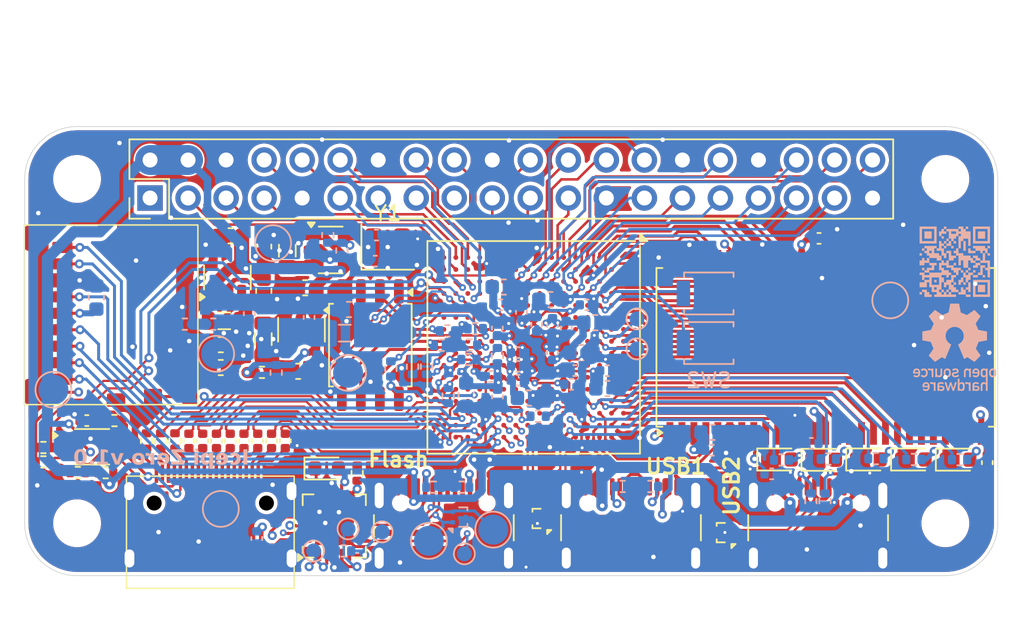
<source format=kicad_pcb>
(kicad_pcb (version 20241229) (generator "pcbnew") (generator_version "9.0")
  (title_block (title "Icepi Zero") (date "2025-05-12") (rev "v1") (company "Chengyin Yao (cheyao)") (comment 1 "https://github.com/cheyao/icepi-zero"))
  (layers (0 "F.Cu" signal) (4 "In1.Cu" signal) (6 "In2.Cu" signal) (2 "B.Cu" signal) (13 "F.Paste" user) (15 "B.Paste" user) (5 "F.SilkS" user "F.Silkscreen") (7 "B.SilkS" user "B.Silkscreen") (1 "F.Mask" user) (3 "B.Mask" user) (25 "Edge.Cuts" user))
  (net 0 "")
  (net 1 "Net-(U2-FB)")
  (net 2 "Net-(U5-VREF2)")
  (net 3 "GPIO_22")
  (net 4 "GPIO_31")
  (net 5 "GPIO_15")
  (net 6 "GPIO_33")
  (net 7 "GPIO_24")
  (net 8 "GPIO_35")
  (net 9 "GPIO_27")
  (net 10 "GPIO_7")
  (net 11 "FPDI_D2+")
  (net 12 "GPIO_28")
  (net 13 "FPDI_D2-")
  (net 14 "GPIO_12")
  (net 15 "FPDI_D1+")
  (net 16 "GPIO_36")
  (net 17 "FPDI_D1-")
  (net 18 "FPDI_D0+")
  (net 19 "GPIO_8")
  (net 20 "FPDI_D0-")
  (net 21 "GPIO_23")
  (net 22 "FPDI_CLK+")
  (net 23 "~{FLASH_CS}")
  (net 24 "FLASH_MISO")
  (net 25 "FLASH_MOSI")
  (net 26 "/Power/FILTERED_2V5")
  (net 27 "SD_CLK")
  (net 28 "~{FLASH_RESET}")
  (net 29 "PROGRAMMING")
  (net 30 "SD_CMD")
  (net 31 "~{FLASH_WP}")
  (net 32 "JTAG_TMS")
  (net 33 "JTAG_TDI")
  (net 34 "SD_DAT0")
  (net 35 "FLASH_CLK")
  (net 36 "SD_DAT2")
  (net 37 "JTAG_TCK")
  (net 38 "GND")
  (net 39 "GPIO_40")
  (net 40 "GPIO_5")
  (net 41 "FPDI_CLK-")
  (net 42 "GPIO_13")
  (net 43 "GPIO_38")
  (net 44 "GPIO_37")
  (net 45 "GPDI_SDA")
  (net 46 "GPDI_SCL")
  (net 47 "GPIO_10")
  (net 48 "+5V")
  (net 49 "+3V3")
  (net 50 "FPDI_SDA")
  (net 51 "FPDI_SCL")
  (net 52 "FPDI_CEC")
  (net 53 "FPDI_UTIL")
  (net 54 "FPDI_HPD")
  (net 55 "D1")
  (net 56 "~{RAS}")
  (net 57 "A4")
  (net 58 "CKE")
  (net 59 "D5")
  (net 60 "D0")
  (net 61 "~{WE}")
  (net 62 "A10")
  (net 63 "D6")
  (net 64 "A12")
  (net 65 "~{CS}")
  (net 66 "D15")
  (net 67 "D11")
  (net 68 "CLK")
  (net 69 "A9")
  (net 70 "D13")
  (net 71 "A1")
  (net 72 "D10")
  (net 73 "A11")
  (net 74 "A8")
  (net 75 "DQM1")
  (net 76 "A2")
  (net 77 "A0")
  (net 78 "A3")
  (net 79 "D9")
  (net 80 "A7")
  (net 81 "A6")
  (net 82 "D7")
  (net 83 "D8")
  (net 84 "~{CAS}")
  (net 85 "D2")
  (net 86 "BA0")
  (net 87 "D3")
  (net 88 "DQM0")
  (net 89 "BA1")
  (net 90 "D12")
  (net 91 "A5")
  (net 92 "D4")
  (net 93 "D14")
  (net 94 "GPIO_26")
  (net 95 "GPIO_29")
  (net 96 "GPIO_16")
  (net 97 "GPIO_32")
  (net 98 "Net-(U4-SW)")
  (net 99 "Net-(U4-FB)")
  (net 100 "+1V1")
  (net 101 "+2V5")
  (net 102 "GPIO_21")
  (net 103 "GPIO_11")
  (net 104 "GPIO_19")
  (net 105 "GPIO_3")
  (net 106 "D1-")
  (net 107 "GPIO_18")
  (net 108 "D1+")
  (net 109 "D2-")
  (net 110 "D2+")
  (net 111 "Net-(J4-CC2)")
  (net 112 "Net-(J4-CC1)")
  (net 113 "D3+")
  (net 114 "D3-")
  (net 115 "JTAG_TDO")
  (net 116 "Net-(J5-CC2)")
  (net 117 "USB_TXD")
  (net 118 "~{USB_DTR}")
  (net 119 "USB_RXD")
  (net 120 "~{USB_RTS}")
  (net 121 "Net-(J5-CC1)")
  (net 122 "Net-(U2-SW)")
  (net 123 "Net-(U6-3V3OUT)")
  (net 124 "~{RXLED}")
  (net 125 "Net-(D1-A)")
  (net 128 "GLOBAL_CLK")
  (net 130 "/GPIO/CONN_D2+")
  (net 131 "/GPIO/CONN_D2-")
  (net 132 "/GPIO/CONN_D1+")
  (net 133 "/GPIO/CONN_D1-")
  (net 134 "/GPIO/CONN_D0+")
  (net 135 "/GPIO/CONN_D0-")
  (net 136 "/GPIO/CONN_CK+")
  (net 137 "/GPIO/CONN_CK-")
  (net 138 "DONE")
  (net 139 "INITN")
  (net 140 "SD_DET")
  (net 141 "SD_DAT3")
  (net 142 "SD_DAT1")
  (net 143 "Net-(D2-A)")
  (net 144 "Net-(D3-A)")
  (net 145 "Net-(D4-A)")
  (net 146 "Net-(D5-A)")
  (net 147 "Net-(J2-CEC)")
  (net 148 "Net-(J2-UTILITY)")
  (net 149 "Net-(J2-HPD)")
  (net 150 "Net-(J3-CC1)")
  (net 151 "Net-(J3-CC2)")
  (net 152 "/ECP5/DBG1")
  (net 153 "/ECP5/DBG2")
  (net 155 "LED1")
  (net 156 "LED2")
  (net 157 "LED3")
  (net 158 "LED4")
  (net 159 "Net-(D6-A)")
  (net 160 "LED5")
  (net 161 "SW1")
  (net 162 "Net-(U3-SW)")
  (net 163 "Net-(U3-FB)")
  (net 251 "SW2")
  (footprint "MountingHole:MountingHole_2.7mm_M2.5" (layer "F.Cu") (at 119.5 116.5)
    (property "Reference" "H3" (hide yes))
    (property "Value" "MountingHole")
  )
  (footprint "Capacitor_SMD:C_0402_1005Metric" (layer "F.Cu") (at 131.57 111 -90)
    (property "Reference" "C31" (hide yes))
    (property "Value" "22nF")
  )
  (footprint "Capacitor_SMD:C_0402_1005Metric" (layer "F.Cu") (at 127.89 111 -90)
    (property "Reference" "C35" (hide yes))
    (property "Value" "22nF")
  )
  (footprint "Capacitor_SMD:C_0603_1608Metric" (layer "F.Cu") (at 129.1 104.57 180)
    (property "Reference" "C4" (hide yes))
    (property "Value" "22uF")
  )
  (footprint "Capacitor_SMD:C_0603_1608Metric" (layer "F.Cu") (at 129.1 106.1 180)
    (property "Reference" "C5" (hide yes))
    (property "Value" "22uF")
  )
  (footprint "Capacitor_SMD:C_0402_1005Metric" (layer "F.Cu") (at 169.06 97.47)
    (property "Reference" "C44" (hide yes))
    (property "Value" "100nF")
  )
  (footprint "Package_TO_SOT_SMD:SOT-23-5" (layer "F.Cu") (at 136.44 98.2425)
    (property "Reference" "U4" (hide yes))
    (property "Value" "TLV62569DBV")
  )
  (footprint "Connector_PinHeader_2.54mm:PinHeader_2x20_P2.54mm_Vertical" (layer "F.Cu") (at 124.375 94.775 90)
    (property "Reference" "J1" (hide yes))
    (property "Value" "Conn_02x20_Counter_Clockwise")
  )
  (footprint "Package_SO:VSSOP-8_2.3x2mm_P0.5mm" (layer "F.Cu") (at 120.5 111.39)
    (property "Reference" "U5" (hide yes))
    (property "Value" "PCA9306DC1")
  )
  (footprint "LED_SMD:LED_0603_1608Metric" (layer "F.Cu") (at 175.36 112.24)
    (property "Reference" "D3" (hide yes))
    (property "Value" "WHITE")
  )
  (footprint "Connector_USB:USB_C_Receptacle_GCT_USB4105-xx-A_16P_TopMnt_Horizontal" (layer "F.Cu") (at 169 117.75)
    (property "Reference" "J4" (hide yes))
    (property "Value" "USB_C_Receptacle_USB2.0_14P")
  )
  (footprint "LED_SMD:LED_0603_1608Metric" (layer "F.Cu") (at 136.17 112.84)
    (property "Reference" "D6" (hide yes))
    (property "Value" "RED")
  )
  (footprint "Resistor_SMD:R_0402_1005Metric" (layer "F.Cu") (at 126.04 111 90)
    (property "Reference" "R12" (hide yes))
    (property "Value" "470")
  )
  (footprint "Resistor_SMD:R_0402_1005Metric" (layer "F.Cu") (at 119.55 113.11 180)
    (property "Reference" "R16" (hide yes))
    (property "Value" "4.7k")
  )
  (footprint "Resistor_SMD:R_0402_1005Metric" (layer "F.Cu") (at 117.25 112.4)
    (property "Reference" "R18" (hide yes))
    (property "Value" "3.3k")
  )
  (footprint "Resistor_SMD:R_0402_1005Metric" (layer "F.Cu") (at 131.85 106.42 180)
    (property "Reference" "R8" (hide yes))
    (property "Value" "15k")
  )
  (footprint "LED_SMD:LED_0603_1608Metric" (layer "F.Cu") (at 169.3725 112.26)
    (property "Reference" "D4" (hide yes))
    (property "Value" "WHITE")
  )
  (footprint "Capacitor_SMD:C_0402_1005Metric" (layer "F.Cu") (at 132.49 111 -90)
    (property "Reference" "C30" (hide yes))
    (property "Value" "22nF")
  )
  (footprint "Package_TO_SOT_SMD:Texas_DRT-3" (layer "F.Cu") (at 150.4675 116.1825 90)
    (property "Reference" "U9" (hide yes))
    (property "Value" "TPD2EUSB30A")
  )
  (footprint "Connector_USB:USB_C_Receptacle_GCT_USB4105-xx-A_16P_TopMnt_Horizontal" (layer "F.Cu") (at 156.5 117.75)
    (property "Reference" "J5" (hide yes))
    (property "Value" "USB_C_Receptacle_USB2.0_14P")
  )
  (footprint "Capacitor_SMD:C_0402_1005Metric" (layer "F.Cu") (at 130.65 111 -90)
    (property "Reference" "C32" (hide yes))
    (property "Value" "22nF")
  )
  (footprint "Capacitor_SMD:C_0603_1608Metric" (layer "F.Cu") (at 134.735 100.77 180)
    (property "Reference" "C16" (hide yes))
    (property "Value" "22uF")
  )
  (footprint "Resistor_SMD:R_0402_1005Metric" (layer "F.Cu") (at 138.21 113.15 90)
    (property "Reference" "R28" (hide yes))
    (property "Value" "100")
  )
  (footprint "Capacitor_SMD:C_0603_1608Metric" (layer "F.Cu") (at 129.75 97.3 180)
    (property "Reference" "C3" (hide yes))
    (property "Value" "22uF")
  )
  (footprint "Capacitor_SMD:C_0402_1005Metric" (layer "F.Cu") (at 128.81 111 -90)
    (property "Reference" "C34" (hide yes))
    (property "Value" "22nF")
  )
  (footprint "Package_BGA:BGA-256_14.0x14.0mm_Layout16x16_P0.8mm_Ball0.45mm_Pad0.32mm_NSMD" (layer "F.Cu") (at 150 104.75 -90)
    (property "Reference" "U1" (hide yes))
    (property "Value" "ECP5U_12_CABGA256")
  )
  (footprint "Package_SO:TSOP-II-54_22.2x10.16mm_P0.8mm" (layer "F.Cu") (at 169.5 104.75 90)
    (property "Reference" "U10" (hide yes))
    (property "Value" "W9825G6KH")
  )
  (footprint "Capacitor_SMD:C_0603_1608Metric" (layer "F.Cu") (at 131.97 100.975 -90)
    (property "Reference" "C22" (hide yes))
    (property "Value" "22uF")
  )
  (footprint "LED_SMD:LED_0603_1608Metric" (layer "F.Cu") (at 172.36 112.24)
    (property "Reference" "D2" (hide yes))
    (property "Value" "WHITE")
  )
  (footprint "MountingHole:MountingHole_2.7mm_M2.5" (layer "F.Cu") (at 119.5 93.5)
    (property "Reference" "H1" (hide yes))
    (property "Value" "MountingHole")
  )
  (footprint "Package_TO_SOT_SMD:SOT-23-5" (layer "F.Cu") (at 134.49 103.5675 -90)
    (property "Reference" "U3" (hide yes))
    (property "Value" "TLV62569DBV")
  )
  (footprint "Oscillator:Oscillator_SMD_SiT_PQFN-4Pin_2.5x2.0mm" (layer "F.Cu") (at 140.25 98.05)
    (property "Reference" "Y1")
    (property "Value" "SITxxxxxx-1x-33E-50.000000")
  )
  (footprint "Capacitor_SMD:C_0402_1005Metric" (layer "F.Cu") (at 129.73 111 -90)
    (property "Reference" "C33" (hide yes))
    (property "Value" "22nF")
  )
  (footprint "Package_TO_SOT_SMD:Texas_DRT-3" (layer "F.Cu") (at 162.775 117.125 90)
    (property "Reference" "U8" (hide yes))
    (property "Value" "TPD2EUSB30A")
  )
  (footprint "Resistor_SMD:R_0402_1005Metric" (layer "F.Cu") (at 122 109.64)
    (property "Reference" "R15" (hide yes))
    (property "Value" "100k")
  )
  (footprint "Resistor_SMD:R_0402_1005Metric" (layer "F.Cu") (at 121.41 113.12)
    (property "Reference" "R17" (hide yes))
    (property "Value" "4.7k")
  )
  (footprint "Connector_USB:USB_C_Receptacle_GCT_USB4105-xx-A_16P_TopMnt_Horizontal" (layer "F.Cu") (at 144 117.75)
    (property "Reference" "J3" (hide yes))
    (property "Value" "USB_C_Receptacle_USB2.0_14P")
  )
  (footprint "MountingHole:MountingHole_2.7mm_M2.5" (layer "F.Cu") (at 177.5 116.5)
    (property "Reference" "H4" (hide yes))
    (property "Value" "MountingHole")
  )
  (footprint "icepi-lib:XKB Connection A71-05H4-111N1" (layer "F.Cu") (at 128.4 114.35)
    (property "Reference" "J2" (hide yes))
    (property "Value" "HDMI_C_1.3")
  )
  (footprint "Capacitor_SMD:C_0402_1005Metric" (layer "F.Cu") (at 133.41 111 -90)
    (property "Reference" "C29" (hide yes))
    (property "Value" "22nF")
  )
  (footprint "Capacitor_SMD:C_0402_1005Metric" (layer "F.Cu") (at 126.97 111 -90)
    (property "Reference" "C36" (hide yes))
    (property "Value" "22nF")
  )
  (footprint "MountingHole:MountingHole_2.7mm_M2.5" (layer "F.Cu") (at 177.5 93.5)
    (property "Reference" "H2" (hide yes))
    (property "Value" "MountingHole")
  )
  (footprint "Resistor_SMD:R_0402_1005Metric" (layer "F.Cu") (at 125.09 111 90)
    (property "Reference" "R13" (hide yes))
    (property "Value" "10k")
  )
  (footprint "LED_SMD:LED_0603_1608Metric" (layer "F.Cu") (at 178.35 112.25)
    (property "Reference" "D5" (hide yes))
    (property "Value" "WHITE")
  )
  (footprint "Resistor_SMD:R_0402_1005Metric" (layer "F.Cu") (at 124.14 111 90)
    (property "Reference" "R14" (hide yes))
    (property "Value" "470")
  )
  (footprint "Capacitor_SMD:C_0603_1608Metric" (layer "F.Cu") (at 131.965 98.02 -90)
    (property "Reference" "C23" (hide yes))
    (property "Value" "10uF")
  )
  (footprint "Capacitor_SMD:C_0603_1608Metric" (layer "F.Cu") (at 134.27 106.35)
    (property "Reference" "C17" (hide yes))
    (property "Value" "22uF")
  )
  (footprint "Capacitor_SMD:C_0402_1005Metric" (layer "F.Cu") (at 180.3 112.45 -90)
    (property "Reference" "C39" (hide yes))
    (property "Value" "100nF")
  )
  (footprint "Package_TO_SOT_SMD:SOT-23-5" (layer "F.Cu") (at 129.54 100.0875 90)
    (property "Reference" "U2" (hide yes))
    (property "Value" "TLV62569DBV")
  )
  (footprint "Inductor_SMD:L_0805_2012Metric" (layer "F.Cu") (at 129.33 102.98)
    (property "Reference" "L1" (hide yes))
    (property "Value" "2.2uH")
  )
  (footprint "Package_SO:SOIC-8_5.3x5.3mm_P1.27mm" (layer "F.Cu") (at 139.09 104.6 -90)
    (property "Reference" "U11" (hide yes))
    (property "Value" "W25Q128JVS")
  )
  (footprint "Inductor_SMD:L_0805_2012Metric" (layer "F.Cu") (at 133.545 98.29 90)
    (property "Reference" "L3" (hide yes))
    (property "Value" "2.2uH")
  )
  (footprint "LED_SMD:LED_0603_1608Metric" (layer "F.Cu") (at 166.4175 112.24)
    (property "Reference" "D1" (hide yes))
    (property "Value" "WHITE")
  )
  (footprint "Inductor_SMD:L_0805_2012Metric" (layer "F.Cu") (at 131.94 104.2 -90)
    (property "Reference" "L2" (hide yes))
    (property "Value" "2.2uH")
  )
  (footprint "Package_DFN_QFN:QFN-20-1EP_4x4mm_P0.5mm_EP2.5x2.5mm" (layer "F.Cu") (at 136.68 116.68 90)
    (property "Reference" "U6" (hide yes))
    (property "Value" "FT231XQ")
  )
  (footprint "icepi-lib:microSD_HC_SOFNG_TF-008" (layer "F.Cu") (at 118.52 102.575 -90)
    (property "Reference" "J6" (hide yes))
    (property "Value" "Micro_SD_Card_Det2")
  )
  (footprint "Resistor_SMD:R_0402_1005Metric" (layer "F.Cu") (at 117.25 111.44)
    (property "Reference" "R19" (hide yes))
    (property "Value" "3.3k")
  )
  (footprint "Capacitor_SMD:C_0402_1005Metric" (layer "F.Cu") (at 120.15 109.64 180)
    (property "Reference" "C37" (hide yes))
    (property "Value" "100pF")
  )
  (footprint "Capacitor_SMD:C_0402_1005Metric" (layer "B.Cu") (at 147.575 103.46 -90)
    (property "Reference" "C21" (hide yes))
    (property "Value" "100nF")
  )
  (footprint "Capacitor_SMD:C_0402_1005Metric" (layer "B.Cu") (at 161.925 111.625)
    (property "Reference" "C43" (hide yes))
    (property "Value" "100nF")
  )
  (footprint "Resistor_SMD:R_0402_1005Metric" (layer "B.Cu") (at 142.85 106.04 -90)
    (property "Reference" "R22" (hide yes))
    (property "Value" "4.7k")
  )
  (footprint "Capacitor_SMD:C_0402_1005Metric" (layer "B.Cu") (at 148.96 106.02)
    (property "Reference" "C14" (hide yes))
    (property "Value" "100nF")
  )
  (footprint "Resistor_SMD:R_0402_1005Metric" (layer "B.Cu") (at 128.6 103.2 180)
    (property "Reference" "R6" (hide yes))
    (property "Value" "10k")
  )
  (footprint "Capacitor_SMD:C_0402_1005Metric" (layer "B.Cu") (at 150.2 103.21 -90)
    (property "Reference" "C52" (hide yes))
    (property "Value" "100nF")
  )
  (footprint "Resistor_SMD:R_0402_1005Metric" (layer "B.Cu") (at 169.68 112.21)
    (property "Reference" "R4" (hide yes))
    (property "Value" "470")
  )
  (footprint "Button_Switch_SMD:SW_SPST_B3U-1000P" (layer "B.Cu") (at 161.7 104.46)
    (property "Reference" "SW2")
    (property "Value" "SW_Push")
  )
  (footprint "TestPoint:TestPoint_Pad_D2.0mm" (layer "B.Cu") (at 129.1 115.54)
    (property "Reference" "TP2" (hide yes))
    (property "Value" "TestPoint")
  )
  (footprint "TestPoint:TestPoint_Pad_D2.0mm" (layer "B.Cu") (at 132.595 97.79)
    (property "Reference" "TP4" (hide yes))
    (property "Value" "TestPoint")
  )
  (footprint "Capacitor_SMD:C_0402_1005Metric" (layer "B.Cu") (at 131.5 117.52 -90)
    (property "Reference" "C38" (hide yes))
    (property "Value" "100nF")
  )
  (footprint "Capacitor_SMD:C_0402_1005Metric" (layer "B.Cu") (at 151.26 103.28 -90)
    (property "Reference" "C11" (hide yes))
    (property "Value" "100nF")
  )
  (footprint "Capacitor_SMD:C_0402_1005Metric" (layer "B.Cu") (at 135 102.75 90)
    (property "Reference" "C18" (hide yes))
    (property "Value" "100nF")
  )
  (footprint "TestPoint:TestPoint_Pad_D2.0mm" (layer "B.Cu") (at 173.82 101.61)
    (property "Reference" "TP1" (hide yes))
    (property "Value" "TestPoint")
  )
  (footprint "Capacitor_SMD:C_0402_1005Metric" (layer "B.Cu") (at 131 102.5 90)
    (property "Reference" "C6" (hide yes))
    (property "Value" "100nF")
  )
  (footprint "Capacitor_SMD:C_0603_1608Metric" (layer "B.Cu") (at 151.12 101.56)
    (property "Reference" "C1" (hide yes))
    (property "Value" "10uF")
  )
  (footprint "Capacitor_SMD:C_0603_1608Metric" (layer "B.Cu") (at 120.79 101.42 90)
    (property "Reference" "C47" (hide yes))
    (property "Value" "10uF")
  )
  (footprint "Button_Switch_SMD:SW_SPST_B3U-1000P" (layer "B.Cu") (at 161.7 101.15)
    (property "Reference" "SW1" (hide yes))
    (property "Value" "SW_Push")
  )
  (footprint "TestPoint:TestPoint_Pad_D1.0mm" (layer "B.Cu") (at 156.9 102.85 180)
    (property "Reference" "TP14" (hide yes))
    (property "Value" "TestPoint")
  )
  (footprint "Resistor_SMD:R_0402_1005Metric" (layer "B.Cu") (at 168.52 115.02 -90)
    (property "Reference" "R26" (hide yes))
    (property "Value" "5.1k")
  )
  (footprint "Resistor_SMD:R_0402_1005Metric" (layer "B.Cu") (at 145.68 105.56 180)
    (property "Reference" "R36" (hide yes))
    (property "Value" "15k")
  )
  (footprint "Capacitor_SMD:C_0402_1005Metric" (layer "B.Cu") (at 165.9 113.2)
    (property "Reference" "C41" (hide yes))
    (property "Value" "100nF")
  )
  (footprint "Capacitor_SMD:C_0402_1005Metric" (layer "B.Cu") (at 153.56 101.91)
    (property "Reference" "C51" (hide yes))
    (property "Value" "100nF")
  )
  (footprint "Capacitor_SMD:C_0603_1608Metric" (layer "B.Cu") (at 161.95 110.425)
    (property "Reference" "C42" (hide yes))
    (property "Value" "10uF")
  )
  (footprint "TestPoint:TestPoint_Pad_D2.0mm" (layer "B.Cu") (at 143 117.675)
    (property "Reference" "TP8" (hide yes))
    (property "Value" "TestPoint")
  )
  (footprint "Resistor_SMD:R_0402_1005Metric" (layer "B.Cu") (at 140.46 106.19 90)
    (property "Reference" "R34" (hide yes))
    (property "Value" "10k")
  )
  (footprint "Inductor_SMD:L_0805_2012Metric" (layer "B.Cu") (at 137.38 103.8)
    (property "Reference" "FB1" (hide yes))
    (property "Value" "100R@100MHz")
  )
  (footprint "TestPoint:TestPoint_Pad_D1.0mm" (layer "B.Cu") (at 135.3 118.35 -90)
    (property "Reference" "TP10" (hide yes))
    (property "Value" "TestPoint")
  )
  (footprint "TestPoint:TestPoint_Pad_D2.0mm" (layer "B.Cu") (at 137.6 106.45)
    (property "Reference" "TP5" (hide yes))
    (property "Value" "TestPoint")
  )
  (footprint "Resistor_SMD:R_0402_1005Metric" (layer "B.Cu") (at 145.71 104.6)
    (property "Reference" "R31" (hide yes))
    (property "Value" "4.7k")
  )
  (footprint "Capacitor_SMD:C_0402_1005Metric" (layer "B.Cu") (at 147.8 101.91)
    (property "Reference" "C46" (hide yes))
    (property "Value" "100nF")
  )
  (footprint "TestPoint:TestPoint_Pad_D1.0mm" (layer "B.Cu") (at 145.37 118.54 -90)
    (property "Reference" "TP11" (hide yes))
    (property "Value" "TestPoint")
  )
  (footprint "Capacitor_SMD:C_0603_1608Metric" (layer "B.Cu") (at 148.005 100.72)
    (property "Reference" "C45" (hide yes))
    (property "Value" "10uF")
  )
  (footprint "Capacitor_SMD:C_0402_1005Metric" (layer "B.Cu") (at 168.55 111.16 180)
    (property "Reference" "C40" (hide yes))
    (property "Value" "100nF")
  )
  (footprint "Capacitor_SMD:C_0603_1608Metric" (layer "B.Cu") (at 137.66 102.22 180)
    (property "Reference" "C19" (hide yes))
    (property "Value" "10uF")
  )
  (footprint "TestPoint:TestPoint_Pad_D2.0mm" (layer "B.Cu") (at 147.3 116.925)
    (property "Reference" "TP7" (hide yes))
    (property "Value" "TestPoint")
  )
  (footprint "Resistor_SMD:R_0402_1005Metric" (layer "B.Cu") (at 137.3 118.35 180)
    (property "Reference" "R25" (hide yes))
    (property "Value" "4.7k")
  )
  (footprint "Capacitor_SMD:C_0402_1005Metric" (layer "B.Cu") (at 149.18 102.41 90)
    (property "Reference" "C2" (hide yes))
    (property "Value" "100nF")
  )
  (footprint "Resistor_SMD:R_0402_1005Metric" (layer "B.Cu") (at 150.3 109.35 180)
    (property "Reference" "R24" (hide yes))
    (property "Value" "4.7k")
  )
  (footprint "Capacitor_SMD:C_0402_1005Metric" (layer "B.Cu") (at 148.96 105.1)
    (property "Reference" "C15" (hide yes))
    (property "Value" "100nF")
  )
  (footprint "Resistor_SMD:R_0402_1005Metric" (layer "B.Cu") (at 144.29 107.97 90)
    (property "Reference" "R23" (hide yes))
    (property "Value" "4.7k")
  )
  (footprint "Package_TO_SOT_SMD:Texas_DRT-3" (layer "B.Cu") (at 145.0225 116.0875 90)
    (property "Reference" "U7" (hide yes))
    (property "Value" "TPD2EUSB30A")
  )
  (footprint "Resistor_SMD:R_0402_1005Metric" (layer "B.Cu") (at 145.19 114.09)
    (property "Reference" "R21" (hide yes))
    (property "Value" "5.1k")
  )
  (footprint "Resistor_SMD:R_0402_1005Metric" (layer "B.Cu") (at 144.24 103.65 180)
    (property "Reference" "R32" (hide yes))
    (property "Value" "10k")
  )
  (footprint "Resistor_SMD:R_0402_1005Metric" (layer "B.Cu") (at 132.8 106.44 -90)
    (property "Reference" "R9" (hide yes))
    (property "Value" "4.7k")
  )
  (footprint "Resistor_SMD:R_0402_1005Metric" (layer "B.Cu") (at 147.58 105.3 90)
    (property "Reference" "R37" (hide yes))
    (property "Value" "15k")
  )
  (footprint "Resistor_SMD:R_0402_1005Metric" (layer "B.Cu") (at 141.91 106.04 -90)
    (property "Reference" "R38" (hide yes))
    (property "Value" "15k")
  )
  (footprint "LOGO" (layer "B.Cu") (at 178.13 99.03 180)
    (property "Reference" "G***" (hide yes))
    (property "Value" "LOGO" (hide yes))
  )
  (footprint "Capacitor_SMD:C_0603_1608Metric" (layer "B.Cu") (at 154.925 107.5)
    (property "Reference" "C49" (hide yes))
    (property "Value" "10uF")
  )
  (footprint "Capacitor_SMD:C_0603_1608Metric" (layer "B.Cu") (at 149.69 108.13)
    (property "Reference" "C7" (hide yes))
    (property "Value" "10uF")
  )
  (footprint "Capacitor_SMD:C_0603_1608Metric" (layer "B.Cu") (at 153.19 105.1)
    (property "Reference" "C8" (hide yes))
    (property "Value" "10uF")
  )
  (footprint "Resistor_SMD:R_0402_1005Metric" (layer "B.Cu") (at 126.7 103.2 180)
    (property "Reference" "R7" (hide yes))
    (property "Value" "12k")
  )
  (footprint "TestPoint:TestPoint_Pad_D2.0mm" (layer "B.Cu") (at 128.79 105.18)
    (property "Reference" "TP6" (hide yes))
    (property "Value" "TestPoint")
  )
  (footprint "Capacitor_SMD:C_0402_1005Metric" (layer "B.Cu") (at 152.18 103.46 -90)
    (property "Reference" "C10" (hide yes))
    (property "Value" "100nF")
  )
  (footprint "Capacitor_SMD:C_0603_1608Metric" (layer "B.Cu") (at 154.125 103.1)
    (property "Reference" "C9" (hide yes))
    (property "Value" "10uF")
  )
  (footprint "Capacitor_SMD:C_0402_1005Metric" (layer "B.Cu") (at 152.53 107.22)
    (property "Reference" "C48" (hide yes))
    (property "Value" "100nF")
  )
  (footprint "Resistor_SMD:R_0402_1005Metric" (layer "B.Cu") (at 143.85 104.61 180)
    (property "Reference" "R33" (hide yes))
    (property "Value" "10k")
  )
  (footprint "TestPoint:TestPoint_Pad_D2.0mm" (layer "B.Cu") (at 117.92 107.58)
    (property "Reference" "TP3" (hide yes))
    (property "Value" "TestPoint")
  )
  (footprint "Resistor_SMD:R_0402_1005Metric" (layer "B.Cu") (at 137.19 98.28 -90)
    (property "Reference" "R11" (hide yes))
    (property "Value" "3.3k")
  )
  (footprint "Resistor_SMD:R_0402_1005Metric" (layer "B.Cu") (at 178.45 112.25)
    (property "Reference" "R5" (hide yes))
    (property "Value" "470")
  )
  (footprint "Resistor_SMD:R_0402_1005Metric" (layer "B.Cu") (at 175.4 112.24)
    (property "Reference" "R3" (hide yes))
    (property "Value" "470")
  )
  (footprint "Resistor_SMD:R_0402_1005Metric" (layer "B.Cu") (at 169.46 115.02 90)
    (property "Reference" "R27" (hide yes))
    (property "Value" "5.1k")
  )
  (footprint "Resistor_SMD:R_0402_1005Metric" (layer "B.Cu") (at 157.8 114.04)
    (property "Reference" "R30" (hide yes))
    (property "Value" "5.1k")
  )
  (footprint "Resistor_SMD:R_0402_1005Metric" (layer "B.Cu") (at 172.86 112.18)
    (property "Reference" "R2" (hide yes))
    (property "Value" "470")
  )
  (footprint "Capacitor_SMD:C_0402_1005Metric" (layer "B.Cu") (at 154.92 106.31)
    (property "Reference" "C50" (hide yes))
    (property "Value" "100nF")
  )
  (footprint "Capacitor_SMD:C_0402_1005Metric" (layer "B.Cu") (at 152.75 106.3)
    (property "Reference" "C20" (hide yes))
    (property "Value" "100nF")
  )
  (footprint "TestPoint:TestPoint_Pad_D1.0mm" (layer "B.Cu") (at 137.6 116.875 -90)
    (property "Reference" "TP9" (hide yes))
    (property "Value" "TestPoint")
  )
  (footprint "Capacitor_SMD:C_0402_1005Metric" (layer "B.Cu") (at 147.13 106.69 180)
    (property "Reference" "C27" (hide yes))
    (property "Value" "100nF")
  )
  (footprint "Resistor_SMD:R_0402_1005Metric" (layer "B.Cu") (at 166.56 112.27)
    (property "Reference" "R1" (hide yes))
    (property "Value" "470")
  )
  (footprint "Capacitor_SMD:C_0402_1005Metric" (layer "B.Cu") (at 139.5 97.25)
    (property "Reference" "C24" (hide yes))
    (property "Value" "100nF")
  )
  (footprint "TestPoint:TestPoint_Pad_D1.0mm" (layer "B.Cu") (at 139.875 117.075 -90)
    (property "Reference" "TP12" (hide yes))
    (property "Value" "TestPoint")
  )
  (footprint "Resistor_SMD:R_0402_1005Metric" (layer "B.Cu") (at 136.25 97.25 -90)
    (property "Reference" "R10" (hide yes))
    (property "Value" "15k")
  )
  (footprint "Capacitor_SMD:C_0402_1005Metric" (layer "B.Cu") (at 147.58 108.06 -90)
    (property "Reference" "C28" (hide yes))
    (property "Value" "100nF")
  )
  (footprint "TestPoint:TestPoint_Pad_D1.0mm" (layer "B.Cu") (at 156.9 104.85 180)
    (property "Reference" "TP13" (hide yes))
    (property "Value" "TestPoint")
  )
  (footprint "Resistor_SMD:R_0402_1005Metric" (layer "B.Cu") (at 155.94325 114.04)
    (property "Reference" "R29" (hide yes))
    (property "Value" "5.1k")
  )
  (footprint "Capacitor_SMD:C_0402_1005Metric" (layer "B.Cu") (at 139.42 98.99)
    (property "Reference" "C25" (hide yes))
    (property "Value" "100nF")
  )
  (footprint "Resistor_SMD:R_0402_1005Metric" (layer "B.Cu") (at 146.1 103.5)
    (property "Reference" "R35" (hide yes))
    (property "Value" "10k")
  )
  (footprint "Capacitor_SMD:C_0402_1005Metric" (layer "B.Cu") (at 151.25 105.11 90)
    (property "Reference" "C12" (hide yes))
    (property "Value" "100nF")
  )
  (footprint "Resistor_SMD:R_0402_1005Metric" (layer "B.Cu") (at 143.33 114.09)
    (property "Reference" "R20" (hide yes))
    (property "Value" "5.1k")
  )
  (footprint "Capacitor_SMD:C_0603_1608Metric" (layer "B.Cu") (at 145.49 107.91 -90)
    (property "Reference" "C26" (hide yes))
    (property "Value" "10uF")
  )
  (footprint "Capacitor_SMD:C_0402_1005Metric" (layer "B.Cu") (at 148.95 106.94)
    (property "Reference" "C13" (hide yes))
    (property "Value" "100nF")
  )
  (gr_poly (pts (xy 177.847847 101.826523) (xy 177.846624 101.826614) (xy 177.845406 101.826764) (xy 177.844196 101.826972) (xy 177.842996 101.827235) (xy 177.841806 101.827552) (xy 177.840629 101.827923) (xy 177.839468 101.828344) (xy 177.838322 101.828816) (xy 177.837195 101.829336) (xy 177.836089 101.829903) (xy 177.835005 101.830515) (xy 177.833944 101.831171) (xy 177.83291 101.83187) (xy 177.831903 101.832609) (xy 177.830926 101.833388) (xy 177.82998 101.834205) (xy 177.829068 101.835058) (xy 177.82819 101.835946) (xy 177.82735 101.836868) (xy 177.826548 101.837821) (xy 177.825787 101.838805) (xy 177.825068 101.839818) (xy 177.824394 101.840858) (xy 177.823765 101.841924) (xy 177.823185 101.843015) (xy 177.822655 101.844129) (xy 177.822176 101.845263) (xy 177.821751 101.846418) (xy 177.821381 101.847592) (xy 177.821069 101.848782) (xy 177.820816 101.849988) (xy 177.718739 102.398469) (xy 177.718488 102.399685) (xy 177.71818 102.400904) (xy 177.717818 102.402126) (xy 177.717404 102.403348) (xy 177.716425 102.405784) (xy 177.715258 102.408196) (xy 177.713916 102.410569) (xy 177.712415 102.412886) (xy 177.710767 102.415132) (xy 177.708986 102.417291) (xy 177.707088 102.419346) (xy 177.705085 102.421282) (xy 177.702993 102.423083) (xy 177.700824 102.424733) (xy 177.698594 102.426216) (xy 177.696316 102.427517) (xy 177.695163 102.428093) (xy 177.694004 102.428618) (xy 177.69284 102.429089) (xy 177.691672 102.429505) (xy 177.324087 102.58) (xy 177.321808 102.581016) (xy 177.31939 102.581866) (xy 177.316855 102.582549) (xy 177.314223 102.583068) (xy 177.311517 102.583424) (xy 177.308757 102.583619) (xy 177.305965 102.583654) (xy 177.303162 102.583532) (xy 177.300369 102.583253) (xy 177.297607 102.582819) (xy 177.294898 102.582233) (xy 177.292264 102.581495) (xy 177.289724 102.580608) (xy 177.287302 102.579572) (xy 177.285017 102.57839) (xy 177.282891 102.577063) (xy 176.824659 102.262579) (xy 176.823631 102.261906) (xy 176.822571 102.261286) (xy 176.821483 102.260718) (xy 176.820369 102.260202) (xy 176.81923 102.259739) (xy 176.81807 102.259327) (xy 176.81689 102.258967) (xy 176.815694 102.258659) (xy 176.814483 102.258401) (xy 176.81326 102.258194) (xy 176.810786 102.257931) (xy 176.808293 102.257869) (xy 176.805798 102.258005) (xy 176.803321 102.258337) (xy 176.80088 102.258864) (xy 176.798495 102.259582) (xy 176.79733 102.260013) (xy 176.796185 102.260492) (xy 176.795064 102.261017) (xy 176.793968 102.261589) (xy 176.792901 102.262208) (xy 176.791864 102.262873) (xy 176.79086 102.263584) (xy 176.789891 102.264341) (xy 176.788959 102.265144) (xy 176.788068 102.265992) (xy 176.402147 102.651913) (xy 176.401292 102.652812) (xy 176.400484 102.653749) (xy 176.399722 102.654723) (xy 176.399008 102.655732) (xy 176.398341 102.656773) (xy 176.397721 102.657844) (xy 176.396624 102.660065) (xy 176.395718 102.662379) (xy 176.395004 102.664765) (xy 176.394484 102.667206) (xy 176.394159 102.669683) (xy 176.394031 102.672178) (xy 176.3941 102.674672) (xy 176.394367 102.677147) (xy 176.394835 102.679584) (xy 176.395505 102.681965) (xy 176.395915 102.683128) (xy 176.396376 102.684271) (xy 176.396889 102.68539) (xy 176.397452 102.686484) (xy 176.398067 102.687549) (xy 176.398733 102.688584) (xy 176.70774 103.138958) (xy 176.709079 103.141095) (xy 176.710265 103.143385) (xy 176.711299 103.145806) (xy 176.712179 103.148339) (xy 176.712904 103.150964) (xy 176.713474 103.153659) (xy 176.713886 103.156404) (xy 176.71414 103.159179) (xy 176.714235 103.161963) (xy 176.71417 103.164737) (xy 176.713944 103.167478) (xy 176.713556 103.170168) (xy 176.713004 103.172784) (xy 176.712288 103.175308) (xy 176.711407 103.177719) (xy 176.71036 103.179995) (xy 176.5478 103.559249) (xy 176.546884 103.561579) (xy 176.545753 103.563889) (xy 176.544423 103.566163) (xy 176.542912 103.568388) (xy 176.541234 103.570551) (xy 176.539407 103.572636) (xy 176.537446 103.574632) (xy 176.535367 103.576523) (xy 176.533187 103.578296) (xy 176.530922 103.579937) (xy 176.528588 103.581432) (xy 176.526201 103.582767) (xy 176.523777 103.583929) (xy 176.521333 103.584904) (xy 176.518884 103.585678) (xy 176.516446 103.586236) (xy 175.986142 103.68482) (xy 175.985745 103.68482) (xy 175.98454 103.68508) (xy 175.983349 103.685399) (xy 175.982176 103.685774) (xy 175.981021 103.686204) (xy 175.979887 103.686686) (xy 175.978773 103.68722) (xy 175.977683 103.687802) (xy 175.976617 103.688433) (xy 175.975578 103.689109) (xy 175.974565 103.689829) (xy 175.97263 103.691393) (xy 175.970823 103.693112) (xy 175.969156 103.69497) (xy 175.967642 103.696954) (xy 175.966292 103.699049) (xy 175.965119 103.701242) (xy 175.964603 103.70237) (xy 175.964136 103.703517) (xy 175.963718 103.70468) (xy 175.963353 103.70586) (xy 175.96304 103.707053) (xy 175.962783 103.708257) (xy 175.962581 103.709472) (xy 175.962438 103.710694) (xy 175.962353 103.711923) (xy 175.96233 103.713157) (xy 175.96233 104.258939) (xy 175.962361 104.260173) (xy 175.962452 104.261403) (xy 175.962602 104.262626) (xy 175.962809 104.263842) (xy 175.963072 104.265048) (xy 175.963389 104.266243) (xy 175.96376 104.267425) (xy 175.964182 104.268591) (xy 175.964653 104.26974) (xy 175.965173 104.270871) (xy 175.96574 104.27198) (xy 175.966352 104.273068) (xy 175.967009 104.274131) (xy 175.967707 104.275168) (xy 175.968447 104.276177) (xy 175.969226 104.277156) (xy 175.970042 104.278104) (xy 175.970896 104.279018) (xy 175.971784 104.279896) (xy 175.972705 104.280738) (xy 175.973659 104.281541) (xy 175.974643 104.282303) (xy 175.975655 104.283022) (xy 175.976696 104.283697) (xy 175.977762 104.284326) (xy 175.978852 104.284906) (xy 175.979966 104.285437) (xy 175.981101 104.285915) (xy 175.982256 104.286341) (xy 175.983429 104.28671) (xy 175.984619 104.287023) (xy 175.985825 104.287276) (xy 176.503112 104.383558) (xy 176.504334 104.38381) (xy 176.505558 104.384119) (xy 176.506783 104.384482) (xy 176.508006 104.384897) (xy 176.51044 104.38588) (xy 176.512845 104.387053) (xy 176.515205 104.388402) (xy 176.517505 104.389912) (xy 176.51973 104.39157) (xy 176.521864 104.393361) (xy 176.523892 104.395271) (xy 176.525799 104.397286) (xy 176.527569 104.399392) (xy 176.529186 104.401574) (xy 176.530637 104.403818) (xy 176.531904 104.406111) (xy 176.532974 104.408438) (xy 176.533429 104.409609) (xy 176.53383 104.410784) (xy 176.695358 104.814168) (xy 176.69636 104.81646) (xy 176.697195 104.818887) (xy 176.697864 104.821429) (xy 176.698369 104.824065) (xy 176.698712 104.826773) (xy 176.698896 104.829532) (xy 176.698921 104.832322) (xy 176.69879 104.835123) (xy 176.698505 104.837911) (xy 176.698067 104.840668) (xy 176.697479 104.843372) (xy 176.696742 104.846002) (xy 176.695857 104.848537) (xy 176.694828 104.850956) (xy 176.693655 104.853239) (xy 176.692341 104.855363) (xy 176.398495 105.283512) (xy 176.397822 105.284541) (xy 176.397202 105.285601) (xy 176.396634 105.28669) (xy 176.396119 105.287806) (xy 176.395655 105.288947) (xy 176.395244 105.290109) (xy 176.394883 105.291291) (xy 176.394575 105.29249) (xy 176.394317 105.293704) (xy 176.39411 105.29493) (xy 176.393847 105.29741) (xy 176.393785 105.299911) (xy 176.393921 105.302413) (xy 176.394253 105.304898) (xy 176.39478 105.307345) (xy 176.395499 105.309737) (xy 176.395929 105.310906) (xy 176.396408 105.312053) (xy 176.396933 105.313177) (xy 176.397505 105.314275) (xy 176.398124 105.315345) (xy 176.398789 105.316384) (xy 176.3995 105.317389) (xy 176.400257 105.318359) (xy 176.40106 105.319292) (xy 176.401908 105.320183) (xy 176.787909 105.706104) (xy 176.788793 105.706952) (xy 176.789717 105.707754) (xy 176.79068 105.70851) (xy 176.791678 105.70922) (xy 176.79271 105.709884) (xy 176.793773 105.710501) (xy 176.795981 105.711594) (xy 176.798285 105.712498) (xy 176.800665 105.713212) (xy 176.803103 105.713734) (xy 176.805579 105.714062) (xy 176.808075 105.714194) (xy 176.810572 105.71413) (xy 176.813049 105.713867) (xy 176.81549 105.713404) (xy 176.817874 105.71274) (xy 176.81904 105.712331) (xy 176.820184 105.711871) (xy 176.821304 105.71136) (xy 176.822399 105.710798) (xy 176.823465 105.710184) (xy 176.8245 105.709518) (xy 177.245109 105.420831) (xy 177.247229 105.419527) (xy 177.249498 105.418383) (xy 177.251895 105.4174) (xy 177.254401 105.416579) (xy 177.256993 105.41592) (xy 177.259653 105.415423) (xy 177.262359 105.415088) (xy 177.265091 105.414917) (xy 177.267829 105.41491) (xy 177.270552 105.415067) (xy 177.27324 105.415388) (xy 177.275871 105.415875) (xy 177.278427 105.416527) (xy 177.280886 105.417345) (xy 177.283227 105.41833) (xy 177.285431 105.419481) (xy 177.47093 105.518541) (xy 177.472037 105.519074) (xy 177.473154 105.519543) (xy 177.474278 105.519948) (xy 177.475408 105.52029) (xy 177.476542 105.520571) (xy 177.477677 105.520789) (xy 177.478812 105.520947) (xy 177.479946 105.521045) (xy 177.481075 105.521084) (xy 177.482198 105.521065) (xy 177.483313 105.520987) (xy 177.484418 105.520853) (xy 177.485512 105.520663) (xy 177.486591 105.520417) (xy 177.487655 105.520116) (xy 177.4887 105.519762) (xy 177.489726 105.519354) (xy 177.490731 105.518893) (xy 177.491711 105.518381) (xy 177.492666 105.517818) (xy 177.493594 105.517204) (xy 177.494491 105.516541) (xy 177.495358 105.51583) (xy 177.49619 105.51507) (xy 177.496987 105.514263) (xy 177.497747 105.513409) (xy 177.498468 105.512509) (xy 177.499147 105.511564) (xy 177.499783 105.510575) (xy 177.500373 105.509543) (xy 177.500916 105.508467) (xy 177.50141 105.507349) (xy 177.883839 104.583186) (xy 177.884286 104.582038) (xy 177.884674 104.580873) (xy 177.885003 104.579693) (xy 177.885276 104.578499) (xy 177.885492 104.577295) (xy 177.885652 104.576082) (xy 177.885757 104.574863) (xy 177.885807 104.573639) (xy 177.885804 104.572413) (xy 177.885749 104.571188) (xy 177.885641 104.569964) (xy 177.885481 104.568745) (xy 177.885271 104.567533) (xy 177.885012 104.56633) (xy 177.884703 104.565137) (xy 177.884345 104.563958) (xy 177.88394 104.562794) (xy 177.883488 104.561647) (xy 177.88299 104.560521) (xy 177.882446 104.559416) (xy 177.881858 104.558335) (xy 177.881226 104.55728) (xy 177.88055 104.556254) (xy 177.879832 104.555259) (xy 177.879072 104.554296) (xy 177.878271 104.553368) (xy 177.87743 104.552478) (xy 177.87655 104.551626) (xy 177.875631 104.550817) (xy 177.874673 104.550051) (xy 177.873679 104.54933) (xy 177.872647 104.548658) (xy 177.826213 104.520242) (xy 177.822864 104.518111) (xy 177.819292 104.515683) (xy 177.815564 104.513009) (xy 177.811747 104.510142) (xy 177.807907 104.507133) (xy 177.804112 104.504035) (xy 177.800428 104.500899) (xy 177.796923 104.497779) (xy 177.766195 104.476757) (xy 177.73687 104.453929) (xy 177.709027 104.429374) (xy 177.682747 104.403173) (xy 177.65811 104.375404) (xy 177.635196 104.346149) (xy 177.614084 104.315486) (xy 177.594854 104.283496) (xy 177.577588 104.250259) (xy 177.562364 104.215854) (xy 177.549263 104.180362) (xy 177.538364 104.143862) (xy 177.529748 104.106434) (xy 177.523495 104.068158) (xy 177.519685 104.029114) (xy 177.518397 103.989382) (xy 177.519182 103.958327) (xy 177.521513 103.927678) (xy 177.525352 103.897475) (xy 177.530661 103.867755) (xy 177.537401 103.838556) (xy 177.545536 103.809917) (xy 177.555026 103.781874) (xy 177.565834 103.754466) (xy 177.577923 103.727731) (xy 177.591253 103.701706) (xy 177.605788 103.676431) (xy 177.621488 103.651942) (xy 177.638317 103.628278) (xy 177.656237 103.605476) (xy 177.675208 103.583575) (xy 177.695194 103.562613) (xy 177.716157 103.542626) (xy 177.738058 103.523655) (xy 177.76086 103.505736) (xy 177.784524 103.488906) (xy 177.809013 103.473206) (xy 177.834288 103.458671) (xy 177.860312 103.445341) (xy 177.887048 103.433252) (xy 177.914456 103.422444) (xy 177.942498 103.412954) (xy 177.971138 103.404819) (xy 178.000337 103.398079) (xy 178.030057 103.39277) (xy 178.06026 103.388931) (xy 178.090909 103.3866) (xy 178.121964 103.385815) (xy 178.15302 103.3866) (xy 178.183668 103.38893) (xy 178.213871 103.392768) (xy 178.243591 103.398076) (xy 178.27279 103.404814) (xy 178.30143 103.412947) (xy 178.329473 103.422435) (xy 178.356881 103.433241) (xy 178.383616 103.445327) (xy 178.40964 103.458655) (xy 178.434916 103.473187) (xy 178.459405 103.488886) (xy 178.483069 103.505712) (xy 178.50587 103.523629) (xy 178.527771 103.542599) (xy 178.548734 103.562583) (xy 178.56872 103.583544) (xy 178.587692 103.605443) (xy 178.605611 103.628244) (xy 178.62244 103.651907) (xy 178.638141 103.676395) (xy 178.652675 103.701671) (xy 178.666006 103.727696) (xy 178.678094 103.754432) (xy 178.688902 103.781842) (xy 178.698393 103.809887) (xy 178.706527 103.83853) (xy 178.713268 103.867733) (xy 178.718576 103.897457) (xy 178.722415 103.927665) (xy 178.724746 103.95832) (xy 178.725532 103.989382) (xy 178.725208 104.009329) (xy 178.724244 104.029113) (xy 178.722649 104.048725) (xy 178.720433 104.068155) (xy 178.717607 104.087392) (xy 178.71418 104.106427) (xy 178.710162 104.12525) (xy 178.705564 104.143851) (xy 178.700395 104.162219) (xy 178.694665 104.180346) (xy 178.688385 104.198221) (xy 178.681564 104.215833) (xy 178.674213 104.233174) (xy 178.66634 104.250233) (xy 178.649074 104.283466) (xy 178.629845 104.315453) (xy 178.608733 104.346114) (xy 178.585818 104.375369) (xy 178.561181 104.403139) (xy 178.534901 104.429345) (xy 178.507058 104.453906) (xy 178.477733 104.476744) (xy 178.447005 104.497779) (xy 178.443474 104.500899) (xy 178.43977 104.504035) (xy 178.435961 104.507133) (xy 178.432112 104.510141) (xy 178.428289 104.513009) (xy 178.424558 104.515683) (xy 178.420985 104.518111) (xy 178.417636 104.520242) (xy 178.371202 104.548658) (xy 178.37017 104.549323) (xy 178.369176 104.550037) (xy 178.368218 104.550798) (xy 178.367299 104.551604) (xy 178.366418 104.552451) (xy 178.365577 104.553339) (xy 178.364017 104.555225) (xy 178.362623 104.557245) (xy 178.361403 104.559381) (xy 178.360361 104.561614) (xy 178.359504 104.563928) (xy 178.358837 104.566304) (xy 178.358367 104.568724) (xy 178.3581 104.571172) (xy 178.358041 104.573628) (xy 178.358197 104.576075) (xy 178.358357 104.57729) (xy 178.358573 104.578496) (xy 178.358845 104.579691) (xy 178.359175 104.580872) (xy 178.359563 104.582038) (xy 178.36001 104.583186) (xy 178.742438 105.507349) (xy 178.742932 105.508467) (xy 178.743476 105.509543) (xy 178.744066 105.510575) (xy 178.744702 105.511564) (xy 178.745381 105.512509) (xy 178.746101 105.513409) (xy 178.746861 105.514263) (xy 178.747658 105.51507) (xy 178.748491 105.51583) (xy 178.749357 105.516541) (xy 178.750255 105.517204) (xy 178.751182 105.517818) (xy 178.752137 105.518381) (xy 178.753118 105.518893) (xy 178.754122 105.519354) (xy 178.755148 105.519762) (xy 178.756194 105.520116) (xy 178.757258 105.520417) (xy 178.758337 105.520663) (xy 178.75943 105.520853) (xy 178.760535 105.520987) (xy 178.761651 105.521065) (xy 178.762774 105.521084) (xy 178.763903 105.521045) (xy 178.765036 105.520947) (xy 178.766172 105.520789) (xy 178.767307 105.520571) (xy 178.768441 105.52029) (xy 178.769571 105.519948) (xy 178.770695 105.519543) (xy 178.771811 105.519074) (xy 178.772918 105.518541) (xy 178.958418 105.419481) (xy 178.960622 105.418317) (xy 178.962963 105.417322) (xy 178.965422 105.416497) (xy 178.967977 105.415841) (xy 178.970609 105.415353) (xy 178.973297 105.415032) (xy 178.97602 105.414877) (xy 178.978758 105.414887) (xy 178.98149 105.415063) (xy 178.984196 105.415402) (xy 178.986856 105.415904) (xy 178.989448 105.416568) (xy 178.991954 105.417394) (xy 178.994351 105.41838) (xy 178.99662 105.419526) (xy 178.99874 105.420831) (xy 179.419348 105.709518) (xy 179.420384 105.710184) (xy 179.42145 105.710798) (xy 179.422545 105.71136) (xy 179.423665 105.711871) (xy 179.424809 105.712331) (xy 179.425975 105.71274) (xy 179.427159 105.713097) (xy 179.42836 105.713404) (xy 179.430802 105.713868) (xy 179.433281 105.71413) (xy 179.43578 105.714195) (xy 179.438279 105.714062) (xy 179.44076 105.713734) (xy 179.443203 105.713212) (xy 179.445589 105.712498) (xy 179.446756 105.71207) (xy 179.447901 105.711594) (xy 179.449023 105.711071) (xy 179.450119 105.710501) (xy 179.451186 105.709884) (xy 179.452223 105.70922) (xy 179.453228 105.70851) (xy 179.454197 105.707754) (xy 179.455128 105.706952) (xy 179.456019 105.706104) (xy 179.84202 105.320183) (xy 179.842868 105.319292) (xy 179.84367 105.31836) (xy 179.844426 105.317391) (xy 179.845136 105.316387) (xy 179.845799 105.31535) (xy 179.846416 105.314282) (xy 179.847509 105.312065) (xy 179.848414 105.309753) (xy 179.849128 105.307366) (xy 179.849649 105.304923) (xy 179.849977 105.302443) (xy 179.85011 105.299944) (xy 179.850046 105.297445) (xy 179.849783 105.294965) (xy 179.84932 105.292524) (xy 179.848655 105.290138) (xy 179.848247 105.288973) (xy 179.847787 105.287829) (xy 179.847276 105.286708) (xy 179.846713 105.285614) (xy 179.846099 105.284548) (xy 179.845433 105.283512) (xy 179.551587 104.855363) (xy 179.550246 104.853239) (xy 179.549051 104.850956) (xy 179.548005 104.848537) (xy 179.547107 104.846002) (xy 179.54636 104.843372) (xy 179.545766 104.840668) (xy 179.545325 104.837911) (xy 179.545038 104.835123) (xy 179.544909 104.832322) (xy 179.544936 104.829532) (xy 179.545123 104.826773) (xy 179.54547 104.824065) (xy 179.545979 104.821429) (xy 179.546651 104.818887) (xy 179.547488 104.81646) (xy 179.548491 104.814168) (xy 179.710019 104.410784) (xy 179.710876 104.408438) (xy 179.711948 104.406111) (xy 179.713219 104.403818) (xy 179.714674 104.401574) (xy 179.716297 104.399392) (xy 179.718071 104.397286) (xy 179.719983 104.395271) (xy 179.722015 104.393361) (xy 179.724152 104.39157) (xy 179.726379 104.389912) (xy 179.728679 104.388402) (xy 179.731038 104.387053) (xy 179.733438 104.38588) (xy 179.735866 104.384897) (xy 179.738304 104.384119) (xy 179.739522 104.38381) (xy 179.740738 104.383558) (xy 180.258024 104.287276) (xy 180.25923 104.287023) (xy 180.260421 104.28671) (xy 180.261596 104.286341) (xy 180.262752 104.285915) (xy 180.263889 104.285437) (xy 180.265004 104.284906) (xy 180.266097 104.284326) (xy 180.267166 104.283697) (xy 180.268209 104.283022) (xy 180.269225 104.282303) (xy 180.271169 104.280738) (xy 180.272986 104.279018) (xy 180.274663 104.277156) (xy 180.276189 104.275168) (xy 180.277551 104.273068) (xy 180.278737 104.270871) (xy 180.27926 104.26974) (xy 180.279735 104.268591) (xy 180.280159 104.267425) (xy 180.280532 104.266243) (xy 180.280851 104.265048) (xy 180.281116 104.263842) (xy 180.281325 104.262626) (xy 180.281476 104.261403) (xy 180.281568 104.260173) (xy 180.281599 104.258939) (xy 180.281599 103.713157) (xy 180.281568 103.711923) (xy 180.281477 103.710694) (xy 180.281327 103.709472) (xy 180.28112 103.708257) (xy 180.280857 103.707053) (xy 180.280539 103.70586) (xy 180.280169 103.704681) (xy 180.279747 103.703517) (xy 180.279275 103.70237) (xy 180.278755 103.701242) (xy 180.278188 103.700134) (xy 180.277576 103.699049) (xy 180.27692 103.697989) (xy 180.276221 103.696954) (xy 180.275482 103.695947) (xy 180.274703 103.69497) (xy 180.273886 103.694024) (xy 180.273033 103.693112) (xy 180.272145 103.692234) (xy 180.271223 103.691393) (xy 180.27027 103.690591) (xy 180.269286 103.689829) (xy 180.268273 103.689109) (xy 180.267233 103.688433) (xy 180.266167 103.687803) (xy 180.265076 103.68722) (xy 180.263963 103.686686) (xy 180.262828 103.686204) (xy 180.261673 103.685774) (xy 180.2605 103.685399) (xy 180.259309 103.68508) (xy 180.258104 103.68482) (xy 179.727799 103.586236) (xy 179.726583 103.585985) (xy 179.725362 103.585678) (xy 179.724138 103.585317) (xy 179.722913 103.584904) (xy 179.720469 103.583929) (xy 179.718045 103.582767) (xy 179.715658 103.581432) (xy 179.713324 103.579937) (xy 179.711058 103.578296) (xy 179.708878 103.576523) (xy 179.7068 103.574632) (xy 179.704839 103.572636) (xy 179.703011 103.570551) (xy 179.701334 103.568388) (xy 179.699823 103.566163) (xy 179.698493 103.563889) (xy 179.697902 103.562738) (xy 179.697363 103.561579) (xy 179.696877 103.560416) (xy 179.696446 103.559249) (xy 179.533886 103.179995) (xy 179.53284 103.177718) (xy 179.531961 103.175305) (xy 179.531248 103.172778) (xy 179.5307 103.170156) (xy 179.530316 103.167462) (xy 179.530093 103.164716) (xy 179.53003 103.161938) (xy 179.530126 103.159149) (xy 179.530379 103.156371) (xy 179.530788 103.153624) (xy 179.531351 103.150929) (xy 179.532067 103.148306) (xy 179.532934 103.145777) (xy 179.53395 103.143362) (xy 179.535115 103.141082) (xy 179.536426 103.138958) (xy 179.845433 102.688584) (xy 179.846106 102.687549) (xy 179.846727 102.686483) (xy 179.847294 102.685388) (xy 179.84781 102.684268) (xy 179.848273 102.683123) (xy 179.848685 102.681958) (xy 179.849045 102.680774) (xy 179.849354 102.679573) (xy 179.849611 102.678358) (xy 179.849818 102.677131) (xy 179.850081 102.674651) (xy 179.850143 102.672153) (xy 179.850007 102.669654) (xy 179.849675 102.667173) (xy 179.849149 102.66473) (xy 179.84843 102.662343) (xy 179.847999 102.661177) (xy 179.847521 102.660032) (xy 179.846995 102.65891) (xy 179.846423 102.657814) (xy 179.845804 102.656746) (xy 179.845139 102.655709) (xy 179.844428 102.654705) (xy 179.843671 102.653736) (xy 179.842868 102.652805) (xy 179.84202 102.651913) (xy 179.456099 102.265992) (xy 179.455208 102.265137) (xy 179.454276 102.264328) (xy 179.453307 102.263566) (xy 179.452303 102.26285) (xy 179.451266 102.262181) (xy 179.450198 102.26156) (xy 179.44798 102.260458) (xy 179.445669 102.259547) (xy 179.443282 102.258829) (xy 179.440839 102.258304) (xy 179.438359 102.257975) (xy 179.43586 102.257843) (xy 179.433361 102.25791) (xy 179.430881 102.258178) (xy 179.428439 102.258647) (xy 179.426054 102.259321) (xy 179.424889 102.259734) (xy 179.423745 102.260199) (xy 179.422624 102.260716) (xy 179.42153 102.261285) (xy 179.420463 102.261906) (xy 179.419428 102.262579) (xy 178.961196 102.577063) (xy 178.959084 102.578376) (xy 178.956812 102.579546) (xy 178.954399 102.580571) (xy 178.951868 102.581451) (xy 178.94924 102.582182) (xy 178.946536 102.582764) (xy 178.943777 102.583194) (xy 178.940985 102.583472) (xy 178.938181 102.583596) (xy 178.935386 102.583563) (xy 178.932621 102.583373) (xy 178.929909 102.583023) (xy 178.927269 102.582513) (xy 178.924723 102.58184) (xy 178.922293 102.581003) (xy 178.92 102.58) (xy 178.552335 102.429505) (xy 178.550005 102.428618) (xy 178.547695 102.427517) (xy 178.545421 102.426216) (xy 178.543195 102.424733) (xy 178.541031 102.423083) (xy 178.538944 102.421282) (xy 178.536946 102.419346) (xy 178.535051 102.417291) (xy 178.533274 102.415132) (xy 178.531628 102.412886) (xy 178.530126 102.410569) (xy 178.528783 102.408196) (xy 178.527612 102.405784) (xy 178.526627 102.403348) (xy 178.525841 102.400904) (xy 178.525268 102.398469) (xy 178.423192 101.849988) (xy 178.422939 101.848782) (xy 178.422626 101.847592) (xy 178.422257 101.846418) (xy 178.421832 101.845263) (xy 178.421353 101.844129) (xy 178.420823 101.843015) (xy 178.420242 101.841924) (xy 178.419614 101.840858) (xy 178.41894 101.839818) (xy 178.418221 101.838805) (xy 178.416658 101.836868) (xy 178.41494 101.835058) (xy 178.413082 101.833388) (xy 178.411098 101.83187) (xy 178.409003 101.830515) (xy 178.406812 101.829336) (xy 178.40454 101.828344) (xy 178.403379 101.827923) (xy 178.402202 101.827552) (xy 178.401012 101.827235) (xy 178.399812 101.826972) (xy 178.398602 101.826764) (xy 178.397384 101.826614) (xy 178.396161 101.826523) (xy 178.394935 101.826493) (xy 177.849073 101.826493)) (fill yes) (layer "B.SilkS"))
  (gr_poly (pts (xy 178.329133 107.658412) (xy 178.445656 107.658412) (xy 178.445656 107.658332) (xy 178.445656 107.597769) (xy 178.452714 107.605106) (xy 178.460156 107.612128) (xy 178.467964 107.618814) (xy 178.476123 107.625142) (xy 178.484616 107.631091) (xy 178.493427 107.636637) (xy 178.502538 107.641759) (xy 178.511934 107.646436) (xy 178.521598 107.650645) (xy 178.531513 107.654363) (xy 178.541662 107.65757) (xy 178.552031 107.660243) (xy 178.562601 107.662361) (xy 178.573356 107.663901) (xy 178.58428 107.66484) (xy 178.595357 107.665159) (xy 178.601938 107.665065) (xy 178.608406 107.664789) (xy 178.61476 107.664332) (xy 178.621002 107.663699) (xy 178.627131 107.662894) (xy 178.633148 107.66192) (xy 178.639052 107.660782) (xy 178.644844 107.659482) (xy 178.650524 107.658025) (xy 178.656092 107.656414) (xy 178.661548 107.654654) (xy 178.666894 107.652748) (xy 178.672128 107.650699) (xy 178.67725 107.648512) (xy 178.687164 107.643737) (xy 178.696636 107.638454) (xy 178.705667 107.632691) (xy 178.71426 107.626481) (xy 178.722415 107.619851) (xy 178.730135 107.612834) (xy 178.73742 107.605458) (xy 178.744273 107.597754) (xy 178.750694 107.589753) (xy 178.756427 107.582032) (xy 178.761645 107.574217) (xy 178.766367 107.566151) (xy 178.770613 107.557681) (xy 178.774404 107.548652) (xy 178.777761 107.538908) (xy 178.780701 107.528295) (xy 178.783247 107.516658) (xy 178.785419 107.503843) (xy 178.787235 107.489694) (xy 178.788717 107.474058) (xy 178.789884 107.456778) (xy 178.791355 107.416672) (xy 178.791808 107.368296) (xy 178.675288 107.368296) (xy 178.675185 107.385182) (xy 178.674782 107.401937) (xy 178.673942 107.41843) (xy 178.672525 107.434527) (xy 178.670391 107.450097) (xy 178.669012 107.457643) (xy 178.667402 107.465007) (xy 178.665543 107.472174) (xy 178.663418 107.479125) (xy 178.66101 107.485846) (xy 178.658302 107.492319) (xy 178.655275 107.498528) (xy 178.651912 107.504456) (xy 178.648197 107.510087) (xy 178.644111 107.515405) (xy 178.639638 107.520391) (xy 178.63476 107.525031) (xy 178.629459 107.529308) (xy 178.623719 107.533205) (xy 178.617521 107.536705) (xy 178.610849 107.539792) (xy 178.603685 107.542449) (xy 178.596011 107.544661) (xy 178.587811 107.54641) (xy 178.579067 107.547679) (xy 178.569761 107.548453) (xy 178.559876 107.548715) (xy 178.549995 107.548434) (xy 178.540699 107.547605) (xy 178.531969 107.546249) (xy 178.523789 107.544384) (xy 178.516141 107.542033) (xy 178.509007 107.539214) (xy 178.502368 107.535948) (xy 178.496208 107.532256) (xy 178.490508 107.528157) (xy 178.485251 107.523672) (xy 178.480419 107.518822) (xy 178.475993 107.513626) (xy 178.471957 107.508104) (xy 178.468293 107.502277) (xy 178.464982 107.496165) (xy 178.462007 107.489789) (xy 178.456994 107.476323) (xy 178.453111 107.462042) (xy 178.450216 107.447107) (xy 178.448166 107.431681) (xy 178.44682 107.415924) (xy 178.446034 107.4) (xy 178.445577 107.368296) (xy 178.445667 107.352533) (xy 178.446034 107.336633) (xy 178.44682 107.320756) (xy 178.448166 107.30506) (xy 178.450216 107.289706) (xy 178.451549 107.282206) (xy 178.453111 107.274851) (xy 178.45492 107.267661) (xy 178.456994 107.260656) (xy 178.45935 107.253855) (xy 178.462007 107.247279) (xy 178.464982 107.240947) (xy 178.468293 107.23488) (xy 178.471957 107.229097) (xy 178.475993 107.223617) (xy 178.480419 107.218462) (xy 178.485251 107.213651) (xy 178.490508 107.209203) (xy 178.496208 107.20514) (xy 178.502368 107.201479) (xy 178.509007 107.198243) (xy 178.516141 107.195449) (xy 178.523789 107.193119) (xy 178.531969 107.191272) (xy 178.540699 107.189928) (xy 178.549995 107.189107) (xy 178.559876 107.188829) (xy 178.569859 107.189088) (xy 178.57925 107.189854) (xy 178.588068 107.191111) (xy 178.59633 107.192842) (xy 178.604056 107.195032) (xy 178.611262 107.197665) (xy 178.617966 107.200723) (xy 178.624188 107.204191) (xy 178.629944 107.208053) (xy 178.635252 107.212292) (xy 178.640132 107.216893) (xy 178.6446 107.221839) (xy 178.648674 107.227113) (xy 178.652374 107.232701) (xy 178.655716 107.238585) (xy 178.658718 107.244749) (xy 178.6614 107.251178) (xy 178.663777 107.257854) (xy 178.667695 107.271886) (xy 178.670615 107.286716) (xy 178.672681 107.302214) (xy 178.674037 107.318251) (xy 178.674828 107.334696) (xy 178.675288 107.368296) (xy 178.791808 107.368296) (xy 178.79181 107.368138) (xy 178.7917 107.34275) (xy 178.791355 107.319644) (xy 178.790757 107.298663) (xy 178.789884 107.279648) (xy 178.788717 107.262443) (xy 178.787235 107.24689) (xy 178.785419 107.232833) (xy 178.783247 107.220113) (xy 178.780701 107.208573) (xy 178.779282 107.203197) (xy 178.777761 107.198057) (xy 178.776136 107.193133) (xy 178.774404 107.188406) (xy 178.772565 107.183856) (xy 178.770613 107.179464) (xy 178.766367 107.171073) (xy 178.761645 107.163076) (xy 178.756427 107.155315) (xy 178.750694 107.147633) (xy 178.744273 107.139618) (xy 178.73742 107.131905) (xy 178.730135 107.124522) (xy 178.722415 107.117501) (xy 178.71426 107.11087) (xy 178.705667 107.104659) (xy 178.696636 107.098899) (xy 178.687164 107.093619) (xy 178.67725 107.088848) (xy 178.666894 107.084617) (xy 178.656092 107.080956) (xy 178.644844 107.077893) (xy 178.633148 107.075459) (xy 178.621002 107.073683) (xy 178.608406 107.072596) (xy 178.595357 107.072227) (xy 178.584355 107.072546) (xy 178.573636 107.073488) (xy 178.563186 107.075033) (xy 178.552991 107.077161) (xy 178.543037 107.079852) (xy 178.533312 107.083085) (xy 178.523802 107.086841) (xy 178.514494 107.091099) (xy 178.505373 107.095838) (xy 178.496427 107.10104) (xy 178.487641 107.106682) (xy 178.479003 107.112746) (xy 178.470499 107.11921) (xy 178.462116 107.126056) (xy 178.453839 107.133261) (xy 178.445656 107.140807) (xy 178.445656 106.844897) (xy 178.329133 106.844897)) (fill yes) (layer "B.SilkS"))
  (gr_poly (pts (xy 176.420671 106.15755) (xy 176.412154 106.158141) (xy 176.403815 106.159114) (xy 176.395645 106.160458) (xy 176.387638 106.162163) (xy 176.379787 106.16422) (xy 176.372084 106.166618) (xy 176.364523 106.169347) (xy 176.357095 106.172396) (xy 176.349794 106.175757) (xy 176.342612 106.179418) (xy 176.335543 106.18337) (xy 176.328579 106.187602) (xy 176.321713 106.192105) (xy 176.314938 106.196867) (xy 176.308246 106.20188) (xy 176.39278 106.302448) (xy 176.397825 106.29874) (xy 176.40271 106.295318) (xy 176.40746 106.292177) (xy 176.412103 106.289311) (xy 176.416666 106.286711) (xy 176.421177 106.284373) (xy 176.425661 106.282289) (xy 176.430146 106.280452) (xy 176.434659 106.278856) (xy 176.439227 106.277494) (xy 176.443877 106.27636) (xy 176.448635 106.275447) (xy 176.45353 106.274749) (xy 176.458587 106.274258) (xy 176.463834 106.273968) (xy 176.469298 106.273873) (xy 176.479986 106.274305) (xy 176.490566 106.275611) (xy 176.500958 106.277807) (xy 176.511081 106.280912) (xy 176.516017 106.282809) (xy 176.520856 106.28494) (xy 176.525587 106.287306) (xy 176.530201 106.289909) (xy 176.534688 106.292752) (xy 176.539037 106.295836) (xy 176.543239 106.299163) (xy 176.547284 106.302736) (xy 176.551161 106.306557) (xy 176.554861 106.310627) (xy 176.558373 106.314949) (xy 176.561688 106.319526) (xy 176.564795 106.324358) (xy 176.567684 106.329448) (xy 176.570346 106.334798) (xy 176.572771 106.340411) (xy 176.574947 106.346288) (xy 176.576866 106.352431) (xy 176.578518 106.358842) (xy 176.579891 106.365525) (xy 176.580977 106.372479) (xy 176.581765 106.379709) (xy 176.582245 106.387215) (xy 176.582407 106.395) (xy 176.582407 106.743456) (xy 176.69893 106.743456) (xy 176.69893 106.164257) (xy 176.582407 106.164257) (xy 176.582407 106.225931) (xy 176.580185 106.225931) (xy 176.573151 106.217627) (xy 176.565751 106.209858) (xy 176.557994 106.202625) (xy 176.549889 106.195927) (xy 176.541449 106.189766) (xy 176.532683 106.18414) (xy 176.523601 106.17905) (xy 176.514214 106.174496) (xy 176.504532 106.170478) (xy 176.494566 106.166995) (xy 176.484325 106.164048) (xy 176.473821 106.161637) (xy 176.463063 106.159762) (xy 176.452062 106.158423) (xy 176.440828 106.157619) (xy 176.429372 106.157351)) (fill yes) (layer "B.SilkS"))
  (gr_poly (pts (xy 175.570982 106.157628) (xy 175.559163 106.158453) (xy 175.547478 106.159819) (xy 175.535945 106.161719) (xy 175.524579 106.164146) (xy 175.513399 106.167091) (xy 175.502422 106.170549) (xy 175.491665 106.174511) (xy 175.481144 106.17897) (xy 175.470878 106.183919) (xy 175.460884 106.189351) (xy 175.451178 106.195258) (xy 175.441778 106.201632) (xy 175.432701 106.208467) (xy 175.423964 106.215756) (xy 175.415585 106.22349) (xy 175.40758 106.231663) (xy 175.399967 106.240267) (xy 175.392763 106.249295) (xy 175.385986 106.25874) (xy 175.379652 106.268594) (xy 175.373778 106.27885) (xy 175.368382 106.289501) (xy 175.363481 106.300539) (xy 175.359093 106.311956) (xy 175.355233 106.323747) (xy 175.351921 106.335903) (xy 175.349172 106.348416) (xy 175.347004 106.361281) (xy 175.345434 106.374489) (xy 175.344479 106.388033) (xy 175.344157 106.401905) (xy 175.344157 106.49787) (xy 175.704996 106.49787) (xy 175.704826 106.506625) (xy 175.704323 106.515106) (xy 175.703492 106.523312) (xy 175.70234 106.531242) (xy 175.700873 106.538898) (xy 175.699099 106.546278) (xy 175.697024 106.553382) (xy 175.694655 106.56021) (xy 175.691998 106.566762) (xy 175.68906 106.573038) (xy 175.685847 106.579038) (xy 175.682367 106.58476) (xy 175.678626 106.590205) (xy 175.674631 106.595374) (xy 175.670388 106.600264) (xy 175.665904 106.604877) (xy 175.661185 106.609212) (xy 175.656239 106.61327) (xy 175.651071 106.617048) (xy 175.645689 106.620548) (xy 175.6401 106.62377) (xy 175.634309 106.626712) (xy 175.628324 106.629376) (xy 175.622151 106.631759) (xy 175.615797 106.633864) (xy 175.609268 106.635688) (xy 175.602571 106.637232) (xy 175.595714 106.638496) (xy 175.588701 106.63948) (xy 175.581541 106.640182) (xy 175.57424 106.640604) (xy 175.566804 106.640745) (xy 175.558419 106.640504) (xy 175.549979 106.639789) (xy 175.541509 106.638607) (xy 175.533034 106.636967) (xy 175.524579 106.634878) (xy 175.516169 106.632348) (xy 175.507829 106.629386) (xy 175.499584 106.626001) (xy 175.491458 106.622201) (xy 175.483478 106.617994) (xy 175.475668 106.61339) (xy 175.468053 106.608397) (xy 175.460658 106.603024) (xy 175.453508 106.597278) (xy 175.446628 106.59117) (xy 175.440043 106.584706) (xy 175.355508 106.65662) (xy 175.366407 106.668594) (xy 175.37769 106.679674) (xy 175.389336 106.689875) (xy 175.401325 106.699216) (xy 175.413636 106.707712) (xy 175.426251 106.715381) (xy 175.439147 106.72224) (xy 175.452306 106.728305) (xy 175.465706 106.733594) (xy 175.479328 106.738122) (xy 175.493152 106.741908) (xy 175.507156 106.744968) (xy 175.521322 106.747318) (xy 175.535628 106.748976) (xy 175.550055 106.749958) (xy 175.564582 106.750282) (xy 175.587064 106.749582) (xy 175.609767 106.747363) (xy 175.632462 106.743442) (xy 175.654916 106.73764) (xy 175.676899 106.729777) (xy 175.687642 106.725016) (xy 175.698181 106.719672) (xy 175.708487 106.713721) (xy 175.718531 106.707143) (xy 175.728285 106.699914) (xy 175.737719 106.692011) (xy 175.746804 106.683412) (xy 175.755513 106.674095) (xy 175.763815 106.664037) (xy 175.771682 106.653215) (xy 175.779086 106.641606) (xy 175.785998 106.629189) (xy 175.792387 106.61594) (xy 175.798227 106.601837) (xy 175.803488 106.586858) (xy 175.808141 106.57098) (xy 175.812157 106.554179) (xy 175.815507 106.536435) (xy 175.818163 106.517724) (xy 175.820096 106.498023) (xy 175.821277 106.47731) (xy 175.821677 106.455563) (xy 175.82131 106.434909) (xy 175.820227 106.41513) (xy 175.818993 106.401985) (xy 175.705155 106.401985) (xy 175.705154 106.401985) (xy 175.460679 106.401985) (xy 175.461142 106.393853) (xy 175.461874 106.385964) (xy 175.462869 106.378318) (xy 175.464121 106.370917) (xy 175.465627 106.363761) (xy 175.46738 106.356852) (xy 175.469375 106.35019) (xy 175.471608 106.343777) (xy 175.474073 106.337614) (xy 175.476765 106.331701) (xy 175.479678 106.32604) (xy 175.482808 106.320631) (xy 175.48615 106.315477) (xy 175.489697 106.310577) (xy 175.493446 106.305933) (xy 175.49739 106.301546) (xy 175.501525 106.297417) (xy 175.505846 106.293546) (xy 175.510347 106.289936) (xy 175.515023 106.286587) (xy 175.519869 106.283499) (xy 175.52488 106.280675) (xy 175.530051 106.278115) (xy 175.535376 106.27582) (xy 175.540851 106.273791) (xy 175.546469 106.272029) (xy 175.552227 106.270535) (xy 175.558118 106.269311) (xy 175.564138 106.268357) (xy 175.570281 106.267674) (xy 175.576542 106.267264) (xy 175.582917 106.267127) (xy 175.589295 106.267264) (xy 175.595567 106.267674) (xy 175.601727 106.268357) (xy 175.607768 106.269311) (xy 175.613686 106.270535) (xy 175.619474 106.272029) (xy 175.625126 106.273791) (xy 175.630636 106.27582) (xy 175.635999 106.278115) (xy 175.641209 106.280675) (xy 175.64626 106.283499) (xy 175.651145 106.286586) (xy 175.65586 106.289936) (xy 175.660398 106.293546) (xy 175.664753 106.297416) (xy 175.66892 106.301546) (xy 175.672892 106.305933) (xy 175.676664 106.310577) (xy 175.68023 106.315477) (xy 175.683584 106.320631) (xy 175.68672 106.32604) (xy 175.689632 106.331701) (xy 175.692314 106.337613) (xy 175.694761 106.343777) (xy 175.696967 106.35019) (xy 175.698925 106.356852) (xy 175.700631 106.363761) (xy 175.702077 106.370917) (xy 175.703258 106.378318) (xy 175.704169 106.385964) (xy 175.704803 106.393853) (xy 175.705155 106.401985) (xy 175.818993 106.401985) (xy 175.818452 106.396213) (xy 175.816012 106.378141) (xy 175.812933 106.360902) (xy 175.809241 106.344481) (xy 175.804962 106.328863) (xy 175.800121 106.314033) (xy 175.794745 106.299979) (xy 175.788859 106.286684) (xy 175.78249 106.274135) (xy 175.775663 106.262317) (xy 175.768404 106.251217) (xy 175.76074 106.240818) (xy 175.752695 106.231108) (xy 175.744297 106.222071) (xy 175.73557 106.213694) (xy 175.726541 106.205961) (xy 175.717236 106.198859) (xy 175.70768 106.192373) (xy 175.6979 106.186489) (xy 175.687922 106.181192) (xy 175.677771 106.176468) (xy 175.667473 106.172302) (xy 175.657054 106.16868) (xy 175.646541 106.165588) (xy 175.635958 106.163011) (xy 175.625332 106.160935) (xy 175.604056 106.158228) (xy 175.582918 106.157351)) (fill yes) (layer "B.SilkS"))
  (gr_poly (pts (xy 180.044078 106.15788) (xy 180.031482 106.158969) (xy 180.019336 106.160748) (xy 180.007639 106.163186) (xy 179.99639 106.166254) (xy 179.985586 106.169921) (xy 179.975227 106.174157) (xy 179.96531 106.178931) (xy 179.955834 106.184215) (xy 179.946797 106.189977) (xy 179.938198 106.196188) (xy 179.930035 106.202817) (xy 179.922307 106.209835) (xy 179.915011 106.21721) (xy 179.908146 106.224914) (xy 179.901711 106.232916) (xy 179.895978 106.240612) (xy 179.89076 106.248387) (xy 179.886038 106.256399) (xy 179.881791 106.264809) (xy 179.87984 106.269212) (xy 179.878 106.273774) (xy 179.876269 106.278515) (xy 179.874644 106.283454) (xy 179.873123 106.288612) (xy 179.871703 106.294008) (xy 179.869157 106.305594) (xy 179.866986 106.318372) (xy 179.86517 106.3325) (xy 179.863688 106.348138) (xy 179.862521 106.365444) (xy 179.861648 106.384577) (xy 179.861049 106.405697) (xy 179.860705 106.428962) (xy 179.860595 106.454531) (xy 179.861049 106.503317) (xy 179.862521 106.543443) (xy 179.863688 106.560664) (xy 179.86517 106.576206) (xy 179.866986 106.590232) (xy 179.869157 106.602903) (xy 179.871703 106.614381) (xy 179.874644 106.624829) (xy 179.878 106.634409) (xy 179.881791 106.643282) (xy 179.886038 106.651611) (xy 179.89076 106.659559) (xy 179.895978 106.667286) (xy 179.901711 106.674955) (xy 179.908133 106.682957) (xy 179.914988 106.690661) (xy 179.922277 106.698037) (xy 179.930002 106.705055) (xy 179.938163 106.711684) (xy 179.946762 106.717895) (xy 179.955801 106.723657) (xy 179.96528 106.72894) (xy 179.975201 106.733715) (xy 179.980328 106.735902) (xy 179.985565 106.737951) (xy 179.990914 106.739857) (xy 179.996374 106.741618) (xy 180.001945 106.743228) (xy 180.007628 106.744685) (xy 180.013423 106.745985) (xy 180.019329 106.747124) (xy 180.025348 106.748097) (xy 180.031479 106.748903) (xy 180.037722 106.749535) (xy 180.044077 106.749992) (xy 180.050546 106.750269) (xy 180.057127 106.750362) (xy 180.068129 106.750044) (xy 180.078848 106.749105) (xy 180.089298 106.747563) (xy 180.099493 106.745439) (xy 180.109447 106.742753) (xy 180.119172 106.739525) (xy 180.128682 106.735774) (xy 180.13799 106.73152) (xy 180.147111 106.726784) (xy 180.156057 106.721584) (xy 180.164843 106.715942) (xy 180.173481 106.709877) (xy 180.181985 106.703408) (xy 180.190369 106.696556) (xy 180.198645 106.689341) (xy 180.206828 106.681782) (xy 180.207225 107.140807) (xy 180.199788 107.132516) (xy 180.192035 107.124757) (xy 180.183974 107.11753) (xy 180.175612 107.110837) (xy 180.166954 107.104677) (xy 180.158009 107.099051) (xy 180.148782 107.093959) (xy 180.13928 107.089402) (xy 180.129511 107.08538) (xy 180.11948 107.081892) (xy 180.109195 107.078941) (xy 180.098663 107.076525) (xy 180.087889 107.074645) (xy 180.076881 107.073302) (xy 180.065646 107.072496) (xy 180.05419 107.072227) (xy 180.045696 107.072431) (xy 180.03715 107.073042) (xy 180.028572 107.074058) (xy 180.019984 107.075478) (xy 180.011407 107.077301) (xy 180.002862 107.079525) (xy 179.994371 107.082148) (xy 179.985954 107.085169) (xy 179.977632 107.088587) (xy 179.969427 107.0924) (xy 179.961359 107.096607) (xy 179.953451 107.101206) (xy 179.945722 107.106195) (xy 179.938194 107.111574) (xy 179.930889 107.117341) (xy 179.923827 107.123494) (xy 179.917029 107.130032) (xy 179.910517 107.136953) (xy 179.904311 107.144256) (xy 179.898433 107.15194) (xy 179.892904 107.160002) (xy 179.887745 107.168442) (xy 179.882977 107.177259) (xy 179.878621 107.186449) (xy 179.874699 107.196013) (xy 179.871231 107.205949) (xy 179.868239 107.216255) (xy 179.865743 107.226929) (xy 179.863766 107.237971) (xy 179.862327 107.249378) (xy 179.861448 107.26115) (xy 179.86115 107.273284) (xy 179.86115 107.658332) (xy 179.977673 107.658332) (xy 179.977673 107.313289) (xy 179.977816 107.30599) (xy 179.97824 107.298888) (xy 179.978941 107.291986) (xy 179.979911 107.285285) (xy 179.981145 107.278788) (xy 179.982637 107.272498) (xy 179.98438 107.266416) (xy 179.986368 107.260544) (xy 179.988596 107.254886) (xy 179.991057 107.249443) (xy 179.993746 107.244217) (xy 179.996655 107.239212) (xy 179.99978 107.234428) (xy 180.003114 107.229869) (xy 180.006651 107.225536) (xy 180.010385 107.221432) (xy 180.01431 107.21756) (xy 180.01842 107.21392) (xy 180.022708 107.210517) (xy 180.02717 107.207351) (xy 180.031798 107.204426) (xy 180.036586 107.201743) (xy 180.041529 107.199305) (xy 180.046621 107.197114) (xy 180.051855 107.195172) (xy 180.057226 107.193482) (xy 180.062726 107.192045) (xy 180.068351 107.190865) (xy 180.074095 107.189943) (xy 180.07995 107.189282) (xy 180.085911 107.188883) (xy 180.091973 107.18875) (xy 180.098037 107.188883) (xy 180.104007 107.189282) (xy 180.109876 107.189943) (xy 180.115638 107.190865) (xy 180.121287 107.192045) (xy 180.126815 107.193482) (xy 180.132217 107.195172) (xy 180.137486 107.197114) (xy 180.142615 107.199305) (xy 180.147599 107.201743) (xy 180.15243 107.204426) (xy 180.157102 107.207351) (xy 180.16161 107.210517) (xy 180.165945 107.21392) (xy 180.170103 107.21756) (xy 180.174076 107.221432) (xy 180.177859 107.225536) (xy 180.181444 107.229869) (xy 180.184825 107.234428) (xy 180.187996 107.239212) (xy 180.19095 107.244217) (xy 180.193681 107.249443) (xy 180.196183 107.254886) (xy 180.198448 107.260544) (xy 180.200471 107.266416) (xy 180.202246 107.272498) (xy 180.203765 107.278788) (xy 180.205022 107.285285) (xy 180.206011 107.291986) (xy 180.206725 107.298888) (xy 180.207159 107.30599) (xy 180.207305 107.313289) (xy 180.207305 107.658332) (xy 180.323827 107.658332) (xy 180.323827 106.454452) (xy 180.206908 106.454452) (xy 180.20645 106.486431) (xy 180.205665 106.502398) (xy 180.204318 106.518144) (xy 180.202268 106.533516) (xy 180.199373 106.54836) (xy 180.19549 106.562521) (xy 180.193134 106.569298) (xy 180.190477 106.575846) (xy 180.187502 106.582147) (xy 180.184191 106.58818) (xy 180.180527 106.593927) (xy 180.176491 106.599369) (xy 180.172066 106.604487) (xy 180.167233 106.60926) (xy 180.161976 106.61367) (xy 180.156276 106.617698) (xy 180.150116 106.621324) (xy 180.143478 106.624529) (xy 180.136343 106.627293) (xy 180.128695 106.629599) (xy 180.120515 106.631425) (xy 180.111786 106.632754) (xy 180.102489 106.633565) (xy 180.092608 106.633839) (xy 180.082625 106.633578) (xy 180.073234 106.632803) (xy 180.064416 106.631533) (xy 180.056154 106.629784) (xy 180.048429 106.627573) (xy 180.041223 106.624916) (xy 180.034518 106.621831) (xy 180.028297 106.618334) (xy 180.022541 106.614442) (xy 180.017232 106.610171) (xy 180.012353 106.605539) (xy 180.007884 106.600562) (xy 180.00381 106.595258) (xy 180.000111 106.589642) (xy 179.996769 106.583731) (xy 179.993766 106.577543) (xy 179.991085 106.571094) (xy 179.988707 106.5644) (xy 179.986615 106.55748) (xy 179.984789 106.550348) (xy 179.983214 106.543023) (xy 179.98187 106.535521) (xy 179.979803 106.520053) (xy 179.978447 106.504078) (xy 179.977656 106.48773) (xy 179.977287 106.471143) (xy 179.977196 106.454452) (xy 179.977656 106.421127) (xy 179.978447 106.404724) (xy 179.979803 106.388678) (xy 179.98187 106.373125) (xy 179.984789 106.358204) (xy 179.988707 106.344052) (xy 179.991085 106.337307) (xy 179.993766 106.330806) (xy 179.996769 106.324566) (xy 180.000111 106.318603) (xy 180.00381 106.312937) (xy 180.007884 106.307582) (xy 180.012353 106.302557) (xy 180.017232 106.297879) (xy 180.022541 106.293565) (xy 180.028297 106.289632) (xy 180.034518 106.286098) (xy 180.041223 106.282979) (xy 180.048429 106.280293) (xy 180.056154 106.278056) (xy 180.064416 106.276287) (xy 180.073234 106.275002) (xy 180.082625 106.274218) (xy 180.092608 106.273953) (xy 180.102587 106.274231) (xy 180.111969 106.275052) (xy 180.120772 106.276395) (xy 180.129014 106.278242) (xy 180.136714 106.280572) (xy 180.14389 106.283367) (xy 180.150561 106.286605) (xy 180.156745 106.290269) (xy 180.162461 106.294337) (xy 180.167726 106.298791) (xy 180.172559 106.30361) (xy 180.176979 106.308775) (xy 180.181004 106.314267) (xy 180.184653 106.320065) (xy 180.187943 106.32615) (xy 180.190894 106.332502) (xy 180.193523 106.339103) (xy 180.195849 106.345931) (xy 180.197891 106.352967) (xy 180.199666 106.360192) (xy 180.201194 106.367587) (xy 180.202492 106.37513) (xy 180.204474 106.390586) (xy 180.20576 106.406404) (xy 180.206496 106.422426) (xy 180.206829 106.438494) (xy 180.206908 106.454452) (xy 180.323827 106.454452) (xy 180.323827 106.164336) (xy 180.206828 106.164336) (xy 180.206828 106.224899) (xy 180.19977 106.21755) (xy 180.192328 106.210518) (xy 180.18452 106.203825) (xy 180.176361 106.197493) (xy 180.167868 106.191543) (xy 180.159057 106.185997) (xy 180.149946 106.180876) (xy 180.14055 106.176203) (xy 180.130887 106.171998) (xy 180.120972 106.168284) (xy 180.110822 106.165082) (xy 180.100453 106.162414) (xy 180.089883 106.160301) (xy 180.079128 106.158765) (xy 180.068204 106.157827) (xy 180.057127 106.15751)) (fill yes) (layer "B.SilkS"))
  (gr_poly (pts (xy 179.527809 107.072881) (xy 179.502692 107.074649) (xy 179.478777 107.07768) (xy 179.467294 107.07969) (xy 179.456141 107.082041) (xy 179.445327 107.084743) (xy 179.434863 107.087802) (xy 179.424758 107.091229) (xy 179.415023 107.095031) (xy 179.405666 107.099218) (xy 179.396699 107.103797) (xy 179.38813 107.108777) (xy 179.379969 107.114167) (xy 179.372227 107.119975) (xy 179.364913 107.126211) (xy 179.358037 107.132882) (xy 179.351609 107.139996) (xy 179.345638 107.147564) (xy 179.340136 107.155592) (xy 179.33511 107.16409) (xy 179.330572 107.173067) (xy 179.326531 107.18253) (xy 179.322996 107.192489) (xy 179.319979 107.202952) (xy 179.317488 107.213927) (xy 179.315533 107.225423) (xy 179.314125 107.237449) (xy 179.313273 107.250013) (xy 179.312986 107.263124) (xy 179.312986 107.658412) (xy 179.429509 107.658412) (xy 179.429588 107.658412) (xy 179.429588 107.606977) (xy 179.43189 107.606977) (xy 179.436578 107.614224) (xy 179.441676 107.620967) (xy 179.447215 107.627209) (xy 179.453231 107.632958) (xy 179.459756 107.638217) (xy 179.466824 107.642992) (xy 179.474467 107.647288) (xy 179.48272 107.65111) (xy 179.491616 107.654463) (xy 179.501188 107.657353) (xy 179.511469 107.659784) (xy 179.522493 107.661761) (xy 179.534294 107.66329) (xy 179.546904 107.664376) (xy 179.560357 107.665024) (xy 179.574686 107.665239) (xy 179.586628 107.665016) (xy 179.598251 107.664355) (xy 179.609552 107.663264) (xy 179.620527 107.661754) (xy 179.631172 107.659834) (xy 179.641482 107.657514) (xy 179.651454 107.654803) (xy 179.661083 107.651711) (xy 179.670366 107.648248) (xy 179.679299 107.644423) (xy 179.687878 107.640245) (xy 179.696099 107.635725) (xy 179.703957 107.630871) (xy 179.71145 107.625694) (xy 179.718572 107.620204) (xy 179.72532 107.614409) (xy 179.73169 107.608319) (xy 179.737677 107.601945) (xy 179.743279 107.595295) (xy 179.748491 107.588379) (xy 179.753308 107.581207) (xy 179.757728 107.573788) (xy 179.761745 107.566133) (xy 179.765357 107.55825) (xy 179.768559 107.550149) (xy 179.771346 107.54184) (xy 179.773716 107.533332) (xy 179.775664 107.524636) (xy 179.777186 107.51576) (xy 179.778277 107.506715) (xy 179.778936 107.497509) (xy 179.779156 107.488153) (xy 179.779033 107.482516) (xy 179.66946 107.482516) (xy 179.669094 107.489734) (xy 179.667979 107.496802) (xy 179.666091 107.503676) (xy 179.663404 107.510314) (xy 179.661753 107.51353) (xy 179.659893 107.516671) (xy 179.657821 107.519731) (xy 179.655534 107.522704) (xy 179.653028 107.525586) (xy 179.6503 107.52837) (xy 179.647349 107.531051) (xy 179.644169 107.533624) (xy 179.640758 107.536083) (xy 179.637113 107.538423) (xy 179.633232 107.540639) (xy 179.629109 107.542724) (xy 179.624744 107.544674) (xy 179.620132 107.546483) (xy 179.61527 107.548146) (xy 179.610155 107.549656) (xy 179.599155 107.5522) (xy 179.587107 107.554072) (xy 179.573984 107.555226) (xy 179.559763 107.555621) (xy 179.54229 107.555484) (xy 179.526272 107.555004) (xy 179.511665 107.55408) (xy 179.498424 107.552609) (xy 179.492301 107.551637) (xy 179.486502 107.550489) (xy 179.481022 107.549154) (xy 179.475855 107.547618) (xy 179.470995 107.545868) (xy 179.466437 107.543892) (xy 179.462175 107.541677) (xy 179.458203 107.53921) (xy 179.454516 107.536479) (xy 179.451108 107.53347) (xy 179.447973 107.530171) (xy 179.445105 107.526568) (xy 179.4425 107.52265) (xy 179.440151 107.518404) (xy 179.438052 107.513816) (xy 179.436199 107.508874) (xy 179.434585 107.503565) (xy 179.433204 107.497876) (xy 179.432051 107.491795) (xy 179.431121 107.485308) (xy 179.430407 107.478404) (xy 179.429904 107.471068) (xy 179.429607 107.463289) (xy 179.429509 107.455053) (xy 179.429509 107.412746) (xy 179.568892 107.412746) (xy 179.575214 107.412826) (xy 179.581323 107.413065) (xy 179.587219 107.41346) (xy 179.592903 107.414009) (xy 179.598376 107.414709) (xy 179.603639 107.415559) (xy 179.608692 107.416556) (xy 179.613538 107.417698) (xy 179.618175 107.418982) (xy 179.622606 107.420407) (xy 179.62683 107.421969) (xy 179.63085 107.423667) (xy 179.634665 107.425497) (xy 179.638277 107.427459) (xy 179.641686 107.429549) (xy 179.644893 107.431766) (xy 179.6479 107.434107) (xy 179.650706 107.436569) (xy 179.653313 107.43915) (xy 179.655722 107.441849) (xy 179.657933 107.444662) (xy 179.659948 107.447587) (xy 179.661766 107.450623) (xy 179.66339 107.453766) (xy 179.664819 107.457015) (xy 179.666056 107.460367) (xy 179.667099 107.46382) (xy 179.667951 107.467372) (xy 179.668612 107.471019) (xy 179.669084 107.474761) (xy 179.669366 107.478594) (xy 179.66946 107.482516) (xy 179.779033 107.482516) (xy 179.778969 107.479525) (xy 179.778407 107.470989) (xy 179.777472 107.462557) (xy 179.776164 107.45424) (xy 179.774483 107.44605) (xy 179.772431 107.438) (xy 179.770007 107.4301) (xy 179.767214 107.422365) (xy 179.76405 107.414804) (xy 179.760517 107.40743) (xy 179.756615 107.400256) (xy 179.752346 107.393293) (xy 179.747709 107.386553) (xy 179.742705 107.380048) (xy 179.737336 107.37379) (xy 179.7316 107.36779) (xy 179.7255 107.362062) (xy 179.719036 107.356617) (xy 179.712208 107.351466) (xy 179.705017 107.346623) (xy 179.697464 107.342098) (xy 179.689549 107.337903) (xy 179.681272 107.334052) (xy 179.672636 107.330555) (xy 179.663639 107.327425) (xy 179.654284 107.324673) (xy 179.644569 107.322312) (xy 179.634497 107.320353) (xy 179.624067 107.318809) (xy 179.613281 107.317691) (xy 179.602138 107.317011) (xy 179.59064 107.316782) (xy 179.429509 107.316782) (xy 179.429509 107.256219) (xy 179.429927 107.246346) (xy 179.430453 107.241713) (xy 179.431193 107.237279) (xy 179.43215 107.233041) (xy 179.433326 107.228996) (xy 179.434723 107.22514) (xy 179.436344 107.221472) (xy 179.438191 107.217987) (xy 179.440266 107.214684) (xy 179.442571 107.211558) (xy 179.445109 107.208609) (xy 179.447883 107.205831) (xy 179.450894 107.203223) (xy 179.454145 107.200782) (xy 179.457638 107.198504) (xy 179.461375 107.196386) (xy 179.465359 107.194427) (xy 179.474076 107.19097) (xy 179.483808 107.188108) (xy 179.494573 107.18582) (xy 179.506389 107.18408) (xy 179.519276 107.182867) (xy 179.533251 107.182156) (xy 179.548333 107.181924) (xy 179.55932 107.182061) (xy 179.569592 107.182483) (xy 179.579184 107.183204) (xy 179.588132 107.18424) (xy 179.592376 107.18488) (xy 179.596471 107.185604) (xy 179.600423 107.186414) (xy 179.604236 107.187311) (xy 179.607914 107.188298) (xy 179.611462 107.189377) (xy 179.614883 107.190549) (xy 179.618183 107.191816) (xy 179.621366 107.19318) (xy 179.624436 107.194643) (xy 179.627398 107.196207) (xy 179.630256 107.197873) (xy 179.633013 107.199643) (xy 179.635676 107.20152) (xy 179.638248 107.203504) (xy 179.640733 107.205599) (xy 179.643137 107.207805) (xy 179.645462 107.210125) (xy 179.647714 107.21256) (xy 179.649898 107.215113) (xy 179.652017 107.217784) (xy 179.654075 107.220577) (xy 179.656078 107.223493) (xy 179.65803 107.226533) (xy 179.74939 107.156841) (xy 179.740812 107.145715) (xy 179.731773 107.135479) (xy 179.722269 107.126108) (xy 179.712294 107.11758) (xy 179.701842 107.109871) (xy 179.690911 107.102956) (xy 179.679493 107.096812) (xy 179.667584 107.091416) (xy 179.65518 107.086744) (xy 179.642275 107.082771) (xy 179.628864 107.079475) (xy 179.614943 107.076831) (xy 179.600505 107.074816) (xy 179.585547 107.073406) (xy 179.570063 107.072577) (xy 179.554048 107.072307)) (fill yes) (layer "B.SilkS"))
  (gr_poly (pts (xy 178.032589 107.484739) (xy 178.030286 107.484739) (xy 177.898921 107.079212) (xy 177.814387 107.079212) (xy 177.683021 107.484739) (xy 177.680639 107.484739) (xy 177.569911 107.079212) (xy 177.446483 107.079212) (xy 177.631507 107.658412) (xy 177.734377 107.658412) (xy 177.855503 107.252806) (xy 177.857805 107.252806) (xy 177.978851 107.658412) (xy 178.081722 107.658412) (xy 178.266745 107.079212) (xy 178.143396 107.079212)) (fill yes) (layer "B.SilkS"))
  (gr_poly (pts (xy 176.051055 106.157554) (xy 176.042971 106.15792) (xy 176.034994 106.158525) (xy 176.027125 106.159363) (xy 176.01171 106.161719) (xy 175.996728 106.164952) (xy 175.982181 106.169021) (xy 175.968071 106.173889) (xy 175.954398 106.179518) (xy 175.941167 106.185867) (xy 175.928377 106.192899) (xy 175.91603 106.200576) (xy 175.904129 106.208857) (xy 175.892675 106.217706) (xy 175.881669 106.227083) (xy 175.871115 106.23695) (xy 175.861012 106.247268) (xy 175.851364 106.257999) (xy 175.937009 106.334516) (xy 175.9425 106.328002) (xy 175.948279 106.32175) (xy 175.954338 106.315782) (xy 175.960669 106.310119) (xy 175.967263 106.304783) (xy 175.974111 106.299797) (xy 175.981204 106.295182) (xy 175.988534 106.29096) (xy 175.996091 106.287152) (xy 176.003868 106.283782) (xy 176.011855 106.28087) (xy 176.020044 106.278438) (xy 176.028426 106.276509) (xy 176.036992 106.275104) (xy 176.045734 106.274245) (xy 176.054643 106.273953) (xy 176.071955 106.274598) (xy 176.088334 106.276549) (xy 176.096165 106.278021) (xy 176.103754 106.279829) (xy 176.111096 106.281976) (xy 176.11819 106.284463) (xy 176.125031 106.287295) (xy 176.131617 106.290475) (xy 176.137944 106.294005) (xy 176.14401 106.297888) (xy 176.14981 106.302127) (xy 176.155342 106.306726) (xy 176.160603 106.311688) (xy 176.165589 106.317014) (xy 176.170298 106.322709) (xy 176.174726 106.328776) (xy 176.17887 106.335217) (xy 176.182727 106.342035) (xy 176.186293 106.349233) (xy 176.189566 106.356815) (xy 176.192542 106.364783) (xy 176.195219 106.37314) (xy 176.197592 106.38189) (xy 176.199659 106.391034) (xy 176.201417 106.400578) (xy 176.202862 106.410522) (xy 176.204803 106.431627) (xy 176.205456 106.454373) (xy 176.205292 106.46595) (xy 176.204803 106.477108) (xy 176.203992 106.487851) (xy 176.202862 106.498182) (xy 176.201417 106.508105) (xy 176.199659 106.517623) (xy 176.197592 106.526739) (xy 176.195219 106.535457) (xy 176.192542 106.543779) (xy 176.189566 106.55171) (xy 176.186293 106.559252) (xy 176.182727 106.566409) (xy 176.17887 106.573185) (xy 176.174726 106.579582) (xy 176.170298 106.585604) (xy 176.165589 106.591255) (xy 176.160603 106.596537) (xy 176.155342 106.601454) (xy 176.14981 106.606009) (xy 176.14401 106.610206) (xy 176.137944 106.614049) (xy 176.131617 106.617539) (xy 176.125031 106.620681) (xy 176.11819 106.623478) (xy 176.111096 106.625934) (xy 176.103754 106.628052) (xy 176.096165 106.629834) (xy 176.088334 106.631285) (xy 176.080262 106.632408) (xy 176.071955 106.633205) (xy 176.063414 106.633681) (xy 176.054643 106.633839) (xy 176.050169 106.633766) (xy 176.045735 106.633548) (xy 176.041344 106.633188) (xy 176.036996 106.632689) (xy 176.028433 106.631284) (xy 176.020055 106.629355) (xy 176.011871 106.626923) (xy 176.003889 106.624011) (xy 175.996117 106.620641) (xy 175.988563 106.616833) (xy 175.981237 106.612611) (xy 175.974146 106.607996) (xy 175.967298 106.60301) (xy 175.960703 106.597674) (xy 175.954368 106.592011) (xy 175.948302 106.586043) (xy 175.942513 106.57979) (xy 175.937009 106.573276) (xy 175.937009 106.573356) (xy 175.851364 106.649874) (xy 175.860999 106.66059) (xy 175.871092 106.670896) (xy 175.88164 106.680752) (xy 175.892641 106.69012) (xy 175.904094 106.698961) (xy 175.915995 106.707237) (xy 175.928344 106.714908) (xy 175.941137 106.721936) (xy 175.954373 106.728282) (xy 175.96805 106.733908) (xy 175.982165 106.738774) (xy 175.996717 106.742843) (xy 176.011703 106.746074) (xy 176.027121 106.748431) (xy 176.04297 106.749873) (xy 176.059247 106.750362) (xy 176.084225 106.749374) (xy 176.108913 106.746363) (xy 176.133129 106.741263) (xy 176.156689 106.734007) (xy 176.168167 106.72955) (xy 176.179413 106.724529) (xy 176.190404 106.718935) (xy 176.201117 106.712761) (xy 176.21153 106.705998) (xy 176.221619 106.698637) (xy 176.231363 106.69067) (xy 176.240738 106.68209) (xy 176.249721 106.672886) (xy 176.258289 106.663052) (xy 176.266421 106.652579) (xy 176.274092 106.641458) (xy 176.281281 106.629681) (xy 176.287964 106.61724) (xy 176.294119 106.604126) (xy 176.299723 106.590331) (xy 176.304753 106.575846) (xy 176.309186 106.560664) (xy 176.313 106.544776) (xy 176.316171 106.528174) (xy 176.318677 106.510848) (xy 176.320496 106.492792) (xy 176.321604 106.473996) (xy 176.321978 106.454452) (xy 176.321604 106.434905) (xy 176.320496 106.4161) (xy 176.318677 106.398028) (xy 176.316171 106.380682) (xy 176.313 106.364055) (xy 176.309186 106.348137) (xy 176.304753 106.332921) (xy 176.299723 106.3184) (xy 176.294119 106.304564) (xy 176.287965 106.291407) (xy 176.281281 106.27892) (xy 176.274093 106.267095) (xy 176.266421 106.255924) (xy 176.25829 106.2454) (xy 176.249721 106.235514) (xy 176.240738 106.226259) (xy 176.231363 106.217626) (xy 176.22162 106.209608) (xy 176.21153 106.202197) (xy 176.201117 106.195384) (xy 176.190404 106.189161) (xy 176.179413 106.183522) (xy 176.168167 106.178457) (xy 176.15669 106.17396) (xy 176.145002 106.170021) (xy 176.133129 106.166633) (xy 176.121092 106.163788) (xy 176.108913 106.161478) (xy 176.096617 106.159696) (xy 176.084225 106.158432) (xy 176.059247 106.157431)) (fill yes) (layer "B.SilkS"))
  (gr_poly (pts (xy 176.564987 107.072505) (xy 176.556477 107.073096) (xy 176.548141 107.074069) (xy 176.539971 107.075413) (xy 176.531961 107.077118) (xy 176.524105 107.079175) (xy 176.516395 107.081573) (xy 176.508826 107.084302) (xy 176.501391 107.087351) (xy 176.494084 107.090712) (xy 176.486897 107.094373) (xy 176.479825 107.098325) (xy 176.47286 107.102557) (xy 176.465997 107.10706) (xy 176.459229 107.111823) (xy 176.452549 107.116836) (xy 176.537084 107.217403) (xy 176.542129 107.213695) (xy 176.547013 107.210273) (xy 176.551764 107.207133) (xy 176.556407 107.204266) (xy 176.56097 107.201667) (xy 176.565481 107.199328) (xy 176.569965 107.197244) (xy 176.57445 107.195407) (xy 176.578963 107.193811) (xy 176.583531 107.19245) (xy 176.588181 107.191316) (xy 176.592939 107.190403) (xy 176.597834 107.189704) (xy 176.602891 107.189214) (xy 176.608138 107.188924) (xy 176.613602 107.188829) (xy 176.62429 107.189261) (xy 176.63487 107.19057) (xy 176.645262 107.19277) (xy 176.655385 107.195878) (xy 176.660321 107.197778) (xy 176.66516 107.199912) (xy 176.669891 107.20228) (xy 176.674505 107.204886) (xy 176.678992 107.20773) (xy 176.683341 107.210817) (xy 176.687543 107.214146) (xy 176.691588 107.217721) (xy 176.695465 107.221544) (xy 176.699164 107.225616) (xy 176.702677 107.229939) (xy 176.705991 107.234516) (xy 176.709099 107.239348) (xy 176.711988 107.244438) (xy 176.71465 107.249788) (xy 176.717074 107.2554) (xy 176.719251 107.261275) (xy 176.72117 107.267416) (xy 176.722821 107.273824) (xy 176.724195 107.280503) (xy 176.725281 107.287453) (xy 176.726069 107.294677) (xy 176.726549 107.302177) (xy 176.726711 107.309955) (xy 176.726711 107.658412) (xy 176.843233 107.658412) (xy 176.843312 107.658412) (xy 176.843312 107.079212) (xy 176.72679 107.079212) (xy 176.72679 107.140886) (xy 176.724488 107.140886) (xy 176.717442 107.132582) (xy 176.710032 107.124813) (xy 176.702268 107.11758) (xy 176.694159 107.110883) (xy 176.685717 107.104721) (xy 176.676952 107.099095) (xy 176.667872 107.094005) (xy 176.658488 107.089451) (xy 176.64881 107.085433) (xy 176.638848 107.08195) (xy 176.628613 107.079003) (xy 176.618113 107.076592) (xy 176.60736 107.074717) (xy 176.596362 107.073378) (xy 176.585131 107.072574) (xy 176.573676 107.072306)) (fill yes) (layer "B.SilkS"))
  (gr_poly (pts (xy 176.199632 107.072584) (xy 176.187814 107.073409) (xy 176.17613 107.074775) (xy 176.164598 107.076675) (xy 176.153235 107.079102) (xy 176.142057 107.082047) (xy 176.131082 107.085505) (xy 176.120327 107.089466) (xy 176.10981 107.093925) (xy 176.099547 107.098873) (xy 176.089556 107.104304) (xy 176.079853 107.11021) (xy 176.070457 107.116583) (xy 176.061383 107.123417) (xy 176.05265 107.130704) (xy 176.044275 107.138437) (xy 176.036274 107.146608) (xy 176.028665 107.15521) (xy 176.021464 107.164235) (xy 176.01469 107.173677) (xy 176.00836 107.183528) (xy 176.002489 107.193781) (xy 175.997097 107.204428) (xy 175.992199 107.215461) (xy 175.987813 107.226875) (xy 175.983956 107.238661) (xy 175.980645 107.250811) (xy 175.977898 107.26332) (xy 175.975731 107.276178) (xy 175.974162 107.28938) (xy 175.973209 107.302917) (xy 175.972887 107.316782) (xy 175.972887 107.412826) (xy 175.972728 107.412826) (xy 176.333646 107.412826) (xy 176.333476 107.421574) (xy 176.332973 107.430048) (xy 176.332142 107.438247) (xy 176.33099 107.446172) (xy 176.329523 107.453822) (xy 176.327749 107.461197) (xy 176.325674 107.468297) (xy 176.323305 107.475121) (xy 176.320648 107.481669) (xy 176.31771 107.487941) (xy 176.314498 107.493937) (xy 176.311017 107.499656) (xy 176.307276 107.505099) (xy 176.303281 107.510265) (xy 176.299038 107.515153) (xy 176.294554 107.519764) (xy 176.289835 107.524097) (xy 176.284889 107.528153) (xy 176.279721 107.53193) (xy 176.27434 107.535429) (xy 176.26875 107.53865) (xy 176.262959 107.541592) (xy 176.256974 107.544254) (xy 176.250801 107.546637) (xy 176.244447 107.548741) (xy 176.237918 107.550565) (xy 176.231221 107.552109) (xy 176.224364 107.553373) (xy 176.217352 107.554357) (xy 176.210191 107.555059) (xy 176.20289 107.555481) (xy 176.195454 107.555622) (xy 176.187082 107.555382) (xy 176.178652 107.554669) (xy 176.170189 107.553491) (xy 176.161718 107.551855) (xy 176.153264 107.549771) (xy 176.144854 107.547246) (xy 176.136512 107.544289) (xy 176.128263 107.540908) (xy 176.120134 107.537111) (xy 176.112149 107.532906) (xy 176.104334 107.528302) (xy 176.096714 107.523307) (xy 176.089315 107.51793) (xy 176.082161 107.512178) (xy 176.075279 107.506059) (xy 176.068693 107.499583) (xy 175.984158 107.571576) (xy 175.99507 107.58355) (xy 176.006363 107.59463) (xy 176.018015 107.604831) (xy 176.030008 107.614172) (xy 176.042322 107.622668) (xy 176.054935 107.630338) (xy 176.06783 107.637196) (xy 176.080986 107.643262) (xy 176.094382 107.64855) (xy 176.107999 107.653079) (xy 176.121818 107.656865) (xy 176.135818 107.659924) (xy 176.149979 107.662275) (xy 176.164282 107.663933) (xy 176.178706 107.664915) (xy 176.193232 107.665239) (xy 176.215714 107.664539) (xy 176.238417 107.662319) (xy 176.261112 107.658398) (xy 176.283566 107.652596) (xy 176.305549 107.644731) (xy 176.316292 107.639969) (xy 176.326831 107.634624) (xy 176.337137 107.628672) (xy 176.347181 107.622093) (xy 176.356935 107.614862) (xy 176.366369 107.606957) (xy 176.375454 107.598357) (xy 176.384163 107.589037) (xy 176.392465 107.578976) (xy 176.400333 107.568151) (xy 176.407736 107.55654) (xy 176.414648 107.544119) (xy 176.421037 107.530867) (xy 176.426877 107.51676) (xy 176.432138 107.501776) (xy 176.436791 107.485893) (xy 176.440807 107.469088) (xy 176.444157 107.451338) (xy 176.446814 107.432621) (xy 176.448747 107.412914) (xy 176.449927 107.392194) (xy 176.450328 107.37044) (xy 176.44996 107.349786) (xy 176.448877 107.330008) (xy 176.447636 107.316782) (xy 176.333805 107.316782) (xy 176.333804 107.316782) (xy 176.089329 107.316782) (xy 176.089785 107.308657) (xy 176.090511 107.300774) (xy 176.0915 107.293133) (xy 176.092749 107.285736) (xy 176.09425 107.278584) (xy 176.096001 107.271678) (xy 176.097994 107.265018) (xy 176.100225 107.258607) (xy 176.102688 107.252445) (xy 176.10538 107.246533) (xy 176.108293 107.240871) (xy 176.111423 107.235463) (xy 176.114766 107.230307) (xy 176.118314 107.225406) (xy 176.122064 107.220761) (xy 176.126011 107.216372) (xy 176.130148 107.212241) (xy 176.134471 107.208369) (xy 176.138974 107.204756) (xy 176.143652 107.201404) (xy 176.148501 107.198314) (xy 176.153515 107.195488) (xy 176.158688 107.192925) (xy 176.164015 107.190627) (xy 176.169492 107.188596) (xy 176.175112 107.186832) (xy 176.180872 107.185337) (xy 176.186765 107.184111) (xy 176.192786 107.183156) (xy 176.19893 107.182472) (xy 176.205192 107.182061) (xy 176.211567 107.181924) (xy 176.217945 107.182061) (xy 176.224217 107.182472) (xy 176.230377 107.183156) (xy 176.236418 107.184111) (xy 176.242336 107.185337) (xy 176.248124 107.186832) (xy 176.253776 107.188596) (xy 176.259286 107.190627) (xy 176.264649 107.192925) (xy 176.269859 107.195488) (xy 176.27491 107.198314) (xy 176.279795 107.201404) (xy 176.28451 107.204756) (xy 176.289048 107.208369) (xy 176.293403 107.212241) (xy 176.29757 107.216372) (xy 176.301542 107.220761) (xy 176.305314 107.225406) (xy 176.30888 107.230307) (xy 176.312234 107.235463) (xy 176.31537 107.240871) (xy 176.318282 107.246533) (xy 176.320964 107.252445) (xy 176.323411 107.258607) (xy 176.325617 107.265018) (xy 176.327575 107.271678) (xy 176.329281 107.278584) (xy 176.330727 107.285736) (xy 176.331908 107.293133) (xy 176.332819 107.300774) (xy 176.333453 107.308657) (xy 176.333805 107.316782) (xy 176.447636 107.316782) (xy 176.447102 107.311092) (xy 176.444662 107.293022) (xy 176.441583 107.275784) (xy 176.437891 107.259365) (xy 176.433612 107.24375) (xy 176.428771 107.228923) (xy 176.423395 107.214871) (xy 176.417509 107.20158) (xy 176.41114 107.189034) (xy 176.404313 107.17722) (xy 176.397054 107.166122) (xy 176.38939 107.155728) (xy 176.381345 107.146021) (xy 176.372947 107.136988) (xy 176.36422 107.128615) (xy 176.355191 107.120886) (xy 176.345886 107.113787) (xy 176.336331 107.107305) (xy 176.326551 107.101424) (xy 176.316572 107.09613) (xy 176.306421 107.091409) (xy 176.296123 107.087246) (xy 176.285704 107.083627) (xy 176.275191 107.080537) (xy 176.264608 107.077962) (xy 176.253982 107.075888) (xy 176.232706 107.073183) (xy 176.211568 107.072307)) (fill yes) (layer "B.SilkS"))
  (gr_poly (pts (xy 177.186167 107.072881) (xy 177.16105 107.074649) (xy 177.137135 107.07768) (xy 177.125652 107.07969) (xy 177.114499 107.082041) (xy 177.103685 107.084743) (xy 177.093221 107.087802) (xy 177.083117 107.091229) (xy 177.073381 107.095031) (xy 177.064025 107.099218) (xy 177.055057 107.103797) (xy 177.046488 107.108777) (xy 177.038327 107.114167) (xy 177.030585 107.119975) (xy 177.023271 107.126211) (xy 177.016395 107.132882) (xy 177.009967 107.139996) (xy 177.003996 107.147564) (xy 176.998494 107.155592) (xy 176.993468 107.16409) (xy 176.98893 107.173067) (xy 176.984889 107.18253) (xy 176.981354 107.192489) (xy 176.978337 107.202952) (xy 176.975846 107.213927) (xy 176.973891 107.225423) (xy 176.972483 107.237449) (xy 176.971631 107.250013) (xy 176.971345 107.263124) (xy 176.971345 107.658412) (xy 177.087867 107.658412) (xy 177.087947 107.658412) (xy 177.087947 107.606977) (xy 177.090169 107.606977) (xy 177.094871 107.614224) (xy 177.099981 107.620967) (xy 177.105531 107.627209) (xy 177.111556 107.632958) (xy 177.118088 107.638217) (xy 177.125162 107.642992) (xy 177.132811 107.647288) (xy 177.141068 107.65111) (xy 177.149967 107.654463) (xy 177.159542 107.657353) (xy 177.169825 107.659784) (xy 177.18085 107.661761) (xy 177.192651 107.66329) (xy 177.205262 107.664376) (xy 177.218715 107.665024) (xy 177.233044 107.665239) (xy 177.244993 107.665016) (xy 177.256623 107.664355) (xy 177.267931 107.663264) (xy 177.278911 107.661754) (xy 177.289561 107.659834) (xy 177.299877 107.657514) (xy 177.309853 107.654803) (xy 177.319487 107.651711) (xy 177.328774 107.648248) (xy 177.337711 107.644423) (xy 177.346293 107.640245) (xy 177.354517 107.635725) (xy 177.362378 107.630871) (xy 177.369873 107.625694) (xy 177.376997 107.620204) (xy 177.383747 107.614409) (xy 177.390119 107.608319) (xy 177.396108 107.601945) (xy 177.401711 107.595295) (xy 177.406924 107.588379) (xy 177.411743 107.581207) (xy 177.416163 107.573788) (xy 177.420181 107.566133) (xy 177.423793 107.55825) (xy 177.426995 107.550149) (xy 177.429783 107.54184) (xy 177.432153 107.533332) (xy 177.434101 107.524636) (xy 177.435623 107.51576) (xy 177.436715 107.506715) (xy 177.437373 107.497509) (xy 177.437593 107.488153) (xy 177.437471 107.482516) (xy 177.327818 107.482516) (xy 177.327452 107.489734) (xy 177.326337 107.496802) (xy 177.324449 107.503676) (xy 177.321762 107.510314) (xy 177.320111 107.51353) (xy 177.318251 107.516671) (xy 177.316179 107.519731) (xy 177.313892 107.522704) (xy 177.311386 107.525586) (xy 177.308659 107.52837) (xy 177.305707 107.531051) (xy 177.302527 107.533624) (xy 177.299116 107.536083) (xy 177.295472 107.538423) (xy 177.29159 107.540639) (xy 177.287468 107.542724) (xy 177.283102 107.544674) (xy 177.27849 107.546483) (xy 177.273628 107.548146) (xy 177.268513 107.549656) (xy 177.257513 107.5522) (xy 177.245465 107.554072) (xy 177.232342 107.555226) (xy 177.218121 107.555621) (xy 177.200648 107.555484) (xy 177.184631 107.555004) (xy 177.170024 107.55408) (xy 177.156782 107.552609) (xy 177.150659 107.551637) (xy 177.14486 107.550489) (xy 177.13938 107.549154) (xy 177.134213 107.547618) (xy 177.129353 107.545868) (xy 177.124795 107.543892) (xy 177.120533 107.541677) (xy 177.116561 107.53921) (xy 177.112874 107.536479) (xy 177.109466 107.53347) (xy 177.106331 107.530171) (xy 177.103463 107.526568) (xy 177.100858 107.52265) (xy 177.098509 107.518404) (xy 177.09641 107.513816) (xy 177.094557 107.508874) (xy 177.092943 107.503565) (xy 177.091562 107.497876) (xy 177.090409 107.491795) (xy 177.089479 107.485308) (xy 177.088765 107.478404) (xy 177.088263 107.471068) (xy 177.087965 107.463289) (xy 177.087867 107.455053) (xy 177.087867 107.412746) (xy 177.22725 107.412746) (xy 177.233572 107.412826) (xy 177.239681 107.413065) (xy 177.245577 107.41346) (xy 177.251261 107.414009) (xy 177.256734 107.414709) (xy 177.261997 107.415559) (xy 177.267051 107.416556) (xy 177.271896 107.417698) (xy 177.276533 107.418982) (xy 177.280964 107.420407) (xy 177.285188 107.421969) (xy 177.289208 107.423667) (xy 177.293023 107.425497) (xy 177.296635 107.427459) (xy 177.300044 107.429549) (xy 177.303251 107.431766) (xy 177.306258 107.434107) (xy 177.309064 107.436569) (xy 177.311671 107.43915) (xy 177.31408 107.441849) (xy 177.316291 107.444662) (xy 177.318306 107.447587) (xy 177.320125 107.450623) (xy 177.321748 107.453766) (xy 177.323178 107.457015) (xy 177.324414 107.460367) (xy 177.325457 107.46382) (xy 177.326309 107.467372) (xy 177.326971 107.471019) (xy 177.327442 107.474761) (xy 177.327724 107.478594) (xy 177.327818 107.482516) (xy 177.437471 107.482516) (xy 177.437406 107.479525) (xy 177.436844 107.470989) (xy 177.435907 107.462557) (xy 177.434598 107.45424) (xy 177.432916 107.44605) (xy 177.430861 107.438) (xy 177.428436 107.4301) (xy 177.42564 107.422365) (xy 177.422474 107.414804) (xy 177.418938 107.40743) (xy 177.415034 107.400256) (xy 177.410762 107.393293) (xy 177.406123 107.386553) (xy 177.401117 107.380048) (xy 177.395745 107.37379) (xy 177.390008 107.36779) (xy 177.383906 107.362062) (xy 177.37744 107.356617) (xy 177.370611 107.351466) (xy 177.36342 107.346623) (xy 177.355866 107.342098) (xy 177.347951 107.337903) (xy 177.339675 107.334052) (xy 177.33104 107.330555) (xy 177.322045 107.327425) (xy 177.312692 107.324673) (xy 177.30298 107.322312) (xy 177.292912 107.320353) (xy 177.282486 107.318809) (xy 177.271705 107.317691) (xy 177.260569 107.317011) (xy 177.249078 107.316782) (xy 177.087947 107.316782) (xy 177.087947 107.256219) (xy 177.088364 107.246346) (xy 177.08889 107.241713) (xy 177.089631 107.237279) (xy 177.090588 107.233041) (xy 177.091763 107.228996) (xy 177.093161 107.22514) (xy 177.094781 107.221472) (xy 177.096628 107.217987) (xy 177.098703 107.214684) (xy 177.101009 107.211558) (xy 177.103547 107.208609) (xy 177.10632 107.205831) (xy 177.109331 107.203223) (xy 177.112582 107.200782) (xy 177.116075 107.198504) (xy 177.119812 107.196386) (xy 177.123796 107.194427) (xy 177.132514 107.19097) (xy 177.142245 107.188108) (xy 177.15301 107.18582) (xy 177.164827 107.18408) (xy 177.177714 107.182867) (xy 177.191689 107.182156) (xy 177.206771 107.181924) (xy 177.217757 107.182061) (xy 177.228026 107.182483) (xy 177.237615 107.183204) (xy 177.246558 107.18424) (xy 177.250798 107.18488) (xy 177.254891 107.185604) (xy 177.258839 107.186414) (xy 177.262648 107.187311) (xy 177.266323 107.188298) (xy 177.269867 107.189377) (xy 177.273285 107.190549) (xy 177.276581 107.191816) (xy 177.27976 107.19318) (xy 177.282827 107.194643) (xy 177.285785 107.196207) (xy 177.288639 107.197873) (xy 177.291393 107.199643) (xy 177.294053 107.20152) (xy 177.296621 107.203504) (xy 177.299104 107.205599) (xy 177.301505 107.207805) (xy 177.303828 107.210125) (xy 177.306078 107.21256) (xy 177.308259 107.215113) (xy 177.310377 107.217784) (xy 177.312434 107.220577) (xy 177.314436 107.223493) (xy 177.316388 107.226533) (xy 177.407828 107.156841) (xy 177.399236 107.145715) (xy 177.390185 107.135479) (xy 177.38067 107.126108) (xy 177.370685 107.11758) (xy 177.360226 107.109871) (xy 177.349288 107.102956) (xy 177.337865 107.096812) (xy 177.325953 107.091416) (xy 177.313545 107.086744) (xy 177.300637 107.082771) (xy 177.287225 107.079475) (xy 177.273302 107.076831) (xy 177.258864 107.074816) (xy 177.243905 107.073406) (xy 177.228421 107.072577) (xy 177.212407 107.072307)) (fill yes) (layer "B.SilkS"))
  (gr_poly (pts (xy 177.619256 106.157544) (xy 177.611107 106.157877) (xy 177.603167 106.158422) (xy 177.595433 106.159171) (xy 177.587904 106.160118) (xy 177.580576 106.161254) (xy 177.573446 106.162571) (xy 177.566512 106.164061) (xy 177.559771 106.165718) (xy 177.55322 106.167532) (xy 177.546856 106.169497) (xy 177.540677 106.171604) (xy 177.53468 106.173846) (xy 177.528862 106.176215) (xy 177.52322 106.178703) (xy 177.517752 106.181303) (xy 177.507326 106.186806) (xy 177.497562 106.192661) (xy 177.488438 106.198807) (xy 177.479931 106.205182) (xy 177.47202 106.211724) (xy 177.464683 106.218369) (xy 177.457898 106.225057) (xy 177.451643 106.231726) (xy 177.443599 106.240918) (xy 177.43616 106.250178) (xy 177.429313 106.259626) (xy 177.423047 106.269378) (xy 177.417349 106.279554) (xy 177.412208 106.290272) (xy 177.407613 106.301651) (xy 177.403551 106.313809) (xy 177.400011 106.326865) (xy 177.396982 106.340937) (xy 177.39445 106.356143) (xy 177.392405 106.372603) (xy 177.390835 106.390433) (xy 177.389728 106.409754) (xy 177.389073 106.430684) (xy 177.388857 106.45334) (xy 177.389073 106.47601) (xy 177.389728 106.496975) (xy 177.390835 106.516351) (xy 177.392405 106.534254) (xy 177.39445 106.550798) (xy 177.396982 106.5661) (xy 177.400011 106.580275) (xy 177.403551 106.593438) (xy 177.407613 106.605704) (xy 177.412208 106.617188) (xy 177.417349 106.628007) (xy 177.423047 106.638275) (xy 177.429313 106.648107) (xy 177.43616 106.65762) (xy 177.443599 106.666928) (xy 177.451643 106.676146) (xy 177.457899 106.682814) (xy 177.464687 106.689499) (xy 177.472027 106.696141) (xy 177.479942 106.702677) (xy 177.488454 106.709046) (xy 177.497583 106.715186) (xy 177.507352 106.721034) (xy 177.517782 106.726529) (xy 177.528895 106.73161) (xy 177.540712 106.736214) (xy 177.553255 106.740279) (xy 177.566545 106.743744) (xy 177.580605 106.746546) (xy 177.595456 106.748625) (xy 177.61112 106.749917) (xy 177.627617 106.750362) (xy 177.635971 106.750249) (xy 177.644114 106.749917) (xy 177.652047 106.749373) (xy 177.659775 106.748625) (xy 177.667298 106.74768) (xy 177.674621 106.746546) (xy 177.681747 106.745232) (xy 177.688676 106.743744) (xy 177.695414 106.74209) (xy 177.701961 106.740279) (xy 177.708321 106.738318) (xy 177.714497 106.736214) (xy 177.720492 106.733975) (xy 177.726307 106.73161) (xy 177.731947 106.729126) (xy 177.737413 106.72653) (xy 177.747835 106.721034) (xy 177.757597 106.715186) (xy 177.766719 106.709046) (xy 177.775225 106.702677) (xy 177.783135 106.696141) (xy 177.790472 106.689499) (xy 177.797257 106.682814) (xy 177.803512 106.676146) (xy 177.811556 106.666928) (xy 177.818998 106.65762) (xy 177.825849 106.648107) (xy 177.832121 106.638275) (xy 177.837824 106.628007) (xy 177.842972 106.617188) (xy 177.847574 106.605704) (xy 177.851643 106.593438) (xy 177.855191 106.580275) (xy 177.858228 106.5661) (xy 177.860766 106.550798) (xy 177.862817 106.534254) (xy 177.864392 106.516351) (xy 177.865502 106.496975) (xy 177.866161 106.47601) (xy 177.866377 106.45334) (xy 177.749775 106.45334) (xy 177.749693 106.468484) (xy 177.749439 106.482283) (xy 177.749002 106.494838) (xy 177.748369 106.506254) (xy 177.747528 106.516631) (xy 177.746468 106.526073) (xy 177.745177 106.534681) (xy 177.743644 106.542558) (xy 177.741855 106.549806) (xy 177.739799 106.556528) (xy 177.737465 106.562826) (xy 177.73484 106.568801) (xy 177.731913 106.574558) (xy 177.728672 106.580197) (xy 177.725105 106.585821) (xy 177.7212 106.591532) (xy 177.717776 106.595971) (xy 177.71392 106.600256) (xy 177.709655 106.604368) (xy 177.705004 106.608289) (xy 177.699991 106.612002) (xy 177.694639 106.615488) (xy 177.688971 106.618728) (xy 177.683011 106.621705) (xy 177.676782 106.6244) (xy 177.670308 106.626795) (xy 177.663612 106.628871) (xy 177.656717 106.630611) (xy 177.649646 106.631996) (xy 177.642424 106.633008) (xy 177.635073 106.633629) (xy 177.627617 106.633839) (xy 177.620161 106.633628) (xy 177.61281 106.633005) (xy 177.605587 106.631989) (xy 177.598516 106.6306) (xy 177.59162 106.628855) (xy 177.584922 106.626774) (xy 177.578445 106.624374) (xy 177.572213 106.621675) (xy 177.566249 106.618695) (xy 177.560576 106.615453) (xy 177.555218 106.611967) (xy 177.550197 106.608256) (xy 177.545537 106.604338) (xy 177.541261 106.600233) (xy 177.537393 106.595958) (xy 177.535618 106.593763) (xy 177.533955 106.591532) (xy 177.53005 106.585821) (xy 177.526483 106.580199) (xy 177.523242 106.574565) (xy 177.520315 106.568819) (xy 177.51769 106.562859) (xy 177.515356 106.556587) (xy 177.5133 106.549899) (xy 177.511511 106.542697) (xy 177.509977 106.534879) (xy 177.508686 106.526344) (xy 177.507627 106.516992) (xy 177.506786 106.506723) (xy 177.506153 106.495434) (xy 177.505715 106.483027) (xy 177.50538 106.454451) (xy 177.505462 106.439307) (xy 177.505715 106.425506) (xy 177.506153 106.412947) (xy 177.506786 106.401527) (xy 177.507627 106.391145) (xy 177.508686 106.381699) (xy 177.509977 106.373086) (xy 177.511511 106.365205) (xy 177.5133 106.357953) (xy 177.515356 106.351229) (xy 177.51769 106.344932) (xy 177.520315 106.338957) (xy 177.523242 106.333205) (xy 177.526483 106.327573) (xy 177.53005 106.321958) (xy 177.533955 106.31626) (xy 177.537393 106.311821) (xy 177.541264 106.307537) (xy 177.545544 106.303425) (xy 177.550208 106.299503) (xy 177.555234 106.29579) (xy 177.560597 106.292305) (xy 177.566275 106.289064) (xy 177.572243 106.286087) (xy 177.578478 106.283392) (xy 177.584957 106.280998) (xy 177.591655 106.278921) (xy 177.59855 106.277181) (xy 177.605617 106.275796) (xy 177.612833 106.274784) (xy 177.620174 106.274164) (xy 177.627617 106.273953) (xy 177.63506 106.274165) (xy 177.642401 106.274788) (xy 177.649617 106.275803) (xy 177.656683 106.277192) (xy 177.663577 106.278937) (xy 177.670273 106.281019) (xy 177.676749 106.283418) (xy 177.682981 106.286117) (xy 177.688945 106.289097) (xy 177.694618 106.29234) (xy 177.699975 106.295826) (xy 177.704993 106.299537) (xy 177.709648 106.303454) (xy 177.713917 106.30756) (xy 177.717776 106.311834) (xy 177.719544 106.31403) (xy 177.7212 106.31626) (xy 177.725092 106.321946) (xy 177.72865 106.327525) (xy 177.731884 106.333103) (xy 177.734807 106.338784) (xy 177.73743 106.344674) (xy 177.739764 106.350878) (xy 177.741822 106.357501) (xy 177.743614 106.364649) (xy 177.745152 106.372427) (xy 177.746448 106.380939) (xy 177.747512 106.390292) (xy 177.748358 106.40059) (xy 177.748995 106.411939) (xy 177.749436 106.424443) (xy 177.749775 106.45334) (xy 177.866377 106.45334) (xy 177.866161 106.430868) (xy 177.865502 106.410077) (xy 177.864392 106.390853) (xy 177.862817 106.373083) (xy 177.860766 106.356652) (xy 177.858227 106.341446) (xy 177.85519 106.327352) (xy 177.851643 106.314256) (xy 177.847574 106.302043) (xy 177.842972 106.2906) (xy 177.837824 106.279813) (xy 177.832121 106.269568) (xy 177.825849 106.25975) (xy 177.818998 106.250247) (xy 177.811556 106.240943) (xy 177.803512 106.231726) (xy 177.797258 106.225057) (xy 177.790475 106.218369) (xy 177.783142 106.211724) (xy 177.775236 106.205182) (xy 177.766735 106.198808) (xy 177.757618 106.192661) (xy 177.747861 106.186806) (xy 177.737442 106.181303) (xy 177.72634 106.176215) (xy 177.714532 106.171604) (xy 177.701996 106.167532) (xy 177.68871 106.164061) (xy 177.674651 106.161254) (xy 177.659797 106.159171) (xy 177.644127 106.157877) (xy 177.627617 106.157431)) (fill yes) (layer "B.SilkS"))
  (gr_poly (pts (xy 179.53139 106.157628) (xy 179.519565 106.158453) (xy 179.507875 106.159819) (xy 179.496337 106.161719) (xy 179.484968 106.164146) (xy 179.473785 106.167091) (xy 179.462806 106.170549) (xy 179.452047 106.174511) (xy 179.441525 106.17897) (xy 179.431259 106.183919) (xy 179.421264 106.189351) (xy 179.411558 106.195258) (xy 179.402159 106.201632) (xy 179.393083 106.208467) (xy 179.384348 106.215756) (xy 179.375971 106.22349) (xy 179.367968 106.231663) (xy 179.360357 106.240267) (xy 179.353156 106.249295) (xy 179.34638 106.25874) (xy 179.340049 106.268594) (xy 179.334177 106.27885) (xy 179.328784 106.289501) (xy 179.323886 106.300539) (xy 179.319499 106.311956) (xy 179.315642 106.323747) (xy 179.312331 106.335903) (xy 179.309584 106.348416) (xy 179.307417 106.361281) (xy 179.305848 106.374489) (xy 179.304894 106.388033) (xy 179.304573 106.401905) (xy 179.304573 106.49787) (xy 179.66557 106.49787) (xy 179.665401 106.506625) (xy 179.664896 106.515106) (xy 179.664064 106.523312) (xy 179.66291 106.531242) (xy 179.661442 106.538898) (xy 179.659666 106.546278) (xy 179.657589 106.553382) (xy 179.655217 106.56021) (xy 179.652557 106.566762) (xy 179.649616 106.573038) (xy 179.6464 106.579038) (xy 179.642917 106.58476) (xy 179.639172 106.590205) (xy 179.635173 106.595374) (xy 179.630926 106.600264) (xy 179.626438 106.604877) (xy 179.621716 106.609212) (xy 179.616766 106.61327) (xy 179.611595 106.617048) (xy 179.606209 106.620548) (xy 179.600616 106.62377) (xy 179.594822 106.626712) (xy 179.588834 106.629376) (xy 179.582658 106.631759) (xy 179.576301 106.633864) (xy 179.56977 106.635688) (xy 179.563071 106.637232) (xy 179.556212 106.638496) (xy 179.549198 106.63948) (xy 179.542037 106.640182) (xy 179.534735 106.640604) (xy 179.527299 106.640745) (xy 179.518914 106.640504) (xy 179.510474 106.639789) (xy 179.502004 106.638607) (xy 179.493529 106.636967) (xy 179.485073 106.634878) (xy 179.476663 106.632348) (xy 179.468323 106.629386) (xy 179.460078 106.626001) (xy 179.451953 106.622201) (xy 179.443973 106.617994) (xy 179.436163 106.61339) (xy 179.428548 106.608397) (xy 179.421153 106.603024) (xy 179.414002 106.597278) (xy 179.407122 106.59117) (xy 179.400537 106.584706) (xy 179.316003 106.65662) (xy 179.326915 106.668594) (xy 179.338207 106.679674) (xy 179.34986 106.689875) (xy 179.361853 106.699216) (xy 179.374166 106.707712) (xy 179.38678 106.715381) (xy 179.399675 106.72224) (xy 179.41283 106.728305) (xy 179.426227 106.733594) (xy 179.439844 106.738122) (xy 179.453663 106.741908) (xy 179.467662 106.744968) (xy 179.481823 106.747318) (xy 179.496126 106.748976) (xy 179.51055 106.749958) (xy 179.525076 106.750282) (xy 179.547544 106.749582) (xy 179.570236 106.747363) (xy 179.592919 106.743442) (xy 179.615364 106.73764) (xy 179.63734 106.729777) (xy 179.64808 106.725016) (xy 179.658616 106.719672) (xy 179.668919 106.713721) (xy 179.678961 106.707143) (xy 179.688712 106.699914) (xy 179.698144 106.692011) (xy 179.707227 106.683412) (xy 179.715934 106.674095) (xy 179.724235 106.664037) (xy 179.732102 106.653215) (xy 179.739505 106.641606) (xy 179.746415 106.629189) (xy 179.752804 106.61594) (xy 179.758644 106.601837) (xy 179.763904 106.586858) (xy 179.768556 106.57098) (xy 179.772572 106.554179) (xy 179.775923 106.536435) (xy 179.778579 106.517724) (xy 179.780512 106.498023) (xy 179.781693 106.47731) (xy 179.782093 106.455563) (xy 179.781726 106.434909) (xy 179.780642 106.41513) (xy 179.779408 106.401985) (xy 179.66557 106.401985) (xy 179.421095 106.401985) (xy 179.421552 106.393853) (xy 179.422278 106.385964) (xy 179.423268 106.378318) (xy 179.424518 106.370917) (xy 179.426021 106.363761) (xy 179.427773 106.356852) (xy 179.429769 106.35019) (xy 179.432002 106.343777) (xy 179.434468 106.337614) (xy 179.437161 106.331701) (xy 179.440077 106.32604) (xy 179.44321 106.320631) (xy 179.446555 106.315477) (xy 179.450106 106.310577) (xy 179.453858 106.305933) (xy 179.457806 106.301546) (xy 179.461945 106.297417) (xy 179.466269 106.293546) (xy 179.470774 106.289936) (xy 179.475453 106.286587) (xy 179.480302 106.283499) (xy 179.485316 106.280675) (xy 179.490488 106.278115) (xy 179.495814 106.27582) (xy 179.501289 106.273791) (xy 179.506908 106.272029) (xy 179.512664 106.270535) (xy 179.518553 106.269311) (xy 179.52457 106.268357) (xy 179.530709 106.267674) (xy 179.536965 106.267264) (xy 179.543333 106.267127) (xy 179.549704 106.267264) (xy 179.555969 106.267674) (xy 179.562122 106.268357) (xy 179.568158 106.269311) (xy 179.57407 106.270535) (xy 179.579853 106.272029) (xy 179.585501 106.273791) (xy 179.591007 106.27582) (xy 179.596367 106.278115) (xy 179.601574 106.280675) (xy 179.606622 106.283499) (xy 179.611505 106.286586) (xy 179.616218 106.289936) (xy 179.620755 106.293546) (xy 179.62511 106.297416) (xy 179.629276 106.301546) (xy 179.633248 106.305933) (xy 179.637021 106.310577) (xy 179.640588 106.315477) (xy 179.643944 106.320631) (xy 179.647082 106.32604) (xy 179.649996 106.331701) (xy 179.652682 106.337613) (xy 179.655132 106.343777) (xy 179.657342 106.35019) (xy 179.659305 106.356852) (xy 179.661015 106.363761) (xy 179.662466 106.370917) (xy 179.663654 106.378318) (xy 179.664571 106.385964) (xy 179.665211 106.393853) (xy 179.66557 106.401985) (xy 179.779408 106.401985) (xy 179.778867 106.396213) (xy 179.776427 106.378141) (xy 179.773348 106.360902) (xy 179.769656 106.344481) (xy 179.765377 106.328863) (xy 179.760536 106.314033) (xy 179.75516 106.299979) (xy 179.749274 106.286684) (xy 179.742905 106.274135) (xy 179.736078 106.262317) (xy 179.72882 106.251217) (xy 179.721155 106.240818) (xy 179.71311 106.231108) (xy 179.704712 106.222071) (xy 179.695985 106.213694) (xy 179.686956 106.205961) (xy 179.677651 106.198859) (xy 179.668096 106.192373) (xy 179.658316 106.186489) (xy 179.648337 106.181192) (xy 179.638186 106.176468) (xy 179.627888 106.172302) (xy 179.617469 106.16868) (xy 179.606956 106.165588) (xy 179.596373 106.163011) (xy 179.585748 106.160935) (xy 179.564471 106.158228) (xy 179.543333 106.157351)) (fill yes) (layer "B.SilkS"))
  (gr_poly (pts (xy 178.906695 107.072505) (xy 178.898176 107.073096) (xy 178.889833 107.074069) (xy 178.881659 107.075413) (xy 178.873647 107.077118) (xy 178.865791 107.079175) (xy 178.858084 107.081573) (xy 178.850518 107.084302) (xy 178.843087 107.087351) (xy 178.835784 107.090712) (xy 178.828602 107.094373) (xy 178.821535 107.098325) (xy 178.814575 107.102557) (xy 178.807715 107.10706) (xy 178.80095 107.111823) (xy 178.794271 107.116836) (xy 178.878805 107.217403) (xy 178.883851 107.213695) (xy 178.888738 107.210273) (xy 178.893492 107.207133) (xy 178.898139 107.204266) (xy 178.902708 107.201667) (xy 178.907223 107.199328) (xy 178.911712 107.197244) (xy 178.916201 107.195407) (xy 178.920717 107.193811) (xy 178.925287 107.19245) (xy 178.929937 107.191316) (xy 178.934694 107.190403) (xy 178.939584 107.189704) (xy 178.944635 107.189214) (xy 178.949872 107.188924) (xy 178.955323 107.188829) (xy 178.965998 107.189261) (xy 178.976569 107.19057) (xy 178.986954 107.19277) (xy 178.997073 107.195878) (xy 179.002008 107.197778) (xy 179.006846 107.199912) (xy 179.011577 107.20228) (xy 179.016191 107.204886) (xy 179.020679 107.20773) (xy 179.025029 107.210817) (xy 179.029233 107.214146) (xy 179.033279 107.217721) (xy 179.037158 107.221544) (xy 179.04086 107.225616) (xy 179.044375 107.229939) (xy 179.047692 107.234516) (xy 179.050801 107.239348) (xy 179.053693 107.244438) (xy 179.056358 107.249788) (xy 179.058784 107.2554) (xy 179.060963 107.261275) (xy 179.062884 107.267416) (xy 179.064538 107.273824) (xy 179.065913 107.280503) (xy 179.067 107.287453) (xy 179.067789 107.294677) (xy 179.06827 107.302177) (xy 179.068432 107.309955) (xy 179.068432 107.658412) (xy 179.184955 107.658412) (xy 179.185034 107.658412) (xy 179.185034 107.079212) (xy 179.068511 107.079212) (xy 179.068511 107.140886) (xy 179.06621 107.140886) (xy 179.059176 107.132582) (xy 179.051776 107.124813) (xy 179.044018 107.11758) (xy 179.035914 107.110883) (xy 179.027474 107.104721) (xy 179.018708 107.099095) (xy 179.009626 107.094005) (xy 179.000239 107.089451) (xy 178.990557 107.085433) (xy 178.980591 107.08195) (xy 178.97035 107.079003) (xy 178.959846 107.076592) (xy 178.949088 107.074717) (xy 178.938087 107.073378) (xy 178.926853 107.072574) (xy 178.915397 107.072306)) (fill yes) (layer "B.SilkS"))
  (gr_poly (pts (xy 180.653293 106.157543) (xy 180.64515 106.157876) (xy 180.637215 106.158421) (xy 180.629486 106.159171) (xy 180.621961 106.160118) (xy 180.614635 106.161253) (xy 180.607508 106.16257) (xy 180.600575 106.164061) (xy 180.593835 106.165717) (xy 180.587285 106.167532) (xy 180.580921 106.169496) (xy 180.574742 106.171604) (xy 180.568744 106.173846) (xy 180.562925 106.176215) (xy 180.557282 106.178703) (xy 180.551812 106.181302) (xy 180.541382 106.186805) (xy 180.531613 106.192661) (xy 180.522484 106.198807) (xy 180.513972 106.205182) (xy 180.506057 106.211723) (xy 180.498717 106.218369) (xy 180.491929 106.225057) (xy 180.485673 106.231725) (xy 180.477615 106.240917) (xy 180.470164 106.250178) (xy 180.463306 106.259625) (xy 180.457031 106.269378) (xy 180.451325 106.279554) (xy 180.446178 106.290272) (xy 180.441578 106.301651) (xy 180.437512 106.313809) (xy 180.433969 106.326865) (xy 180.430936 106.340936) (xy 180.428403 106.356143) (xy 180.426357 106.372602) (xy 180.424786 106.390433) (xy 180.423679 106.409754) (xy 180.423024 106.430684) (xy 180.422808 106.45334) (xy 180.423024 106.476009) (xy 180.423682 106.496974) (xy 180.424793 106.51635) (xy 180.426368 106.534253) (xy 180.428419 106.550798) (xy 180.430957 106.5661) (xy 180.433994 106.580275) (xy 180.437542 106.593437) (xy 180.441611 106.605703) (xy 180.446213 106.617188) (xy 180.45136 106.628006) (xy 180.457064 106.638274) (xy 180.463336 106.648107) (xy 180.470187 106.657619) (xy 180.477628 106.666927) (xy 180.485673 106.676146) (xy 180.491942 106.682813) (xy 180.498739 106.689499) (xy 180.506087 106.696141) (xy 180.514006 106.702677) (xy 180.522519 106.709046) (xy 180.531648 106.715185) (xy 180.541415 106.721034) (xy 180.551842 106.726529) (xy 180.56295 106.731609) (xy 180.574763 106.736213) (xy 180.587301 106.740279) (xy 180.600587 106.743743) (xy 180.614642 106.746546) (xy 180.629489 106.748624) (xy 180.64515 106.749917) (xy 180.661647 106.750361) (xy 180.670001 106.750249) (xy 180.678144 106.749917) (xy 180.686079 106.749373) (xy 180.693808 106.748624) (xy 180.701333 106.74768) (xy 180.708659 106.746546) (xy 180.715786 106.745231) (xy 180.722719 106.743743) (xy 180.729459 106.74209) (xy 180.736009 106.740279) (xy 180.742373 106.738317) (xy 180.748552 106.736213) (xy 180.75455 106.733975) (xy 180.760369 106.73161) (xy 180.766013 106.729125) (xy 180.771482 106.726529) (xy 180.781912 106.721034) (xy 180.791681 106.715185) (xy 180.80081 106.709046) (xy 180.809322 106.702677) (xy 180.817237 106.696141) (xy 180.824578 106.689499) (xy 180.831365 106.682813) (xy 180.837621 106.676146) (xy 180.845665 106.666927) (xy 180.853104 106.657619) (xy 180.859951 106.648107) (xy 180.866217 106.638274) (xy 180.871915 106.628007) (xy 180.877056 106.617188) (xy 180.881651 106.605703) (xy 180.885713 106.593437) (xy 180.889253 106.580275) (xy 180.892282 106.5661) (xy 180.894814 106.550798) (xy 180.896859 106.534253) (xy 180.898429 106.516351) (xy 180.899536 106.496974) (xy 180.900191 106.47601) (xy 180.900407 106.45334) (xy 180.783884 106.45334) (xy 180.783803 106.468484) (xy 180.783549 106.482283) (xy 180.783111 106.494838) (xy 180.782478 106.506254) (xy 180.781638 106.516631) (xy 180.780578 106.526073) (xy 180.779287 106.534681) (xy 180.777753 106.542558) (xy 180.775964 106.549806) (xy 180.773908 106.556528) (xy 180.771574 106.562826) (xy 180.76895 106.568801) (xy 180.766023 106.574558) (xy 180.762782 106.580197) (xy 180.759214 106.585821) (xy 180.755309 106.591532) (xy 180.751871 106.595971) (xy 180.748 106.600256) (xy 180.743721 106.604368) (xy 180.739056 106.608289) (xy 180.73403 106.612002) (xy 180.728667 106.615488) (xy 180.722989 106.618728) (xy 180.717021 106.621705) (xy 180.710786 106.6244) (xy 180.704307 106.626795) (xy 180.697609 106.628871) (xy 180.690714 106.630611) (xy 180.683647 106.631996) (xy 180.676431 106.633008) (xy 180.66909 106.633629) (xy 180.661647 106.633839) (xy 180.654204 106.633628) (xy 180.646863 106.633005) (xy 180.639647 106.631989) (xy 180.63258 106.6306) (xy 180.625685 106.628855) (xy 180.618987 106.626774) (xy 180.612508 106.624374) (xy 180.606273 106.621675) (xy 180.600305 106.618695) (xy 180.594627 106.615453) (xy 180.589264 106.611967) (xy 180.584238 106.608256) (xy 180.579573 106.604338) (xy 180.575294 106.600233) (xy 180.571423 106.595958) (xy 180.569648 106.593763) (xy 180.567985 106.591532) (xy 180.56408 106.585821) (xy 180.560512 106.580199) (xy 180.557271 106.574565) (xy 180.554344 106.568819) (xy 180.55172 106.562859) (xy 180.549386 106.556587) (xy 180.54733 106.549899) (xy 180.545541 106.542697) (xy 180.544007 106.534879) (xy 180.542716 106.526344) (xy 180.541656 106.516992) (xy 180.540816 106.506723) (xy 180.540183 106.495434) (xy 180.539745 106.483027) (xy 180.53941 106.454451) (xy 180.539492 106.439307) (xy 180.539745 106.425506) (xy 180.540183 106.412947) (xy 180.540816 106.401527) (xy 180.541656 106.391145) (xy 180.542716 106.381699) (xy 180.544007 106.373086) (xy 180.545541 106.365205) (xy 180.54733 106.357953) (xy 180.549386 106.351229) (xy 180.55172 106.344932) (xy 180.554344 106.338957) (xy 180.557271 106.333205) (xy 180.560512 106.327573) (xy 180.56408 106.321958) (xy 180.567985 106.31626) (xy 180.571422 106.311821) (xy 180.575291 106.307537) (xy 180.579567 106.303425) (xy 180.584227 106.299503) (xy 180.589248 106.29579) (xy 180.594606 106.292305) (xy 180.600279 106.289064) (xy 180.606243 106.286087) (xy 180.612475 106.283392) (xy 180.618952 106.280998) (xy 180.62565 106.278921) (xy 180.632546 106.277181) (xy 180.639617 106.275796) (xy 180.64684 106.274784) (xy 180.654191 106.274164) (xy 180.661647 106.273953) (xy 180.669103 106.274165) (xy 180.676454 106.274788) (xy 180.683677 106.275803) (xy 180.690748 106.277192) (xy 180.697644 106.278937) (xy 180.704342 106.281019) (xy 180.710819 106.283418) (xy 180.717051 106.286117) (xy 180.723015 106.289097) (xy 180.728688 106.29234) (xy 180.734046 106.295826) (xy 180.739067 106.299537) (xy 180.743727 106.303454) (xy 180.748003 106.30756) (xy 180.751872 106.311834) (xy 180.753646 106.31403) (xy 180.755309 106.31626) (xy 180.759201 106.321946) (xy 180.762759 106.327525) (xy 180.765993 106.333103) (xy 180.768916 106.338784) (xy 180.771539 106.344674) (xy 180.773873 106.350878) (xy 180.775931 106.357501) (xy 180.777723 106.364649) (xy 180.779261 106.372427) (xy 180.780557 106.380939) (xy 180.781622 106.390292) (xy 180.782467 106.40059) (xy 180.783104 106.411939) (xy 180.783545 106.424443) (xy 180.783884 106.45334) (xy 180.900407 106.45334) (xy 180.900191 106.430868) (xy 180.899536 106.410077) (xy 180.898429 106.390853) (xy 180.896859 106.373082) (xy 180.894814 106.356651) (xy 180.892282 106.341446) (xy 180.889253 106.327352) (xy 180.885713 106.314256) (xy 180.881651 106.302043) (xy 180.877056 106.2906) (xy 180.871915 106.279813) (xy 180.866217 106.269567) (xy 180.859951 106.25975) (xy 180.853104 106.250246) (xy 180.845665 106.240943) (xy 180.837621 106.231725) (xy 180.831365 106.225057) (xy 180.824578 106.218369) (xy 180.817237 106.211723) (xy 180.809322 106.205182) (xy 180.80081 106.198807) (xy 180.791681 106.192661) (xy 180.781912 106.186805) (xy 180.771482 106.181303) (xy 180.760369 106.176215) (xy 180.748552 106.171604) (xy 180.736009 106.167532) (xy 180.722719 106.164061) (xy 180.708659 106.161253) (xy 180.693808 106.159171) (xy 180.678144 106.157876) (xy 180.661647 106.157431)) (fill yes) (layer "B.SilkS"))
  (gr_poly (pts (xy 178.155022 106.157789) (xy 178.137074 106.158851) (xy 178.119841 106.160596) (xy 178.103292 106.163005) (xy 178.087394 106.166057) (xy 178.072114 106.169732) (xy 178.057422 106.17401) (xy 178.043284 106.178871) (xy 178.02967 106.184295) (xy 178.016546 106.190261) (xy 178.00388 106.19675) (xy 177.991641 106.203742) (xy 177.979796 106.211215) (xy 177.968314 106.219151) (xy 177.957162 106.227529) (xy 177.946308 106.236329) (xy 178.018222 106.320784) (xy 178.026798 106.314923) (xy 178.035425 106.309317) (xy 178.044125 106.303983) (xy 178.05292 106.298938) (xy 178.06183 106.2942) (xy 178.070877 106.289784) (xy 178.080084 106.285708) (xy 178.089471 106.281989) (xy 178.099059 106.278644) (xy 178.108871 106.275691) (xy 178.118928 106.273144) (xy 178.129251 106.271023) (xy 178.139862 106.269344) (xy 178.150783 106.268123) (xy 178.162034 106.267378) (xy 178.173638 106.267126) (xy 178.180452 106.267213) (xy 178.186984 106.26747) (xy 178.193237 106.267895) (xy 178.199216 106.268483) (xy 178.204925 106.269232) (xy 178.210368 106.270136) (xy 178.21555 106.271194) (xy 178.220475 106.272401) (xy 178.225148 106.273754) (xy 178.229573 106.275248) (xy 178.233754 106.276882) (xy 178.237696 106.27865) (xy 178.241402 106.280549) (xy 178.244879 106.282577) (xy 178.248129 106.284728) (xy 178.251157 106.287) (xy 178.253968 106.289389) (xy 178.256566 106.291891) (xy 178.258955 106.294503) (xy 178.26114 106.297221) (xy 178.263125 106.300042) (xy 178.264914 106.302962) (xy 178.266513 106.305978) (xy 178.267924 106.309085) (xy 178.269153 106.31228) (xy 178.270204 106.31556) (xy 178.271081 106.318921) (xy 178.271789 106.32236) (xy 178.272332 106.325873) (xy 178.272714 106.329455) (xy 178.272941 106.333105) (xy 178.273015 106.336818) (xy 178.272796 106.341516) (xy 178.272117 106.346187) (xy 178.270946 106.350799) (xy 178.269252 106.355322) (xy 178.267003 106.359726) (xy 178.264166 106.36398) (xy 178.260711 106.368056) (xy 178.258741 106.370016) (xy 178.256604 106.371921) (xy 178.254297 106.373766) (xy 178.251815 106.375546) (xy 178.249155 106.37726) (xy 178.246311 106.378902) (xy 178.243281 106.380469) (xy 178.240061 106.381956) (xy 178.233032 106.384681) (xy 178.225194 106.387044) (xy 178.216513 106.389016) (xy 178.206958 106.390566) (xy 178.196497 106.391666) (xy 178.100533 106.398492) (xy 178.089492 106.399433) (xy 178.078869 106.400747) (xy 178.06866 106.402427) (xy 178.058859 106.404463) (xy 178.049463 106.406848) (xy 178.040467 106.409572) (xy 178.031867 106.412628) (xy 178.023659 106.416006) (xy 178.015837 106.4197) (xy 178.008398 106.423699) (xy 178.001337 106.427997) (xy 177.99465 106.432584) (xy 177.988331 106.437452) (xy 177.982378 106.442592) (xy 177.976786 106.447997) (xy 177.971549 106.453657) (xy 177.966664 106.459565) (xy 177.962126 106.465712) (xy 177.957931 106.47209) (xy 177.954074 106.47869) (xy 177.950551 106.485504) (xy 177.947358 106.492523) (xy 177.94449 106.499739) (xy 177.941942 106.507144) (xy 177.939711 106.514729) (xy 177.937791 106.522486) (xy 177.93487 106.538481) (xy 177.933143 106.555063) (xy 177.932576 106.572164) (xy 177.932881 106.582627) (xy 177.93379 106.592806) (xy 177.935286 106.602696) (xy 177.937358 106.612296) (xy 177.93999 106.621602) (xy 177.94317 106.630611) (xy 177.946883 106.63932) (xy 177.951115 106.647726) (xy 177.955852 106.655825) (xy 177.961082 106.663615) (xy 177.966789 106.671092) (xy 177.97296 106.678253) (xy 177.979582 106.685096) (xy 177.98664 106.691616) (xy 177.99412 106.697812) (xy 178.002009 106.703679) (xy 178.010293 106.709215) (xy 178.018958 106.714416) (xy 178.037376 106.723803) (xy 178.057151 106.731814) (xy 178.078174 106.738424) (xy 178.100334 106.743609) (xy 178.12352 106.747344) (xy 178.147621 106.749603) (xy 178.172526 106.750361) (xy 178.190007 106.749959) (xy 178.207319 106.748752) (xy 178.224454 106.746738) (xy 178.241404 106.743915) (xy 178.258161 106.740282) (xy 178.274716 106.735837) (xy 178.29106 106.730578) (xy 178.307186 106.724505) (xy 178.323085 106.717615) (xy 178.338749 106.709907) (xy 178.354169 106.701378) (xy 178.369337 106.692028) (xy 178.384244 106.681855) (xy 178.398883 106.670857) (xy 178.413244 106.659033) (xy 178.42732 106.64638) (xy 178.4274 106.64638) (xy 178.346278 106.56645) (xy 178.336799 106.57538) (xy 178.327185 106.583745) (xy 178.31741 106.591544) (xy 178.307447 106.598774) (xy 178.297268 106.605434) (xy 178.286849 106.611524) (xy 178.27616 106.61704) (xy 178.265177 106.621982) (xy 178.253872 106.626349) (xy 178.242218 106.630138) (xy 178.230189 106.633348) (xy 178.217758 106.635978) (xy 178.204898 106.638027) (xy 178.191582 106.639491) (xy 178.177785 106.640371) (xy 178.163478 106.640665) (xy 178.157319 106.640592) (xy 178.151272 106.640371) (xy 178.145343 106.640005) (xy 178.139537 106.639491) (xy 178.133861 106.638832) (xy 178.128318 106.638027) (xy 178.122915 106.637075) (xy 178.117657 106.635978) (xy 178.11255 106.634736) (xy 178.107599 106.633348) (xy 178.102809 106.631816) (xy 178.098186 106.630138) (xy 178.093736 106.628316) (xy 178.089463 106.626349) (xy 178.085374 106.624238) (xy 178.081474 106.621982) (xy 178.077767 106.619583) (xy 178.07426 106.61704) (xy 178.070959 106.614354) (xy 178.067867 106.611524) (xy 178.064992 106.608551) (xy 178.062338 106.605434) (xy 178.059911 106.602176) (xy 178.057717 106.598774) (xy 178.05576 106.59523) (xy 178.054046 106.591544) (xy 178.052582 106.587715) (xy 178.051371 106.583745) (xy 178.05042 106.579633) (xy 178.049733 106.57538) (xy 178.049318 106.570986) (xy 178.049178 106.56645) (xy 178.049267 106.562678) (xy 178.049534 106.55907) (xy 178.049972 106.555621) (xy 178.050579 106.552329) (xy 178.051351 106.54919) (xy 178.052284 106.5462) (xy 178.053373 106.543356) (xy 178.054615 106.540654) (xy 178.056006 106.538091) (xy 178.057542 106.535663) (xy 178.059218 106.533366) (xy 178.061032 106.531198) (xy 178.062979 106.529155) (xy 178.065054 106.527232) (xy 178.067255 106.525427) (xy 178.069577 106.523736) (xy 178.072016 106.522155) (xy 178.074569 106.520682) (xy 178.079998 106.518041) (xy 178.085832 106.515785) (xy 178.09204 106.513887) (xy 178.098591 106.512318) (xy 178.105452 106.511049) (xy 178.112593 106.510052) (xy 178.11998 106.509299) (xy 178.22285 106.500171) (xy 178.240538 106.498094) (xy 178.257568 106.494875) (xy 178.265817 106.492841) (xy 178.273876 106.490525) (xy 178.281737 106.487929) (xy 178.289393 106.485054) (xy 178.296834 106.481901) (xy 178.304052 106.478472) (xy 178.31104 106.474767) (xy 178.317788 106.470788) (xy 178.324289 106.466537) (xy 178.330533 106.462014) (xy 178.336513 106.457221) (xy 178.34222 106.452159) (xy 178.347646 106.44683) (xy 178.352783 106.441234) (xy 178.357622 106.435373) (xy 178.362154 106.429248) (xy 178.366372 106.42286) (xy 178.370267 106.416211) (xy 178.373831 106.409302) (xy 178.377055 106.402135) (xy 178.379931 106.394709) (xy 178.382451 106.387028) (xy 178.384606 106.379091) (xy 178.386387 106.370901) (xy 178.387788 106.362458) (xy 178.388799 106.353764) (xy 178.389411 106.34482) (xy 178.389617 106.335627) (xy 178.389345 106.324766) (xy 178.388535 106.31424) (xy 178.387201 106.30405) (xy 178.385354 106.294196) (xy 178.383005 106.284679) (xy 178.380168 106.2755) (xy 178.376853 106.266659) (xy 178.373072 106.258157) (xy 178.368839 106.249994) (xy 178.364163 106.242172) (xy 178.359058 106.23469) (xy 178.353536 106.22755) (xy 178.347607 106.220752) (xy 178.341285 106.214296) (xy 178.334581 106.208184) (xy 178.327506 106.202416) (xy 178.320074 106.196992) (xy 178.312295 106.191914) (xy 178.304182 106.187182) (xy 178.295747 106.182796) (xy 178.287001 106.178757) (xy 178.277957 106.175067) (xy 178.259021 106.168731) (xy 178.239033 106.163795) (xy 178.21809 106.160262) (xy 178.196286 106.158139) (xy 178.173717 106.15743)) (fill yes) (layer "B.SilkS"))
  (gr_poly (pts (xy 176.826723 106.743536) (xy 176.943246 106.743536) (xy 176.943246 106.681782) (xy 176.945468 106.681782) (xy 176.952501 106.690086) (xy 176.9599 106.697855) (xy 176.967652 106.705088) (xy 176.975745 106.711785) (xy 176.984168 106.717947) (xy 176.992907 106.723573) (xy 177.001952 106.728663) (xy 177.01129 106.733217) (xy 177.020909 106.737235) (xy 177.030797 106.740718) (xy 177.040941 106.743664) (xy 177.05133 106.746076) (xy 177.061951 106.747951) (xy 177.072793 106.74929) (xy 177.083844 106.750094) (xy 177.09509 106.750362) (xy 177.103686 106.750158) (xy 177.112327 106.749547) (xy 177.129667 106.747111) (xy 177.146941 106.743064) (xy 177.155501 106.740441) (xy 177.163982 106.73742) (xy 177.172363 106.734002) (xy 177.180622 106.730189) (xy 177.18874 106.725982) (xy 177.196695 106.721384) (xy 177.204466 106.716394) (xy 177.212032 106.711015) (xy 177.219372 106.705248) (xy 177.226466 106.699095) (xy 177.233292 106.692558) (xy 177.239829 106.685636) (xy 177.246057 106.678333) (xy 177.251954 106.67065) (xy 177.2575 106.662587) (xy 177.262674 106.654147) (xy 177.267454 106.645331) (xy 177.27182 106.63614) (xy 177.275751 106.626576) (xy 177.279225 106.61664) (xy 177.282223 106.606335) (xy 177.284722 106.59566) (xy 177.286703 106.584619) (xy 177.288143 106.573211) (xy 177.289023 106.561439) (xy 177.289321 106.549305) (xy 177.2894 106.549306) (xy 177.2894 106.164258) (xy 177.172877 106.164258) (xy 177.172877 106.5093) (xy 177.172732 106.516592) (xy 177.172298 106.523688) (xy 177.171584 106.530585) (xy 177.170595 106.537281) (xy 177.169337 106.543775) (xy 177.167818 106.550062) (xy 177.166044 106.556142) (xy 177.164021 106.562012) (xy 177.161755 106.567669) (xy 177.159254 106.573111) (xy 177.156523 106.578337) (xy 177.153568 106.583343) (xy 177.150397 106.588127) (xy 177.147016 106.592688) (xy 177.143431 106.597022) (xy 177.139649 106.601127) (xy 177.135676 106.605002) (xy 177.131518 106.608643) (xy 177.127182 106.612049) (xy 177.122675 106.615217) (xy 177.118003 106.618145) (xy 177.113171 106.620831) (xy 177.108188 106.623271) (xy 177.103058 106.625465) (xy 177.09779 106.627409) (xy 177.092388 106.629101) (xy 177.08686 106.630539) (xy 177.081211 106.631721) (xy 177.075449 106.632645) (xy 177.06958 106.633307) (xy 177.06361 106.633706) (xy 177.057546 106.63384) (xy 177.051484 106.633706) (xy 177.045523 106.633307) (xy 177.039667 106.632645) (xy 177.033924 106.631721) (xy 177.028299 106.630539) (xy 177.022798 106.629101) (xy 177.017428 106.627409) (xy 177.012194 106.625465) (xy 177.007102 106.623271) (xy 177.002159 106.620831) (xy 176.997371 106.618145) (xy 176.992743 106.615217) (xy 176.988281 106.612049) (xy 176.983993 106.608643) (xy 176.979883 106.605002) (xy 176.975958 106.601127) (xy 176.972224 106.597022) (xy 176.968687 106.592688) (xy 176.965353 106.588127) (xy 176.962228 106.583343) (xy 176.959318 106.578337) (xy 176.95663 106.573111) (xy 176.954169 106.567669) (xy 176.951941 106.562012) (xy 176.949952 106.556142) (xy 176.948209 106.550062) (xy 176.946718 106.543775) (xy 176.945484 106.537281) (xy 176.944514 106.530585) (xy 176.943813 106.523688) (xy 176.943389 106.516592) (xy 176.943246 106.5093) (xy 176.943246 106.164257) (xy 176.826723 106.164257)) (fill yes) (layer "B.SilkS"))
  (gr_poly (pts (xy 178.926906 106.157555) (xy 178.918359 106.158166) (xy 178.901194 106.160602) (xy 178.884072 106.164649) (xy 178.867163 106.170294) (xy 178.858841 106.173713) (xy 178.850636 106.177526) (xy 178.842569 106.181734) (xy 178.83466 106.186334) (xy 178.826931 106.191324) (xy 178.819404 106.196704) (xy 178.812098 106.202473) (xy 178.805036 106.208627) (xy 178.798238 106.215167) (xy 178.791726 106.222091) (xy 178.78552 106.229396) (xy 178.779642 106.237083) (xy 178.774113 106.245148) (xy 178.768954 106.253592) (xy 178.764186 106.262412) (xy 178.759831 106.271607) (xy 178.755908 106.281175) (xy 178.752441 106.291115) (xy 178.749448 106.301426) (xy 178.746953 106.312106) (xy 178.744975 106.323153) (xy 178.743536 106.334567) (xy 178.742657 106.346346) (xy 178.74236 106.358487) (xy 178.74236 106.743456) (xy 178.858882 106.743456) (xy 178.858882 106.398492) (xy 178.859022 106.391193) (xy 178.859437 106.384091) (xy 178.860124 106.377189) (xy 178.861075 106.370488) (xy 178.862286 106.363992) (xy 178.863751 106.357701) (xy 178.865464 106.351619) (xy 178.867421 106.345747) (xy 178.869616 106.340089) (xy 178.872043 106.334646) (xy 178.874696 106.329421) (xy 178.877572 106.324415) (xy 178.880663 106.319631) (xy 178.883965 106.315072) (xy 178.887471 106.310739) (xy 178.891178 106.306636) (xy 178.895078 106.302763) (xy 178.899168 106.299124) (xy 178.90344 106.29572) (xy 178.907891 106.292555) (xy 178.912514 106.289629) (xy 178.917303 106.286946) (xy 178.922254 106.284508) (xy 178.927362 106.282317) (xy 178.932619 106.280375) (xy 178.938022 106.278685) (xy 178.943565 106.277249) (xy 178.949242 106.276068) (xy 178.955047 106.275146) (xy 178.960976 106.274485) (xy 178.967023 106.274086) (xy 178.973182 106.273953) (xy 178.979344 106.274086) (xy 178.985401 106.274485) (xy 178.991344 106.275146) (xy 178.99717 106.276068) (xy 179.002872 106.277249) (xy 179.008444 106.278685) (xy 179.013881 106.280375) (xy 179.019176 106.282317) (xy 179.024324 106.284508) (xy 179.029319 106.286946) (xy 179.034154 106.289629) (xy 179.038825 106.292555) (xy 179.043325 106.29572) (xy 179.047648 106.299124) (xy 179.051789 106.302763) (xy 179.055742 106.306636) (xy 179.0595 106.310739) (xy 179.063059 106.315072) (xy 179.066411 106.319631) (xy 179.069552 106.324415) (xy 179.072475 106.329421) (xy 179.075175 106.334646) (xy 179.077645 106.340089) (xy 179.079881 106.345747) (xy 179.081875 106.351619) (xy 179.083622 106.357701) (xy 179.085117 106.363992) (xy 179.086353 106.370488) (xy 179.087324 106.377189) (xy 179.088025 106.384091) (xy 179.08845 106.391193) (xy 179.088593 106.398492) (xy 179.088593 106.743456) (xy 179.205116 106.743456) (xy 179.205036 106.743456) (xy 179.205036 106.164257) (xy 179.088514 106.164257) (xy 179.088514 106.225931) (xy 179.086212 106.225931) (xy 179.079179 106.217627) (xy 179.071778 106.209858) (xy 179.064021 106.202625) (xy 179.055917 106.195927) (xy 179.047477 106.189766) (xy 179.03871 106.18414) (xy 179.029629 106.17905) (xy 179.020242 106.174496) (xy 179.01056 106.170478) (xy 179.000593 106.166995) (xy 178.990353 106.164048) (xy 178.979848 106.161637) (xy 178.969091 106.159762) (xy 178.95809 106.158423) (xy 178.946856 106.157619) (xy 178.9354 106.157351)) (fill yes) (layer "B.SilkS"))
  (gr_arc (start 116 93.5) (mid 117.025126 91.025126) (end 119.5 90) (stroke (width 0.05)) (layer "Edge.Cuts"))
  (gr_line (start 181 93.5) (end 181 116.5) (stroke (width 0.05)) (layer "Edge.Cuts"))
  (gr_line (start 116 116.5) (end 116 93.5) (stroke (width 0.05)) (layer "Edge.Cuts"))
  (gr_arc (start 177.5 90) (mid 179.974874 91.025126) (end 181 93.5) (stroke (width 0.05)) (layer "Edge.Cuts"))
  (gr_line (start 177.5 120) (end 119.5 120) (stroke (width 0.05)) (layer "Edge.Cuts"))
  (gr_arc (start 119.5 120) (mid 117.025126 118.974874) (end 116 116.5) (stroke (width 0.05)) (layer "Edge.Cuts"))
  (gr_line (start 119.5 90) (end 177.5 90) (stroke (width 0.05)) (layer "Edge.Cuts"))
  (gr_arc (start 181 116.5) (mid 179.974874 118.974874) (end 177.5 120) (stroke (width 0.05)) (layer "Edge.Cuts"))
  (gr_text "USB1" (at 157.37 113.29 0) (layer "F.SilkS") (effects (font (size 1 1) (thickness 0.2) (bold yes)) (justify left bottom)))
  (gr_text "Flash" (at 138.84 112.82 0) (layer "F.SilkS") (effects (font (size 1 1) (thickness 0.2) (bold yes)) (justify left bottom)))
  (gr_text "USB2\n" (at 163.81 116.1 90) (layer "F.SilkS") (effects (font (size 1 1) (thickness 0.2) (bold yes)) (justify left bottom)))
  (gr_text "Icepi Zero v1.0" (at 131 112.75 0) (layer "B.SilkS") (effects (font (size 1 1) (thickness 0.2) (bold yes)) (justify left bottom mirror)))
  (segment (start 127.8 100.1) (end 127.8 99.74) (width 0.5) (layer "F.Cu") (net 1))
  (segment (start 127.8 99.74) (end 128.59 98.95) (width 0.5) (layer "F.Cu") (net 1))
  (via (at 127.8 100.1) (size 0.6) (drill 0.3) (layers "F.Cu" "B.Cu") (net 1))
  (segment (start 127.21 103.2) (end 127.21 100.69) (width 0.5) (layer "B.Cu") (net 1))
  (segment (start 127.21 100.69) (end 127.8 100.1) (width 0.5) (layer "B.Cu") (net 1))
  (segment (start 127.21 103.2) (end 128.09 103.2) (width 0.75) (layer "B.Cu") (net 1))
  (segment (start 120.63 109.630372) (end 121.191372 109.069) (width 0.2) (layer "F.Cu") (net 2))
  (segment (start 122.61 111.14) (end 121.9 111.14) (width 0.2) (layer "F.Cu") (net 2))
  (segment (start 121.939 109.069) (end 122.51 109.64) (width 0.2) (layer "F.Cu") (net 2))
  (segment (start 122.51 109.64) (end 122.8 109.93) (width 0.2) (layer "F.Cu") (net 2))
  (segment (start 120.63 109.64) (end 120.63 109.630372) (width 0.2) (layer "F.Cu") (net 2))
  (segment (start 121.191372 109.069) (end 121.939 109.069) (width 0.2) (layer "F.Cu") (net 2))
  (segment (start 122.8 110.95) (end 122.61 111.14) (width 0.2) (layer "F.Cu") (net 2))
  (segment (start 122.8 109.93) (end 122.8 110.95) (width 0.2) (layer "F.Cu") (net 2))
  (segment (start 148.53 93.48) (end 148.53 95.75) (width 0.17) (layer "F.Cu") (net 3))
  (segment (start 149.2 96.42) (end 149.2 99.15) (width 0.17) (layer "F.Cu") (net 3))
  (segment (start 149.775 92.235) (end 148.53 93.48) (width 0.17) (layer "F.Cu") (net 3))
  (segment (start 149.2 99.15) (end 149.6 99.55) (width 0.17) (layer "F.Cu") (net 3))
  (segment (start 148.53 95.75) (end 149.2 96.42) (width 0.17) (layer "F.Cu") (net 3))
  (segment (start 152.39 100.77) (end 152.39 100.74) (width 0.17) (layer "F.Cu") (net 4))
  (segment (start 152.39 100.74) (end 152 100.35) (width 0.17) (layer "F.Cu") (net 4))
  (via (at 152.39 100.77) (size 0.45) (drill 0.2) (layers "F.Cu" "B.Cu") (net 4))
  (segment (start 161.26 95.99) (end 162.475 94.775) (width 0.17) (layer "B.Cu") (net 4))
  (segment (start 155.75 95.99) (end 161.26 95.99) (width 0.17) (layer "B.Cu") (net 4))
  (segment (start 152.01 100.39) (end 152.01 99.73) (width 0.17) (layer "B.Cu") (net 4))
  (segment (start 152.39 100.77) (end 152.01 100.39) (width 0.17) (layer "B.Cu") (net 4))
  (segment (start 152.01 99.73) (end 155.75 95.99) (width 0.17) (layer "B.Cu") (net 4))
  (segment (start 142.155 94.795) (end 145.214 97.854) (width 0.17) (layer "F.Cu") (net 5))
  (segment (start 145.214 99.164) (end 145.6 99.55) (width 0.17) (layer "F.Cu") (net 5))
  (segment (start 145.214 97.854) (end 145.214 99.164) (width 0.17) (layer "F.Cu") (net 5))
  (segment (start 142.155 94.775) (end 142.155 94.795) (width 0.17) (layer "F.Cu") (net 5))
  (segment (start 152.8 100.290038) (end 152.459961 99.949999) (width 0.17) (layer "F.Cu") (net 6))
  (segment (start 152.8 100.35) (end 152.8 100.290038) (width 0.17) (layer "F.Cu") (net 6))
  (via (at 152.459961 99.949999) (size 0.45) (drill 0.2) (layers "F.Cu" "B.Cu") (net 6))
  (segment (start 152.459961 99.930039) (end 155.96 96.43) (width 0.17) (layer "B.Cu") (net 6))
  (segment (start 155.96 96.43) (end 163.36 96.43) (width 0.17) (layer "B.Cu") (net 6))
  (segment (start 163.36 96.43) (end 165.015 94.775) (width 0.17) (layer "B.Cu") (net 6))
  (segment (start 152.459961 99.949999) (end 152.459961 99.930039) (width 0.17) (layer "B.Cu") (net 6))
  (segment (start 150.4 99.55) (end 150.8 99.15) (width 0.17) (layer "F.Cu") (net 7))
  (segment (start 150.89 95.56) (end 150.89 93.66) (width 0.17) (layer "F.Cu") (net 7))
  (segment (start 150.89 93.66) (end 152.315 92.235) (width 0.17) (layer "F.Cu") (net 7))
  (segment (start 150.8 99.15) (end 150.8 95.65) (width 0.17) (layer "F.Cu") (net 7))
  (segment (start 150.8 95.65) (end 150.89 95.56) (width 0.17) (layer "F.Cu") (net 7))
  (segment (start 153.21 100.74) (end 152.8 101.15) (width 0.2) (layer "F.Cu") (net 8))
  (via (at 153.21 100.74) (size 0.45) (drill 0.2) (layers "F.Cu" "B.Cu") (net 8))
  (segment (start 153.21 100.044999) (end 153.21 100.74) (width 0.17) (layer "B.Cu") (net 8))
  (segment (start 167.555 94.775) (end 165.47 96.86) (width 0.17) (layer "B.Cu") (net 8))
  (segment (start 156.394999 96.86) (end 153.21 100.044999) (width 0.17) (layer "B.Cu") (net 8))
  (segment (start 165.47 96.86) (end 156.394999 96.86) (width 0.17) (layer "B.Cu") (net 8))
  (segment (start 151.56 99.932131) (end 151.56 99.99) (width 0.17) (layer "F.Cu") (net 9))
  (segment (start 151.56 99.99) (end 151.2 100.35) (width 0.17) (layer "F.Cu") (net 9))
  (via (at 151.56 99.932131) (size 0.45) (drill 0.2) (layers "F.Cu" "B.Cu") (net 9))
  (segment (start 156.405 94.775) (end 157.395 94.775) (width 0.17) (layer "B.Cu") (net 9))
  (segment (start 151.56 99.932131) (end 151.56 99.62) (width 0.17) (layer "B.Cu") (net 9))
  (segment (start 151.56 99.62) (end 156.405 94.775) (width 0.17) (layer "B.Cu") (net 9))
  (segment (start 131.995 94.775) (end 133.08 95.86) (width 0.17) (layer "F.Cu") (net 10))
  (segment (start 133.08 95.86) (end 142.62 95.86) (width 0.17) (layer "F.Cu") (net 10))
  (segment (start 144.8 98.04) (end 144.8 98.75) (width 0.17) (layer "F.Cu") (net 10))
  (segment (start 142.62 95.86) (end 144.8 98.04) (width 0.17) (layer "F.Cu") (net 10))
  (segment (start 133.566438 110.01) (end 133.271208 110.01) (width 0.15) (layer "F.Cu") (net 11))
  (segment (start 133.41 110.49) (end 133.41 110.52) (width 0.15) (layer "F.Cu") (net 11))
  (segment (start 133.271208 110.01) (end 133.15 110.131208) (width 0.15) (layer "F.Cu") (net 11))
  (segment (start 145.6 110.75) (end 145.6 111.24) (width 0.15) (layer "F.Cu") (net 11))
  (segment (start 133.15 110.23) (end 133.41 110.49) (width 0.15) (layer "F.Cu") (net 11))
  (segment (start 145.6 111.24) (end 144.791 112.049) (width 0.15) (layer "F.Cu") (net 11))
  (segment (start 135.605438 112.049) (end 133.566438 110.01) (width 0.15) (layer "F.Cu") (net 11))
  (segment (start 133.15 110.131208) (end 133.15 110.23) (width 0.15) (layer "F.Cu") (net 11))
  (segment (start 133.41 110.52) (end 133.41 110.45) (width 0.15) (layer "F.Cu") (net 11))
  (segment (start 144.791 112.049) (end 135.605438 112.049) (width 0.15) (layer "F.Cu") (net 11))
  (segment (start 149.190729 99.900655) (end 149.190729 99.959271) (width 0.17) (layer "F.Cu") (net 12))
  (segment (start 149.190729 99.959271) (end 148.8 100.35) (width 0.17) (layer "F.Cu") (net 12))
  (via (at 149.190729 99.900655) (size 0.45) (drill 0.2) (layers "F.Cu" "B.Cu") (net 12))
  (segment (start 151.05 98.041384) (end 149.190729 99.900655) (width 0.17) (layer "B.Cu") (net 12))
  (segment (start 151.05 91.79) (end 151.05 98.041384) (width 0.17) (layer "B.Cu") (net 12))
  (segment (start 157.395 92.235) (end 156.17 91.01) (width 0.17) (layer "B.Cu") (net 12))
  (segment (start 151.83 91.01) (end 151.05 91.79) (width 0.17) (layer "B.Cu") (net 12))
  (segment (start 156.17 91.01) (end 151.83 91.01) (width 0.17) (layer "B.Cu") (net 12))
  (segment (start 133.129 109.661) (end 133.751 109.661) (width 0.15) (layer "F.Cu") (net 13))
  (segment (start 145.21 110.78) (end 145.11 110.68) (width 0.15) (layer "F.Cu") (net 13))
  (segment (start 135.79 111.7) (end 144.68 111.7) (width 0.15) (layer "F.Cu") (net 13))
  (segment (start 144.87 110.68) (end 144.8 110.75) (width 0.15) (layer "F.Cu") (net 13))
  (segment (start 132.75 110.04) (end 133.129 109.661) (width 0.15) (layer "F.Cu") (net 13))
  (segment (start 132.75 110.23) (end 132.75 110.04) (width 0.15) (layer "F.Cu") (net 13))
  (segment (start 144.68 111.7) (end 145.21 111.17) (width 0.15) (layer "F.Cu") (net 13))
  (segment (start 132.49 110.49) (end 132.75 110.23) (width 0.15) (layer "F.Cu") (net 13))
  (segment (start 145.11 110.68) (end 144.87 110.68) (width 0.15) (layer "F.Cu") (net 13))
  (segment (start 133.751 109.661) (end 135.79 111.7) (width 0.15) (layer "F.Cu") (net 13))
  (segment (start 145.21 111.17) (end 145.21 110.78) (width 0.15) (layer "F.Cu") (net 13))
  (segment (start 132.49 110.52) (end 132.49 110.49) (width 0.15) (layer "F.Cu") (net 13))
  (segment (start 145.985 101.515) (end 146.35 101.15) (width 0.2) (layer "F.Cu") (net 14))
  (segment (start 145.977359 101.515) (end 145.985 101.515) (width 0.2) (layer "F.Cu") (net 14))
  (segment (start 146.35 101.15) (end 146.4 101.15) (width 0.2) (layer "F.Cu") (net 14))
  (via (at 146.01 101.49) (size 0.45) (drill 0.2) (layers "F.Cu" "B.Cu") (net 14))
  (segment (start 145.977359 101.515) (end 146.39 101.102359) (width 0.2) (layer "B.Cu") (net 14))
  (segment (start 143.4 94.406382) (end 142.627618 93.634) (width 0.2) (layer "B.Cu") (net 14))
  (segment (start 142.627618 93.634) (end 138.474 93.634) (width 0.2) (layer "B.Cu") (net 14))
  (segment (start 146.39 101.102359) (end 146.39 98.39) (width 0.2) (layer "B.Cu") (net 14))
  (segment (start 138.474 93.634) (end 137.075 92.235) (width 0.2) (layer "B.Cu") (net 14))
  (segment (start 146.39 98.39) (end 143.4 95.4) (width 0.2) (layer "B.Cu") (net 14))
  (segment (start 143.4 95.4) (end 143.4 94.406382) (width 0.2) (layer "B.Cu") (net 14))
  (segment (start 131.57 110.49) (end 131.285 110.205) (width 0.15) (layer "F.Cu") (net 15))
  (segment (start 144.15 110.35) (end 144.55 109.95) (width 0.15) (layer "F.Cu") (net 15))
  (segment (start 131.57 110.52) (end 131.57 110.49) (width 0.15) (layer "F.Cu") (net 15))
  (segment (start 135.940026 111.225) (end 142.969974 111.225) (width 0.15) (layer "F.Cu") (net 15))
  (segment (start 144.55 109.95) (end 144.8 109.95) (width 0.15) (layer "F.Cu") (net 15))
  (segment (start 142.969974 111.225) (end 143.844974 110.35) (width 0.15) (layer "F.Cu") (net 15))
  (segment (start 131.787488 109.37) (end 134.085026 109.37) (width 0.15) (layer "F.Cu") (net 15))
  (segment (start 131.285 110.205) (end 131.285 109.872488) (width 0.15) (layer "F.Cu") (net 15))
  (segment (start 143.844974 110.35) (end 144.15 110.35) (width 0.15) (layer "F.Cu") (net 15))
  (segment (start 134.085026 109.37) (end 135.940026 111.225) (width 0.15) (layer "F.Cu") (net 15))
  (segment (start 131.285 109.872488) (end 131.787488 109.37) (width 0.15) (layer "F.Cu") (net 15))
  (segment (start 150.828768 99.921232) (end 150.4 100.35) (width 0.17) (layer "F.Cu") (net 16))
  (via (at 150.828768 99.921232) (size 0.45) (drill 0.2) (layers "F.Cu" "B.Cu") (net 16))
  (segment (start 154.08082 93.699) (end 153.77 94.00982) (width 0.17) (layer "B.Cu") (net 16))
  (segment (start 166.091 93.699) (end 154.08082 93.699) (width 0.17) (layer "B.Cu") (net 16))
  (segment (start 167.555 92.235) (end 166.091 93.699) (width 0.17) (layer "B.Cu") (net 16))
  (segment (start 153.77 94.00982) (end 153.77 96.78) (width 0.17) (layer "B.Cu") (net 16))
  (segment (start 153.77 96.78) (end 150.828768 99.721232) (width 0.17) (layer "B.Cu") (net 16))
  (segment (start 150.828768 99.721232) (end 150.828768 99.921232) (width 0.17) (layer "B.Cu") (net 16))
  (segment (start 142.825 110.875) (end 142.5 110.875) (width 0.15) (layer "F.Cu") (net 17))
  (segment (start 142.838234 110.5769) (end 142.890156 110.628822) (width 0.15) (layer "F.Cu") (net 17))
  (segment (start 131.642512 109.02) (end 130.935 109.727512) (width 0.15) (layer "F.Cu") (net 17))
  (segment (start 136.085 110.875) (end 134.23 109.02) (width 0.15) (layer "F.Cu") (net 17))
  (segment (start 142.883489 110.350626) (end 142.838234 110.39588) (width 0.15) (layer "F.Cu") (net 17))
  (segment (start 143.297451 110.402548) (end 143.297451 110.402549) (width 0.15) (layer "F.Cu") (net 17))
  (segment (start 143.290748 110.124317) (end 143.342704 110.176273) (width 0.15) (layer "F.Cu") (net 17))
  (segment (start 143.116431 110.402549) (end 143.064508 110.350626) (width 0.15) (layer "F.Cu") (net 17))
  (segment (start 142.844902 110.855097) (end 142.825 110.875) (width 0.15) (layer "F.Cu") (net 17))
  (segment (start 142.890156 110.809841) (end 142.844902 110.855097) (width 0.15) (layer "F.Cu") (net 17))
  (segment (start 134.23 109.02) (end 131.642512 109.02) (width 0.15) (layer "F.Cu") (net 17))
  (segment (start 130.65 110.49) (end 130.65 110.52) (width 0.15) (layer "F.Cu") (net 17))
  (segment (start 143.56898 109.95) (end 143.517023 109.898043) (width 0.15) (layer "F.Cu") (net 17))
  (segment (start 143.336003 109.898043) (end 143.290748 109.943297) (width 0.15) (layer "F.Cu") (net 17))
  (segment (start 142.5 110.875) (end 136.085 110.875) (width 0.15) (layer "F.Cu") (net 17))
  (segment (start 143.342704 110.357293) (end 143.297451 110.402548) (width 0.15) (layer "F.Cu") (net 17))
  (segment (start 130.935 110.205) (end 130.65 110.49) (width 0.15) (layer "F.Cu") (net 17))
  (segment (start 144 109.95) (end 143.75 109.95) (width 0.15) (layer "F.Cu") (net 17))
  (segment (start 130.935 109.727512) (end 130.935 110.205) (width 0.15) (layer "F.Cu") (net 17))
  (arc (start 143.342704 110.176273) (mid 143.380194 110.266783) (end 143.342704 110.357293) (width 0.15) (layer "F.Cu") (net 17))
  (arc (start 143.290748 109.943297) (mid 143.253258 110.033807) (end 143.290748 110.124317) (width 0.15) (layer "F.Cu") (net 17))
  (arc (start 143.064508 110.350626) (mid 142.973999 110.313135) (end 142.883489 110.350626) (width 0.15) (layer "F.Cu") (net 17))
  (arc (start 143.517023 109.898043) (mid 143.426513 109.860553) (end 143.336003 109.898043) (width 0.15) (layer "F.Cu") (net 17))
  (arc (start 142.890156 110.628822) (mid 142.927646 110.719332) (end 142.890156 110.809841) (width 0.15) (layer "F.Cu") (net 17))
  (arc (start 143.75 109.95) (mid 143.65949 109.98749) (end 143.56898 109.95) (width 0.15) (layer "F.Cu") (net 17))
  (arc (start 143.297451 110.402549) (mid 143.206941 110.440039) (end 143.116431 110.402549) (width 0.15) (layer "F.Cu") (net 17))
  (arc (start 142.838234 110.39588) (mid 142.800744 110.48639) (end 142.838234 110.5769) (width 0.15) (layer "F.Cu") (net 17))
  (segment (start 129.73 110.52) (end 129.73 110.49) (width 0.15) (layer "F.Cu") (net 18))
  (segment (start 144.8 108.56) (end 144.8 108.35) (width 0.15) (layer "F.Cu") (net 18))
  (segment (start 136.405026 110.45) (end 142.364974 110.45) (width 0.15) (layer "F.Cu") (net 18))
  (segment (start 129.73 110.49) (end 129.445 110.205) (width 0.15) (layer "F.Cu") (net 18))
  (segment (start 130.764974 108.71) (end 134.665026 108.71) (width 0.15) (layer "F.Cu") (net 18))
  (segment (start 144.41 108.95) (end 144.8 108.56) (width 0.15) (layer "F.Cu") (net 18))
  (segment (start 144.2 109.55) (end 144.41 109.34) (width 0.15) (layer "F.Cu") (net 18))
  (segment (start 142.364974 110.45) (end 143.264974 109.55) (width 0.15) (layer "F.Cu") (net 18))
  (segment (start 129.445 110.205) (end 129.445 110.029974) (width 0.15) (layer "F.Cu") (net 18))
  (segment (start 144.41 109.34) (end 144.41 108.95) (width 0.15) (layer "F.Cu") (net 18))
  (segment (start 143.264974 109.55) (end 144.2 109.55) (width 0.15) (layer "F.Cu") (net 18))
  (segment (start 134.665026 108.71) (end 136.405026 110.45) (width 0.15) (layer "F.Cu") (net 18))
  (segment (start 129.445 110.029974) (end 130.764974 108.71) (width 0.15) (layer "F.Cu") (net 18))
  (segment (start 144.35 96.49) (end 144.61 96.49) (width 0.17) (layer "F.Cu") (net 19))
  (segment (start 131.995 92.235) (end 133.459 93.699) (width 0.17) (layer "F.Cu") (net 19))
  (segment (start 142.769 93.699) (end 143.231 94.161) (width 0.17) (layer "F.Cu") (net 19))
  (segment (start 143.231 95.371) (end 144.35 96.49) (width 0.17) (layer "F.Cu") (net 19))
  (segment (start 144.61 96.49) (end 145.6 97.48) (width 0.17) (layer "F.Cu") (net 19))
  (segment (start 143.231 94.161) (end 143.231 95.371) (width 0.17) (layer "F.Cu") (net 19))
  (segment (start 145.6 97.48) (end 145.6 98.75) (width 0.17) (layer "F.Cu") (net 19))
  (segment (start 133.459 93.699) (end 142.769 93.699) (width 0.17) (layer "F.Cu") (net 19))
  (segment (start 143.95 109.2) (end 143.12 109.2) (width 0.15) (layer "F.Cu") (net 20))
  (segment (start 129.154 110.146) (end 128.81 110.49) (width 0.15) (layer "F.Cu") (net 20))
  (segment (start 142.681593 109.638406) (end 142.681593 109.638407) (width 0.15) (layer "F.Cu") (net 20))
  (segment (start 142.629186 109.322955) (end 142.725433 109.419202) (width 0.15) (layer "F.Cu") (net 20))
  (segment (start 142.232788 110.087212) (end 142.22 110.1) (width 0.15) (layer "F.Cu") (net 20))
  (segment (start 130.644438 108.419) (end 129.154 109.909438) (width 0.15) (layer "F.Cu") (net 20))
  (segment (start 130.679 108.419) (end 130.644438 108.419) (width 0.15) (layer "F.Cu") (net 20))
  (segment (start 130.62 108.36) (end 130.679 108.419) (width 0.15) (layer "F.Cu") (net 20))
  (segment (start 144 109.15) (end 143.95 109.2) (width 0.15) (layer "F.Cu") (net 20))
  (segment (start 142.22 110.1) (end 136.55 110.1) (width 0.15) (layer "F.Cu") (net 20))
  (segment (start 129.154 109.909438) (end 129.154 110.146) (width 0.15) (layer "F.Cu") (net 20))
  (segment (start 142.287026 110.032971) (end 142.243186 110.076813) (width 0.15) (layer "F.Cu") (net 20))
  (segment (start 142.725433 109.594564) (end 142.681593 109.638406) (width 0.15) (layer "F.Cu") (net 20))
  (segment (start 134.81 108.36) (end 130.62 108.36) (width 0.15) (layer "F.Cu") (net 20))
  (segment (start 142.155411 109.725994) (end 142.287026 109.857609) (width 0.15) (layer "F.Cu") (net 20))
  (segment (start 142.199252 109.506791) (end 142.155411 109.550631) (width 0.15) (layer "F.Cu") (net 20))
  (segment (start 142.944637 109.2) (end 142.848389 109.103752) (width 0.15) (layer "F.Cu") (net 20))
  (segment (start 142.243186 110.076813) (end 142.232788 110.087212) (width 0.15) (layer "F.Cu") (net 20))
  (segment (start 136.55 110.1) (end 134.81 108.36) (width 0.15) (layer "F.Cu") (net 20))
  (segment (start 142.673027 109.103752) (end 142.629186 109.147592) (width 0.15) (layer "F.Cu") (net 20))
  (segment (start 128.81 110.49) (end 128.81 110.52) (width 0.15) (layer "F.Cu") (net 20))
  (segment (start 142.50623 109.638407) (end 142.374614 109.506791) (width 0.15) (layer "F.Cu") (net 20))
  (arc (start 142.287026 109.857609) (mid 142.323345 109.94529) (end 142.287026 110.032971) (width 0.15) (layer "F.Cu") (net 20))
  (arc (start 142.681593 109.638407) (mid 142.593911 109.674726) (end 142.50623 109.638407) (width 0.15) (layer "F.Cu") (net 20))
  (arc (start 143.12 109.2) (mid 143.032318 109.236319) (end 142.944637 109.2) (width 0.15) (layer "F.Cu") (net 20))
  (arc (start 142.629186 109.147592) (mid 142.592867 109.235273) (end 142.629186 109.322955) (width 0.15) (layer "F.Cu") (net 20))
  (arc (start 142.725433 109.419202) (mid 142.761752 109.506883) (end 142.725433 109.594564) (width 0.15) (layer "F.Cu") (net 20))
  (arc (start 142.155411 109.550631) (mid 142.119092 109.638312) (end 142.155411 109.725994) (width 0.15) (layer "F.Cu") (net 20))
  (arc (start 142.848389 109.103752) (mid 142.760708 109.067433) (end 142.673027 109.103752) (width 0.15) (layer "F.Cu") (net 20))
  (arc (start 142.374614 109.506791) (mid 142.286933 109.470472) (end 142.199252 109.506791) (width 0.15) (layer "F.Cu") (net 20))
  (segment (start 151.6 96.59) (end 152.315 95.875) (width 0.17) (layer "F.Cu") (net 21))
  (segment (start 152.315 95.875) (end 152.315 94.775) (width 0.17) (layer "F.Cu") (net 21))
  (segment (start 151.2 99.55) (end 151.6 99.15) (width 0.17) (layer "F.Cu") (net 21))
  (segment (start 151.6 99.15) (end 151.6 96.59) (width 0.17) (layer "F.Cu") (net 21))
  (segment (start 144.41 108.51) (end 144.41 107.94) (width 0.15) (layer "F.Cu") (net 22))
  (segment (start 144.17 108.75) (end 144.41 108.51) (width 0.15) (layer "F.Cu") (net 22))
  (segment (start 127.89 110.52) (end 127.89 110.49) (width 0.15) (layer "F.Cu") (net 22))
  (segment (start 128.39 109.96) (end 130.34 108.01) (width 0.15) (layer "F.Cu") (net 22))
  (segment (start 127.605 110.029974) (end 127.674974 109.96) (width 0.15) (layer "F.Cu") (net 22))
  (segment (start 144.41 107.94) (end 144.8 107.55) (width 0.15) (layer "F.Cu") (net 22))
  (segment (start 135.155026 108.01) (end 136.749026 109.604) (width 0.15) (layer "F.Cu") (net 22))
  (segment (start 141.555998 109.604) (end 142.409998 108.75) (width 0.15) (layer "F.Cu") (net 22))
  (segment (start 142.409998 108.75) (end 144.17 108.75) (width 0.15) (layer "F.Cu") (net 22))
  (segment (start 127.89 110.49) (end 127.605 110.205) (width 0.15) (layer "F.Cu") (net 22))
  (segment (start 130.34 108.01) (end 135.155026 108.01) (width 0.15) (layer "F.Cu") (net 22))
  (segment (start 136.749026 109.604) (end 141.555998 109.604) (width 0.15) (layer "F.Cu") (net 22))
  (segment (start 127.674974 109.96) (end 128.39 109.96) (width 0.15) (layer "F.Cu") (net 22))
  (segment (start 127.605 110.205) (end 127.605 110.029974) (width 0.15) (layer "F.Cu") (net 22))
  (segment (start 142.148768 103.008768) (end 142.2 103.06) (width 0.2) (layer "F.Cu") (net 23))
  (segment (start 142.2 103.085) (end 142.13 103.015) (width 0.2) (layer "F.Cu") (net 23))
  (segment (start 142.13 103.015) (end 142.13 103.01) (width 0.2) (layer "F.Cu") (net 23))
  (segment (start 140.995 101.875) (end 140.995 101.2125) (width 0.2) (layer "F.Cu") (net 23))
  (segment (start 146.4 104.35) (end 146.8 104.75) (width 0.17) (layer "F.Cu") (net 23))
  (segment (start 142.13 103.01) (end 140.995 101.875) (width 0.2) (layer "F.Cu") (net 23))
  (segment (start 142.2 103.06) (end 142.2 103.085) (width 0.2) (layer "F.Cu") (net 23))
  (via (at 146.8 104.75) (size 0.45) (drill 0.2) (layers "F.Cu" "B.Cu") (net 23))
  (via (at 142.2 103.085) (size 0.45) (drill 0.2) (layers "F.Cu" "B.Cu") (net 23))
  (segment (start 142.358385 102.898189) (end 142.622574 102.634) (width 0.17) (layer "B.Cu") (net 23))
  (segment (start 146.22 104.6) (end 146.37 104.75) (width 0.17) (layer "B.Cu") (net 23))
  (segment (start 142.655 102.63) (end 145.59 102.63) (width 0.17) (layer "B.Cu") (net 23))
  (segment (start 146.37 104.75) (end 146.8 104.75) (width 0.17) (layer "B.Cu") (net 23))
  (segment (start 146.1 103.14) (end 146.1 104.48) (width 0.17) (layer "B.Cu") (net 23))
  (segment (start 146.1 104.48) (end 146.22 104.6) (width 0.17) (layer "B.Cu") (net 23))
  (segment (start 142.651 102.634) (end 142.655 102.63) (width 0.17) (layer "B.Cu") (net 23))
  (segment (start 142.622574 102.634) (end 142.651 102.634) (width 0.17) (layer "B.Cu") (net 23))
  (segment (start 142.2 103.085) (end 142.358385 102.926615) (width 0.17) (layer "B.Cu") (net 23))
  (segment (start 145.59 102.63) (end 146.1 103.14) (width 0.17) (layer "B.Cu") (net 23))
  (segment (start 142.358385 102.926615) (end 142.358385 102.898189) (width 0.17) (layer "B.Cu") (net 23))
  (segment (start 141.98 103.55) (end 139.725 101.295) (width 0.2) (layer "F.Cu") (net 24))
  (segment (start 139.725 101.295) (end 139.725 101.0125) (width 0.2) (layer "F.Cu") (net 24))
  (segment (start 144 103.55) (end 141.98 103.55) (width 0.2) (layer "F.Cu") (net 24))
  (via (at 143.236273 103.5) (size 0.45) (drill 0.2) (layers "F.Cu" "B.Cu") (net 24))
  (segment (start 143.386273 103.65) (end 143.236273 103.5) (width 0.3) (layer "B.Cu") (net 24))
  (segment (start 143.73 103.65) (end 143.386273 103.65) (width 0.3) (layer "B.Cu") (net 24))
  (segment (start 144 104.35) (end 139.9 104.35) (width 0.2) (layer "F.Cu") (net 25))
  (segment (start 137.185 107.065) (end 137.185 107.575001) (width 0.2) (layer "F.Cu") (net 25))
  (segment (start 139.9 104.35) (end 137.185 107.065) (width 0.2) (layer "F.Cu") (net 25))
  (segment (start 137.185 107.575001) (end 137.185 108.3875) (width 0.17) (layer "F.Cu") (net 25))
  (via (at 143.082 104.425) (size 0.45) (drill 0.2) (layers "F.Cu" "B.Cu") (net 25))
  (segment (start 143.082 104.425) (end 143.082 104.568) (width 0.3) (layer "B.Cu") (net 25))
  (segment (start 143.124 104.61) (end 143.34 104.61) (width 0.3) (layer "B.Cu") (net 25))
  (segment (start 143.082 104.568) (end 143.124 104.61) (width 0.3) (layer "B.Cu") (net 25))
  (segment (start 151.61 106.34) (end 151.61 106.31) (width 0.15) (layer "F.Cu") (net 26))
  (segment (start 148 103.55) (end 148.332451 103.217549) (width 0.17) (layer "F.Cu") (net 26))
  (segment (start 151.2 106.75) (end 151.61 106.34) (width 0.15) (layer "F.Cu") (net 26))
  (segment (start 148.332451 103.217549) (end 148.332451 103.156329) (width 0.17) (layer "F.Cu") (net 26))
  (via (at 151.61 106.31) (size 0.45) (drill 0.2) (layers "F.Cu" "B.Cu") (net 26))
  (via (at 148.332451 103.156329) (size 0.45) (drill 0.2) (layers "F.Cu" "B.Cu") (net 26))
  (segment (start 148.326122 103.15) (end 147.97 103.15) (width 0.3) (layer "B.Cu") (net 26))
  (segment (start 147.25 103.05) (end 146.324 102.124) (width 0.5) (layer "B.Cu") (net 26))
  (segment (start 147.87 103.05) (end 147.25 103.05) (width 0.5) (layer "B.Cu") (net 26))
  (segment (start 147.87 102.95) (end 148.126122 102.95) (width 0.2) (layer "B.Cu") (net 26))
  (segment (start 152.06 106.35) (end 152.15 106.26) (width 0.3) (layer "B.Cu") (net 26))
  (segment (start 152.1 106.31) (end 152.15 106.26) (width 0.4) (layer "B.Cu") (net 26))
  (segment (start 146.324 102.124) (end 141.586 102.124) (width 0.5) (layer "B.Cu") (net 26))
  (segment (start 148.332451 103.156329) (end 148.326122 103.15) (width 0.3) (layer "B.Cu") (net 26))
  (segment (start 139.87 103.84) (end 138.4825 103.84) (width 0.5) (layer "B.Cu") (net 26))
  (segment (start 148.126122 102.95) (end 148.332451 103.156329) (width 0.2) (layer "B.Cu") (net 26))
  (segment (start 138.4425 102.2275) (end 138.435 102.22) (width 0.75) (layer "B.Cu") (net 26))
  (segment (start 147.97 103.15) (end 147.87 103.05) (width 0.3) (layer "B.Cu") (net 26))
  (segment (start 141.586 102.124) (end 139.87 103.84) (width 0.5) (layer "B.Cu") (net 26))
  (segment (start 138.4825 103.84) (end 138.4425 103.8) (width 0.5) (layer "B.Cu") (net 26))
  (segment (start 151.61 106.31) (end 152.1 106.31) (width 0.4) (layer "B.Cu") (net 26))
  (segment (start 138.4425 103.8) (end 138.4425 102.2275) (width 0.75) (layer "B.Cu") (net 26))
  (segment (start 118.52 101.375) (end 119.65 101.375) (width 0.2) (layer "F.Cu") (net 27))
  (segment (start 146.4 110.75) (end 146.4 110.692389) (width 0.2) (layer "F.Cu") (net 27))
  (segment (start 146.4 110.692389) (end 146.034185 110.326574) (width 0.2) (layer "F.Cu") (net 27))
  (via (at 119.65 101.375) (size 0.6) (drill 0.3) (layers "F.Cu" "B.Cu") (net 27))
  (via (at 146.034185 110.326574) (size 0.45) (drill 0.2) (layers "F.Cu" "B.Cu") (net 27))
  (segment (start 144.20882 110.326574) (end 143.423246 109.541) (width 0.2) (layer "B.Cu") (net 27))
  (segment (start 121.55 105.55) (end 121.55 101.54) (width 0.2) (layer "B.Cu") (net 27))
  (segment (start 146.034185 110.326574) (end 144.20882 110.326574) (width 0.2) (layer "B.Cu") (net 27))
  (segment (start 125.541 109.541) (end 121.55 105.55) (width 0.2) (layer "B.Cu") (net 27))
  (segment (start 143.423246 109.541) (end 125.541 109.541) (width 0.2) (layer "B.Cu") (net 27))
  (segment (start 121.385 101.375) (end 119.65 101.375) (width 0.2) (layer "B.Cu") (net 27))
  (segment (start 121.55 101.54) (end 121.385 101.375) (width 0.2) (layer "B.Cu") (net 27))
  (segment (start 143.145 103.035) (end 143.83 102.35) (width 0.17) (layer "F.Cu") (net 28))
  (segment (start 141 105.4) (end 140.95 105.4) (width 0.2) (layer "F.Cu") (net 28))
  (segment (start 146 102.55) (end 146 103.15) (width 0.17) (layer "F.Cu") (net 28))
  (segment (start 146 103.15) (end 146.4 103.55) (width 0.17) (layer "F.Cu") (net 28))
  (segment (start 143.83 102.35) (end 145.8 102.35) (width 0.17) (layer "F.Cu") (net 28))
  (segment (start 142.821905 103.079898) (end 142.866803 103.035) (width 0.17) (layer "F.Cu") (net 28))
  (segment (start 145.8 102.35) (end 146 102.55) (width 0.17) (layer "F.Cu") (net 28))
  (segment (start 142.866803 103.035) (end 143.145 103.035) (width 0.17) (layer "F.Cu") (net 28))
  (segment (start 140.95 105.4) (end 139.725 106.625) (width 0.2) (layer "F.Cu") (net 28))
  (segment (start 142.821905 103.08) (end 142.821905 103.079898) (width 0.17) (layer "F.Cu") (net 28))
  (segment (start 139.725 106.625) (end 139.725 108.3875) (width 0.2) (layer "F.Cu") (net 28))
  (via (at 141 105.4) (size 0.45) (drill 0.2) (layers "F.Cu" "B.Cu") (net 28))
  (via (at 142.821905 103.08) (size 0.45) (drill 0.2) (layers "F.Cu" "B.Cu") (net 28))
  (segment (start 140.45 105.59) (end 140.81 105.59) (width 0.2) (layer "B.Cu") (net 28))
  (segment (start 140.81 105.59) (end 141 105.4) (width 0.2) (layer "B.Cu") (net 28))
  (segment (start 142.4 104.05) (end 141.05 105.4) (width 0.17) (layer "B.Cu") (net 28))
  (segment (start 142.841803 103.208197) (end 142.4 103.65) (width 0.17) (layer "B.Cu") (net 28))
  (segment (start 141.05 105.4) (end 141 105.4) (width 0.17) (layer "B.Cu") (net 28))
  (segment (start 142.821905 103.08) (end 142.821905 103.09752) (width 0.17) (layer "B.Cu") (net 28))
  (segment (start 142.841803 103.117418) (end 142.841803 103.208197) (width 0.17) (layer "B.Cu") (net 28))
  (segment (start 142.4 103.65) (end 142.4 104.05) (width 0.17) (layer "B.Cu") (net 28))
  (segment (start 142.821905 103.09752) (end 142.841803 103.117418) (width 0.17) (layer "B.Cu") (net 28))
  (segment (start 144.8 105.15) (end 144.41 105.54) (width 0.17) (layer "F.Cu") (net 29))
  (via (at 144.41 105.54) (size 0.45) (drill 0.2) (layers "F.Cu" "B.Cu") (net 29))
  (segment (start 145.19 105.56) (end 144.43 105.56) (width 0.2) (layer "B.Cu") (net 29))
  (segment (start 144.43 105.56) (end 144.41 105.54) (width 0.2) (layer "B.Cu") (net 29))
  (segment (start 144.41 111.082131) (end 144.41 110.515678) (width 0.17) (layer "F.Cu") (net 30))
  (segment (start 145.21 110.34) (end 145.6 109.95) (width 0.17) (layer "F.Cu") (net 30))
  (segment (start 144.382131 111.11) (end 144.41 111.082131) (width 0.17) (layer "F.Cu") (net 30))
  (segment (start 144.585678 110.34) (end 145.21 110.34) (width 0.17) (layer "F.Cu") (net 30))
  (segment (start 118.52 103.575) (end 119.7 103.575) (width 0.2) (layer "F.Cu") (net 30))
  (segment (start 144.41 110.515678) (end 144.585678 110.34) (width 0.17) (layer "F.Cu") (net 30))
  (via (at 119.7 103.575) (size 0.6) (drill 0.3) (layers "F.Cu" "B.Cu") (net 30))
  (via (at 144.382131 111.11) (size 0.45) (drill 0.2) (layers "F.Cu" "B.Cu") (net 30))
  (segment (start 125.282 109.882) (end 120.937246 105.537246) (width 0.2) (layer "B.Cu") (net 30))
  (segment (start 144.382131 111.11) (end 144.39 111.11) (width 0.2) (layer "B.Cu") (net 30))
  (segment (start 120.937246 104.537246) (end 119.975 103.575) (width 0.2) (layer "B.Cu") (net 30))
  (segment (start 143.985001 110.605001) (end 143.985001 110.585001) (width 0.2) (layer "B.Cu") (net 30))
  (segment (start 144.4 111.02) (end 143.985001 110.605001) (width 0.2) (layer "B.Cu") (net 30))
  (segment (start 144.39 111.11) (end 144.4 111.1) (width 0.2) (layer "B.Cu") (net 30))
  (segment (start 119.975 103.575) (end 119.7 103.575) (width 0.2) (layer "B.Cu") (net 30))
  (segment (start 144.4 111.1) (end 144.4 111.02) (width 0.2) (layer "B.Cu") (net 30))
  (segment (start 120.937246 105.537246) (end 120.937246 104.537246) (width 0.2) (layer "B.Cu") (net 30))
  (segment (start 143.985001 110.585001) (end 143.282 109.882) (width 0.2) (layer "B.Cu") (net 30))
  (segment (start 143.282 109.882) (end 125.282 109.882) (width 0.2) (layer "B.Cu") (net 30))
  (segment (start 138.455 101.725) (end 138.455 101.0125) (width 0.2) (layer "F.Cu") (net 31))
  (segment (start 142.65 103.936) (end 142.664 103.95) (width 0.17) (layer "F.Cu") (net 31))
  (segment (start 146.55 103.95) (end 146.95 103.55) (width 0.17) (layer "F.Cu") (net 31))
  (segment (start 139.01 102.28) (end 138.455 101.725) (width 0.2) (layer "F.Cu") (net 31))
  (segment (start 140.06 102.28) (end 139.01 102.28) (width 0.2) (layer "F.Cu") (net 31))
  (segment (start 142.65 103.936) (end 141.716 103.936) (width 0.2) (layer "F.Cu") (net 31))
  (segment (start 142.664 103.95) (end 146.55 103.95) (width 0.17) (layer "F.Cu") (net 31))
  (segment (start 146.95 103.55) (end 147.2 103.55) (width 0.17) (layer "F.Cu") (net 31))
  (segment (start 146.799999 104.00996) (end 146.799999 103.700001) (width 0.17) (layer "F.Cu") (net 31))
  (segment (start 146.799999 103.700001) (end 146.95 103.55) (width 0.17) (layer "F.Cu") (net 31))
  (segment (start 141.716 103.936) (end 140.06 102.28) (width 0.2) (layer "F.Cu") (net 31))
  (via (at 146.799999 104.00996) (size 0.45) (drill 0.2) (layers "F.Cu" "B.Cu") (net 31))
  (segment (start 146.799999 103.659999) (end 146.61 103.47) (width 0.2) (layer "B.Cu") (net 31))
  (segment (start 146.62 103.829961) (end 146.799999 104.00996) (width 0.17) (layer "B.Cu") (net 31))
  (segment (start 146.62 103.66) (end 146.62 103.829961) (width 0.17) (layer "B.Cu") (net 31))
  (segment (start 146.799999 104.00996) (end 146.799999 103.659999) (width 0.2) (layer "B.Cu") (net 31))
  (segment (start 138.5825 118.6175) (end 137.68 118.6175) (width 0.2) (layer "F.Cu") (net 32))
  (segment (start 138.589338 118.624338) (end 138.5825 118.6175) (width 0.2) (layer "F.Cu") (net 32))
  (segment (start 143.65197 107.09803) (end 144 106.75) (width 0.15) (layer "F.Cu") (net 32))
  (segment (start 138.715662 118.624338) (end 138.589338 118.624338) (width 0.2) (layer "F.Cu") (net 32))
  (segment (start 143.65197 107.107892) (end 143.65197 107.09803) (width 0.15) (layer "F.Cu") (net 32))
  (via (at 146.043068 107.935) (size 0.45) (drill 0.2) (layers "F.Cu" "B.Cu") (net 32))
  (via (at 143.65197 107.107892) (size 0.45) (drill 0.2) (layers "F.Cu" "B.Cu") (net 32))
  (via (at 138.715662 118.624338) (size 0.6) (drill 0.3) (layers "F.Cu" "B.Cu") (net 32))
  (segment (start 138.680662 118.589338) (end 138.680662 118.249338) (width 0.2) (layer "B.Cu") (net 32))
  (segment (start 137.81 118.35) (end 138.35 118.35) (width 0.2) (layer "B.Cu") (net 32))
  (segment (start 143.65197 107.107892) (end 143.62 107.139862) (width 0.2) (layer "B.Cu") (net 32))
  (segment (start 138.58 118.35) (end 140.15 116.78) (width 0.2) (layer "B.Cu") (net 32))
  (segment (start 138.715662 118.624338) (end 138.680662 118.589338) (width 0.2) (layer "B.Cu") (net 32))
  (segment (start 138.35 118.35) (end 138.58 118.35) (width 0.2) (layer "B.Cu") (net 32))
  (segment (start 146.008068 107.97) (end 146.043068 107.935) (width 0.2) (layer "B.Cu") (net 32))
  (segment (start 143.88 107.97) (end 146.008068 107.97) (width 0.2) (layer "B.Cu") (net 32))
  (segment (start 138.624338 118.624338) (end 138.715662 118.624338) (width 0.2) (layer "B.Cu") (net 32))
  (segment (start 143.62 107.71) (end 143.88 107.97) (width 0.2) (layer "B.Cu") (net 32))
  (segment (start 143.62 107.139862) (end 143.62 107.71) (width 0.2) (layer "B.Cu") (net 32))
  (segment (start 138.35 118.35) (end 138.624338 118.624338) (width 0.2) (layer "B.Cu") (net 32))
  (segment (start 144.79 106.75) (end 144.8 106.75) (width 0.15) (layer "F.Cu") (net 33))
  (segment (start 144.400001 107.139999) (end 144.79 106.75) (width 0.15) (layer "F.Cu") (net 33))
  (segment (start 136.18 119.196667) (end 135.950381 119.426286) (width 0.2) (layer "F.Cu") (net 33))
  (segment (start 144.400001 107.208109) (end 144.400001 107.139999) (width 0.15) (layer "F.Cu") (net 33))
  (segment (start 144.399148 107.208962) (end 144.400001 107.208109) (width 0.15) (layer "F.Cu") (net 33))
  (segment (start 136.18 118.6175) (end 136.18 119.196667) (width 0.2) (layer "F.Cu") (net 33))
  (via (at 144.399148 107.208962) (size 0.45) (drill 0.2) (layers "F.Cu" "B.Cu") (net 33))
  (via (at 135.950381 119.426286) (size 0.6) (drill 0.3) (layers "F.Cu" "B.Cu") (net 33))
  (segment (start 135.950381 119.426286) (end 135.04 118.515905) (width 0.2) (layer "B.Cu") (net 33))
  (segment (start 146.000002 109.609962) (end 146.000002 109.496727) (width 0.17) (layer "F.Cu") (net 34))
  (segment (start 146.000002 109.496727) (end 145.653275 109.15) (width 0.17) (layer "F.Cu") (net 34))
  (segment (start 118.52 99.175) (end 119.65 99.175) (width 0.2) (layer "F.Cu") (net 34))
  (segment (start 145.653275 109.15) (end 145.6 109.15) (width 0.17) (layer "F.Cu") (net 34))
  (via (at 119.65 99.175) (size 0.6) (drill 0.3) (layers "F.Cu" "B.Cu") (net 34))
  (via (at 146.000002 109.609962) (size 0.45) (drill 0.2) (layers "F.Cu" "B.Cu") (net 34))
  (segment (start 119.65 99.175) (end 120.525 99.175) (width 0.2) (layer "B.Cu") (net 34))
  (segment (start 125.8 109.2) (end 143.58 109.2) (width 0.2) (layer "B.Cu") (net 34))
  (segment (start 144.35 109.97) (end 145.639964 109.97) (width 0.2) (layer "B.Cu") (net 34))
  (segment (start 122 100.65) (end 122 105.4) (width 0.2) (layer "B.Cu") (net 34))
  (segment (start 143.58 109.2) (end 144.35 109.97) (width 0.2) (layer "B.Cu") (net 34))
  (segment (start 145.639964 109.97) (end 145.932358 109.677606) (width 0.2) (layer "B.Cu") (net 34))
  (segment (start 145.932358 109.677606) (end 145.932358 109.558193) (width 0.2) (layer "B.Cu") (net 34))
  (segment (start 145.932358 109.558193) (end 145.984127 109.609962) (width 0.2) (layer "B.Cu") (net 34))
  (segment (start 120.525 99.175) (end 122 100.65) (width 0.2) (layer "B.Cu") (net 34))
  (segment (start 145.984127 109.609962) (end 146.000002 109.609962) (width 0.2) (layer "B.Cu") (net 34))
  (segment (start 122 105.4) (end 125.8 109.2) (width 0.2) (layer "B.Cu") (net 34))
  (segment (start 143.484 104.89) (end 143.61 104.764) (width 0.2) (layer "F.Cu") (net 35))
  (segment (start 138.45 108.3825) (end 138.45 106.8) (width 0.2) (layer "F.Cu") (net 35))
  (segment (start 146 104.75) (end 146.4 105.15) (width 0.17) (layer "F.Cu") (net 35))
  (segment (start 140.36 104.89) (end 143.484 104.89) (width 0.2) (layer "F.Cu") (net 35))
  (segment (start 143.624 104.75) (end 146 104.75) (width 0.17) (layer "F.Cu") (net 35))
  (segment (start 138.45 106.8) (end 140.36 104.89) (width 0.2) (layer "F.Cu") (net 35))
  (segment (start 143.61 104.764) (end 143.624 104.75) (width 0.17) (layer "F.Cu") (net 35))
  (segment (start 147.2 109.95) (end 147.23 109.95) (width 0.17) (layer "F.Cu") (net 36))
  (segment (start 118.52 105.775) (end 119.65 105.775) (width 0.2) (layer "F.Cu") (net 36))
  (segment (start 147.23 109.95) (end 147.63 110.35) (width 0.17) (layer "F.Cu") (net 36))
  (via (at 147.63 110.35) (size 0.45) (drill 0.2) (layers "F.Cu" "B.Cu") (net 36))
  (via (at 119.65 105.775) (size 0.6) (drill 0.3) (layers "F.Cu" "B.Cu") (net 36))
  (segment (start 146.73 111.27) (end 145.61 111.27) (width 0.2) (layer "B.Cu") (net 36))
  (segment (start 147.63 110.376847) (end 147.607502 110.399345) (width 0.2) (layer "B.Cu") (net 36))
  (segment (start 147.607502 110.399345) (end 147.600655 110.399345) (width 0.2) (layer "B.Cu") (net 36))
  (segment (start 147.600655 110.399345) (end 146.73 111.27) (width 0.2) (layer "B.Cu") (net 36))
  (segment (start 145.61 111.27) (end 144.671 112.209) (width 0.2) (layer "B.Cu") (net 36))
  (segment (start 126.209 112.209) (end 119.775 105.775) (width 0.2) (layer "B.Cu") (net 36))
  (segment (start 119.775 105.775) (end 119.65 105.775) (width 0.2) (layer "B.Cu") (net 36))
  (segment (start 144.671 112.209) (end 126.209 112.209) (width 0.2) (layer "B.Cu") (net 36))
  (segment (start 147.63 110.35) (end 147.63 110.376847) (width 0.2) (layer "B.Cu") (net 36))
  (segment (start 137.18 118.98) (end 137.18 118.6175) (width 0.2) (layer "F.Cu") (net 37))
  (segment (start 138.2 119.4) (end 137.6 119.4) (width 0.2) (layer "F.Cu") (net 37))
  (segment (start 143.55 106.35) (end 143.6 106.35) (width 0.2) (layer "F.Cu") (net 37))
  (segment (start 137.6 119.4) (end 137.18 118.98) (width 0.2) (layer "F.Cu") (net 37))
  (segment (start 143.6 106.35) (end 144 105.95) (width 0.2) (layer "F.Cu") (net 37))
  (via (at 143.55 106.35) (size 0.45) (drill 0.2) (layers "F.Cu" "B.Cu") (net 37))
  (via (at 138.2 119.4) (size 0.6) (drill 0.3) (layers "F.Cu" "B.Cu") (net 37))
  (segment (start 138.025726 119.4) (end 137.314 118.688274) (width 0.17) (layer "B.Cu") (net 37))
  (segment (start 143.35 106.55) (end 143.55 106.35) (width 0.2) (layer "B.Cu") (net 37))
  (segment (start 142.97 106.55) (end 143.35 106.55) (width 0.2) (layer "B.Cu") (net 37))
  (segment (start 137.314 117.326) (end 137.83 116.81) (width 0.17) (layer "B.Cu") (net 37))
  (segment (start 137.314 118.688274) (end 137.314 117.326) (width 0.17) (layer "B.Cu") (net 37))
  (segment (start 138.2 119.4) (end 138.025726 119.4) (width 0.17) (layer "B.Cu") (net 37))
  (segment (start 152.397854 105.547854) (end 153.199956 105.547854) (width 0.17) (layer "F.Cu") (net 38))
  (segment (start 167.9 110.5) (end 167.9 109.737) (width 0.2) (layer "F.Cu") (net 38))
  (segment (start 134.35 114.35) (end 133.825 114.35) (width 0.2) (layer "F.Cu") (net 38))
  (segment (start 146 105.8) (end 146 106.35) (width 0.15) (layer "F.Cu") (net 38))
  (segment (start 144 110.79) (end 144 110.75) (width 0.15) (layer "F.Cu") (net 38))
  (segment (start 129.6 113.2) (end 129.6 114.18) (width 0.2) (layer "F.Cu") (net 38))
  (segment (start 153.6 109.95) (end 153.2 110.35) (width 0.17) (layer "F.Cu") (net 38))
  (segment (start 135.815761 98.230527) (end 135.803788 98.2425) (width 0.5) (layer "F.Cu") (net 38))
  (segment (start 167.9 109.737) (end 167.45 109.287) (width 0.2) (layer "F.Cu") (net 38))
  (segment (start 130 100.25) (end 129.54 100.71) (width 0.2) (layer "F.Cu") (net 38))
  (segment (start 148.774 103.524) (end 148.774 102.776) (width 0.15) (layer "F.Cu") (net 38))
  (segment (start 136.68 116.68) (end 138.059 118.059) (width 0.2) (layer "F.Cu") (net 38))
  (segment (start 148.8 104.35) (end 149.21 104.76) (width 0.17) (layer "F.Cu") (net 38))
  (segment (start 150.047904 116.345512) (end 150.0425 116.340108) (width 0.2) (layer "F.Cu") (net 38))
  (segment (start 150.083257 116.345512) (end 150.047904 116.345512) (width 0.2) (layer "F.Cu") (net 38))
  (segment (start 151.04 111.42) (end 150.4 110.78) (width 0.2) (layer "F.Cu") (net 38))
  (segment (start 126.5985 102.1285) (end 129.2215 102.1285) (width 0.2) (layer "F.Cu") (net 38))
  (segment (start 150.4 104.35) (end 150.81 103.94) (width 0.15) (layer "F.Cu") (net 38))
  (segment (start 149.999524 106.3) (end 150.349524 105.95) (width 0.3) (layer "F.Cu") (net 38))
  (segment (start 135.803788 98.2425) (end 135.3025 98.2425) (width 0.5) (layer "F.Cu") (net 38))
  (segment (start 163.1 111.55) (end 162.85 111.8) (width 0.2) (layer "F.Cu") (net 38))
  (segment (start 127 108.0375) (end 127.025 108.0125) (width 0.2) (layer "F.Cu") (net 38))
  (segment (start 144.757729 105.95) (end 144.428767 106.278962) (width 0.2) (layer "F.Cu") (net 38))
  (segment (start 119.1 110.64) (end 120.19 110.64) (width 0.2) (layer "F.Cu") (net 38))
  (segment (start 148.774 102.776) (end 148.8 102.75) (width 0.15) (layer "F.Cu") (net 38))
  (segment (start 153.2 110.35) (end 153.2 111.18) (width 0.17) (layer "F.Cu") (net 38))
  (segment (start 146.4 99.55) (end 146.800002 99.149998) (width 0.15) (layer "F.Cu") (net 38))
  (segment (start 133.935 100.77) (end 133.706254 100.77) (width 0.2) (layer "F.Cu") (net 38))
  (segment (start 136.25 98.708254) (end 136.25 98.664766) (width 0.5) (layer "F.Cu") (net 38))
  (segment (start 148.8 105.15) (end 149.18 105.53) (width 0.17) (layer "F.Cu") (net 38))
  (segment (start 156.66 98.65) (end 156.56 98.75) (width 0.2) (layer "F.Cu") (net 38))
  (segment (start 165.5 98.11) (end 165.5 99) (width 0.2) (layer "F.Cu") (net 38))
  (segment (start 148.8 102.75) (end 148.42 102.37) (width 0.2) (layer "F.Cu") (net 38))
  (segment (start 146.800002 99.149998) (end 146.859961 99.149998) (width 0.15) (layer "F.Cu") (net 38))
  (segment (start 146.41 109.95) (end 146.8 109.56) (width 0.2) (layer "F.Cu") (net 38))
  (segment (start 143.761253 111.071001) (end 143.761253 111.028747) (width 0.15) (layer "F.Cu") (net 38))
  (segment (start 144.8 105.95) (end 144.757729 105.95) (width 0.2) (layer "F.Cu") (net 38))
  (segment (start 144.8 105.95) (end 145.176 105.574) (width 0.15) (layer "F.Cu") (net 38))
  (segment (start 136.68 116.68) (end 134.35 114.35) (width 0.2) (layer "F.Cu") (net 38))
  (segment (start 128.4 113.2) (end 128.4 114.26) (width 0.2) (layer "F.Cu") (net 38))
  (segment (start 152 105.15) (end 152.397854 105.547854) (width 0.17) (layer "F.Cu") (net 38))
  (segment (start 134.51 118.85) (end 133.825 118.85) (width 0.2) (layer "F.Cu") (net 38))
  (segment (start 136.68 116.68) (end 134.51 118.85) (width 0.2) (layer "F.Cu") (net 38))
  (segment (start 131.83 98.66) (end 131.965 98.795) (width 0.2) (layer "F.Cu") (net 38))
  (segment (start 146.786 110.909887) (end 146.786 111.139) (width 0.17) (layer "F.Cu") (net 38))
  (segment (start 168.71 111.97) (end 168.445 111.97) (width 0.3) (layer "F.Cu") (net 38))
  (segment (start 133.706254 100.77) (end 131.965 99.028746) (width 0.2) (layer "F.Cu") (net 38))
  (segment (start 148.400001 103.949999) (end 148.8 103.55) (width 0.17) (layer "F.Cu") (net 38))
  (segment (start 131.965 99.028746) (end 131.965 98.795) (width 0.2) (layer "F.Cu") (net 38))
  (segment (start 150.4 105.95) (end 150.349524 105.95) (width 0.4) (layer "F.Cu") (net 38))
  (segment (start 149.200001 102.349999) (end 149.200001 101.49004) (width 0.15) (layer "F.Cu") (net 38))
  (segment (start 149.92763 106.323234) (end 149.950864 106.3) (width 0.3) (layer "F.Cu") (net 38))
  (segment (start 160.402083 97.9) (end 160.411023 97.90894) (width 0.2) (layer "F.Cu") (net 38))
  (segment (start 148.8 102.75) (end 149.200001 102.349999) (width 0.15) (layer "F.Cu") (net 38))
  (segment (start 136.67 118.6175) (end 136.67 119.43) (width 0.2) (layer "F.Cu") (net 38))
  (segment (start 150.248944 116.511199) (end 150.083257 116.345512) (width 0.2) (layer "F.Cu") (net 38))
  (segment (start 124.575 108.0375) (end 127 108.0375) (width 0.2) (layer "F.Cu") (net 38))
  (segment (start 118.52 100.275) (end 119.67 100.275) (width 0.2) (layer "F.Cu") (net 38))
  (segment (start 138.914 118.059) (end 139.68 118.825) (width 0.2) (layer "F.Cu") (net 38))
  (segment (start 129.54 101.81) (end 129.54 101.225) (width 0.2) (layer "F.Cu") (net 38))
  (segment (start 146.4 109.95) (end 146.41 109.95) (width 0.2) (layer "F.Cu") (net 38))
  (segment (start 162.35 117.125) (end 162.762234 117.125) (width 0.2) (layer "F.Cu") (net 38))
  (segment (start 120.19 110.64) (end 120.4 110.85) (width 0.2) (layer "F.Cu") (net 38))
  (segment (start 136.393259 98.877323) (end 136.356 98.840064) (width 0.5) (layer "F.Cu") (net 38))
  (segment (start 145.774 105.574) (end 146 105.8) (width 0.15) (layer "F.Cu") (net 38))
  (segment (start 149.96 107.96) (end 151.57 107.96) (width 0.15) (layer "F.Cu") (net 38))
  (segment (start 136.356 98.840064) (end 136.356 98.814254) (width 0.5) (layer "F.Cu") (net 38))
  (segment (start 146.4 105.95) (end 146 106.35) (width 0.15) (layer "F.Cu") (net 38))
  (segment (start 136.356 98.814254) (end 136.25 98.708254) (width 0.5) (layer "F.Cu") (net 38))
  (segment (start 127.2 113.2) (end 127.2 114.24) (width 0.2) (layer "F.Cu") (net 38))
  (segment (start 132 113.2) (end 132 114.12) (width 0.2) (layer "F.Cu") (net 38))
  (segment (start 148.400001 103.950968) (end 148.400001 103.949999) (width 0.17) (layer "F.Cu") (net 38))
  (segment (start 138.059 118.059) (end 138.914 118.059) (width 0.2) (layer "F.Cu") (net 38))
  (segment (start 130.8 113.2) (end 130.8 114.19) (width 0.2) (layer "F.Cu") (net 38))
  (segment (start 148.8 105.95) (end 149.22 106.37) (width 0.17) (layer "F.Cu") (net 38))
  (segment (start 153.6 99.55) (end 153.99 99.94) (width 0.2) (layer "F.Cu") (net 38))
  (segment (start 131.43 98.66) (end 131.83 98.66) (width 0.2) (layer "F.Cu") (net 38))
  (segment (start 131.97 101.42) (end 130.8 100.25) (width 0.2) (layer "F.Cu") (net 38))
  (segment (start 160.411023 97.90894) (end 160.411023 97.926303) (width 0.2) (layer "F.Cu") (net 38))
  (segment (start 146.786 110.336) (end 146.786 110.909887) (width 0.17) (layer "F.Cu") (net 38))
  (segment (start 143.98 107.57) (end 144 107.55) (width 0.15) (layer "F.Cu") (net 38))
  (segment (start 148.371717 103.979252) (end 148.400001 103.950968) (width 0.17) (layer "F.Cu") (net 38))
  (segment (start 149.21 104.76) (end 149.24 104.76) (width 0.17) (layer "F.Cu") (net 38))
  (segment (start 146.4 109.95) (end 146.786 110.336) (width 0.17) (layer "F.Cu") (net 38))
  (segment (start 129.54 100.71) (end 129.54 101.225) (width 0.2) (layer "F.Cu") (net 38))
  (segment (start 151.08 111.42) (end 151.04 111.42) (width 0.2) (layer "F.Cu") (net 38))
  (segment (start 145.176 105.574) (end 145.774 105.574) (width 0.15) (layer "F.Cu") (net 38))
  (segment (start 130.8 100.25) (end 130 100.25) (width 0.2) (layer "F.Cu") (net 38))
  (segment (start 153.6 109.95) (end 153.21 109.56) (width 0.2) (layer "F.Cu") (net 38))
  (segment (start 143.761253 111.028747) (end 144 110.79) (width 0.15) (layer "F.Cu") (net 38))
  (segment (start 129.2215 102.1285) (end 129.54 101.81) (width 0.2) (layer "F.Cu") (net 38))
  (segment (start 149.905775 106.323234) (end 149.92763 106.323234) (width 0.3) (layer "F.Cu") (net 38))
  (segment (start 163.1 110.5) (end 163.1 111.55) (width 0.2) (layer "F.Cu") (net 38))
  (segment (start 136.67 119.43) (end 136.69 119.45) (width 0.2) (layer "F.Cu") (net 38))
  (segment (start 146.15 111.275) (end 145.225 112.2) (width 0.3) (layer "F.Cu") (net 38))
  (segment (start 136.25 98.664766) (end 135.815761 98.230527) (width 0.5) (layer "F.Cu") (net 38))
  (segment (start 126.52 102.05) (end 126.5985 102.1285) (width 0.2) (layer "F.Cu") (net 38))
  (segment (start 160.411023 97.926303) (end 160.7 98.21528) (width 0.2) (layer "F.Cu") (net 38))
  (segment (start 151.57 107.96) (end 151.58 107.97) (width 0.15) (layer "F.Cu") (net 38))
  (segment (start 148.8 103.55) (end 148.774 103.524) (width 0.15) (layer "F.Cu") (net 38))
  (segment (start 131.97 101.75) (end 131.97 101.42) (width 0.2) (layer "F.Cu") (net 38))
  (segment (start 149.950864 106.3) (end 149.999524 106.3) (width 0.3) (layer "F.Cu") (net 38))
  (segment (start 150.0425 116.340108) (end 150.0425 116.1825) (width 0.2) (layer "F.Cu") (net 38))
  (segment (start 150.4 110.78) (end 150.4 110.75) (width 0.2) (layer "F.Cu") (net 38))
  (segment (start 151.23 104.35) (end 151.59 103.99) (width 0.15) (layer "F.Cu") (net 38))
  (segment (start 151.2 104.35) (end 151.23 104.35) (width 0.15) (layer "F.Cu") (net 38))
  (segment (start 157.04 98.65) (end 156.66 98.65) (width 0.2) (layer "F.Cu") (net 38))
  (segment (start 160.7 98.21528) (end 160.7 99) (width 0.2) (layer "F.Cu") (net 38))
  (segment (start 165.2687 97.878699) (end 165.5 98.11) (width 0.2) (layer "F.Cu") (net 38))
  (segment (start 156.56 98.75) (end 156 98.75) (width 0.2) (layer "F.Cu") (net 38))
  (via (at 168.25 118.25) (size 0.6) (drill 0.3) (layers "F.Cu" "B.Cu") (net 38))
  (via (at 119.67 100.275) (size 0.6) (drill 0.3) (layers "F.Cu" "B.Cu") (net 38))
  (via (at 128.09 97.89) (size 0.6) (drill 0.3) (layers "F.Cu" "B.Cu") (net 38))
  (via (at 143.43 101.46) (size 0.45) (drill 0.2) (layers "F.Cu" "B.Cu") (net 38))
  (via (at 154.05 103.95) (size 0.45) (drill 0.2) (layers "F.Cu" "B.Cu") (net 38))
  (via (at 148.42 102.34) (size 0.45) (drill 0.2) (layers "F.Cu" "B.Cu") (net 38))
  (via (at 170.08 115.11) (size 0.45) (drill 0.2) (layers "F.Cu" "B.Cu") (net 38))
  (via (at 149.96 107.96) (size 0.45) (drill 0.2) (layers "F.Cu" "B.Cu") (net 38))
  (via (at 153.99 99.94) (size 0.45) (drill 0.2) (layers "F.Cu" "B.Cu") (net 38))
  (via (at 131.43 98.66) (size 0.6) (drill 0.3) (layers "F.Cu" "B.Cu") (net 38))
  (via (at 141.18 106.14) (size 0.6) (drill 0.3) (layers "F.Cu" "B.Cu") (net 38))
  (via (at 127.62 117.72) (size 0.6) (drill 0.3) (layers "F.Cu" "B.Cu") (net 38))
  (via (at 157.07 110.79) (size 0.6) (drill 0.3) (layers "F.Cu" "B.Cu") (net 38))
  (via (at 160.402083 97.9) (size 0.6) (drill 0.3) (layers "F.Cu" "B.Cu") (net 38))
  (via (at 159.95 115.7) (size 0.45) (drill 0.2) (layers "F.Cu" "B.Cu") (net 38))
  (via (at 150.248944 116.511199) (size 0.45) (drill 0.2) (layers "F.Cu" "B.Cu") (net 38))
  (via (at 126.99 104.33) (size 0.6) (drill 0.3) (layers "F.Cu" "B.Cu") (net 38))
  (via (at 125.77 96.09) (size 0.6) (drill 0.3) (layers "F.Cu" "B.Cu") (net 38))
  (via (at 136.69 119.45) (size 0.6) (drill 0.3) (layers "F.Cu" "B.Cu") (net 38))
  (via (at 170.27 96.86) (size 0.6) (drill 0.3) (layers "F.Cu" "B.Cu") (net 38))
  (via (at 162.85 111.8) (size 0.6) (drill 0.3) (layers "F.Cu" "B.Cu") (net 38))
  (via (at 153.2 113.1) (size 0.45) (drill 0.2) (layers "F.Cu" "B.Cu") (net 38))
  (via (at 142.92 107.57) (size 0.6) (drill 0.3) (layers "F.Cu" "B.Cu") (net 38))
  (via (at 180.43 105.11) (size 0.6) (drill 0.3) (layers "F.Cu" "B.Cu") (net 38))
  (via (at 144.75 113.05) (size 0.45) (drill 0.2) (layers "F.Cu" "B.Cu") (net 38))
  (via (at 148.35 90.93) (size 0.6) (drill 0.3) (layers "F.Cu" "B.Cu") (net 38))
  (via (at 154.012533 101.504255) (size 0.45) (drill 0.2) (layers "F.Cu" "B.Cu") (net 38))
  (via (at 177.5 106.75) (size 0.6) (drill 0.3) (layers "F.Cu" "B.Cu") (net 38))
  (via (at 141.07 119.12) (size 0.6) (drill 0.3) (layers "F.Cu" "B.Cu") (net 38))
  (via (at 122.33 91.1) (size 0.6) (drill 0.3) (layers "F.Cu" "B.Cu") (net 38))
  (via (at 125.72 104.95) (size 0.6) (drill 0.3) (layers "F.Cu" "B.Cu") (net 38))
  (via (at 126.52 102.05) (size 0.6) (drill 0.3) (layers "F.Cu" "B.Cu") (net 38))
  (via (at 158.62 90.88) (size 0.6) (drill 0.3) (layers "F.Cu" "B.Cu") (net 38))
  (via (at 148.321232 96.418768) (size 0.6) (drill 0.3) (layers "F.Cu" "B.Cu") (net 38))
  (via (at 149.49 119.43) (size 0.45) (drill 0.2) (layers "F.Cu" "B.Cu") (net 38))
  (via (at 135.87 90.87) (size 0.6) (drill 0.3) (layers "F.Cu" "B.Cu") (net 38))
  (via (at 153.238543 111.459272) (size 0.45) (drill 0.2) (layers "F.Cu" "B.Cu") (net 38))
  (via (at 151.08 111.42) (size 0.6) (drill 0.3) (layers "F.Cu" "B.Cu") (net 38))
  (via (at 162.772709 117.114525) (size 0.45) (drill 0.2) (layers "F.Cu" "B.Cu") (net 38))
  (via (at 151.56 104.73) (size 0.45) (drill 0.2) (layers "F.Cu" "B.Cu") (net 38))
  (via (at 134.25 101.5) (size 0.6) (drill 0.3) (layers "F.Cu" "B.Cu") (net 38))
  (via (at 146.8 109.56) (size 0.45) (drill 0.2) (layers "F.Cu" "B.Cu") (net 38))
  (via (at 137.5 103) (size 0.6) (drill 0.3) (layers "F.Cu" "B.Cu") (net 38))
  (via (at 136.418546 107.70611) (size 0.6) (drill 0.3) (layers "F.Cu" "B.Cu") (net 38))
  (via (at 135.85 105.95) (size 0.6) (drill 0.3) (layers "F.Cu" "B.Cu") (net 38))
  (via (at 174.68 96.56) (size 0.6) (drill 0.3) (layers "F.Cu" "B.Cu") (net 38))
  (via (at 150.85 104.7) (size 0.45) (drill 0.2) (layers "F.Cu" "B.Cu") (net 38))
  (via (at 153.199956 105.547854) (size 0.45) (drill 0.2) (layers "F.Cu" "B.Cu") (net 38))
  (via (at 135.69 115.74) (size 0.6) (drill 0.3) (layers "F.Cu" "B.Cu") (net 38))
  (via (at 152.45 101.55) (size 0.45) (drill 0.2) (layers "F.Cu" "B.Cu") (net 38))
  (via (at 132.86 101.53) (size 0.6) (drill 0.3) (layers "F.Cu" "B.Cu") (net 38))
  (via (at 142.2 99.25) (size 0.6) (drill 0.3) (layers "F.Cu" "B.Cu") (net 38))
  (via (at 153.21 109.56) (size 0.45) (drill 0.2) (layers "F.Cu" "B.Cu") (net 38))
  (via (at 148.371717 103.979252) (size 0.45) (drill 0.2) (layers "F.Cu" "B.Cu") (net 38))
  (via (at 169.26 100.12) (size 0.6) (drill 0.3) (layers "F.Cu" "B.Cu") (net 38))
  (via (at 142.25 97.5) (size 0.45) (drill 0.2) (layers "F.Cu" "B.Cu") (net 38))
  (via (at 171.83 116.65) (size 0.6) (drill 0.3) (layers "F.Cu" "B.Cu") (net 38))
  (via (at 149.18 105.56) (size 0.45) (drill 0.2) (layers "F.Cu" "B.Cu") (net 38))
  (via (at 149.87 105.52) (size 0.45) (drill 0.2) (layers "F.Cu" "B.Cu") (net 38))
  (via (at 139.1 107.05) (size 0.6) (drill 0.3) (layers "F.Cu" "B.Cu") (net 38))
  (via (at 124.94 117.09) (size 0.6) (drill 0.3) (layers "F.Cu" "B.Cu") (net 38))
  (via (at 158.35 98.75) (size 0.6) (drill 0.3) (layers "F.Cu" "B.Cu") (net 38))
  (via (at 154.8 105.55) (size 0.45) (drill 0.2) (layers "F.Cu" "B.Cu") (net 38))
  (via (at 151.59 103.99) (size 0.45) (drill 0.2) (layers "F.Cu" "B.Cu") (net 38))
  (via (at 150.81 103.94) (size 0.45) (drill 0.2) (layers "F.Cu" "B.Cu") (net 38))
  (via (at 143.761253 111.071001) (size 0.45) (drill 0.2) (layers "F.Cu" "B.Cu") (net 38))
  (via (at 149.208767 106.399908) (size 0.45) (drill 0.2) (layers "F.Cu" "B.Cu") (net 38))
  (via (at 143.61 98.17) (size 0.6) (drill 0.3) (layers "F.Cu" "B.Cu") (net 38))
  (via (at 136.393259 98.877323) (size 0.6) (drill 0.3) (layers "F.Cu" "B.Cu") (net 38))
  (via (at 150.25 96.27) (size 0.6) (drill 0.3) (layers "F.Cu" "B.Cu") (net 38))
  (via (at 167.15 113.1) (size 0.45) (drill 0.2) (layers "F.Cu" "B.Cu") (net 38))
  (via (at 165.2687 97.878699) (size 0.6) (drill 0.3) (layers "F.Cu" "B.Cu") (net 38))
  (via (at 119.333603 109.221052) (size 0.6) (drill 0.3) (layers "F.Cu" "B.Cu") (net 38))
  (via (at 132.56 113.93) (size 0.6) (drill 0.3) (layers "F.Cu" "B.Cu") (net 38))
  (via (at 120.4 110.85) (size 0.6) (drill 0.3) (layers "F.Cu" "B.Cu") (net 38))
  (via (at 172.45 113.15) (size 0.45) (drill 0.2) (layers "F.Cu" "B.Cu") (net 38))
  (via (at 149.24 104.76) (size 0.45) (drill 0.2) (layers "F.Cu" "B.Cu") (net 38))
  (via (at 171.22 113.02) (size 0.6) (drill 0.3) (layers "F.Cu" "B.Cu") (net 38))
  (via (at 116.84 113.97) (size 0.6) (drill 0.3) (layers "F.Cu" "B.Cu") (net 38))
  (via (at 140.254617 99.45) (size 0.6) (drill 0.3) (layers "F.Cu" "B.Cu") (net 38))
  (via (at 158 118.75) (size 0.6) (drill 0.3) (layers "F.Cu" "B.Cu") (net 38))
  (via (at 177.25 102.75) (size 0.6) (drill 0.3) (layers "F.Cu" "B.Cu") (net 38))
  (via (at 136.08 116.48) (size 0.6) (drill 0.3) (layers "F.Cu" "B.Cu") (net 38))
  (via (at 123.2 104.71) (size 0.6) (drill 0.3) (layers "F.Cu" "B.Cu") (net 38))
  (via (at 136.51 113.81) (size 0.6) (drill 0.3) (layers "F.Cu" "B.Cu") (net 38))
  (via (at 146.859961 99.149998) (size 0.45) (drill 0.2) (layers "F.Cu" "B.Cu") (net 38))
  (via (at 151.58 107.97) (size 0.45) (drill 0.2) (layers "F.Cu" "B.Cu") (net 38))
  (via (at 149.200001 101.49004) (size 0.45) (drill 0.2) (layers "F.Cu" "B.Cu") (net 38))
  (via (at 167.45 109.287) (size 0.45) (drill 0.2) (layers "F.Cu" "B.Cu") (net 38))
  (via (at 116.91 95.78) (size 0.6) (drill 0.3) (layers "F.Cu" "B.Cu") (net 38))
  (via (at 175.41 104.6) (size 0.6) (drill 0.3) (layers "F.Cu" "B.Cu") (net 38))
  (via (at 150.2 98.11) (size 0.6) (drill 0.3) (layers "F.Cu" "B.Cu") (net 38))
  (via (at 179.5 100.5) (size 0.6) (drill 0.3) (layers "F.Cu" "B.Cu") (net 38))
  (via (at 146 106.35) (size 0.45) (drill 0.2) (layers "F.Cu" "B.Cu") (net 38))
  (via (at 157.04 98.65) (size 0.45) (drill 0.2) (layers "F.Cu" "B.Cu") (net 38))
  (via (at 136.99 115.76) (size 0.6) (drill 0.3) (layers "F.Cu" "B.Cu") (net 38))
  (via (at 134.2 111.310876) (size 0.45) (drill 0.2) (layers "F.Cu" "B.Cu") (net 38))
  (via (at 149.905775 106.323234) (size 0.45) (drill 0.2) (layers "F.Cu" "B.Cu") (net 38))
  (via (at 180.2 102) (size 0.6) (drill 0.3) (layers "F.Cu" "B.Cu") (net 38))
  (via (at 144.428767 106.278962) (size 0.45) (drill 0.2) (layers "F.Cu" "B.Cu") (net 38))
  (via (at 140.25 98.05) (size 0.6) (drill 0.3) (layers "F.Cu" "B.Cu") (net 38))
  (via (at 164.46 112.88) (size 0.45) (drill 0.2) (layers "F.Cu" "B.Cu") (net 38))
  (via (at 123.44 98.95) (size 0.6) (drill 0.3) (layers "F.Cu" "B.Cu") (net 38))
  (segment (start 150.56 103.69) (end 150.81 103.94) (width 0.2) (layer "B.Cu") (net 38))
  (segment (start 151.21 103.76) (end 151.36 103.76) (width 0.4) (layer "B.Cu") (net 38))
  (segment (start 150.13 103.69) (end 150.56 103.69) (width 0.2) (layer "B.Cu") (net 38))
  (segment (start 148.42 102.37) (end 148.19 102.14) (width 0.4) (layer "B.Cu") (net 38))
  (segment (start 148.371717 103.979252) (end 148.342464 103.949999) (width 0.4) (layer "B.Cu") (net 38))
  (segment (start 151.82 103.76) (end 151.59 103.99) (width 0.4) (layer "B.Cu") (net 38))
  (segment (start 169.46 115.53) (end 169.66 115.53) (width 0.2) (layer "B.Cu") (net 38))
  (segment (start 149.18 105.53) (end 149.18 105.62) (width 0.3) (layer "B.Cu") (net 38))
  (segment (start 149.18 105.53) (end 149.18 105.5) (width 0.3) (layer "B.Cu") (net 38))
  (segment (start 151.58 107.97) (end 150.645 107.97) (width 0.75) (layer "B.Cu") (net 38))
  (segment (start 151.36 103.76) (end 151.59 103.99) (width 0.4) (layer "B.Cu") (net 38))
  (segment (start 151.21 103.76) (end 150.99 103.76) (width 0.4) (layer "B.Cu") (net 38))
  (segment (start 149.22 106.58) (end 149.58 106.94) (width 0.3) (layer "B.Cu") (net 38))
  (segment (start 154.012533 101.504255) (end 153.867278 101.359) (width 0.2) (layer "B.Cu") (net 38))
  (segment (start 120.42 100.275) (end 120.79 100.645) (width 0.4) (layer "B.Cu") (net 38))
  (segment (start 149.24 104.76) (end 149.58 105.1) (width 0.3) (layer "B.Cu") (net 38))
  (segment (start 119.67 100.275) (end 120.42 100.275) (width 0.4) (layer "B.Cu") (net 38))
  (segment (start 169.46 115.53) (end 168.52 115.53) (width 0.2) (layer "B.Cu") (net 38))
  (segment (start 150.99 103.76) (end 150.81 103.94) (width 0.4) (layer "B.Cu") (net 38))
  (segment (start 152.13 103.76) (end 151.82 103.76) (width 0.4) (layer "B.Cu") (net 38))
  (segment (start 149.905775 106.323234) (end 149.602541 106.02) (width 0.4) (layer "B.Cu") (net 38))
  (segment (start 153.867278 101.359) (end 152.106 101.359) (width 0.2) (layer "B.Cu") (net 38))
  (segment (start 152.13 103.76) (end 151.21 103.76) (width 0.4) (layer "B.Cu") (net 38))
  (segment (start 148.19 102.14) (end 148.19 101.99) (width 0.4) (layer "B.Cu") (net 38))
  (segment (start 148.342464 103.949999) (end 147.930001 103.949999) (width 0.4) (layer "B.Cu") (net 38))
  (segment (start 149.22 106.37) (end 149.22 106.58) (width 0.3) (layer "B.Cu") (net 38))
  (segment (start 147.930001 103.949999) (end 147.87 104.01) (width 0.4) (layer "B.Cu") (net 38))
  (segment (start 149.18 105.62) (end 149.58 106.02) (width 0.3) (layer "B.Cu") (net 38))
  (segment (start 149.23 106.37) (end 149.58 106.02) (width 0.3) (layer "B.Cu") (net 38))
  (segment (start 152.106 101.359) (end 151.905 101.56) (width 0.2) (layer "B.Cu") (net 38))
  (segment (start 149.602541 106.02) (end 149.58 106.02) (width 0.4) (layer "B.Cu") (net 38))
  (segment (start 169.66 115.53) (end 170.08 115.11) (width 0.2) (layer "B.Cu") (net 38))
  (segment (start 149.18 105.5) (end 149.58 105.1) (width 0.3) (layer "B.Cu") (net 38))
  (segment (start 149.22 106.37) (end 149.23 106.37) (width 0.3) (layer "B.Cu") (net 38))
  (segment (start 150.645 107.97) (end 150.475 108.14) (width 0.75) (layer "B.Cu") (net 38))
  (segment (start 153.73 94.26) (end 153.73 96.2) (width 0.17) (layer "F.Cu") (net 39))
  (segment (start 152.4 99.15) (end 152 99.55) (width 0.17) (layer "F.Cu") (net 39))
  (segment (start 152.4 97.53) (end 152.4 99.15) (width 0.17) (layer "F.Cu") (net 39))
  (segment (start 154.339 93.651) (end 153.73 94.26) (width 0.17) (layer "F.Cu") (net 39))
  (segment (start 153.73 96.2) (end 152.4 97.53) (width 0.17) (layer "F.Cu") (net 39))
  (segment (start 171.219 93.651) (end 154.339 93.651) (width 0.17) (layer "F.Cu") (net 39))
  (segment (start 172.635 92.235) (end 171.219 93.651) (width 0.17) (layer "F.Cu") (net 39))
  (segment (start 129.455 94.775) (end 130.919 96.239) (width 0.17) (layer "F.Cu") (net 40))
  (segment (start 144.4 99.15) (end 144.8 99.55) (width 0.17) (layer "F.Cu") (net 40))
  (segment (start 130.919 96.239) (end 142.479 96.239) (width 0.17) (layer "F.Cu") (net 40))
  (segment (start 144.4 98.16) (end 144.4 99.15) (width 0.17) (layer "F.Cu") (net 40))
  (segment (start 142.479 96.239) (end 144.4 98.16) (width 0.17) (layer "F.Cu") (net 40))
  (segment (start 127.47 109.67) (end 127.255 109.885) (width 0.15) (layer "F.Cu") (net 41))
  (segment (start 142.666 108.238091) (end 142.666 108.296) (width 0.15) (layer "F.Cu") (net 41))
  (segment (start 143.93 108.42) (end 143.72 108.42) (width 0.15) (layer "F.Cu") (net 41))
  (segment (start 135.29 107.65) (end 130.191536 107.65) (width 0.15) (layer "F.Cu") (net 41))
  (segment (start 142.852 108.114091) (end 142.79 108.114091) (width 0.15) (layer "F.Cu") (net 41))
  (segment (start 136.89 109.25) (end 135.29 107.65) (width 0.15) (layer "F.Cu") (net 41))
  (segment (start 130.191536 107.65) (end 128.171536 109.67) (width 0.15) (layer "F.Cu") (net 41))
  (segment (start 127.255 109.885) (end 127.255 110.205) (width 0.15) (layer "F.Cu") (net 41))
  (segment (start 127.255 110.205) (end 126.97 110.49) (width 0.15) (layer "F.Cu") (net 41))
  (segment (start 142.47 108.42) (end 142.2 108.42) (width 0.15) (layer "F.Cu") (net 41))
  (segment (start 126.97 110.49) (end 126.97 110.52) (width 0.15) (layer "F.Cu") (net 41))
  (segment (start 141.37 109.25) (end 136.89 109.25) (width 0.15) (layer "F.Cu") (net 41))
  (segment (start 142.542 108.42) (end 142.48 108.42) (width 0.15) (layer "F.Cu") (net 41))
  (segment (start 144 108.35) (end 143.93 108.42) (width 0.15) (layer "F.Cu") (net 41))
  (segment (start 142.976 108.296) (end 142.976 108.238091) (width 0.15) (layer "F.Cu") (net 41))
  (segment (start 128.171536 109.67) (end 127.47 109.67) (width 0.15) (layer "F.Cu") (net 41))
  (segment (start 143.286 108.238091) (end 143.286 108.296) (width 0.15) (layer "F.Cu") (net 41))
  (segment (start 143.162 108.42) (end 143.1 108.42) (width 0.15) (layer "F.Cu") (net 41))
  (segment (start 142.48 108.42) (end 142.47 108.42) (width 0.15) (layer "F.Cu") (net 41))
  (segment (start 143.472 108.114091) (end 143.41 108.114091) (width 0.15) (layer "F.Cu") (net 41))
  (segment (start 142.2 108.42) (end 141.37 109.25) (width 0.15) (layer "F.Cu") (net 41))
  (segment (start 143.596 108.296) (end 143.596 108.238091) (width 0.15) (layer "F.Cu") (net 41))
  (arc (start 143.286 108.296) (mid 143.249681 108.383681) (end 143.162 108.42) (width 0.15) (layer "F.Cu") (net 41))
  (arc (start 142.666 108.296) (mid 142.629681 108.383681) (end 142.542 108.42) (width 0.15) (layer "F.Cu") (net 41))
  (arc (start 142.79 108.114091) (mid 142.702319 108.15041) (end 142.666 108.238091) (width 0.15) (layer "F.Cu") (net 41))
  (arc (start 142.976 108.238091) (mid 142.939681 108.15041) (end 142.852 108.114091) (width 0.15) (layer "F.Cu") (net 41))
  (arc (start 143.72 108.42) (mid 143.632319 108.383681) (end 143.596 108.296) (width 0.15) (layer "F.Cu") (net 41))
  (arc (start 143.1 108.42) (mid 143.012319 108.383681) (end 142.976 108.296) (width 0.15) (layer "F.Cu") (net 41))
  (arc (start 143.596 108.238091) (mid 143.559681 108.15041) (end 143.472 108.114091) (width 0.15) (layer "F.Cu") (net 41))
  (arc (start 143.41 108.114091) (mid 143.322319 108.15041) (end 143.286 108.238091) (width 0.15) (layer "F.Cu") (net 41))
  (segment (start 145.6 100.36) (end 145.6 100.35) (width 0.3) (layer "F.Cu") (net 42))
  (segment (start 145.855 100.667688) (end 145.855 100.615) (width 0.3) (layer "F.Cu") (net 42))
  (segment (start 145.925 100.737688) (end 145.855 100.667688) (width 0.3) (layer "F.Cu") (net 42))
  (segment (start 145.925 100.737688) (end 145.808399 100.737688) (width 0.17) (layer "F.Cu") (net 42))
  (segment (start 145.855 100.615) (end 145.6 100.36) (width 0.3) (layer "F.Cu") (net 42))
  (via (at 145.925 100.737688) (size 0.45) (drill 0.2) (layers "F.Cu" "B.Cu") (net 42))
  (segment (start 145.45 100.286087) (end 145.45 98.2) (width 0.17) (layer "B.Cu") (net 42))
  (segment (start 145.901601 100.737688) (end 145.45 100.286087) (width 0.17) (layer "B.Cu") (net 42))
  (segment (start 143.44 96.19) (end 141.03 96.19) (width 0.17) (layer "B.Cu") (net 42))
  (segment (start 141.03 96.19) (end 139.615 94.775) (width 0.17) (layer "B.Cu") (net 42))
  (segment (start 145.45 98.2) (end 143.44 96.19) (width 0.17) (layer "B.Cu") (net 42))
  (segment (start 145.925 100.737688) (end 145.901601 100.737688) (width 0.17) (layer "B.Cu") (net 42))
  (segment (start 154.14 93.34) (end 168.99 93.34) (width 0.17) (layer "F.Cu") (net 43))
  (segment (start 168.99 93.34) (end 170.095 92.235) (width 0.17) (layer "F.Cu") (net 43))
  (segment (start 153.41 95.6) (end 153.41 94.07) (width 0.17) (layer "F.Cu") (net 43))
  (segment (start 152 98.75) (end 152 97.01) (width 0.17) (layer "F.Cu") (net 43))
  (segment (start 152 97.01) (end 153.41 95.6) (width 0.17) (layer "F.Cu") (net 43))
  (segment (start 153.41 94.07) (end 154.14 93.34) (width 0.17) (layer "F.Cu") (net 43))
  (segment (start 153.99 100.76) (end 153.6 101.15) (width 0.17) (layer "F.Cu") (net 44))
  (via (at 153.99 100.76) (size 0.45) (drill 0.2) (layers "F.Cu" "B.Cu") (net 44))
  (segment (start 153.99 100.76) (end 157.46 97.29) (width 0.17) (layer "B.Cu") (net 44))
  (segment (start 157.46 97.29) (end 167.58 97.29) (width 0.17) (layer "B.Cu") (net 44))
  (segment (start 167.58 97.29) (end 170.095 94.775) (width 0.17) (layer "B.Cu") (net 44))
  (segment (start 122.27 112.14) (end 121.9 112.14) (width 0.17) (layer "F.Cu") (net 45))
  (segment (start 126 113.2) (end 126 113.887) (width 0.17) (layer "F.Cu") (net 45))
  (segment (start 124.166 114.036) (end 122.27 112.14) (width 0.17) (layer "F.Cu") (net 45))
  (segment (start 126 113.887) (end 125.851 114.036) (width 0.17) (layer "F.Cu") (net 45))
  (segment (start 121.9 113.08) (end 121.96 113.14) (width 0.17) (layer "F.Cu") (net 45))
  (segment (start 121.9 112.14) (end 121.9 113.08) (width 0.17) (layer "F.Cu") (net 45))
  (segment (start 125.851 114.036) (end 124.166 114.036) (width 0.17) (layer "F.Cu") (net 45))
  (segment (start 122.388851 112.14) (end 122.035 112.14) (width 0.2) (layer "F.Cu") (net 45))
  (segment (start 126.4 114.27) (end 126.4 113.2) (width 0.17) (layer "F.Cu") (net 46))
  (segment (start 124.245 113.372537) (end 124.222537 113.372537) (width 0.2) (layer "F.Cu") (net 46))
  (segment (start 126.16 114.51) (end 126.4 114.27) (width 0.17) (layer "F.Cu") (net 46))
  (segment (start 121.9 111.64) (end 121.25 111.64) (width 0.2) (layer "F.Cu") (net 46))
  (segment (start 120.331 112.569) (end 119.611 112.569) (width 0.2) (layer "F.Cu") (net 46))
  (segment (start 126.3 114.37) (end 126.16 114.51) (width 0.2) (layer "F.Cu") (net 46))
  (segment (start 121 111.89) (end 121 111.9) (width 0.2) (layer "F.Cu") (net 46))
  (segment (start 122.49 111.64) (end 121.9 111.64) (width 0.2) (layer "F.Cu") (net 46))
  (segment (start 124.222537 113.372537) (end 122.49 111.64) (width 0.2) (layer "F.Cu") (net 46))
  (segment (start 119.611 112.569) (end 119.04 113.14) (width 0.2) (layer "F.Cu") (net 46))
  (segment (start 121 111.9) (end 120.331 112.569) (width 0.2) (layer "F.Cu") (net 46))
  (segment (start 121.25 111.64) (end 121 111.89) (width 0.2) (layer "F.Cu") (net 46))
  (via (at 124.245 113.372537) (size 0.6) (drill 0.3) (layers "F.Cu" "B.Cu") (net 46))
  (via (at 126.16 114.51) (size 0.6) (drill 0.3) (layers "F.Cu" "B.Cu") (net 46))
  (segment (start 124.245 113.372537) (end 124.822537 113.372537) (width 0.2) (layer "B.Cu") (net 46))
  (segment (start 124.822537 113.372537) (end 125.96 114.51) (width 0.2) (layer "B.Cu") (net 46))
  (segment (start 125.96 114.51) (end 126.16 114.51) (width 0.2) (layer "B.Cu") (net 46))
  (segment (start 143.59491 95.196604) (end 144.408306 96.01) (width 0.17) (layer "F.Cu") (net 47))
  (segment (start 135.64 93.34) (end 142.84982 93.34) (width 0.17) (layer "F.Cu") (net 47))
  (segment (start 144.408306 96.01) (end 144.79 96.01) (width 0.17) (layer "F.Cu") (net 47))
  (segment (start 134.535 92.235) (end 135.64 93.34) (width 0.17) (layer "F.Cu") (net 47))
  (segment (start 144.79 96.01) (end 146.4 97.62) (width 0.17) (layer "F.Cu") (net 47))
  (segment (start 143.59491 94.08509) (end 143.59491 95.196604) (width 0.17) (layer "F.Cu") (net 47))
  (segment (start 146.4 97.62) (end 146.4 98.75) (width 0.17) (layer "F.Cu") (net 47))
  (segment (start 142.84982 93.34) (end 143.59491 94.08509) (width 0.17) (layer "F.Cu") (net 47))
  (segment (start 171.4 114.07) (end 171.4 114.608281) (width 0.3) (layer "F.Cu") (net 48))
  (segment (start 118.951528 109.860425) (end 119.315103 110.224) (width 0.2) (layer "F.Cu") (net 48))
  (segment (start 119.315103 110.224) (end 119.775994 110.224) (width 0.2) (layer "F.Cu") (net 48))
  (segment (start 131.411 99.761) (end 131.85 100.2) (width 0.75) (layer "F.Cu") (net 48))
  (segment (start 131.025501 99.485501) (end 131.126335 99.485501) (width 0.75) (layer "F.Cu") (net 48))
  (segment (start 166.6 114.6) (end 167.12 115.12) (width 0.3) (layer "F.Cu") (net 48))
  (segment (start 124.744124 112.175876) (end 124.925876 112.175876) (width 0.2) (layer "F.Cu") (net 48))
  (segment (start 137.095 99.675) (end 137.5775 99.1925) (width 0.75) (layer "F.Cu") (net 48))
  (segment (start 135.44 103.02) (end 135.44 102.43) (width 0.5) (layer "F.Cu") (net 48))
  (segment (start 121.82 113.91) (end 121.173321 113.263321) (width 0.2) (layer "F.Cu") (net 48))
  (segment (start 136.731258 99.693323) (end 136.410199 99.693323) (width 0.75) (layer "F.Cu") (net 48))
  (segment (start 158.6 115.9) (end 158.6 114.89) (width 0.3) (layer "F.Cu") (net 48))
  (segment (start 120.94 113.14) (end 120.5 113.14) (width 0.2) (layer "F.Cu") (net 48))
  (segment (start 154.1 114.514682) (end 154.58 114.994682) (width 0.3) (layer "F.Cu") (net 48))
  (segment (start 170.96 115.048281) (end 170.96 115.12) (width 0.3) (layer "F.Cu") (net 48))
  (segment (start 119.775994 110.224) (end 119.785994 110.214) (width 0.2) (layer "F.Cu") (net 48))
  (segment (start 121.49 109.959999) (end 121.49 109.64) (width 0.2) (layer "F.Cu") (net 48))
  (segment (start 136.749581 99.675) (end 136.731258 99.693323) (width 0.75) (layer "F.Cu") (net 48))
  (segment (start 128.801251 100.351251) (end 129.667 99.485501) (width 0.75) (layer "F.Cu") (net 48))
  (segment (start 137.5775 98.892501) (end 135.977499 97.2925) (width 0.5) (layer "F.Cu") (net 48))
  (segment (start 121.003321 113.263321) (end 120.88 113.14) (width 0.2) (layer "F.Cu") (net 48))
  (segment (start 128.59 101.225) (end 128.59 100.562501) (width 0.75) (layer "F.Cu") (net 48))
  (segment (start 142.02 114.95757) (end 141.6 114.53757) (width 0.3) (layer "F.Cu") (net 48))
  (segment (start 146.02 112.25) (end 146.4 112.63) (width 0.4) (layer "F.Cu") (net 48))
  (segment (start 158.6 114.89) (end 158.9 114.59) (width 0.3) (layer "F.Cu") (net 48))
  (segment (start 130.49 97.335) (end 130.525 97.3) (width 1) (layer "F.Cu") (net 48))
  (segment (start 141.6 113.472461) (end 141.982461 113.09) (width 0.3) (layer "F.Cu") (net 48))
  (segment (start 121.173321 113.263321) (end 121.003321 113.263321) (width 0.2) (layer "F.Cu") (net 48))
  (segment (start 136.410199 99.693323) (end 135.485 100.618522) (width 0.75) (layer "F.Cu") (net 48))
  (segment (start 141.6 114.53757) (end 141.6 114.07) (width 0.3) (layer "F.Cu") (net 48))
  (segment (start 137.5775 99.1925) (end 137.5775 98.892501) (width 0.5) (layer "F.Cu") (net 48))
  (segment (start 158.9 114.59) (end 158.9 114.07) (width 0.3) (layer "F.Cu") (net 48))
  (segment (start 154.1 114.07) (end 154.1 113.364) (width 0.5) (layer "F.Cu") (net 48))
  (segment (start 154.1 113.364) (end 154.544 112.92) (width 0.5) (layer "F.Cu") (net 48))
  (segment (start 135.43 102.43) (end 135.47 102.39) (width 1) (layer "F.Cu") (net 48))
  (segment (start 120.5 113.14) (end 120.06 113.14) (width 0.2) (layer "F.Cu") (net 48))
  (segment (start 130.780501 99.485501) (end 131.126335 99.485501) (width 0.75) (layer "F.Cu") (net 48))
  (segment (start 131.401834 99.761) (end 131.411 99.761) (width 0.75) (layer "F.Cu") (net 48))
  (segment (start 130.49 98.1) (end 130.49 97.335) (width 1) (layer "F.Cu") (net 48))
  (segment (start 131.126335 99.485501) (end 131.401834 99.761) (width 0.75) (layer "F.Cu") (net 48))
  (segment (start 137.095 99.675) (end 136.749581 99.675) (width 0.75) (layer "F.Cu") (net 48))
  (segment (start 121.9 110.64) (end 121.474 110.214) (width 0.2) (layer "F.Cu") (net 48))
  (segment (start 121 110.214) (end 121.235999 110.214) (width 0.2) (layer "F.Cu") (net 48))
  (segment (start 129.954499 99.485501) (end 130.780501 99.485501) (width 0.75) (layer "F.Cu") (net 48))
  (segment (start 141.979617 115.048083) (end 142.02 115.0077) (width 0.3) (layer "F.Cu") (net 48))
  (segment (start 131.85 100.2) (end 131.97 100.2) (width 0.75) (layer "F.Cu") (net 48))
  (segment (start 137.37869 113.73131) (end 137.17 113.94) (width 0.2) (layer "F.Cu") (net 48))
  (segment (start 135.485 100.618522) (end 135.485 100.77) (width 0.75) (layer "F.Cu") (net 48))
  (segment (start 130.49 98.95) (end 130.49 98.1) (width 1) (layer "F.Cu") (net 48))
  (segment (start 146.4 114.07) (end 146.4 112.91) (width 0.4) (layer "F.Cu") (net 48))
  (segment (start 171.4 114.608281) (end 170.96 115.048281) (width 0.3) (layer "F.Cu") (net 48))
  (segment (start 119.785994 110.214) (end 121 110.214) (width 0.2) (layer "F.Cu") (net 48))
  (segment (start 146.4 112.63) (end 146.4 114.07) (width 0.4) (layer "F.Cu") (net 48))
  (segment (start 154.58 114.994682) (end 154.58 115.33) (width 0.3) (layer "F.Cu") (net 48))
  (segment (start 128.59 100.562501) (end 128.801251 100.351251) (width 0.75) (layer "F.Cu") (net 48))
  (segment (start 166.6 114.07) (end 166.6 114.6) (width 0.3) (layer "F.Cu") (net 48))
  (segment (start 124.925876 112.175876) (end 125.2 112.45) (width 0.2) (layer "F.Cu") (net 48))
  (segment (start 133.54 104.705) (end 133.755 104.705) (width 0.5) (layer "F.Cu") (net 48))
  (segment (start 133.755 104.705) (end 135.44 103.02) (width 0.5) (layer "F.Cu") (net 48))
  (segment (start 130.49 98.95) (end 129.954499 99.485501) (width 0.75) (layer "F.Cu") (net 48))
  (segment (start 135.977499 97.2925) (end 135.3025 97.2925) (width 0.5) (layer "F.Cu") (net 48))
  (segment (start 120.88 113.14) (end 120.5 113.14) (width 0.2) (layer "F.Cu") (net 48))
  (segment (start 137.17 113.94) (end 137.17 114.7425) (width 0.2) (layer "F.Cu") (net 48))
  (segment (start 135.47 102.39) (end 135.47 100.785) (width 1) (layer "F.Cu") (net 48))
  (segment (start 135.47 100.785) (end 135.485 100.77) (width 1) (layer "F.Cu") (net 48))
  (segment (start 154.1 114.07) (end 154.1 114.514682) (width 0.3) (layer "F.Cu") (net 48))
  (segment (start 141.6 114.07) (end 141.6 113.472461) (width 0.3) (layer "F.Cu") (net 48))
  (segment (start 130.49 98.95) (end 131.025501 99.485501) (width 0.75) (layer "F.Cu") (net 48))
  (segment (start 137.380103 113.73131) (end 137.37869 113.73131) (width 0.2) (layer "F.Cu") (net 48))
  (segment (start 121.474 110.214) (end 121 110.214) (width 0.2) (layer "F.Cu") (net 48))
  (segment (start 121.235999 110.214) (end 121.49 109.959999) (width 0.2) (layer "F.Cu") (net 48))
  (segment (start 142.02 115.0077) (end 142.02 114.95757) (width 0.3) (layer "F.Cu") (net 48))
  (segment (start 125.2 112.45) (end 125.2 113.2) (width 0.2) (layer "F.Cu") (net 48))
  (segment (start 146.4 112.91) (end 147.06 112.25) (width 0.4) (layer "F.Cu") (net 48))
  (segment (start 129.954499 99.485501) (end 129.667 99.485501) (width 0.75) (layer "F.Cu") (net 48))
  (via (at 154.58 115.33) (size 0.6) (drill 0.3) (layers "F.Cu" "B.Cu") (net 48))
  (via (at 141.979617 115.048083) (size 0.6) (drill 0.3) (layers "F.Cu" "B.Cu") (net 48))
  (via (at 130.780501 99.485501) (size 0.6) (drill 0.3) (layers "F.Cu" "B.Cu") (net 48))
  (via (at 137.380103 113.73131) (size 0.6) (drill 0.3) (layers "F.Cu" "B.Cu") (net 48))
  (via (at 167.12 115.12) (size 0.6) (drill 0.3) (layers "F.Cu" "B.Cu") (net 48))
  (via (at 136.17 99.82) (size 0.6) (drill 0.3) (layers "F.Cu" "B.Cu") (net 48))
  (via (at 137.095 99.675) (size 0.6) (drill 0.3) (layers "F.Cu" "B.Cu") (net 48))
  (via (at 124.744124 112.175876) (size 0.45) (drill 0.2) (layers "F.Cu" "B.Cu") (net 48))
  (via (at 121.667404 113.879475) (size 0.6) (drill 0.3) (layers "F.Cu" "B.Cu") (net 48))
  (via (at 158.6 115.9) (size 0.6) (drill 0.3) (layers "F.Cu" "B.Cu") (net 48))
  (via (at 147.06 112.25) (size 0.6) (drill 0.3) (layers "F.Cu" "B.Cu") (net 48))
  (via (at 141.982461 113.09) (size 0.6) (drill 0.3) (layers "F.Cu" "B.Cu") (net 48))
  (via (at 130.49 98.1) (size 0.6) (drill 0.3) (layers "F.Cu" "B.Cu") (net 48))
  (via (at 146.02 112.25) (size 0.6) (drill 0.3) (layers "F.Cu" "B.Cu") (net 48))
  (via (at 118.951528 109.860425) (size 0.6) (drill 0.3) (layers "F.Cu" "B.Cu") (net 48))
  (via (at 154.544 112.92) (size 0.6) (drill 0.3) (layers "F.Cu" "B.Cu") (net 48))
  (via (at 170.96 115.12) (size 0.6) (drill 0.3) (layers "F.Cu" "B.Cu") (net 48))
  (segment (start 135.573323 99.693323) (end 136.476677 99.693323) (width 0.75) (layer "B.Cu") (net 48))
  (segment (start 154.561 115.311) (end 154.561 113.598604) (width 0.75) (layer "B.Cu") (net 48))
  (segment (start 142.283488 114.826512) (end 146.031106 114.826512) (width 0.5) (layer "B.Cu") (net 48))
  (segment (start 142.01 113.117539) (end 141.982461 113.09) (width 0.4) (layer "B.Cu") (net 48))
  (segment (start 142.01 115.0177) (end 142.01 113.117539) (width 0.4) (layer "B.Cu") (net 48))
  (segment (start 117.670425 109.860425) (end 117.52 109.71) (width 0.2) (layer "B.Cu") (net 48))
  (segment (start 146.031106 114.826512) (end 146.55 114.307618) (width 0.5) (layer "B.Cu") (net 48))
  (segment (start 141.979617 115.048083) (end 142.061917 115.048083) (width 0.5) (layer "B.Cu") (net 48))
  (segment (start 170.939 115.421) (end 170.939 115.12) (width 0.75) (layer "B.Cu") (net 48))
  (segment (start 122.95 93.22) (end 123.935 92.235) (width 0.75) (layer "B.Cu") (net 48))
  (segment (start 128.214 93.534) (end 126.915 92.235) (width 0.5) (layer "B.Cu") (net 48))
  (segment (start 146.55 114.307618) (end 146.55 112.949) (width 0.5) (layer "B.Cu") (net 48))
  (segment (start 119.854568 113.014) (end 119.820568 112.98) (width 0.75) (layer "B.Cu") (net 48))
  (segment (start 128.214 95.614) (end 130.49 97.89) (width 0.75) (layer "B.Cu") (net 48))
  (segment (start 122.95 112.65) (end 124.744124 112.65) (width 0.4) (layer "B.Cu") (net 48))
  (segment (start 159.13 112.77) (end 159.21 112.85) (width 0.75) (layer "B.Cu") (net 48))
  (segment (start 118.26 112.98) (end 117.31 112.03) (width 0.75) (layer "B.Cu") (net 48))
  (segment (start 142.061917 115.048083) (end 142.283488 114.826512) (width 0.5) (layer "B.Cu") (net 48))
  (segment (start 159.21 112.85) (end 161.66 112.85) (width 0.75) (layer "B.Cu") (net 48))
  (segment (start 130.49 99.195) (end 130.780501 99.485501) (width 0.75) (layer "B.Cu") (net 48))
  (segment (start 158.6 115.9) (end 158.6 114.75) (width 0.3) (layer "B.Cu") (net 48))
  (segment (start 137.380103 113.73131) (end 137.38 113.731206) (width 0.4) (layer "B.Cu") (net 48))
  (segment (start 137.095 99.675) (end 137.076677 99.693323) (width 0.75) (layer "B.Cu") (net 48))
  (segment (start 121.02 97.03) (end 122.95 95.1) (width 0.75) (layer "B.Cu") (net 48))
  (segment (start 137.37 113.04) (end 141.932461 113.04) (width 0.4) (layer "B.Cu") (net 48))
  (segment (start 117.52 98.81) (end 119.3 97.03) (width 0.75) (layer "B.Cu") (net 48))
  (segment (start 158.6 114.75) (end 159.13 114.22) (width 0.3) (layer "B.Cu") (net 48))
  (segment (start 121.720525 113.879475) (end 122.95 112.65) (width 0.4) (layer "B.Cu") (net 48))
  (segment (start 167.12 115.12) (end 167.12 116.32) (width 0.75) (layer "B.Cu") (net 48))
  (segment (start 141.979617 115.048083) (end 142.01 115.0177) (width 0.4) (layer "B.Cu") (net 48))
  (segment (start 121.667404 113.879475) (end 121.708367 113.920438) (width 0.3) (layer "B.Cu") (net 48))
  (segment (start 154.58 115.33) (end 154.561 115.311) (width 0.75) (layer "B.Cu") (net 48))
  (segment (start 125.134124 113.04) (end 137.37 113.04) (width 0.4) (layer "B.Cu") (net 48))
  (segment (start 137.38 113.05) (end 137.37 113.04) (width 0.4) (layer "B.Cu") (net 48))
  (segment (start 117.31 109.92) (end 117.52 109.71) (width 0.75) (layer "B.Cu") (net 48))
  (segment (start 154.544 113.581604) (end 154.544 112.92) (width 0.75) (layer "B.Cu") (net 48))
  (segment (start 119.3 97.03) (end 121.02 97.03) (width 0.75) (layer "B.Cu") (net 48))
  (segment (start 154.544 113.581604) (end 155.355604 112.77) (width 0.75) (layer "B.Cu") (net 48))
  (segment (start 130.49 98.1) (end 130.49 99.195) (width 0.75) (layer "B.Cu") (net 48))
  (segment (start 154.544 112.92) (end 154.544 112.669604) (width 0.75) (layer "B.Cu") (net 48))
  (segment (start 146.020001 112.24) (end 147.051876 112.24) (width 0.75) (layer "B.Cu") (net 48))
  (segment (start 121.667404 113.879475) (end 121.720525 113.879475) (width 0.4) (layer "B.Cu") (net 48))
  (segment (start 118.951528 109.860425) (end 117.670425 109.860425) (width 0.4) (layer "B.Cu") (net 48))
  (segment (start 159.13 114.22) (end 159.13 112.77) (width 0.3) (layer "B.Cu") (net 48))
  (segment (start 124.744124 112.65) (end 125.134124 113.04) (width 0.4) (layer "B.Cu") (net 48))
  (segment (start 162.65 114.85) (end 164.15 116.35) (width 0.75) (layer "B.Cu") (net 48))
  (segment (start 137.076677 99.693323) (end 136.476677 99.693323) (width 0.75) (layer "B.Cu") (net 48))
  (segment (start 146.564 112.314) (end 154.899604 112.314) (width 0.75) (layer "B.Cu") (net 48))
  (segment (start 126.915 92.235) (end 124.375 92.235) (width 2) (layer "B.Cu") (net 48))
  (segment (start 154.899604 112.314) (end 155.355604 112.77) (width 0.75) (layer "B.Cu") (net 48))
  (segment (start 130.780501 99.485501) (end 135.365501 99.485501) (width 0.75) (layer "B.Cu") (net 48))
  (segment (start 128.214 95.614) (end 128.214 93.534) (width 0.5) (layer "B.Cu") (net 48))
  (segment (start 146.02 112.419) (end 146.55 112.949) (width 0.5) (layer "B.Cu") (net 48))
  (segment (start 137.38 113.731206) (end 137.38 113.05) (width 0.4) (layer "B.Cu") (net 48))
  (segment (start 120.898385 113.014) (end 119.854568 113.014) (width 0.75) (layer "B.Cu") (net 48))
  (segment (start 130.49 97.89) (end 130.49 98.1) (width 0.75) (layer "B.Cu") (net 48))
  (segment (start 164.15 116.35) (end 170.01 116.35) (width 0.75) (layer "B.Cu") (net 48))
  (segment (start 161.66 112.85) (end 162.65 113.84) (width 0.75) (layer "B.Cu") (net 48))
  (segment (start 119.820568 112.98) (end 118.26 112.98) (width 0.75) (layer "B.Cu") (net 48))
  (segment (start 147.051876 112.447124) (end 146.55 112.949) (width 0.3) (layer "B.Cu") (net 48))
  (segment (start 146.02 112.189) (end 146.02 112.419) (width 0.5) (layer "B.Cu") (net 48))
  (segment (start 121.667404 113.879475) (end 121.667404 113.783019) (width 0.75) (layer "B.Cu") (net 48))
  (segment (start 117.52 109.71) (end 117.52 98.81) (width 0.75) (layer "B.Cu") (net 48))
  (segment (start 162.65 113.84) (end 162.65 114.85) (width 0.75) (layer "B.Cu") (net 48))
  (segment (start 121.667404 113.783019) (end 120.898385 113.014) (width 0.75) (layer "B.Cu") (net 48))
  (segment (start 141.932461 113.04) (end 141.982461 113.09) (width 0.4) (layer "B.Cu") (net 48))
  (segment (start 135.365501 99.485501) (end 135.573323 99.693323) (width 0.75) (layer "B.Cu") (net 48))
  (segment (start 123.935 92.235) (end 126.915 92.235) (width 0.75) (layer "B.Cu") (net 48))
  (segment (start 147.051876 112.189001) (end 147.051876 112.447124) (width 0.3) (layer "B.Cu") (net 48))
  (segment (start 170.01 116.35) (end 170.939 115.421) (width 0.75) (layer "B.Cu") (net 48))
  (segment (start 122.95 95.1) (end 122.95 93.22) (width 0.75) (layer "B.Cu") (net 48))
  (segment (start 154.544 112.669604) (end 154.899604 112.314) (width 0.75) (layer "B.Cu") (net 48))
  (segment (start 154.561 113.598604) (end 154.544 113.581604) (width 0.75) (layer "B.Cu") (net 48))
  (segment (start 117.31 112.03) (end 117.31 109.92) (width 0.75) (layer "B.Cu") (net 48))
  (segment (start 155.355604 112.77) (end 159.13 112.77) (width 0.75) (layer "B.Cu") (net 48))
  (segment (start 124.744124 112.65) (end 124.744124 112.175876) (width 0.4) (layer "B.Cu") (net 48))
  (segment (start 169.5 109.74) (end 169.5 110.5) (width 0.4) (layer "F.Cu") (net 49))
  (segment (start 149.216002 103.13697) (end 149.6 103.520968) (width 0.2) (layer "F.Cu") (net 49))
  (segment (start 152.33 106.4) (end 152.24 106.4) (width 0.17) (layer "F.Cu") (net 49))
  (segment (start 150.074727 107.137904) (end 149.987904 107.137904) (width 0.17) (layer "F.Cu") (net 49))
  (segment (start 168.733162 109.021) (end 168.781 109.021) (width 0.4) (layer "F.Cu") (net 49))
  (segment (start 165.5 111.026) (end 164.75 111.776) (width 0.2) (layer "F.Cu") (net 49))
  (segment (start 152.376 108.505745) (end 152.376 107.126) (width 0.15) (layer "F.Cu") (net 49))
  (segment (start 150.4 106.75) (end 150.35 106.8) (width 0.17) (layer "F.Cu") (net 49))
  (segment (start 151.6 108.75) (end 152.131745 108.75) (width 0.15) (layer "F.Cu") (net 49))
  (segment (start 148 102.75) (end 147.6 102.35) (width 0.2) (layer "F.Cu") (net 49))
  (segment (start 152.16 106.11) (end 152 105.95) (width 0.17) (layer "F.Cu") (net 49))
  (segment (start 134.285 97.79) (end 134.285 97.775) (width 0.5) (layer "F.Cu") (net 49))
  (segment (start 148.16 106.91) (end 148 106.75) (width 0.2) (layer "F.Cu") (net 49))
  (segment (start 167.9 99) (end 167.9 97.875) (width 0.4) (layer "F.Cu") (net 49))
  (segment (start 162.752685 97.848254) (end 163.1 98.195569) (width 0.2) (layer "F.Cu") (net 49))
  (segment (start 152.16 106.59) (end 152.16 106.57) (width 0.17) (layer "F.Cu") (net 49))
  (segment (start 120.393162 111.743162) (end 119.79 111.14) (width 0.2) (layer "F.Cu") (net 49))
  (segment (start 152.24 106.4) (end 152.16 106.32) (width 0.17) (layer "F.Cu") (net 49))
  (segment (start 163.1 98.195569) (end 163.1 99) (width 0.2) (layer "F.Cu") (net 49))
  (segment (start 139.3 98.8) (end 139.3 97.3) (width 1) (layer "F.Cu") (net 49))
  (segment (start 152.39 106.34) (end 152.33 106.4) (width 0.17) (layer "F.Cu") (net 49))
  (segment (start 152 106.75) (end 152.16 106.59) (width 0.17) (layer "F.Cu") (net 49))
  (segment (start 150.4 106.812631) (end 150.4 106.75) (width 0.17) (layer "F.Cu") (net 49))
  (segment (start 119.79 111.14) (end 119.1 111.14) (width 0.2) (layer "F.Cu") (net 49))
  (segment (start 149.543056 102.75) (end 149.6 102.75) (width 0.2) (layer "F.Cu") (net 49))
  (segment (start 150.074727 107.137904) (end 151.6 107.137904) (width 0.17) (layer "F.Cu") (net 49))
  (segment (start 116.74 111.44) (end 116.74 109.71) (width 0.2) (layer "F.Cu") (net 49))
  (segment (start 151.6 107.137904) (end 151.612096 107.137904) (width 0.17) (layer "F.Cu") (net 49))
  (segment (start 149.65 106.8) (end 149.6 106.75) (width 0.17) (layer "F.Cu") (net 49))
  (segment (start 180.31 111.97) (end 180.31 110.91) (width 0.5) (layer "F.Cu") (net 49))
  (segment (start 152 102.736906) (end 152.393251 102.343655) (width 0.3) (layer "F.Cu") (net 49))
  (segment (start 149.987904 107.137904) (end 149.6 106.75) (width 0.17) (layer "F.Cu") (net 49))
  (segment (start 152.16 106.57) (end 152.39 106.34) (width 0.17) (layer "F.Cu") (net 49))
  (segment (start 132.635 97.245) (end 133.5275 97.245) (width 0.75) (layer "F.Cu") (net 49))
  (segment (start 149.6 103.55) (end 150.4 102.75) (width 0.2) (layer "F.Cu") (net 49))
  (segment (start 165.5 110.5) (end 165.5 111.026) (width 0.2) (layer "F.Cu") (net 49))
  (segment (start 131.965 97.245) (end 132.635 97.245) (width 0.75) (layer "F.Cu") (net 49))
  (segment (start 149.215 103.135969) (end 149.215 103.078056) (width 0.2) (layer "F.Cu") (net 49))
  (segment (start 164.75 111.776) (end 164.75 112.2) (width 0.2) (layer "F.Cu") (net 49))
  (segment (start 118.52 102.475) (end 119.68 102.475) (width 0.2) (layer "F.Cu") (net 49))
  (segment (start 148.96 106.91) (end 149.44 106.91) (width 0.17) (layer "F.Cu") (net 49))
  (segment (start 148.8 106.75) (end 148.96 106.91) (width 0.17) (layer "F.Cu") (net 49))
  (segment (start 119.585 107.75) (end 119.6 107.735) (width 0.2) (layer "F.Cu") (net 49))
  (segment (start 152 103.55) (end 152.16 103.39) (width 0.3) (layer "F.Cu") (net 49))
  (segment (start 149.213999 103.13697) (end 149.216002 103.13697) (width 0.2) (layer "F.Cu") (net 49))
  (segment (start 148.64 106.91) (end 148.16 106.91) (width 0.2) (layer "F.Cu") (net 49))
  (segment (start 140.457536 107.333591) (end 140.995 107.871055) (width 0.4) (layer "F.Cu") (net 49))
  (segment (start 150.074727 107.137904) (end 150.4 106.812631) (width 0.17) (layer "F.Cu") (net 49))
  (segment (start 152.376 107.126) (end 152 106.75) (width 0.15) (layer "F.Cu") (net 49))
  (segment (start 140.995 107.871055) (end 140.995 108.3875) (width 0.4) (layer "F.Cu") (net 49))
  (segment (start 148.8 106.75) (end 148.64 106.91) (width 0.2) (layer "F.Cu") (net 49))
  (segment (start 152.16 106.59) (end 152.16 106.32) (width 0.17) (layer "F.Cu") (net 49))
  (segment (start 149.213999 103.13697) (end 149.215 103.135969) (width 0.2) (layer "F.Cu") (net 49))
  (segment (start 133.5275 97.245) (end 133.545 97.2275) (width 0.75) (layer "F.Cu") (net 49))
  (segment (start 168.58 97.47) (end 168.305 97.47) (width 0.4) (layer "F.Cu") (net 49))
  (segment (start 179.9 110.5) (end 179.9 109.3) (width 0.4) (layer "F.Cu") (net 49))
  (segment (start 118.7 107.75) (end 119.585 107.75) (width 0.2) (layer "F.Cu") (net 49))
  (segment (start 150.4 102.75) (end 150.39 102.75) (width 0.2) (layer "F.Cu") (net 49))
  (segment (start 152.16 103.39) (end 152.16 102.91) (width 0.3) (layer "F.Cu") (net 49))
  (segment (start 148 106.75) (end 147.65 107.1) (width 0.2) (layer "F.Cu") (net 49))
  (segment (start 159.1 110.5) (end 158.28 110.5) (width 0.5) (layer "F.Cu") (net 49))
  (segment (start 150.39 102.75) (end 150.02 102.38) (width 0.2) (layer "F.Cu") (net 49))
  (segment (start 149.6 102.75) (end 149.65 102.75) (width 0.2) (layer "F.Cu") (net 49))
  (segment (start 149.215 103.078056) (end 149.543056 102.75) (width 0.2) (layer "F.Cu") (net 49))
  (segment (start 150.8 102.35) (end 151.6 102.35) (width 0.17) (layer "F.Cu") (net 49))
  (segment (start 152 105.95) (end 152.39 106.34) (width 0.17) (layer "F.Cu") (net 49))
  (segment (start 151.6 102.35) (end 152 102.75) (width 0.17) (layer "F.Cu") (net 49))
  (segment (start 152.39 106.34) (end 153.97 106.34) (width 0.17) (layer "F.Cu") (net 49))
  (segment (start 160.7 110.5) (end 160.7 111.58) (width 0.2) (layer "F.Cu") (net 49))
  (segment (start 149.6 103.520968) (end 149.6 103.55) (width 0.2) (layer "F.Cu") (net 49))
  (segment (start 152.16 106.32) (end 152.16 106.11) (width 0.17) (layer "F.Cu") (net 49))
  (segment (start 149.6 102.75) (end 150.4 103.55) (width 0.2) (layer "F.Cu") (net 49))
  (segment (start 145.6 105.95) (end 145.2 106.35) (width 0.15) (layer "F.Cu") (net 49))
  (segment (start 116.74 111.44) (end 116.74 112.4) (width 0.2) (layer "F.Cu") (net 49))
  (segment (start 134.285 97.775) (end 133.7375 97.2275) (width 0.5) (layer "F.Cu") (net 49))
  (segment (start 158.28 110.5) (end 158.08 110.7) (width 0.5) (layer "F.Cu") (net 49))
  (segment (start 168.305 97.47) (end 167.9 97.875) (width 0.4) (layer "F.Cu") (net 49))
  (segment (start 150.4 102.75) (end 150.8 102.35) (width 0.17) (layer "F.Cu") (net 49))
  (segment (start 150.35 106.8) (end 149.65 106.8) (width 0.17) (layer "F.Cu") (net 49))
  (segment (start 180.31 110.91) (end 179.9 110.5) (width 0.5) (layer "F.Cu") (net 49))
  (segment (start 152.131745 108.75) (end 152.376 108.505745) (width 0.15) (layer "F.Cu") (net 49))
  (segment (start 133.7375 97.2275) (end 133.545 97.2275) (width 0.5) (layer "F.Cu") (net 49))
  (segment (start 152 102.75) (end 152 102.736906) (width 0.3) (layer "F.Cu") (net 49))
  (segment (start 116.74 109.71) (end 118.7 107.75) (width 0.2) (layer "F.Cu") (net 49))
  (segment (start 151.612096 107.137904) (end 152 106.75) (width 0.17) (layer "F.Cu") (net 49))
  (segment (start 149.44 106.91) (end 149.6 106.75) (width 0.17) (layer "F.Cu") (net 49))
  (segment (start 179.9 109.3) (end 179.85 109.25) (width 0.4) (layer "F.Cu") (net 49))
  (segment (start 148 106.75) (end 147.58 106.33) (width 0.2) (layer "F.Cu") (net 49))
  (segment (start 152.16 102.91) (end 152 102.75) (width 0.3) (layer "F.Cu") (net 49))
  (segment (start 149.65 102.75) (end 150.02 102.38) (width 0.2) (layer "F.Cu") (net 49))
  (segment (start 168.781 109.021) (end 169.5 109.74) (width 0.4) (layer "F.Cu") (net 49))
  (via (at 132.635 97.245) (size 0.6) (drill 0.3) (layers "F.Cu" "B.Cu") (net 49))
  (via (at 133.775 98.37) (size 0.6) (drill 0.3) (layers "F.Cu" "B.Cu") (net 49))
  (via (at 160.7 111.58) (size 0.6) (drill 0.3) (layers "F.Cu" "B.Cu") (net 49))
  (via (at 145.2 106.35) (size 0.45) (drill 0.2) (layers "F.Cu" "B.Cu") (net 49))
  (via (at 133.015 98.28) (size 0.6) (drill 0.3) (layers "F.Cu" "B.Cu") (net 49))
  (via (at 179.85 109.25) (size 0.6) (drill 0.3) (layers "F.Cu" "B.Cu") (net 49))
  (via (at 151.6 108.75) (size 0.45) (drill 0.2) (layers "F.Cu" "B.Cu") (net 49))
  (via (at 162.752685 97.848254) (size 0.6) (drill 0.3) (layers "F.Cu" "B.Cu") (net 49))
  (via (at 138.94 98.05) (size 0.6) (drill 0.3) (layers "F.Cu" "B.Cu") (net 49))
  (via (at 140.457536 107.333591) (size 0.6) (drill 0.3) (layers "F.Cu" "B.Cu") (net 49))
  (via (at 164.75 112.2) (size 0.6) (drill 0.3) (layers "F.Cu" "B.Cu") (net 49))
  (via (at 145.200002 103.209962) (size 0.45) (drill 0.2) (layers "F.Cu" "B.Cu") (net 49))
  (via (at 149.213999 103.13697) (size 0.45) (drill 0.2) (layers "F.Cu" "B.Cu") (net 49))
  (via (at 120.393162 111.743162) (size 0.6) (drill 0.3) (layers "F.Cu" "B.Cu") (net 49))
  (via (at 119.68 102.475) (size 0.6) (drill 0.3) (layers "F.Cu" "B.Cu") (net 49))
  (via (at 147.599998 102.290039) (size 0.45) (drill 0.2) (layers "F.Cu" "B.Cu") (net 49))
  (via (at 168.733162 109.021) (size 0.6) (drill 0.3) (layers "F.Cu" "B.Cu") (net 49))
  (via (at 147.65 107.1) (size 0.45) (drill 0.2) (layers "F.Cu" "B.Cu") (net 49))
  (via (at 150.074727 107.137904) (size 0.45) (drill 0.2) (layers "F.Cu" "B.Cu") (net 49))
  (via (at 147.58 106.33) (size 0.45) (drill 0.2) (layers "F.Cu" "B.Cu") (net 49))
  (via (at 153.97 106.34) (size 0.45) (drill 0.2) (layers "F.Cu" "B.Cu") (net 49))
  (via (at 150.02 102.38) (size 0.45) (drill 0.2) (layers "F.Cu" "B.Cu") (net 49))
  (via (at 134.28 97.79) (size 0.6) (drill 0.3) (layers "F.Cu" "B.Cu") (net 49))
  (via (at 119.6 107.735) (size 0.6) (drill 0.3) (layers "F.Cu" "B.Cu") (net 49))
  (via (at 158.08 110.7) (size 0.6) (drill 0.3) (layers "F.Cu" "B.Cu") (net 49))
  (via (at 167.9 97.875) (size 0.6) (drill 0.3) (layers "F.Cu" "B.Cu") (net 49))
  (via (at 151.6 107.137904) (size 0.45) (drill 0.2) (layers "F.Cu" "B.Cu") (net 49))
  (via (at 152.42 102.33) (size 0.45) (drill 0.2) (layers "F.Cu" "B.Cu") (net 49))
  (segment (start 120.51 102.475) (end 120.79 102.195) (width 0.4) (layer "B.Cu") (net 49))
  (segment (start 151.6 108.75) (end 151 109.35) (width 0.2) (layer "B.Cu") (net 49))
  (segment (start 161.445 111.625) (end 161.445 110.695) (width 0.5) (layer "B.Cu") (net 49))
  (segment (start 150.17 101.745) (end 150.355 101.56) (width 0.4) (layer "B.Cu") (net 49))
  (segment (start 154 106.31) (end 153.97 106.34) (width 0.4) (layer "B.Cu") (net 49))
  (segment (start 147.73 107.58) (end 147.73 107.18) (width 0.4) (layer "B.Cu") (net 49))
  (segment (start 161.445 111.625) (end 160.745 111.625) (width 0.5) (layer "B.Cu") (net 49))
  (segment (start 147.23 101.99) (end 147.24 101.99) (width 0.4) (layer "B.Cu") (net 49))
  (segment (start 142.85 105.53) (end 141.91 105.53) (width 0.2) (layer "B.Cu") (net 49))
  (segment (start 147.235 100.8) (end 147.235 101.985) (width 0.4) (layer "B.Cu") (net 49))
  (segment (start 147.409 107.341) (end 147.65 107.1) (width 0.4) (layer "B.Cu") (net 49))
  (segment (start 147.58 105.79) (end 147.58 106.33) (width 0.5) (layer "B.Cu") (net 49))
  (segment (start 145.255486 106.35) (end 146.045486 105.56) (width 0.2) (layer "B.Cu") (net 49))
  (segment (start 138.94 97.818828) (end 137.861172 96.74) (width 1) (layer "B.Cu") (net 49))
  (segment (start 145.716 107.341) (end 147.409 107.341) (width 0.4) (layer "B.Cu") (net 49))
  (segment (start 151.967904 107.137904) (end 152.05 107.22) (width 0.4) (layer "B.Cu") (net 49))
  (segment (start 169.08 109.367838) (end 169.08 111.075) (width 0.4) (layer "B.Cu") (net 49))
  (segment (start 145.49 107.115) (end 145.716 107.341) (width 0.4) (layer "B.Cu") (net 49))
  (segment (start 153.97 106.34) (end 153.97 106.6) (width 0.4) (layer "B.Cu") (net 49))
  (segment (start 145.13 106.28) (end 145.2 106.35) (width 0.2) (layer "B.Cu") (net 49))
  (segment (start 119.68 102.475) (end 120.51 102.475) (width 0.4) (layer "B.Cu") (net 49))
  (segment (start 138.94 98.05) (end 138.94 97.818828) (width 1) (layer "B.Cu") (net 49))
  (segment (start 146.21 105.63) (end 146.21 105.56) (width 0.2) (layer "B.Cu") (net 49))
  (segment (start 161.445 110.695) (end 161.175 110.425) (width 0.5) (layer "B.Cu") (net 49))
  (segment (start 143.726 105.244) (end 144.36 104.61) (width 0.2) (layer "B.Cu") (net 49))
  (segment (start 151.074 102.279) (end 150.8725 102.0775) (width 0.2) (layer "B.Cu") (net 49))
  (segment (start 151.6 107.137904) (end 151.967904 107.137904) (width 0.4) (layer "B.Cu") (net 49))
  (segment (start 134.3 97.26) (end 132.65 97.26) (width 1) (layer "B.Cu") (net 49))
  (segment (start 145.49 106.64) (end 145.2 106.35) (width 0.4) (layer "B.Cu") (net 49))
  (segment (start 147.24 101.99) (end 147.6 102.35) (width 0.4) (layer "B.Cu") (net 49))
  (segment (start 147.32 100.885) (end 147.235 100.8) (width 0.5) (layer "B.Cu") (net 49))
  (segment (start 150.02 102.38) (end 150.02 101.895) (width 0.3) (layer "B.Cu") (net 49))
  (segment (start 149.620968 102.73) (end 150.17 102.73) (width 0.5) (layer "B.Cu") (net 49))
  (segment (start 147.58 106.33) (end 147.58 107.58) (width 0.5) (layer "B.Cu") (net 49))
  (segment (start 142.896 105.244) (end 143.726 105.244) (width 0.2) (layer "B.Cu") (net 49))
  (segment (start 146.21 105.56) (end 146.16 105.56) (width 0.2) (layer "B.Cu") (net 49))
  (segment (start 146.045486 105.56) (end 146.21 105.56) (width 0.2) (layer "B.Cu") (net 49))
  (segment (start 165.42 112.87) (end 165.42 113.2) (width 0.2) (layer "B.Cu") (net 49))
  (segment (start 161.175 110.425) (end 161.175 111.105) (width 0.5) (layer "B.Cu") (net 49))
  (segment (start 147.58 106.33) (end 147.3 106.05) (width 0.2) (layer "B.Cu") (net 49))
  (segment (start 154.44 106.31) (end 154 106.31) (width 0.4) (layer "B.Cu") (net 49))
  (segment (start 153.97 106.6) (end 154.34 106.6) (width 0.4) (layer "B.Cu") (net 49))
  (segment (start 134.418828 96.74) (end 134.3 96.858828) (width 1) (layer "B.Cu") (net 49))
  (segment (start 147.32 101.99) (end 147.32 100.885) (width 0.5) (layer "B.Cu") (net 49))
  (segment (start 147.235 101.985) (end 147.23 101.99) (width 0.4) (layer "B.Cu") (net 49))
  (segment (start 154.44 107.21) (end 154.15 107.5) (width 0.4) (layer "B.Cu") (net 49))
  (segment (start 153.97 107.32) (end 154.15 107.5) (width 0.4) (layer "B.Cu") (net 49))
  (segment (start 150.3225 102.0775) (end 150.02 102.38) (width 0.4) (layer "B.Cu") (net 49))
  (segment (start 138.94 98.8) (end 138.94 98.05) (width 1) (layer "B.Cu") (net 49))
  (segment (start 143.970001 108.48) (end 144.29 108.48) (width 0.2) (layer "B.Cu") (net 49))
  (segment (start 153.97 106.925) (end 153.97 107.32) (width 0.4) (layer "B.Cu") (net 49))
  (segment (start 154.44 106.925) (end 154.44 107.21) (width 0.4) (layer "B.Cu") (net 49))
  (segment (start 152.393251 102.343655) (end 152.328596 102.279) (width 0.2) (layer "B.Cu") (net 49))
  (segment (start 140.457536 107.333591) (end 140.457536 106.617536) (width 0.2) (layer "B.Cu") (net 49))
  (segment (start 140.833945 107.71) (end 142.17 107.71) (width 0.2) (layer "B.Cu") (net 49))
  (segment (start 154.34 106.6) (end 154.44 106.7) (width 0.4) (layer "B.Cu") (net 49))
  (segment (start 137.861172 96.74) (end 134.418828 96.74) (width 1) (layer "B.Cu") (net 49))
  (segment (start 154.44 106.31) (end 154.44 106.7) (width 0.4) (layer "B.Cu") (net 49))
  (segment (start 132.65 97.26) (end 132.635 97.245) (width 1) (layer "B.Cu") (net 49))
  (segment (start 150.02 101.895) (end 150.365 101.55) (width 0.3) (layer "B.Cu") (net 49))
  (segment (start 140.457536 107.333591) (end 140.833945 107.71) (width 0.2) (layer "B.Cu") (net 49))
  (segment (start 154.44 106.925) (end 153.97 106.925) (width 0.4) (layer "B.Cu") (net 49))
  (segment (start 143.790001 108.3) (end 143.970001 108.48) (width 0.2) (layer "B.Cu") (net 49))
  (segment (start 147.3 106.05) (end 146.63 106.05) (width 0.2) (layer "B.Cu") (net 49))
  (segment (start 145.2 106.35) (end 145.255486 106.35) (width 0.2) (layer "B.Cu") (net 49))
  (segment (start 154.44 106.7) (end 154.44 106.925) (width 0.4) (layer "B.Cu") (net 49))
  (segment (start 146.16 105.56) (end 145.2 104.6) (width 0.2) (layer "B.Cu") (net 49))
  (segment (start 160.745 111.625) (end 160.7 111.58) (width 0.5) (layer "B.Cu") (net 49))
  (segment (start 150.8725 102.0775) (end 150.355 101.56) (width 0.2) (layer "B.Cu") (net 49))
  (segment (start 147.73 107.18) (end 147.65 107.1) (width 0.4) (layer "B.Cu") (net 49))
  (segment (start 153.97 106.6) (end 153.97 106.925) (width 0.4) (layer "B.Cu") (net 49))
  (segment (start 142.76 108.3) (end 143.790001 108.3) (width 0.2) (layer "B.Cu") (net 49))
  (segment (start 134.3 96.858828) (end 134.3 97.26) (width 1) (layer "B.Cu") (net 49))
  (segment (start 145.49 107.115) (end 145.49 106.64) (width 0.4) (layer "B.Cu") (net 49))
  (segment (start 152.393251 102.343655) (end 152.646345 102.343655) (width 0.3) (layer "B.Cu") (net 49))
  (segment (start 134.21 97.26) (end 134.3 97.26) (width 0.5) (layer "B.Cu") (net 49))
  (segment (start 149.213999 103.13697) (end 149.620968 102.73) (width 0.5) (layer "B.Cu") (net 49))
  (segment (start 152.646345 102.343655) (end 153.08 101.91) (width 0.3) (layer "B.Cu") (net 49))
  (segment (start 161.175 111.105) (end 160.7 111.58) (width 0.5) (layer "B.Cu") (net 49))
  (segment (start 150.17 102.73) (end 150.17 101.745) (width 0.4) (layer "B.Cu") (net 49))
  (segment (start 151 109.35) (end 150.81 109.35) (width 0.2) (layer "B.Cu") (net 49))
  (segment (start 168.733162 109.021) (end 169.08 109.367838) (width 0.4) (layer "B.Cu") (net 49))
  (segment (start 150.8725 102.0775) (end 150.3225 102.0775) (width 0.4) (layer "B.Cu") (net 49))
  (segment (start 142.17 107.71) (end 142.76 108.3) (width 0.2) (layer "B.Cu") (net 49))
  (segment (start 142.6 105.54) (end 142.896 105.244) (width 0.2) (layer "B.Cu") (net 49))
  (segment (start 164.75 112.2) (end 165.42 112.87) (width 0.2) (layer "B.Cu") (net 49))
  (segment (start 146.63 106.05) (end 146.21 105.63) (width 0.2) (layer "B.Cu") (net 49))
  (segment (start 152.328596 102.279) (end 151.074 102.279) (width 0.2) (layer "B.Cu") (net 49))
  (segment (start 142.75 100.49) (end 143.03 100.77) (width 0.2) (layer "F.Cu") (net 50))
  (segment (start 143.62 100.77) (end 144 101.15) (width 0.2) (layer "F.Cu") (net 50))
  (segment (start 117.274 109.876) (end 117.274 111.914) (width 0.15) (layer "F.Cu") (net 50))
  (segment (start 142.481156 100.440524) (end 142.530632 100.49) (width 0.2) (layer "F.Cu") (net 50))
  (segment (start 124.3 105.45) (end 122.76 106.99) (width 0.15) (layer "F.Cu") (net 50))
  (segment (start 122.76 106.99) (end 121.26 106.99) (width 0.15) (layer "F.Cu") (net 50))
  (segment (start 118.9 108.25) (end 117.274 109.876) (width 0.15) (layer "F.Cu") (net 50))
  (segment (start 118.02 112.14) (end 117.76 112.4) (width 0.17) (layer "F.Cu") (net 50))
  (segment (start 143.03 100.77) (end 143.62 100.77) (width 0.2) (layer "F.Cu") (net 50))
  (segment (start 142.530632 100.49) (end 142.75 100.49) (width 0.2) (layer "F.Cu") (net 50))
  (segment (start 121.26 106.99) (end 120 108.25) (width 0.15) (layer "F.Cu") (net 50))
  (segment (start 120 108.25) (end 118.9 108.25) (width 0.15) (layer "F.Cu") (net 50))
  (segment (start 119.1 112.14) (end 118.02 112.14) (width 0.17) (layer "F.Cu") (net 50))
  (segment (start 117.274 111.914) (end 117.76 112.4) (width 0.15) (layer "F.Cu") (net 50))
  (via (at 124.3 105.45) (size 0.6) (drill 0.3) (layers "F.Cu" "B.Cu") (net 50))
  (via (at 142.481156 100.440524) (size 0.6) (drill 0.3) (layers "F.Cu" "B.Cu") (net 50))
  (segment (start 128.9 99.55) (end 127.21 99.55) (width 0.2) (layer "B.Cu") (net 50))
  (segment (start 124.3 102.46) (end 124.3 105.45) (width 0.2) (layer "B.Cu") (net 50))
  (segment (start 142.481156 100.440524) (end 142.11168 100.81) (width 0.2) (layer "B.Cu") (net 50))
  (segment (start 130.16 100.81) (end 128.9 99.55) (width 0.2) (layer "B.Cu") (net 50))
  (segment (start 142.11168 100.81) (end 130.16 100.81) (width 0.2) (layer "B.Cu") (net 50))
  (segment (start 127.21 99.55) (end 124.3 102.46) (width 0.2) (layer "B.Cu") (net 50))
  (segment (start 123.11 107.49) (end 121.59022 107.49) (width 0.15) (layer "F.Cu") (net 51))
  (segment (start 142.983162 99.896838) (end 143.436324 100.35) (width 0.2) (layer "F.Cu") (net 51))
  (segment (start 143.436324 100.35) (end 144 100.35) (width 0.2) (layer "F.Cu") (net 51))
  (segment (start 119.1 108.65) (end 120.43022 108.65) (width 0.17) (layer "F.Cu") (net 51))
  (segment (start 121.59022 107.49) (end 120.987359 108.092861) (width 0.15) (layer "F.Cu") (net 51))
  (segment (start 124.281838 106.318162) (end 123.11 107.49) (width 0.15) (layer "F.Cu") (net 51))
  (segment (start 117.76 109.99) (end 119.1 108.65) (width 0.17) (layer "F.Cu") (net 51))
  (segment (start 117.76 111.44) (end 117.76 109.99) (width 0.17) (layer "F.Cu") (net 51))
  (segment (start 119.1 111.64) (end 117.96 111.64) (width 0.17) (layer "F.Cu") (net 51))
  (segment (start 120.43022 108.65) (end 120.987359 108.092861) (width 0.17) (layer "F.Cu") (net 51))
  (segment (start 117.96 111.64) (end 117.76 111.44) (width 0.17) (layer "F.Cu") (net 51))
  (via (at 124.281838 106.318162) (size 0.6) (drill 0.3) (layers "F.Cu" "B.Cu") (net 51))
  (via (at 142.983162 99.896838) (size 0.6) (drill 0.3) (layers "F.Cu" "B.Cu") (net 51))
  (segment (start 130.52 100.37) (end 129.25 99.1) (width 0.2) (layer "B.Cu") (net 51))
  (segment (start 141.71 100.37) (end 130.52 100.37) (width 0.2) (layer "B.Cu") (net 51))
  (segment (start 124.278162 106.318162) (end 124.281838 106.318162) (width 0.2) (layer "B.Cu") (net 51))
  (segment (start 129.25 99.1) (end 126.99 99.1) (width 0.2) (layer "B.Cu") (net 51))
  (segment (start 142.983162 99.896838) (end 142.183162 99.896838) (width 0.2) (layer "B.Cu") (net 51))
  (segment (start 142.183162 99.896838) (end 141.71 100.37) (width 0.2) (layer "B.Cu") (net 51))
  (segment (start 123.76 102.33) (end 123.76 105.8) (width 0.2) (layer "B.Cu") (net 51))
  (segment (start 123.76 105.8) (end 124.278162 106.318162) (width 0.2) (layer "B.Cu") (net 51))
  (segment (start 126.99 99.1) (end 123.76 102.33) (width 0.2) (layer "B.Cu") (net 51))
  (segment (start 136.05 107.34) (end 129.96 107.34) (width 0.15) (layer "F.Cu") (net 52))
  (segment (start 139.946066 102.858934) (end 139.585 103.22) (width 0.15) (layer "F.Cu") (net 52))
  (segment (start 144.8 101.899) (end 144.8 101.95) (width 0.2) (layer "F.Cu") (net 52))
  (segment (start 139.981323 102.858934) (end 139.946066 102.858934) (width 0.15) (layer "F.Cu") (net 52))
  (segment (start 139.585 103.22) (end 139.585 103.805) (width 0.15) (layer "F.Cu") (net 52))
  (segment (start 127.92 109.38) (end 127.15 109.38) (width 0.15) (layer "F.Cu") (net 52))
  (segment (start 129.96 107.34) (end 127.92 109.38) (width 0.15) (layer "F.Cu") (net 52))
  (segment (start 144.41 101.509) (end 144.8 101.899) (width 0.2) (layer "F.Cu") (net 52))
  (segment (start 139.981324 102.858935) (end 139.981323 102.858934) (width 0.15) (layer "F.Cu") (net 52))
  (segment (start 144.383071 101.509) (end 144.41 101.509) (width 0.2) (layer "F.Cu") (net 52))
  (segment (start 139.585 103.805) (end 136.05 107.34) (width 0.15) (layer "F.Cu") (net 52))
  (segment (start 127.15 109.38) (end 126.04 110.49) (width 0.15) (layer "F.Cu") (net 52))
  (via (at 144.383071 101.509) (size 0.45) (drill 0.2) (layers "F.Cu" "B.Cu") (net 52))
  (via (at 139.981324 102.858935) (size 0.45) (drill 0.2) (layers "F.Cu" "B.Cu") (net 52))
  (segment (start 139.981324 102.858935) (end 139.981324 102.823676) (width 0.15) (layer "B.Cu") (net 52))
  (segment (start 142.562 101.658) (end 143.201 101.019) (width 0.15) (layer "B.Cu") (net 52))
  (segment (start 141.147 101.658) (end 142.562 101.658) (width 0.15) (layer "B.Cu") (net 52))
  (segment (start 143.893071 101.019) (end 144.383071 101.509) (width 0.15) (layer "B.Cu") (net 52))
  (segment (start 143.201 101.019) (end 143.893071 101.019) (width 0.15) (layer "B.Cu") (net 52))
  (segment (start 139.981324 102.823676) (end 141.147 101.658) (width 0.15) (layer "B.Cu") (net 52))
  (segment (start 129.7 107.05) (end 127.661 109.089) (width 0.15) (layer "F.Cu") (net 53))
  (segment (start 139.401654 102.749) (end 139.13 103.020654) (width 0.15) (layer "F.Cu") (net 53))
  (segment (start 135.575 107.05) (end 129.7 107.05) (width 0.15) (layer "F.Cu") (net 53))
  (segment (start 139.13 103.020654) (end 139.13 103.495) (width 0.15) (layer "F.Cu") (net 53))
  (segment (start 145.189 101.509) (end 145.6 101.92) (width 0.2) (layer "F.Cu") (net 53))
  (segment (start 126.49 109.09) (end 125.09 110.49) (width 0.15) (layer "F.Cu") (net 53))
  (segment (start 127.029464 109.089) (end 127.028464 109.09) (width 0.15) (layer "F.Cu") (net 53))
  (segment (start 127.028464 109.09) (end 126.49 109.09) (width 0.15) (layer "F.Cu") (net 53))
  (segment (start 145.183073 101.509) (end 145.189 101.509) (width 0.2) (layer "F.Cu") (net 53))
  (segment (start 139.401656 102.749) (end 139.401654 102.749) (width 0.15) (layer "F.Cu") (net 53))
  (segment (start 145.6 101.92) (end 145.6 101.95) (width 0.2) (layer "F.Cu") (net 53))
  (segment (start 127.661 109.089) (end 127.029464 109.089) (width 0.15) (layer "F.Cu") (net 53))
  (segment (start 139.13 103.495) (end 135.575 107.05) (width 0.15) (layer "F.Cu") (net 53))
  (via (at 145.183073 101.509) (size 0.45) (drill 0.2) (layers "F.Cu" "B.Cu") (net 53))
  (via (at 139.401656 102.749) (size 0.45) (drill 0.2) (layers "F.Cu" "B.Cu") (net 53))
  (segment (start 144.402073 100.728) (end 145.183073 101.509) (width 0.15) (layer "B.Cu") (net 53))
  (segment (start 139.421002 102.748998) (end 140.88 101.29) (width 0.15) (layer "B.Cu") (net 53))
  (segment (start 140.88 101.29) (end 142.36 101.29) (width 0.15) (layer "B.Cu") (net 53))
  (segment (start 139.401656 102.749) (end 139.401654 102.748998) (width 0.15) (layer "B.Cu") (net 53))
  (segment (start 139.401656 102.749) (end 139.283544 102.749) (width 0.15) (layer "B.Cu") (net 53))
  (segment (start 142.922 100.728) (end 144.402073 100.728) (width 0.15) (layer "B.Cu") (net 53))
  (segment (start 139.283544 102.749) (end 139.283438 102.749106) (width 0.15) (layer "B.Cu") (net 53))
  (segment (start 139.401654 102.748998) (end 139.421002 102.748998) (width 0.15) (layer "B.Cu") (net 53))
  (segment (start 142.36 101.29) (end 142.922 100.728) (width 0.15) (layer "B.Cu") (net 53))
  (segment (start 148 109.15) (end 148.4 109.55) (width 0.17) (layer "F.Cu") (net 54))
  (segment (start 125.829 108.791) (end 124.14 110.48) (width 0.15) (layer "F.Cu") (net 54))
  (segment (start 127.526572 108.791) (end 125.829 108.791) (width 0.15) (layer "F.Cu") (net 54))
  (segment (start 127.99 108.327572) (end 127.526572 108.791) (width 0.15) (layer "F.Cu") (net 54))
  (segment (start 124.14 110.48) (end 124.14 110.49) (width 0.15) (layer "F.Cu") (net 54))
  (segment (start 127.99 108.031681) (end 127.99 108.327572) (width 0.15) (layer "F.Cu") (net 54))
  (via (at 141.685 108.175) (size 0.45) (drill 0.2) (layers "F.Cu" "B.Cu") (net 54))
  (via (at 127.99 108.031681) (size 0.6) (drill 0.3) (layers "F.Cu" "B.Cu") (net 54))
  (via (at 148.4 109.55) (size 0.45) (drill 0.2) (layers "F.Cu" "B.Cu") (net 54))
  (segment (start 128.208319 108.25) (end 127.99 108.031681) (width 0.2) (layer "B.Cu") (net 54))
  (segment (start 141.685 108.175) (end 141.61 108.25) (width 0.2) (layer "B.Cu") (net 54))
  (segment (start 141.61 108.25) (end 128.208319 108.25) (width 0.2) (layer "B.Cu") (net 54))
  (segment (start 160.211 111.861) (end 155.741 111.861) (width 0.2) (layer "F.Cu") (net 55))
  (segment (start 154.786 110.9) (end 154.786 109.536) (width 0.17) (layer "F.Cu") (net 55))
  (segment (start 155.741 111.861) (end 154.78 110.9) (width 0.2) (layer "F.Cu") (net 55))
  (segment (start 160.471 112.121) (end 160.211 111.861) (width 0.2) (layer "F.Cu") (net 55))
  (segment (start 154.786 109.536) (end 154.4 109.15) (width 0.17) (layer "F.Cu") (net 55))
  (segment (start 160.92409 112.121) (end 160.471 112.121) (width 0.2) (layer "F.Cu") (net 55))
  (segment (start 161.5 110.5) (end 161.5 111.54509) (width 0.2) (layer "F.Cu") (net 55))
  (segment (start 161.5 111.54509) (end 160.92409 112.121) (width 0.2) (layer "F.Cu") (net 55))
  (segment (start 156.47 107.55) (end 156.562001 107.457999) (width 0.2) (layer "F.Cu") (net 56))
  (segment (start 170.257999 107.457999) (end 172.7 109.9) (width 0.2) (layer "F.Cu") (net 56))
  (segment (start 156 107.55) (end 156.47 107.55) (width 0.2) (layer "F.Cu") (net 56))
  (segment (start 172.7 109.9) (end 172.7 110.5) (width 0.2) (layer "F.Cu") (net 56))
  (segment (start 156.562001 107.457999) (end 170.257999 107.457999) (width 0.2) (layer "F.Cu") (net 56))
  (segment (start 155.6 103.95) (end 156.1 103.95) (width 0.17) (layer "F.Cu") (net 57))
  (segment (start 179.1 99.59) (end 174.33 104.36) (width 0.2) (layer "F.Cu") (net 57))
  (segment (start 157.12 104.36) (end 156.72 103.96) (width 0.2) (layer "F.Cu") (net 57))
  (segment (start 174.33 104.36) (end 157.12 104.36) (width 0.2) (layer "F.Cu") (net 57))
  (segment (start 155.2 104.35) (end 155.6 103.95) (width 0.17) (layer "F.Cu") (net 57))
  (segment (start 156.72 103.96) (end 156.14826 103.96) (width 0.2) (layer "F.Cu") (net 57))
  (segment (start 179.1 99) (end 179.1 99.59) (width 0.2) (layer "F.Cu") (net 57))
  (segment (start 172.7 99) (end 172.7 100.18) (width 0.2) (layer "F.Cu") (net 58))
  (segment (start 157.39 100.75) (end 156.1671 100.75) (width 0.2) (layer "F.Cu") (net 58))
  (segment (start 172.7 100.18) (end 171.248 101.632) (width 0.2) (layer "F.Cu") (net 58))
  (segment (start 155.2 101.15) (end 155.6 100.75) (width 0.17) (layer "F.Cu") (net 58))
  (segment (start 158.272 101.632) (end 157.39 100.75) (width 0.2) (layer "F.Cu") (net 58))
  (segment (start 156.14 100.75) (end 156.15 100.76) (width 0.17) (layer "F.Cu") (net 58))
  (segment (start 171.248 101.632) (end 158.272 101.632) (width 0.2) (layer "F.Cu") (net 58))
  (segment (start 155.6 100.75) (end 156.14 100.75) (width 0.17) (layer "F.Cu") (net 58))
  (segment (start 166.3 110.5) (end 166.3 109.834) (width 0.2) (layer "F.Cu") (net 59))
  (segment (start 157.866 109.504) (end 157.42 109.95) (width 0.2) (layer "F.Cu") (net 59))
  (segment (start 165.97 109.504) (end 157.866 109.504) (width 0.2) (layer "F.Cu") (net 59))
  (segment (start 166.3 109.834) (end 165.97 109.504) (width 0.2) (layer "F.Cu") (net 59))
  (segment (start 157.42 109.95) (end 156 109.95) (width 0.2) (layer "F.Cu") (net 59))
  (segment (start 155.97 111.52) (end 155.2 110.75) (width 0.2) (layer "F.Cu") (net 60))
  (segment (start 159.9 110.5) (end 159.9 111.026) (width 0.2) (layer "F.Cu") (net 60))
  (segment (start 159.406 111.52) (end 155.97 111.52) (width 0.2) (layer "F.Cu") (net 60))
  (segment (start 159.9 111.026) (end 159.406 111.52) (width 0.2) (layer "F.Cu") (net 60))
  (segment (start 156.920001 108.139999) (end 156.71 108.35) (width 0.2) (layer "F.Cu") (net 61))
  (segment (start 171.1 110.5) (end 171.1 109.8) (width 0.2) (layer "F.Cu") (net 61))
  (segment (start 169.439999 108.139999) (end 156.920001 108.139999) (width 0.2) (layer "F.Cu") (net 61))
  (segment (start 156.71 108.35) (end 156 108.35) (width 0.2) (layer "F.Cu") (net 61))
  (segment (start 171.1 109.8) (end 169.439999 108.139999) (width 0.2) (layer "F.Cu") (net 61))
  (segment (start 156.401 106.081) (end 172.331 106.081) (width 0.2) (layer "F.Cu") (net 62))
  (segment (start 172.331 106.081) (end 175.9 109.65) (width 0.2) (layer "F.Cu") (net 62))
  (segment (start 156 105.95) (end 156.27 105.95) (width 0.2) (layer "F.Cu") (net 62))
  (segment (start 175.9 109.65) (end 175.9 110.5) (width 0.2) (layer "F.Cu") (net 62))
  (segment (start 156.27 105.95) (end 156.401 106.081) (width 0.2) (layer "F.Cu") (net 62))
  (segment (start 157.617 109.163) (end 166.289 109.163) (width 0.2) (layer "F.Cu") (net 63))
  (segment (start 167.1 109.974) (end 167.1 110.5) (width 0.2) (layer "F.Cu") (net 63))
  (segment (start 155.2 109.95) (end 155.6 109.55) (width 0.17) (layer "F.Cu") (net 63))
  (segment (start 156.1681 109.549) (end 157.231 109.549) (width 0.2) (layer "F.Cu") (net 63))
  (segment (start 166.289 109.163) (end 167.1 109.974) (width 0.2) (layer "F.Cu") (net 63))
  (segment (start 157.231 109.549) (end 157.617 109.163) (width 0.2) (layer "F.Cu") (net 63))
  (segment (start 155.6 109.55) (end 156.15 109.55) (width 0.17) (layer "F.Cu") (net 63))
  (segment (start 173.5 100.01) (end 173.5 99) (width 0.2) (layer "F.Cu") (net 64))
  (segment (start 157.361247 101.209) (end 158.125246 101.973) (width 0.2) (layer "F.Cu") (net 64))
  (segment (start 171.537 101.973) (end 173.5 100.01) (width 0.2) (layer "F.Cu") (net 64))
  (segment (start 156 101.15) (end 157.3 101.15) (width 0.2) (layer "F.Cu") (net 64))
  (segment (start 157.359 101.209) (end 157.361247 101.209) (width 0.2) (layer "F.Cu") (net 64))
  (segment (start 157.3 101.15) (end 157.359 101.209) (width 0.2) (layer "F.Cu") (net 64))
  (segment (start 158.125246 101.973) (end 171.537 101.973) (width 0.2) (layer "F.Cu") (net 64))
  (segment (start 173.5 110.5) (end 173.5 109.837) (width 0.2) (layer "F.Cu") (net 65))
  (segment (start 173.5 109.837) (end 170.779999 107.116999) (width 0.2) (layer "F.Cu") (net 65))
  (segment (start 156.32 107.15) (end 156.1 107.15) (width 0.2) (layer "F.Cu") (net 65))
  (segment (start 156.353001 107.116999) (end 156.32 107.15) (width 0.2) (layer "F.Cu") (net 65))
  (segment (start 155.2 107.55) (end 155.6 107.15) (width 0.17) (layer "F.Cu") (net 65))
  (segment (start 155.6 107.15) (end 156.15 107.15) (width 0.17) (layer "F.Cu") (net 65))
  (segment (start 170.779999 107.116999) (end 156.353001 107.116999) (width 0.2) (layer "F.Cu") (net 65))
  (segment (start 159.43 98.004) (end 155.946 98.004) (width 0.2) (layer "F.Cu") (net 66))
  (segment (start 155.946 98.004) (end 155.2 98.75) (width 0.2) (layer "F.Cu") (net 66))
  (segment (start 159.9 98.474) (end 159.43 98.004) (width 0.2) (layer "F.Cu") (net 66))
  (segment (start 159.9 99) (end 159.9 98.474) (width 0.2) (layer "F.Cu") (net 66))
  (segment (start 155.293261 96.64) (end 153.6 98.33326) (width 0.2) (layer "F.Cu") (net 67))
  (segment (start 164.7 99) (end 164.7 98.3) (width 0.2) (layer "F.Cu") (net 67))
  (segment (start 158.91 96.64) (end 155.293261 96.64) (width 0.2) (layer "F.Cu") (net 67))
  (segment (start 162.729 96.329) (end 159.221 96.329) (width 0.2) (layer "F.Cu") (net 67))
  (segment (start 159.221 96.329) (end 158.91 96.64) (width 0.2) (layer "F.Cu") (net 67))
  (segment (start 153.6 98.33326) (end 153.6 98.75) (width 0.2) (layer "F.Cu") (net 67))
  (segment (start 164.7 98.3) (end 162.729 96.329) (width 0.2) (layer "F.Cu") (net 67))
  (segment (start 158.36 101.17) (end 170.66 101.17) (width 0.2) (layer "F.Cu") (net 68))
  (segment (start 170.66 101.17) (end 171.9 99.93) (width 0.2) (layer "F.Cu") (net 68))
  (segment (start 171.9 99.93) (end 171.9 99) (width 0.2) (layer "F.Cu") (net 68))
  (segment (start 157.54 100.35) (end 158.36 101.17) (width 0.2) (layer "F.Cu") (net 68))
  (segment (start 156 100.35) (end 157.54 100.35) (width 0.2) (layer "F.Cu") (net 68))
  (segment (start 157.252493 102.068) (end 157.839492 102.655) (width 0.2) (layer "F.Cu") (net 69))
  (segment (start 157.132248 101.95) (end 157.250246 102.068) (width 0.2) (layer "F.Cu") (net 69))
  (segment (start 157.839492 102.655) (end 172.025 102.655) (width 0.2) (layer "F.Cu") (net 69))
  (segment (start 156 101.95) (end 157.132248 101.95) (width 0.2) (layer "F.Cu") (net 69))
  (segment (start 157.250246 102.068) (end 157.252493 102.068) (width 0.2) (layer "F.Cu") (net 69))
  (segment (start 172.025 102.655) (end 175.1 99.58) (width 0.2) (layer "F.Cu") (net 69))
  (segment (start 175.1 99.58) (end 175.1 99) (width 0.2) (layer "F.Cu") (net 69))
  (segment (start 154.4 98.497754) (end 154.4 98.75) (width 0.2) (layer "F.Cu") (net 70))
  (segment (start 159.631 97.019) (end 159.328 97.322) (width 0.2) (layer "F.Cu") (net 70))
  (segment (start 159.328 97.322) (end 155.575753 97.322) (width 0.2) (layer "F.Cu") (net 70))
  (segment (start 162.3 98.4) (end 160.919 97.019) (width 0.2) (layer "F.Cu") (net 70))
  (segment (start 162.3 99) (end 162.3 98.4) (width 0.2) (layer "F.Cu") (net 70))
  (segment (start 155.575753 97.322) (end 154.4 98.497754) (width 0.2) (layer "F.Cu") (net 70))
  (segment (start 160.919 97.019) (end 159.631 97.019) (width 0.2) (layer "F.Cu") (net 70))
  (segment (start 177.5 109.65) (end 177.5 110.5) (width 0.2) (layer "F.Cu") (net 71))
  (segment (start 173.24 105.39) (end 177.5 109.65) (width 0.2) (layer "F.Cu") (net 71))
  (segment (start 156.44 105.15) (end 156.68 105.39) (width 0.2) (layer "F.Cu") (net 71))
  (segment (start 156 105.15) (end 156.44 105.15) (width 0.2) (layer "F.Cu") (net 71))
  (segment (start 156.68 105.39) (end 173.24 105.39) (width 0.2) (layer "F.Cu") (net 71))
  (segment (start 164.14309 95.988) (end 159.049007 95.988) (width 0.2) (layer "F.Cu") (net 72))
  (segment (start 166.3 98.14491) (end 164.14309 95.988) (width 0.2) (layer "F.Cu") (net 72))
  (segment (start 153.21 98.241014) (end 153.21 98.56) (width 0.2) (layer "F.Cu") (net 72))
  (segment (start 155.152015 96.299) (end 153.21 98.241014) (width 0.2) (layer "F.Cu") (net 72))
  (segment (start 159.049007 95.988) (end 158.738007 96.299) (width 0.2) (layer "F.Cu") (net 72))
  (segment (start 152.8 99.55) (end 153.21 99.14) (width 0.17) (layer "F.Cu") (net 72))
  (segment (start 158.738007 96.299) (end 155.152015 96.299) (width 0.2) (layer "F.Cu") (net 72))
  (segment (start 153.21 99.14) (end 153.21 98.6) (width 0.17) (layer "F.Cu") (net 72))
  (segment (start 166.3 99) (end 166.3 98.14491) (width 0.2) (layer "F.Cu") (net 72))
  (segment (start 174.3 99) (end 174.3 99.77) (width 0.2) (layer "F.Cu") (net 73))
  (segment (start 156.14 101.55) (end 156.15 101.54) (width 0.17) (layer "F.Cu") (net 73))
  (segment (start 155.6 101.55) (end 156.14 101.55) (width 0.17) (layer "F.Cu") (net 73))
  (segment (start 174.3 99.77) (end 171.756 102.314) (width 0.2) (layer "F.Cu") (net 73))
  (segment (start 157.984 102.314) (end 157.22 101.55) (width 0.2) (layer "F.Cu") (net 73))
  (segment (start 171.756 102.314) (end 157.984 102.314) (width 0.2) (layer "F.Cu") (net 73))
  (segment (start 155.2 101.95) (end 155.6 101.55) (width 0.17) (layer "F.Cu") (net 73))
  (segment (start 157.22 101.55) (end 156.1671 101.55) (width 0.2) (layer "F.Cu") (net 73))
  (segment (start 157.111246 102.409) (end 157.109 102.409) (width 0.2) (layer "F.Cu") (net 74))
  (segment (start 157.109 102.409) (end 157.05 102.35) (width 0.2) (layer "F.Cu") (net 74))
  (segment (start 155.6 102.35) (end 156.15 102.35) (width 0.17) (layer "F.Cu") (net 74))
  (segment (start 175.9 99) (end 175.9 99.58) (width 0.2) (layer "F.Cu") (net 74))
  (segment (start 175.9 99.58) (end 172.484 102.996) (width 0.2) (layer "F.Cu") (net 74))
  (segment (start 155.2 102.75) (end 155.6 102.35) (width 0.17) (layer "F.Cu") (net 74))
  (segment (start 172.484 102.996) (end 157.698246 102.996) (width 0.2) (layer "F.Cu") (net 74))
  (segment (start 157.698246 102.996) (end 157.111246 102.409) (width 0.2) (layer "F.Cu") (net 74))
  (segment (start 157.05 102.35) (end 156.1671 102.35) (width 0.2) (layer "F.Cu") (net 74))
  (segment (start 157.737754 99.95) (end 156.1671 99.95) (width 0.2) (layer "F.Cu") (net 75))
  (segment (start 158.468754 100.681) (end 157.737754 99.95) (width 0.2) (layer "F.Cu") (net 75))
  (segment (start 155.2 100.35) (end 155.6 99.95) (width 0.17) (layer "F.Cu") (net 75))
  (segment (start 168.028247 100.68) (end 168.027246 100.681) (width 0.2) (layer "F.Cu") (net 75))
  (segment (start 168.027246 100.681) (end 158.468754 100.681) (width 0.2) (layer "F.Cu") (net 75))
  (segment (start 171.1 99.526) (end 169.946 100.68) (width 0.2) (layer "F.Cu") (net 75))
  (segment (start 155.6 99.95) (end 156.14 99.95) (width 0.17) (layer "F.Cu") (net 75))
  (segment (start 156.14 99.95) (end 156.15 99.96) (width 0.17) (layer "F.Cu") (net 75))
  (segment (start 169.946 100.68) (end 168.028247 100.68) (width 0.2) (layer "F.Cu") (net 75))
  (segment (start 171.1 99) (end 171.1 99.526) (width 0.2) (layer "F.Cu") (net 75))
  (segment (start 156.829 105.049) (end 156.529 104.749) (width 0.2) (layer "F.Cu") (net 76))
  (segment (start 173.197246 105.049) (end 156.829 105.049) (width 0.2) (layer "F.Cu") (net 76))
  (segment (start 173.8 105.05) (end 173.198246 105.05) (width 0.2) (layer "F.Cu") (net 76))
  (segment (start 173.198246 105.05) (end 173.197246 105.049) (width 0.2) (layer "F.Cu") (net 76))
  (segment (start 155.2 105.15) (end 155.6 104.75) (width 0.17) (layer "F.Cu") (net 76))
  (segment (start 155.6 104.75) (end 156.15 104.75) (width 0.17) (layer "F.Cu") (net 76))
  (segment (start 156.529 104.749) (end 156.04 104.749) (width 0.2) (layer "F.Cu") (net 76))
  (segment (start 178.3 109.55) (end 173.8 105.05) (width 0.2) (layer "F.Cu") (net 76))
  (segment (start 178.3 110.5) (end 178.3 109.55) (width 0.2) (layer "F.Cu") (net 76))
  (segment (start 155.2 105.95) (end 155.6 105.55) (width 0.17) (layer "F.Cu") (net 77))
  (segment (start 156.12 105.549) (end 156.351247 105.549) (width 0.2) (layer "F.Cu") (net 77))
  (segment (start 172.79 105.74) (end 176.7 109.65) (width 0.2) (layer "F.Cu") (net 77))
  (segment (start 156.351247 105.549) (end 156.542247 105.74) (width 0.2) (layer "F.Cu") (net 77))
  (segment (start 156.542247 105.74) (end 172.79 105.74) (width 0.2) (layer "F.Cu") (net 77))
  (segment (start 155.6 105.55) (end 156.15 105.55) (width 0.17) (layer "F.Cu") (net 77))
  (segment (start 176.7 109.65) (end 176.7 110.5) (width 0.2) (layer "F.Cu") (net 77))
  (segment (start 156.01 104.36) (end 156.63 104.36) (width 0.2) (layer "F.Cu") (net 78))
  (segment (start 179.1 109.485) (end 179.1 110.5) (width 0.2) (layer "F.Cu") (net 78))
  (segment (start 174.316 104.701) (end 179.1 109.485) (width 0.2) (layer "F.Cu") (net 78))
  (segment (start 156.971 104.701) (end 174.316 104.701) (width 0.2) (layer "F.Cu") (net 78))
  (segment (start 156 104.35) (end 156.01 104.36) (width 0.2) (layer "F.Cu") (net 78))
  (segment (start 156.63 104.36) (end 156.971 104.701) (width 0.2) (layer "F.Cu") (net 78))
  (segment (start 167.1 99) (end 167.1 99.7) (width 0.2) (layer "F.Cu") (net 79))
  (segment (start 158.756 99.996) (end 157.911 99.151) (width 0.2) (layer "F.Cu") (net 79))
  (segment (start 166.804 99.996) (end 158.756 99.996) (width 0.2) (layer "F.Cu") (net 79))
  (segment (start 167.1 99.7) (end 166.804 99.996) (width 0.2) (layer "F.Cu") (net 79))
  (segment (start 155.2 99.55) (end 155.6 99.15) (width 0.17) (layer "F.Cu") (net 79))
  (segment (start 155.6 99.15) (end 156.09 99.15) (width 0.17) (layer "F.Cu") (net 79))
  (segment (start 157.911 99.151) (end 156.12 99.151) (width 0.2) (layer "F.Cu") (net 79))
  (segment (start 156.09 99.15) (end 156.1 99.16) (width 0.17) (layer "F.Cu") (net 79))
  (segment (start 156.97 102.75) (end 157.557 103.337) (width 0.2) (layer "F.Cu") (net 80))
  (segment (start 156 102.75) (end 156.97 102.75) (width 0.2) (layer "F.Cu") (net 80))
  (segment (start 176.7 99.666) (end 176.7 99) (width 0.2) (layer "F.Cu") (net 80))
  (segment (start 157.557 103.337) (end 173.029 103.337) (width 0.2) (layer "F.Cu") (net 80))
  (segment (start 173.029 103.337) (end 176.7 99.666) (width 0.2) (layer "F.Cu") (net 80))
  (segment (start 177.5 99) (end 177.5 99.526) (width 0.2) (layer "F.Cu") (net 81))
  (segment (start 177.5 99.526) (end 173.348 103.678) (width 0.2) (layer "F.Cu") (net 81))
  (segment (start 155.6 103.15) (end 156.15 103.15) (width 0.17) (layer "F.Cu") (net 81))
  (segment (start 155.2 103.55) (end 155.6 103.15) (width 0.17) (layer "F.Cu") (net 81))
  (segment (start 173.348 103.678) (end 157.408 103.678) (width 0.2) (layer "F.Cu") (net 81))
  (segment (start 156.88 103.15) (end 156.1671 103.15) (width 0.2) (layer "F.Cu") (net 81))
  (segment (start 157.408 103.678) (end 156.88 103.15) (width 0.2) (layer "F.Cu") (net 81))
  (segment (start 167.688 108.822) (end 168.7 109.834) (width 0.2) (layer "F.Cu") (net 82))
  (segment (start 157.368 108.822) (end 167.688 108.822) (width 0.2) (layer "F.Cu") (net 82))
  (segment (start 157.04 109.15) (end 157.368 108.822) (width 0.2) (layer "F.Cu") (net 82))
  (segment (start 156 109.15) (end 157.04 109.15) (width 0.2) (layer "F.Cu") (net 82))
  (segment (start 168.7 109.834) (end 168.7 110.5) (width 0.2) (layer "F.Cu") (net 82))
  (segment (start 156 99.55) (end 157.82 99.55) (width 0.2) (layer "F.Cu") (net 83))
  (segment (start 158.61 100.34) (end 167.886 100.34) (width 0.2) (layer "F.Cu") (net 83))
  (segment (start 168.7 99.526) (end 168.7 99) (width 0.2) (layer "F.Cu") (net 83))
  (segment (start 167.886 100.34) (end 168.7 99.526) (width 0.2) (layer "F.Cu") (net 83))
  (segment (start 157.82 99.55) (end 158.61 100.34) (width 0.2) (layer "F.Cu") (net 83))
  (segment (start 169.898999 107.798999) (end 157.451001 107.798999) (width 0.2) (layer "F.Cu") (net 84))
  (segment (start 156.73 107.8) (end 156.57 107.96) (width 0.2) (layer "F.Cu") (net 84))
  (segment (start 171.9 109.8) (end 169.898999 107.798999) (width 0.2) (layer "F.Cu") (net 84))
  (segment (start 157.45 107.8) (end 156.73 107.8) (width 0.2) (layer "F.Cu") (net 84))
  (segment (start 171.9 110.5) (end 171.9 109.8) (width 0.2) (layer "F.Cu") (net 84))
  (segment (start 156.57 107.96) (end 156.11 107.96) (width 0.2) (layer "F.Cu") (net 84))
  (segment (start 157.451001 107.798999) (end 157.45 107.8) (width 0.2) (layer "F.Cu") (net 84))
  (segment (start 155.2 108.35) (end 155.6 107.95) (width 0.17) (layer "F.Cu") (net 84))
  (segment (start 155.6 107.95) (end 156.17 107.95) (width 0.17) (layer "F.Cu") (net 84))
  (segment (start 154.4 110.75) (end 154.4 111.002246) (width 0.2) (layer "F.Cu") (net 85))
  (segment (start 160.069754 112.202) (end 160.329754 112.462) (width 0.2) (layer "F.Cu") (net 85))
  (segment (start 162.3 111.227337) (end 162.3 110.5) (width 0.2) (layer "F.Cu") (net 85))
  (segment (start 154.4 111.002246) (end 155.599754 112.202) (width 0.2) (layer "F.Cu") (net 85))
  (segment (start 155.599754 112.202) (end 160.069754 112.202) (width 0.2) (layer "F.Cu") (net 85))
  (segment (start 161.065337 112.462) (end 162.3 111.227337) (width 0.2) (layer "F.Cu") (net 85))
  (segment (start 160.329754 112.462) (end 161.065337 112.462) (width 0.2) (layer "F.Cu") (net 85))
  (segment (start 156.025999 106.775999) (end 170.784246 106.776) (width 0.2) (layer "F.Cu") (net 86))
  (segment (start 156 106.75) (end 156.025999 106.775999) (width 0.2) (layer "F.Cu") (net 86))
  (segment (start 171.325999 106.775999) (end 174.3 109.75) (width 0.2) (layer "F.Cu") (net 86))
  (segment (start 174.3 109.75) (end 174.3 110.5) (width 0.2) (layer "F.Cu") (net 86))
  (segment (start 170.784247 106.775999) (end 171.325999 106.775999) (width 0.2) (layer "F.Cu") (net 86))
  (segment (start 170.784246 106.776) (end 170.784247 106.775999) (width 0.2) (layer "F.Cu") (net 86))
  (segment (start 154 110.35) (end 154 110.85) (width 0.17) (layer "F.Cu") (net 87))
  (segment (start 160.12 112.803) (end 159.86 112.543) (width 0.2) (layer "F.Cu") (net 87))
  (segment (start 159.86 112.543) (end 155.458506 112.543) (width 0.2) (layer "F.Cu") (net 87))
  (segment (start 154 111.084494) (end 154 110.85) (width 0.2) (layer "F.Cu") (net 87))
  (segment (start 163.9 110.5) (end 163.9 111.55) (width 0.2) (layer "F.Cu") (net 87))
  (segment (start 155.458506 112.543) (end 154 111.084494) (width 0.2) (layer "F.Cu") (net 87))
  (segment (start 163.9 111.55) (end 162.647 112.803) (width 0.2) (layer "F.Cu") (net 87))
  (segment (start 162.647 112.803) (end 160.12 112.803) (width 0.2) (layer "F.Cu") (net 87))
  (segment (start 154.4 109.95) (end 154 110.35) (width 0.17) (layer "F.Cu") (net 87))
  (segment (start 156.831 108.749) (end 156.07 108.749) (width 0.2) (layer "F.Cu") (net 88))
  (segment (start 170.3 109.68) (end 169.101 108.481) (width 0.2) (layer "F.Cu") (net 88))
  (segment (start 155.2 109.15) (end 155.6 108.75) (width 0.17) (layer "F.Cu") (net 88))
  (segment (start 155.6 108.75) (end 156.15 108.75) (width 0.17) (layer "F.Cu") (net 88))
  (segment (start 169.101 108.481) (end 157.099 108.481) (width 0.2) (layer "F.Cu") (net 88))
  (segment (start 157.099 108.481) (end 156.831 108.749) (width 0.2) (layer "F.Cu") (net 88))
  (segment (start 170.3 110.5) (end 170.3 109.68) (width 0.2) (layer "F.Cu") (net 88))
  (segment (start 155.2 106.75) (end 155.6 106.35) (width 0.17) (layer "F.Cu") (net 89))
  (segment (start 156.252099 106.434999) (end 156.1661 106.349) (width 0.2) (layer "F.Cu") (net 89))
  (segment (start 175.1 109.65) (end 171.884999 106.434999) (width 0.2) (layer "F.Cu") (net 89))
  (segment (start 171.884999 106.434999) (end 156.252099 106.434999) (width 0.2) (layer "F.Cu") (net 89))
  (segment (start 175.1 110.5) (end 175.1 109.65) (width 0.2) (layer "F.Cu") (net 89))
  (segment (start 155.6 106.35) (end 156.15 106.35) (width 0.17) (layer "F.Cu") (net 89))
  (segment (start 163.9 98.225) (end 162.345 96.67) (width 0.2) (layer "F.Cu") (net 90))
  (segment (start 163.9 99) (end 163.9 98.225) (width 0.2) (layer "F.Cu") (net 90))
  (segment (start 154 99.15) (end 154 98.61) (width 0.17) (layer "F.Cu") (net 90))
  (segment (start 154 98.415507) (end 154 98.63) (width 0.2) (layer "F.Cu") (net 90))
  (segment (start 159.119 96.981) (end 155.434507 96.981) (width 0.2) (layer "F.Cu") (net 90))
  (segment (start 154.4 99.55) (end 154 99.15) (width 0.17) (layer "F.Cu") (net 90))
  (segment (start 154 98.61) (end 154.01 98.6) (width 0.17) (layer "F.Cu") (net 90))
  (segment (start 162.345 96.67) (end 159.43 96.67) (width 0.2) (layer "F.Cu") (net 90))
  (segment (start 159.43 96.67) (end 159.119 96.981) (width 0.2) (layer "F.Cu") (net 90))
  (segment (start 155.434507 96.981) (end 154 98.415507) (width 0.2) (layer "F.Cu") (net 90))
  (segment (start 178.3 99) (end 178.3 99.55) (width 0.2) (layer "F.Cu") (net 91))
  (segment (start 156.861246 103.619) (end 156.859 103.619) (width 0.2) (layer "F.Cu") (net 91))
  (segment (start 173.831 104.019) (end 157.261246 104.019) (width 0.2) (layer "F.Cu") (net 91))
  (segment (start 156.79 103.55) (end 156 103.55) (width 0.2) (layer "F.Cu") (net 91))
  (segment (start 156.859 103.619) (end 156.79 103.55) (width 0.2) (layer "F.Cu") (net 91))
  (segment (start 157.261246 104.019) (end 156.861246 103.619) (width 0.2) (layer "F.Cu") (net 91))
  (segment (start 178.3 99.55) (end 173.831 104.019) (width 0.2) (layer "F.Cu") (net 91))
  (segment (start 159.978754 113.144) (end 159.718754 112.884) (width 0.2) (layer "F.Cu") (net 92))
  (segment (start 153.6 111.166741) (end 153.6 110.75) (width 0.2) (layer "F.Cu") (net 92))
  (segment (start 155.317259 112.884) (end 153.6 111.166741) (width 0.2) (layer "F.Cu") (net 92))
  (segment (start 164.7 110.5) (end 164.7 111.25) (width 0.2) (layer "F.Cu") (net 92))
  (segment (start 159.718754 112.884) (end 155.317259 112.884) (width 0.2) (layer "F.Cu") (net 92))
  (segment (start 162.806 113.144) (end 159.978754 113.144) (width 0.2) (layer "F.Cu") (net 92))
  (segment (start 164.7 111.25) (end 162.806 113.144) (width 0.2) (layer "F.Cu") (net 92))
  (segment (start 159.6385 97.663) (end 155.717 97.663) (width 0.2) (layer "F.Cu") (net 93))
  (segment (start 154.8 99.95) (end 154.8 98.6) (width 0.17) (layer "F.Cu") (net 93))
  (segment (start 154.4 100.35) (end 154.8 99.95) (width 0.17) (layer "F.Cu") (net 93))
  (segment (start 159.9415 97.36) (end 159.6385 97.663) (width 0.2) (layer "F.Cu") (net 93))
  (segment (start 161.5 98.2) (end 160.66 97.36) (width 0.2) (layer "F.Cu") (net 93))
  (segment (start 161.5 99) (end 161.5 98.2) (width 0.2) (layer "F.Cu") (net 93))
  (segment (start 160.66 97.36) (end 159.9415 97.36) (width 0.2) (layer "F.Cu") (net 93))
  (segment (start 155.717 97.663) (end 154.8 98.58) (width 0.2) (layer "F.Cu") (net 93))
  (segment (start 151.2 94.18) (end 151.2 98.75) (width 0.17) (layer "F.Cu") (net 94))
  (segment (start 154.224694 92.235) (end 152.929694 93.53) (width 0.17) (layer "F.Cu") (net 94))
  (segment (start 152.929694 93.53) (end 151.85 93.53) (width 0.17) (layer "F.Cu") (net 94))
  (segment (start 154.855 92.235) (end 154.224694 92.235) (width 0.17) (layer "F.Cu") (net 94))
  (segment (start 151.85 93.53) (end 151.2 94.18) (width 0.17) (layer "F.Cu") (net 94))
  (segment (start 159.73798 94.775) (end 158.53998 95.973) (width 0.17) (layer "F.Cu") (net 95))
  (segment (start 158.53998 95.973) (end 154.707 95.973) (width 0.17) (layer "F.Cu") (net 95))
  (segment (start 154.707 95.973) (end 152.8 97.88) (width 0.17) (layer "F.Cu") (net 95))
  (segment (start 159.935 94.775) (end 159.73798 94.775) (width 0.17) (layer "F.Cu") (net 95))
  (segment (start 152.8 97.88) (end 152.8 98.75) (width 0.17) (layer "F.Cu") (net 95))
  (segment (start 145.771 94.201) (end 145.07 93.5) (width 0.17) (layer "F.Cu") (net 96))
  (segment (start 145.07 93.5) (end 143.65 93.5) (width 0.17) (layer "F.Cu") (net 96))
  (segment (start 142.385 92.235) (end 142.155 92.235) (width 0.17) (layer "F.Cu") (net 96))
  (segment (start 147.2 98.75) (end 147.2 97.65) (width 0.17) (layer "F.Cu") (net 96))
  (segment (start 145.771 96.221) (end 145.771 94.201) (width 0.17) (layer "F.Cu") (net 96))
  (segment (start 143.65 93.5) (end 142.385 92.235) (width 0.17) (layer "F.Cu") (net 96))
  (segment (start 147.2 97.65) (end 145.771 96.221) (width 0.17) (layer "F.Cu") (net 96))
  (segment (start 150.02 99.93) (end 149.6 100.35) (width 0.17) (layer "F.Cu") (net 97))
  (via (at 150.02 99.93) (size 0.45) (drill 0.2) (layers "F.Cu" "B.Cu") (net 97))
  (segment (start 153.952 93.388) (end 161.322 93.388) (width 0.17) (layer "B.Cu") (net 97))
  (segment (start 153.43 95.55) (end 153.43 93.91) (width 0.17) (layer "B.Cu") (net 97))
  (segment (start 151.76 98.015) (end 151.76 97.22) (width 0.17) (layer "B.Cu") (net 97))
  (segment (start 151.76 97.22) (end 153.43 95.55) (width 0.17) (layer "B.Cu") (net 97))
  (segment (start 153.43 93.91) (end 153.952 93.388) (width 0.17) (layer "B.Cu") (net 97))
  (segment (start 161.322 93.388) (end 162.475 92.235) (width 0.17) (layer "B.Cu") (net 97))
  (segment (start 150.02 99.755) (end 151.76 98.015) (width 0.17) (layer "B.Cu") (net 97))
  (segment (start 150.02 99.93) (end 150.02 99.755) (width 0.17) (layer "B.Cu") (net 97))
  (segment (start 133.54 99.3525) (end 135.1425 99.3525) (width 0.75) (layer "F.Cu") (net 98))
  (segment (start 135.1425 99.3525) (end 135.3025 99.1925) (width 0.75) (layer "F.Cu") (net 98))
  (segment (start 137.720905 97.8998) (end 137.5775 97.756395) (width 0.3) (layer "F.Cu") (net 99))
  (segment (start 137.5775 97.756395) (end 137.5775 97.2925) (width 0.3) (layer "F.Cu") (net 99))
  (segment (start 137.720905 97.929095) (end 137.720905 97.8998) (width 0.3) (layer "F.Cu") (net 99))
  (via (at 137.720905 97.929095) (size 0.6) (drill 0.3) (layers "F.Cu" "B.Cu") (net 99))
  (segment (start 137.51 97.76) (end 136.25 97.76) (width 0.3) (layer "B.Cu") (net 99))
  (segment (start 137.720905 97.929095) (end 137.679095 97.929095) (width 0.3) (layer "B.Cu") (net 99))
  (segment (start 137.679095 97.929095) (end 137.51 97.76) (width 0.3) (layer "B.Cu") (net 99))
  (segment (start 151.18 102.75) (end 151.2 102.75) (width 0.15) (layer "F.Cu") (net 100))
  (segment (start 130.125 104.57) (end 130.125 103.7) (width 1) (layer "F.Cu") (net 100))
  (segment (start 150.81 103.12) (end 151.18 102.75) (width 0.15) (layer "F.Cu") (net 100))
  (segment (start 148 105.15) (end 148.4 105.55) (width 0.17) (layer "F.Cu") (net 100))
  (segment (start 130.125 103.415) (end 130.56 102.98) (width 1) (layer "F.Cu") (net 100))
  (segment (start 151.2 105.15) (end 151.57 105.52) (width 0.15) (layer "F.Cu") (net 100))
  (segment (start 151.62 103.17) (end 151.58 103.17) (width 0.15) (layer "F.Cu") (net 100))
  (segment (start 130.125 103.7) (end 130.125 103.415) (width 1) (layer "F.Cu") (net 100))
  (segment (start 148 104.35) (end 148.4 104.75) (width 0.17) (layer "F.Cu") (net 100))
  (segment (start 151.58 103.17) (end 151.2 103.55) (width 0.15) (layer "F.Cu") (net 100))
  (segment (start 148 105.95) (end 148.41 106.36) (width 0.17) (layer "F.Cu") (net 100))
  (via (at 150.81 103.12) (size 0.45) (drill 0.2) (layers "F.Cu" "B.Cu") (net 100))
  (via (at 148.4 104.75) (size 0.45) (drill 0.2) (layers "F.Cu" "B.Cu") (net 100))
  (via (at 148.4 105.55) (size 0.45) (drill 0.2) (layers "F.Cu" "B.Cu") (net 100))
  (via (at 130.9 104.65) (size 0.6) (drill 0.3) (layers "F.Cu" "B.Cu") (net 100))
  (via (at 129.3 103.8) (size 0.6) (drill 0.3) (layers "F.Cu" "B.Cu") (net 100))
  (via (at 130.6 105.3) (size 0.6) (drill 0.3) (layers "F.Cu" "B.Cu") (net 100))
  (via (at 151.57 105.52) (size 0.45) (drill 0.2) (layers "F.Cu" "B.Cu") (net 100))
  (via (at 131 103.8) (size 0.6) (drill 0.3) (layers "F.Cu" "B.Cu") (net 100))
  (via (at 130.125 103.7) (size 0.6) (drill 0.3) (layers "F.Cu" "B.Cu") (net 100))
  (via (at 148.41 106.36) (size 0.45) (drill 0.2) (layers "F.Cu" "B.Cu") (net 100))
  (via (at 151.61 103.11) (size 0.45) (drill 0.2) (layers "F.Cu" "B.Cu") (net 100))
  (segment (start 148.62 106.02) (end 148.4 105.8) (width 0.3) (layer "B.Cu") (net 100))
  (segment (start 148.4 105.55) (end 148.4 105.32) (width 0.3) (layer "B.Cu") (net 100))
  (segment (start 148.41 106.36) (end 148.41 106.23) (width 0.3) (layer "B.Cu") (net 100))
  (segment (start 148.41 106.36) (end 148.41 106.73) (width 0.3) (layer "B.Cu") (net 100))
  (segment (start 148.41 106.23) (end 148.62 106.02) (width 0.3) (layer "B.Cu") (net 100))
  (segment (start 148.62 107.835) (end 148.925 108.14) (width 0.4) (layer "B.Cu") (net 100))
  (segment (start 151.56 103.11) (end 151.52 103.11) (width 0.4) (layer "B.Cu") (net 100))
  (segment (start 152.25 103.1) (end 152.13 102.98) (width 0.4) (layer "B.Cu") (net 100))
  (segment (start 151.44 105.65) (end 151.57 105.52) (width 0.3) (layer "B.Cu") (net 100))
  (segment (start 129.3 104.67) (end 128.79 105.18) (width 0.75) (layer "B.Cu") (net 100))
  (segment (start 151.21 102.8) (end 150.89 103.12) (width 0.4) (layer "B.Cu") (net 100))
  (segment (start 151.94 103.17) (end 151.62 103.17) (width 0.4) (layer "B.Cu") (net 100))
  (segment (start 148.62 106.94) (end 148.62 107.835) (width 0.4) (layer "B.Cu") (net 100))
  (segment (start 148.4 105.8) (end 148.4 105.55) (width 0.3) (layer "B.Cu") (net 100))
  (segment (start 153.3 103.1) (end 153.3 103.995) (width 0.5) (layer "B.Cu") (net 100))
  (segment (start 150.89 103.12) (end 150.81 103.12) (width 0.4) (layer "B.Cu") (net 100))
  (segment (start 153.3 103.995) (end 152.265 105.03) (width 0.5) (layer "B.Cu") (net 100))
  (segment (start 151.1 105.65) (end 151.44 105.65) (width 0.3) (layer "B.Cu") (net 100))
  (segment (start 148.41 106.73) (end 148.62 106.94) (width 0.3) (layer "B.Cu") (net 100))
  (segment (start 151.62 103.17) (end 151.56 103.11) (width 0.4) (layer "B.Cu") (net 100))
  (segment (start 148.4 105.32) (end 148.62 105.1) (width 0.3) (layer "B.Cu") (net 100))
  (segment (start 152.06 105.03) (end 151.57 105.52) (width 0.4) (layer "B.Cu") (net 100))
  (segment (start 128.91 105.3) (end 128.79 105.18) (width 0.75) (layer "B.Cu") (net 100))
  (segment (start 152.265 105.03) (end 152.06 105.03) (width 0.4) (layer "B.Cu") (net 100))
  (segment (start 151.52 103.11) (end 151.21 102.8) (width 0.4) (layer "B.Cu") (net 100))
  (segment (start 152.13 102.98) (end 151.94 103.17) (width 0.4) (layer "B.Cu") (net 100))
  (segment (start 153.3 103.1) (end 152.25 103.1) (width 0.4) (layer "B.Cu") (net 100))
  (segment (start 133.425 106.42) (end 133.495 106.35) (width 0.5) (layer "F.Cu") (net 101))
  (segment (start 132.36 105.6825) (end 131.94 105.2625) (width 0.5) (layer "F.Cu") (net 101))
  (segment (start 132.36 106.42) (end 132.36 105.6825) (width 0.5) (layer "F.Cu") (net 101))
  (segment (start 133.495 106.35) (end 133.0275 106.35) (width 0.5) (layer "F.Cu") (net 101))
  (segment (start 132.36 106.42) (end 133.425 106.42) (width 0.5) (layer "F.Cu") (net 101))
  (segment (start 133.0275 106.35) (end 131.94 105.2625) (width 0.5) (layer "F.Cu") (net 101))
  (via (at 132.6 104.2) (size 0.6) (drill 0.3) (layers "F.Cu" "B.Cu") (net 101))
  (via (at 131.8 104.2) (size 0.6) (drill 0.3) (layers "F.Cu" "B.Cu") (net 101))
  (via (at 132.8 105) (size 0.6) (drill 0.3) (layers "F.Cu" "B.Cu") (net 101))
  (segment (start 132.8 105) (end 132.8 104.4) (width 0.75) (layer "B.Cu") (net 101))
  (segment (start 132.6 104.2) (end 131.8 104.2) (width 0.75) (layer "B.Cu") (net 101))
  (segment (start 132.8 104.4) (end 132.6 104.2) (width 0.75) (layer "B.Cu") (net 101))
  (segment (start 137.95 106.15) (end 137.59 106.15) (width 0.5) (layer "B.Cu") (net 101))
  (segment (start 136.3175 104.8775) (end 136.3175 103.8) (width 0.5) (layer "B.Cu") (net 101))
  (segment (start 137.59 106.15) (end 136.3175 104.8775) (width 0.5) (layer "B.Cu") (net 101))
  (segment (start 149.6 98.75) (end 149.6 94.95) (width 0.17) (layer "F.Cu") (net 102))
  (segment (start 149.6 94.95) (end 149.775 94.775) (width 0.17) (layer "F.Cu") (net 102))
  (segment (start 145.207608 100.757608) (end 144.8 100.35) (width 0.3) (layer "F.Cu") (net 103))
  (segment (start 145.251207 100.757608) (end 145.248815 100.76) (width 0.17) (layer "F.Cu") (net 103))
  (segment (start 145.251207 100.757608) (end 145.207608 100.757608) (width 0.3) (layer "F.Cu") (net 103))
  (via (at 145.251207 100.757608) (size 0.45) (drill 0.2) (layers "F.Cu" "B.Cu") (net 103))
  (segment (start 144.38 98.13) (end 142.85 96.6) (width 0.17) (layer "B.Cu") (net 103))
  (segment (start 142.85 96.6) (end 138.9 96.6) (width 0.17) (layer "B.Cu") (net 103))
  (segment (start 145.251207 100.757608) (end 144.38 99.886401) (width 0.17) (layer "B.Cu") (net 103))
  (segment (start 138.9 96.6) (end 137.075 94.775) (width 0.17) (layer "B.Cu") (net 103))
  (segment (start 144.38 99.886401) (end 144.38 98.13) (width 0.17) (layer "B.Cu") (net 103))
  (segment (start 147.235 94.775) (end 147.235 96.075) (width 0.17) (layer "F.Cu") (net 104))
  (segment (start 148.4 97.24) (end 148.4 99.15) (width 0.17) (layer "F.Cu") (net 104))
  (segment (start 147.235 96.075) (end 148.4 97.24) (width 0.17) (layer "F.Cu") (net 104))
  (segment (start 148.4 99.15) (end 148 99.55) (width 0.17) (layer "F.Cu") (net 104))
  (segment (start 126.915 94.775) (end 128.69 96.55) (width 0.17) (layer "F.Cu") (net 105))
  (segment (start 128.69 96.55) (end 142.3 96.55) (width 0.17) (layer "F.Cu") (net 105))
  (segment (start 142.3 96.55) (end 143 97.25) (width 0.17) (layer "F.Cu") (net 105))
  (segment (start 143 98.32) (end 144 99.32) (width 0.17) (layer "F.Cu") (net 105))
  (segment (start 143 97.25) (end 143 98.32) (width 0.17) (layer "F.Cu") (net 105))
  (segment (start 144 99.32) (end 144 99.55) (width 0.17) (layer "F.Cu") (net 105))
  (segment (start 140.206 115.954519) (end 140.206 116.139) (width 0.15) (layer "F.Cu") (net 106))
  (segment (start 139.236251 116.18) (end 139.311251 116.255) (width 0.15) (layer "F.Cu") (net 106))
  (segment (start 143.471 113.279) (end 143.979 113.279) (width 0.15) (layer "F.Cu") (net 106))
  (segment (start 143.25 114.932501) (end 143.25 114.07) (width 0.15) (layer "F.Cu") (net 106))
  (segment (start 139.916 116.139) (end 139.916 115.954519) (width 0.15) (layer "F.Cu") (net 106))
  (segment (start 143.25 113.5) (end 143.471 113.279) (width 0.15) (layer "F.Cu") (net 106))
  (segment (start 143.325 115.377512) (end 143.325 115.007501) (width 0.15) (layer "F.Cu") (net 106))
  (segment (start 140.032 115.838519) (end 140.09 115.838519) (width 0.15) (layer "F.Cu") (net 106))
  (segment (start 144.25 113.55) (end 144.25 114.07) (width 0.15) (layer "F.Cu") (net 106))
  (segment (start 143.979 113.279) (end 144.25 113.55) (width 0.15) (layer "F.Cu") (net 106))
  (segment (start 139.311251 116.255) (end 139.8 116.255) (width 0.15) (layer "F.Cu") (net 106))
  (segment (start 140.38 116.255) (end 140.425 116.255) (width 0.15) (layer "F.Cu") (net 106))
  (segment (start 138.6175 116.18) (end 139.236251 116.18) (width 0.15) (layer "F.Cu") (net 106))
  (segment (start 143.25 114.07) (end 143.25 113.5) (width 0.15) (layer "F.Cu") (net 106))
  (segment (start 140.322 116.255) (end 140.38 116.255) (width 0.15) (layer "F.Cu") (net 106))
  (segment (start 140.425 116.255) (end 142.447512 116.255) (width 0.15) (layer "F.Cu") (net 106))
  (segment (start 142.447512 116.255) (end 143.325 115.377512) (width 0.15) (layer "F.Cu") (net 106))
  (segment (start 143.325 115.007501) (end 143.25 114.932501) (width 0.15) (layer "F.Cu") (net 106))
  (via (at 143.133723 115.441511) (size 0.45) (drill 0.2) (layers "F.Cu" "B.Cu") (net 106))
  (arc (start 139.916 115.954519) (mid 139.949976 115.872495) (end 140.032 115.838519) (width 0.15) (layer "F.Cu") (net 106))
  (arc (start 140.09 115.838519) (mid 140.172024 115.872495) (end 140.206 115.954519) (width 0.15) (layer "F.Cu") (net 106))
  (arc (start 139.8 116.255) (mid 139.882024 116.221024) (end 139.916 116.139) (width 0.15) (layer "F.Cu") (net 106))
  (arc (start 140.206 116.139) (mid 140.239976 116.221024) (end 140.322 116.255) (width 0.15) (layer "F.Cu") (net 106))
  (segment (start 143.9875 115.7375) (end 143.65 115.4) (width 0.2) (layer "B.Cu") (net 106))
  (segment (start 146.05 115.675) (end 144.66 115.675) (width 0.2) (layer "B.Cu") (net 106))
  (segment (start 144.5975 115.7375) (end 143.9875 115.7375) (width 0.2) (layer "B.Cu") (net 106))
  (segment (start 147.3 116.925) (end 146.05 115.675) (width 0.2) (layer "B.Cu") (net 106))
  (segment (start 143.175234 115.4) (end 143.133723 115.441511) (width 0.2) (layer "B.Cu") (net 106))
  (segment (start 144.66 115.675) (end 144.5975 115.7375) (width 0.2) (layer "B.Cu") (net 106))
  (segment (start 143.65 115.4) (end 143.175234 115.4) (width 0.2) (layer "B.Cu") (net 106))
  (segment (start 146.1 95.64) (end 148 97.54) (width 0.17) (layer "F.Cu") (net 107))
  (segment (start 146.1 93.64) (end 146.1 95.64) (width 0.17) (layer "F.Cu") (net 107))
  (segment (start 144.695 92.235) (end 146.1 93.64) (width 0.17) (layer "F.Cu") (net 107))
  (segment (start 148 97.54) (end 148 98.75) (width 0.17) (layer "F.Cu") (net 107))
  (segment (start 143.966001 114.861) (end 144.543308 114.861) (width 0.15) (layer "F.Cu") (net 108))
  (segment (start 143.75 114.932501) (end 143.675 115.007501) (width 0.15) (layer "F.Cu") (net 108))
  (segment (start 144.543308 114.861) (end 144.75 114.654308) (width 0.15) (layer "F.Cu") (net 108))
  (segment (start 143.675 115.522488) (end 142.592488 116.605) (width 0.15) (layer "F.Cu") (net 108))
  (segment (start 143.75 114.644999) (end 143.966001 114.861) (width 0.15) (layer "F.Cu") (net 108))
  (segment (start 139.311251 116.605) (end 139.236251 116.68) (width 0.15) (layer "F.Cu") (net 108))
  (segment (start 143.75 114.07) (end 143.75 114.644999) (width 0.15) (layer "F.Cu") (net 108))
  (segment (start 143.75 114.07) (end 143.75 114.932501) (width 0.15) (layer "F.Cu") (net 108))
  (segment (start 142.592488 116.605) (end 139.311251 116.605) (width 0.15) (layer "F.Cu") (net 108))
  (segment (start 139.236251 116.68) (end 138.6175 116.68) (width 0.15) (layer "F.Cu") (net 108))
  (segment (start 143.675 115.007501) (end 143.675 115.522488) (width 0.15) (layer "F.Cu") (net 108))
  (segment (start 144.75 114.654308) (end 144.75 114.07) (width 0.15) (layer "F.Cu") (net 108))
  (via (at 143.444301 115.944301) (size 0.45) (drill 0.2) (layers "F.Cu" "B.Cu") (net 108))
  (segment (start 144.5975 116.4375) (end 143.9375 116.4375) (width 0.2) (layer "B.Cu") (net 108))
  (segment (start 143.9375 116.4375) (end 143.9375 116.7375) (width 0.2) (layer "B.Cu") (net 108))
  (segment (start 143.9375 116.4375) (end 143.444301 115.944301) (width 0.2) (layer "B.Cu") (net 108))
  (segment (start 143.9375 116.7375) (end 143 117.675) (width 0.2) (layer "B.Cu") (net 108))
  (segment (start 156.75 114.07) (end 156.75 114.932501) (width 0.15) (layer "F.Cu") (net 109))
  (segment (start 156.825 115.007501) (end 156.825 115.377512) (width 0.15) (layer "F.Cu") (net 109))
  (segment (start 152.65 110.75) (end 152.125 111.275) (width 0.15) (layer "F.Cu") (net 109))
  (segment (start 152.651115 111.756) (end 152.241 111.756) (width 0.15) (layer "F.Cu") (net 109))
  (segment (start 156.5 114.9) (end 156.05 114.9) (width 0.2) (layer "F.Cu") (net 109))
  (segment (start 155.75 114.6) (end 155.75 114.07) (width 0.2) (layer "F.Cu") (net 109))
  (segment (start 155.849 114.699) (end 155.75 114.6) (width 0.2) (layer "F.Cu") (net 109))
  (segment (start 152.8 110.75) (end 152.65 110.75) (width 0.15) (layer "F.Cu") (net 109))
  (segment (start 156.05 114.9) (end 156.046 114.896) (width 0.2) (layer "F.Cu") (net 109))
  (segment (start 156.75 114.07) (end 156.75 114.65) (width 0.2) (layer "F.Cu") (net 109))
  (segment (start 152.125 113.019974) (end 150.8925 114.252474) (width 0.15) (layer "F.Cu") (net 109))
  (segment (start 150.8925 114.252474) (end 150.8925 115.8325) (width 0.15) (layer "F.Cu") (net 109))
  (segment (start 152.767115 112.162) (end 152.767115 112.22) (width 0.15) (layer "F.Cu") (net 109))
  (segment (start 156.75 114.65) (end 156.5 114.9) (width 0.2) (layer "F.Cu") (net 109))
  (segment (start 156.046 114.896) (end 156.037888 114.896) (width 0.2) (layer "F.Cu") (net 109))
  (segment (start 151.117501 115.8325) (end 150.8925 115.8325) (width 0.15) (layer "F.Cu") (net 109))
  (segment (start 152.651115 112.336) (end 152.241 112.336) (width 0.15) (layer "F.Cu") (net 109))
  (segment (start 152.125 112.51) (end 152.125 113.019974) (width 0.15) (layer "F.Cu") (net 109))
  (segment (start 152.241 112.046) (end 152.651115 112.046) (width 0.15) (layer "F.Cu") (net 109))
  (segment (start 152.241 111.466) (end 152.651115 111.466) (width 0.15) (layer "F.Cu") (net 109))
  (segment (start 152.125 112.452) (end 152.125 112.51) (width 0.15) (layer "F.Cu") (net 109))
  (segment (start 152.767115 111.582) (end 152.767115 111.64) (width 0.15) (layer "F.Cu") (net 109))
  (segment (start 151.292501 116.0075) (end 151.117501 115.8325) (width 0.15) (layer "F.Cu") (net 109))
  (segment (start 156.825 115.377512) (end 156.195012 116.0075) (width 0.15) (layer "F.Cu") (net 109))
  (segment (start 156.75 114.932501) (end 156.825 115.007501) (width 0.15) (layer "F.Cu") (net 109))
  (segment (start 152.125 111.275) (end 152.125 111.35) (width 0.15) (layer "F.Cu") (net 109))
  (segment (start 155.849 114.707112) (end 155.849 114.699) (width 0.2) (layer "F.Cu") (net 109))
  (segment (start 152.125 111.872) (end 152.125 111.93) (width 0.15) (layer "F.Cu") (net 109))
  (segment (start 156.037888 114.896) (end 155.849 114.707112) (width 0.2) (layer "F.Cu") (net 109))
  (segment (start 156.195012 116.0075) (end 151.292501 116.0075) (width 0.15) (layer "F.Cu") (net 109))
  (arc (start 152.767115 112.22) (mid 152.733139 112.302024) (end 152.651115 112.336) (width 0.15) (layer "F.Cu") (net 109))
  (arc (start 152.241 112.336) (mid 152.158976 112.369976) (end 152.125 112.452) (width 0.15) (layer "F.Cu") (net 109))
  (arc (start 152.241 111.756) (mid 152.158976 111.789976) (end 152.125 111.872) (width 0.15) (layer "F.Cu") (net 109))
  (arc (start 152.651115 111.466) (mid 152.733139 111.499976) (end 152.767115 111.582) (width 0.15) (layer "F.Cu") (net 109))
  (arc (start 152.767115 111.64) (mid 152.733139 111.722024) (end 152.651115 111.756) (width 0.15) (layer "F.Cu") (net 109))
  (arc (start 152.125 111.93) (mid 152.158976 112.012024) (end 152.241 112.046) (width 0.15) (layer "F.Cu") (net 109))
  (arc (start 152.651115 112.046) (mid 152.733139 112.079976) (end 152.767115 112.162) (width 0.15) (layer "F.Cu") (net 109))
  (arc (start 152.125 111.35) (mid 152.158976 111.432024) (end 152.241 111.466) (width 0.15) (layer "F.Cu") (net 109))
  (segment (start 151.6 110.35) (end 152 109.95) (width 0.15) (layer "F.Cu") (net 110))
  (segment (start 157.175 115.007501) (end 157.175 115.522488) (width 0.15) (layer "F.Cu") (net 110))
  (segment (start 157.25 114.932501) (end 157.175 115.007501) (width 0.15) (layer "F.Cu") (net 110))
  (segment (start 157.25 114.07) (end 157.25 114.932501) (width 0.15) (layer "F.Cu") (net 110))
  (segment (start 156.25 113.45) (end 156.456 113.244) (width 0.2) (layer "F.Cu") (net 110))
  (segment (start 156.339988 116.3575) (end 151.292501 116.3575) (width 0.15) (layer "F.Cu") (net 110))
  (segment (start 151.775 111.25) (end 151.6 111.075) (width 0.15) (layer "F.Cu") (net 110))
  (segment (start 157.175 115.522488) (end 156.339988 116.3575) (width 0.15) (layer "F.Cu") (net 110))
  (segment (start 156.456 113.244) (end 156.998999 113.244) (width 0.2) (layer "F.Cu") (net 110))
  (segment (start 150.5425 114.1075) (end 151.775 112.875) (width 0.15) (layer "F.Cu") (net 110))
  (segment (start 157.25 113.495001) (end 157.25 114.07) (width 0.2) (layer "F.Cu") (net 110))
  (segment (start 156.998999 113.244) (end 157.25 113.495001) (width 0.2) (layer "F.Cu") (net 110))
  (segment (start 150.5425 115.618884) (end 150.5425 114.1075) (width 0.15) (layer "F.Cu") (net 110))
  (segment (start 150.5265 116.1665) (end 150.5265 115.634884) (width 0.15) (layer "F.Cu") (net 110))
  (segment (start 151.6 111.075) (end 151.6 110.35) (width 0.15) (layer "F.Cu") (net 110))
  (segment (start 150.5265 115.634884) (end 150.5425 115.618884) (width 0.15) (layer "F.Cu") (net 110))
  (segment (start 151.775 112.875) (end 151.775 111.25) (width 0.15) (layer "F.Cu") (net 110))
  (segment (start 156.25 114.07) (end 156.25 113.45) (width 0.2) (layer "F.Cu") (net 110))
  (segment (start 151.117501 116.5325) (end 150.8925 116.5325) (width 0.15) (layer "F.Cu") (net 110))
  (segment (start 151.292501 116.3575) (end 151.117501 116.5325) (width 0.15) (layer "F.Cu") (net 110))
  (segment (start 150.8925 116.5325) (end 150.5265 116.1665) (width 0.15) (layer "F.Cu") (net 110))
  (segment (start 170.58 113.2) (end 170.75 113.37) (width 0.2) (layer "F.Cu") (net 111))
  (segment (start 169.82 113.12) (end 169.9 113.2) (width 0.2) (layer "F.Cu") (net 111))
  (segment (start 170.75 113.37) (end 170.75 114.07) (width 0.2) (layer "F.Cu") (net 111))
  (segment (start 169.9 113.2) (end 170.58 113.2) (width 0.2) (layer "F.Cu") (net 111))
  (via (at 169.82 113.12) (size 0.45) (drill 0.2) (layers "F.Cu" "B.Cu") (net 111))
  (segment (start 169.82 113.12) (end 169.46 113.48) (width 0.2) (layer "B.Cu") (net 111))
  (segment (start 169.46 113.48) (end 169.46 114.51) (width 0.2) (layer "B.Cu") (net 111))
  (segment (start 167.75 113.47) (end 167.75 114.07) (width 0.2) (layer "F.Cu") (net 112))
  (segment (start 167.85 113.37) (end 167.75 113.47) (width 0.2) (layer "F.Cu") (net 112))
  (segment (start 167.85 113.21) (end 167.85 113.37) (width 0.2) (layer "F.Cu") (net 112))
  (via (at 167.85 113.21) (size 0.45) (drill 0.2) (layers "F.Cu" "B.Cu") (net 112))
  (segment (start 168.52 113.88) (end 168.52 114.51) (width 0.2) (layer "B.Cu") (net 112))
  (segment (start 167.85 113.21) (end 168.52 113.88) (width 0.2) (layer "B.Cu") (net 112))
  (segment (start 169.508999 114.886) (end 169.75 114.644999) (width 0.2) (layer "F.Cu") (net 113))
  (segment (start 168.75 114.932501) (end 168.675 115.007501) (width 0.15) (layer "F.Cu") (net 113))
  (segment (start 163.600001 117.3) (end 163.425001 117.475) (width 0.15) (layer "F.Cu") (net 113))
  (segment (start 169.75 114.644999) (end 169.75 114.07) (width 0.2) (layer "F.Cu") (net 113))
  (segment (start 168.75 114.07) (end 168.75 114.59397) (width 0.2) (layer "F.Cu") (net 113))
  (segment (start 167.097488 117.3) (end 163.600001 117.3) (width 0.15) (layer "F.Cu") (net 113))
  (segment (start 149.275 113.452512) (end 149.6 113.127512) (width 0.15) (layer "F.Cu") (net 113))
  (segment (start 162.216909 117.555525) (end 161.984 117.322616) (width 0.15) (layer "F.Cu") (net 113))
  (segment (start 149.6 113.127512) (end 149.6 110.75) (width 0.15) (layer "F.Cu") (net 113))
  (segment (start 168.675 115.007501) (end 168.675 115.722488) (width 0.15) (layer "F.Cu") (net 113))
  (segment (start 169.04203 114.886) (end 169.508999 114.886) (width 0.2) (layer "F.Cu") (net 113))
  (segment (start 161.984 117.322616) (end 161.984 117.3) (width 0.15) (layer "F.Cu") (net 113))
  (segment (start 149.275 116.669974) (end 149.275 113.452512) (width 0.15) (layer "F.Cu") (net 113))
  (segment (start 168.75 114.07) (end 168.75 114.932501) (width 0.15) (layer "F.Cu") (net 113))
  (segment (start 168.675 115.722488) (end 167.097488 117.3) (width 0.15) (layer "F.Cu") (net 113))
  (segment (start 161.984 117.3) (end 149.905026 117.3) (width 0.15) (layer "F.Cu") (net 113))
  (segment (start 168.75 114.59397) (end 169.04203 114.886) (width 0.2) (layer "F.Cu") (net 113))
  (segment (start 163.425001 117.475) (end 163.2 117.475) (width 0.15) (layer "F.Cu") (net 113))
  (segment (start 163.035903 117.475) (end 162.955378 117.555525) (width 0.15) (layer "F.Cu") (net 113))
  (segment (start 162.955378 117.555525) (end 162.216909 117.555525) (width 0.15) (layer "F.Cu") (net 113))
  (segment (start 163.2 117.475) (end 163.035903 117.475) (width 0.15) (layer "F.Cu") (net 113))
  (segment (start 149.905026 117.3) (end 149.275 116.669974) (width 0.15) (layer "F.Cu") (net 113))
  (segment (start 168.25 114.07) (end 168.25 113.54603) (width 0.2) (layer "F.Cu") (net 114))
  (segment (start 149.95 110.931745) (end 149.95 111) (width 0.15) (layer "F.Cu") (net 114))
  (segment (start 162.955378 116.673525) (end 163.056853 116.775) (width 0.15) (layer "F.Cu") (net 114))
  (segment (start 163.600001 116.95) (end 163.425001 116.775) (width 0.15) (layer "F.Cu") (net 114))
  (segment (start 150.116548 111.166548) (end 150.116548 111.29) (width 0.15) (layer "F.Cu") (net 114))
  (segment (start 149.625 116.525) (end 150.05 116.95) (width 0.15) (layer "F.Cu") (net 114))
  (segment (start 163.425001 116.775) (end 163.2 116.775) (width 0.15) (layer "F.Cu") (net 114))
  (segment (start 168.325 115.577512) (end 166.952512 116.95) (width 0.15) (layer "F.Cu") (net 114))
  (segment (start 149.976 110.326) (end 149.976 110.905745) (width 0.15) (layer "F.Cu") (net 114))
  (segment (start 168.25 114.932501) (end 168.325 115.007501) (width 0.15) (layer "F.Cu") (net 114))
  (segment (start 150.433812 116.95) (end 161.961384 116.95) (width 0.15) (layer "F.Cu") (net 114))
  (segment (start 149.6 109.95) (end 149.976 110.326) (width 0.15) (layer "F.Cu") (net 114))
  (segment (start 149.625 113.597488) (end 149.625 116.525) (width 0.15) (layer "F.Cu") (net 114))
  (segment (start 149.95 111.456548) (end 149.95 111.58) (width 0.15) (layer "F.Cu") (net 114))
  (segment (start 150.05 116.95) (end 150.064076 116.95) (width 0.15) (layer "F.Cu") (net 114))
  (segment (start 169.25 113.495001) (end 169.25 114.07) (width 0.2) (layer "F.Cu") (net 114))
  (segment (start 149.95 113.272488) (end 149.625 113.597488) (width 0.15) (layer "F.Cu") (net 114))
  (segment (start 161.961384 116.95) (end 162.237859 116.673525) (width 0.15) (layer "F.Cu") (net 114))
  (segment (start 162.237859 116.673525) (end 162.955378 116.673525) (width 0.15) (layer "F.Cu") (net 114))
  (segment (start 168.325 115.007501) (end 168.325 115.577512) (width 0.15) (layer "F.Cu") (net 114))
  (segment (start 150.066275 116.952199) (end 150.431613 116.952199) (width 0.15) (layer "F.Cu") (net 114))
  (segment (start 168.25 114.07) (end 168.25 114.932501) (width 0.15) (layer "F.Cu") (net 114))
  (segment (start 169.008999 113.254) (end 169.25 113.495001) (width 0.2) (layer "F.Cu") (net 114))
  (segment (start 150.431613 116.952199) (end 150.433812 116.95) (width 0.15) (layer "F.Cu") (net 114))
  (segment (start 149.95 111.65) (end 149.95 113.272488) (width 0.15) (layer "F.Cu") (net 114))
  (segment (start 163.056853 116.775) (end 163.2 116.775) (width 0.15) (layer "F.Cu") (net 114))
  (segment (start 168.25 113.54603) (end 168.54203 113.254) (width 0.2) (layer "F.Cu") (net 114))
  (segment (start 150.064076 116.95) (end 150.066275 116.952199) (width 0.15) (layer "F.Cu") (net 114))
  (segment (start 168.54203 113.254) (end 169.008999 113.254) (width 0.2) (layer "F.Cu") (net 114))
  (segment (start 166.952512 116.95) (end 163.600001 116.95) (width 0.15) (layer "F.Cu") (net 114))
  (segment (start 149.95 111.58) (end 149.95 111.65) (width 0.15) (layer "F.Cu") (net 114))
  (segment (start 149.976 110.905745) (end 149.95 110.931745) (width 0.15) (layer "F.Cu") (net 114))
  (arc (start 150.116548 111.29) (mid 150.092158 111.348884) (end 150.033274 111.373274) (width 0.15) (layer "F.Cu") (net 114))
  (arc (start 149.95 111) (mid 149.97439 111.058884) (end 150.033274 111.083274) (width 0.15) (layer "F.Cu") (net 114))
  (arc (start 150.033274 111.083274) (mid 150.092158 111.107664) (end 150.116548 111.166548) (width 0.15) (layer "F.Cu") (net 114))
  (arc (start 150.033274 111.373274) (mid 149.97439 111.397664) (end 149.95 111.456548) (width 0.15) (layer "F.Cu") (net 114))
  (segment (start 146.99 108.74) (end 146.8 108.55) (width 0.15) (layer "F.Cu") (net 115))
  (segment (start 149.189 108.869) (end 149.06 108.74) (width 0.15) (layer "F.Cu") (net 115))
  (segment (start 145.17 117.68) (end 138.6175 117.68) (width 0.17) (layer "F.Cu") (net 115))
  (segment (start 149.2125 109.5875) (end 149.189 109.564) (width 0.15) (layer "F.Cu") (net 115))
  (segment (start 145.561195 117.185) (end 145.561195 117.288805) (width 0.17) (layer "F.Cu") (net 115))
  (segment (start 145.561195 117.288805) (end 145.17 117.68) (width 0.17) (layer "F.Cu") (net 115))
  (segment (start 149.06 108.74) (end 146.99 108.74) (width 0.15) (layer "F.Cu") (net 115))
  (segment (start 149.189 109.564) (end 149.189 108.869) (width 0.15) (layer "F.Cu") (net 115))
  (segment (start 146.8 108.55) (end 146.8 106.35) (width 0.15) (layer "F.Cu") (net 115))
  (segment (start 146.8 106.35) (end 147.2 105.95) (width 0.15) (layer "F.Cu") (net 115))
  (via (at 149.2125 109.5875) (size 0.45) (drill 0.2) (layers "F.Cu" "B.Cu") (net 115))
  (via (at 145.561195 117.185) (size 0.45) (drill 0.2) (layers "F.Cu" "B.Cu") (net 115))
  (segment (start 149.2125 109.5875) (end 149.5525 109.5875) (width 0.17) (layer "B.Cu") (net 115))
  (segment (start 145.561195 117.185) (end 145.56 117.186195) (width 0.17) (layer "B.Cu") (net 115))
  (segment (start 145.56 117.186195) (end 145.56 118.56) (width 0.17) (layer "B.Cu") (net 115))
  (segment (start 145.56 118.56) (end 145.7 118.7) (width 0.17) (layer "B.Cu") (net 115))
  (segment (start 149.5525 109.5875) (end 149.79 109.35) (width 0.17) (layer "B.Cu") (net 115))
  (segment (start 158.25 114.687042) (end 158.25 114.07) (width 0.2) (layer "F.Cu") (net 116))
  (segment (start 157.92371 115.075454) (end 157.92371 115.013332) (width 0.2) (layer "F.Cu") (net 116))
  (segment (start 157.92371 115.013332) (end 158.25 114.687042) (width 0.2) (layer "F.Cu") (net 116))
  (via (at 157.92371 115.075454) (size 0.6) (drill 0.3) (layers "F.Cu" "B.Cu") (net 116))
  (segment (start 158.20675 114.792414) (end 157.92371 115.075454) (width 0.2) (layer "B.Cu") (net 116))
  (segment (start 158.20675 114.04) (end 158.20675 114.792414) (width 0.2) (layer "B.Cu") (net 116))
  (segment (start 134.08 116.08) (end 134.18 116.18) (width 0.2) (layer "F.Cu") (net 117))
  (segment (start 132.417194 117.082806) (end 133.42 116.08) (width 0.2) (layer "F.Cu") (net 117))
  (segment (start 132.417194 117.200095) (end 132.417194 117.082806) (width 0.2) (layer "F.Cu") (net 117))
  (segment (start 133.42 116.08) (end 134.08 116.08) (width 0.2) (layer "F.Cu") (net 117))
  (segment (start 149.135 111.085) (end 148.8 110.75) (width 0.17) (layer "F.Cu") (net 117))
  (segment (start 134.18 116.18) (end 134.7425 116.18) (width 0.2) (layer "F.Cu") (net 117))
  (segment (start 149.135 111.157462) (end 149.135 111.085) (width 0.17) (layer "F.Cu") (net 117))
  (segment (start 132.539467 117.322368) (end 132.417194 117.200095) (width 0.2) (layer "F.Cu") (net 117))
  (via (at 149.135 111.157462) (size 0.45) (drill 0.2) (layers "F.Cu" "B.Cu") (net 117))
  (via (at 132.539467 117.322368) (size 0.6) (drill 0.3) (layers "F.Cu" "B.Cu") (net 117))
  (segment (start 148.371233 110.321233) (end 148 109.95) (width 0.17) (layer "F.Cu") (net 118))
  (segment (start 134.12 116.68) (end 134.7425 116.68) (width 0.2) (layer "F.Cu") (net 118))
  (segment (start 134.08 116.64) (end 134.12 116.68) (width 0.2) (layer "F.Cu") (net 118))
  (segment (start 133.714635 116.64) (end 134.08 116.64) (width 0.2) (layer "F.Cu") (net 118))
  (via (at 148.371233 110.321233) (size 0.45) (drill 0.2) (layers "F.Cu" "B.Cu") (net 118))
  (via (at 133.714635 116.64) (size 0.6) (drill 0.3) (layers "F.Cu" "B.Cu") (net 118))
  (segment (start 149.200002 110.350002) (end 148.8 109.95) (width 0.17) (layer "F.Cu") (net 119))
  (segment (start 135.68 118.72) (end 135 119.4) (width 0.2) (layer "F.Cu") (net 119))
  (segment (start 135.68 118.6175) (end 135.68 118.72) (width 0.2) (layer "F.Cu") (net 119))
  (via (at 149.200002 110.350002) (size 0.45) (drill 0.2) (layers "F.Cu" "B.Cu") (net 119))
  (via (at 135 119.4) (size 0.6) (drill 0.3) (layers "F.Cu" "B.Cu") (net 119))
  (segment (start 148 110.78) (end 148 110.75) (width 0.17) (layer "F.Cu") (net 120))
  (segment (start 133.611692 117.18) (end 134.7425 117.18) (width 0.2) (layer "F.Cu") (net 120))
  (segment (start 133.33156 117.176511) (end 133.608203 117.176511) (width 0.2) (layer "F.Cu") (net 120))
  (segment (start 133.608203 117.176511) (end 133.611692 117.18) (width 0.2) (layer "F.Cu") (net 120))
  (segment (start 148.434102 111.194102) (end 148.414102 111.194102) (width 0.17) (layer "F.Cu") (net 120))
  (segment (start 148.414102 111.194102) (end 148 110.78) (width 0.17) (layer "F.Cu") (net 120))
  (segment (start 133.270562 117.135) (end 133.290049 117.135) (width 0.2) (layer "F.Cu") (net 120))
  (segment (start 133.290049 117.135) (end 133.33156 117.176511) (width 0.2) (layer "F.Cu") (net 120))
  (segment (start 148.52 111.28) (end 148.434102 111.194102) (width 0.17) (layer "F.Cu") (net 120))
  (via (at 133.270562 117.135) (size 0.45) (drill 0.2) (layers "F.Cu" "B.Cu") (net 120))
  (via (at 148.52 111.28) (size 0.45) (drill 0.2) (layers "F.Cu" "B.Cu") (net 120))
  (segment (start 155.567236 115.189025) (end 155.25 114.871789) (width 0.2) (layer "F.Cu") (net 121))
  (segment (start 155.25 114.871789) (end 155.25 114.07) (width 0.2) (layer "F.Cu") (net 121))
  (via (at 155.567236 115.189025) (size 0.6) (drill 0.3) (layers "F.Cu" "B.Cu") (net 121))
  (segment (start 155.33 114.04) (end 155.33 114.951789) (width 0.2) (layer "B.Cu") (net 121))
  (segment (start 155.33 114.951789) (end 155.567236 115.189025) (width 0.2) (layer "B.Cu") (net 121))
  (segment (start 129.215324 102.84) (end 129.664 102.391324) (width 0.3) (layer "F.Cu") (net 122))
  (segment (start 130.49 101.565324) (end 130.49 101.225) (width 0.3) (layer "F.Cu") (net 122))
  (segment (start 129.966324 102.089) (end 130.49 101.565324) (width 0.3) (layer "F.Cu") (net 122))
  (segment (start 129.664 102.391324) (end 129.664 102.381542) (width 0.3) (layer "F.Cu") (net 122))
  (segment (start 129.664 102.381542) (end 129.956542 102.089) (width 0.3) (layer "F.Cu") (net 122))
  (segment (start 129.956542 102.089) (end 129.966324 102.089) (width 0.3) (layer "F.Cu") (net 122))
  (segment (start 128.4075 102.84) (end 129.215324 102.84) (width 0.3) (layer "F.Cu") (net 122))
  (segment (start 128.2675 102.98) (end 128.4075 102.84) (width 0.3) (layer "F.Cu") (net 122))
  (segment (start 132.2 118) (end 131.8 117.6) (width 0.3) (layer "F.Cu") (net 123))
  (segment (start 138.6075 115.68) (end 137.90625 114.97875) (width 0.3) (layer "F.Cu") (net 123))
  (segment (start 131.8 116.829183) (end 131.878128 116.751055) (width 0.3) (layer "F.Cu") (net 123))
  (segment (start 137.90625 114.50625) (end 138.21 114.2025) (width 0.3) (layer "F.Cu") (net 123))
  (segment (start 131.8 117.6) (end 131.8 116.829183) (width 0.3) (layer "F.Cu") (net 123))
  (segment (start 134.7425 117.68) (end 134.7125 117.65) (width 0.3) (layer "F.Cu") (net 123))
  (segment (start 138.21 114.2025) (end 138.21 113.66) (width 0.3) (layer "F.Cu") (net 123))
  (segment (start 133.11 117.65) (end 132.76 118) (width 0.3) (layer "F.Cu") (net 123))
  (segment (start 137.90625 114.97875) (end 137.90625 114.50625) (width 0.3) (layer "F.Cu") (net 123))
  (segment (start 132.76 118) (end 132.2 118) (width 0.3) (layer "F.Cu") (net 123))
  (segment (start 134.7125 117.65) (end 133.11 117.65) (width 0.3) (layer "F.Cu") (net 123))
  (via (at 138.21 114.2025) (size 0.6) (drill 0.3) (layers "F.Cu" "B.Cu") (net 123))
  (via (at 131.878128 116.751055) (size 0.6) (drill 0.3) (layers "F.Cu" "B.Cu") (net 123))
  (segment (start 131.878128 116.751055) (end 131.788945 116.751055) (width 0.4) (layer "B.Cu") (net 123))
  (segment (start 131.788945 116.751055) (end 131.5 117.04) (width 0.4) (layer "B.Cu") (net 123))
  (segment (start 135.4725 113.632501) (end 136.17 114.330001) (width 0.2) (layer "F.Cu") (net 124))
  (segment (start 136.17 114.330001) (end 136.17 114.7425) (width 0.2) (layer "F.Cu") (net 124))
  (segment (start 135.4725 112.55) (end 135.4725 113.632501) (width 0.2) (layer "F.Cu") (net 124))
  (via (at 167.74 111.97) (size 0.45) (drill 0.2) (layers "F.Cu" "B.Cu") (net 125))
  (segment (start 167.44 112.27) (end 167.74 111.97) (width 0.3) (layer "B.Cu") (net 125))
  (segment (start 167.07 112.27) (end 167.44 112.27) (width 0.3) (layer "B.Cu") (net 125))
  (segment (start 146.8 99.95) (end 143.82 99.95) (width 0.15) (layer "F.Cu") (net 128))
  (segment (start 143.82 99.95) (end 143.8 99.95) (width 0.2) (layer "F.Cu") (net 128))
  (segment (start 143.8 99.95) (end 141.25 97.4) (width 0.2) (layer "F.Cu") (net 128))
  (segment (start 147.2 99.55) (end 146.8 99.95) (width 0.15) (layer "F.Cu") (net 128))
  (segment (start 132.549 112.341) (end 133.41 111.48) (width 0.15) (layer "F.Cu") (net 130))
  (segment (start 131.6 113.2) (end 131.6 112.45) (width 0.15) (layer "F.Cu") (net 130))
  (segment (start 131.709 112.341) (end 132.549 112.341) (width 0.15) (layer "F.Cu") (net 130))
  (segment (start 131.6 112.45) (end 131.709 112.341) (width 0.15) (layer "F.Cu") (net 130))
  (segment (start 131.92 112.05) (end 132.49 111.48) (width 0.15) (layer "F.Cu") (net 131))
  (segment (start 131.2 112.438464) (end 131.588464 112.05) (width 0.15) (layer "F.Cu") (net 131))
  (segment (start 131.588464 112.05) (end 131.92 112.05) (width 0.15) (layer "F.Cu") (net 131))
  (segment (start 131.2 113.2) (end 131.2 112.438464) (width 0.15) (layer "F.Cu") (net 131))
  (segment (start 130.4 112.42) (end 130.4 113.2) (width 0.15) (layer "F.Cu") (net 132))
  (segment (start 131.074 111.976) (end 130.844 111.976) (width 0.15) (layer "F.Cu") (net 132))
  (segment (start 131.57 111.48) (end 131.074 111.976) (width 0.15) (layer "F.Cu") (net 132))
  (segment (start 130.844 111.976) (end 130.4 112.42) (width 0.15) (layer "F.Cu") (net 132))
  (segment (start 130.65 111.48) (end 130 112.13) (width 0.15) (layer "F.Cu") (net 133))
  (segment (start 130 112.13) (end 130 113.2) (width 0.15) (layer "F.Cu") (net 133))
  (segment (start 129.2 113.2) (end 129.2 112.01) (width 0.15) (layer "F.Cu") (net 134))
  (segment (start 129.2 112.01) (end 129.73 111.48) (width 0.15) (layer "F.Cu") (net 134))
  (segment (start 128.8 111.49) (end 128.81 111.48) (width 0.15) (layer "F.Cu") (net 135))
  (segment (start 128.8 113.2) (end 128.8 111.49) (width 0.15) (layer "F.Cu") (net 135))
  (segment (start 128 111.59) (end 127.89 111.48) (width 0.15) (layer "F.Cu") (net 136))
  (segment (start 128 113.2) (end 128 111.59) (width 0.15) (layer "F.Cu") (net 136))
  (segment (start 127.6 113.2) (end 127.6 112.11) (width 0.15) (layer "F.Cu") (net 137))
  (segment (start 127.6 112.11) (end 126.97 111.48) (width 0.15) (layer "F.Cu") (net 137))
  (segment (start 146.82383 105.550001) (end 146.210001 105.550001) (width 0.2) (layer "F.Cu") (net 138))
  (segment (start 146.825 105.551171) (end 146.82383 105.550001) (width 0.2) (layer "F.Cu") (net 138))
  (segment (start 146.210001 105.550001) (end 145.81 105.15) (width 0.2) (layer "F.Cu") (net 138))
  (segment (start 145.81 105.15) (end 145.6 105.15) (width 0.2) (layer "F.Cu") (net 138))
  (via (at 146.825 105.551171) (size 0.45) (drill 0.2) (layers "F.Cu" "B.Cu") (net 138))
  (segment (start 146.825 105.551171) (end 146.825 105.549464) (width 0.2) (layer "B.Cu") (net 138))
  (segment (start 146.848355 105.533427) (end 147.611782 104.77) (width 0.2) (layer "B.Cu") (net 138))
  (segment (start 146.841037 105.533427) (end 146.848355 105.533427) (width 0.2) (layer "B.Cu") (net 138))
  (segment (start 146.825 105.549464) (end 146.841037 105.533427) (width 0.2) (layer "B.Cu") (net 138))
  (segment (start 143.533583 105.709) (end 143.533583 105.656417) (width 0.2) (layer "F.Cu") (net 139))
  (segment (start 143.533583 105.656417) (end 144 105.19) (width 0.2) (layer "F.Cu") (net 139))
  (segment (start 144 105.19) (end 144 105.15) (width 0.2) (layer "F.Cu") (net 139))
  (via (at 143.533583 105.709) (size 0.45) (drill 0.2) (layers "F.Cu" "B.Cu") (net 139))
  (segment (start 143.533583 105.709) (end 143.216583 106.026) (width 0.17) (layer "B.Cu") (net 139))
  (segment (start 142.434 106.026) (end 141.91 106.55) (width 0.17) (layer "B.Cu") (net 139))
  (segment (start 143.216583 106.026) (end 142.434 106.026) (width 0.17) (layer "B.Cu") (net 139))
  (segment (start 118.585 106.89) (end 119.715 106.89) (width 0.2) (layer "F.Cu") (net 140))
  (segment (start 147.2 110.75) (end 147.248954 110.75) (width 0.17) (layer "F.Cu") (net 140))
  (segment (start 147.248954 110.75) (end 147.594901 111.095947) (width 0.17) (layer "F.Cu") (net 140))
  (via (at 119.65 106.875) (size 0.6) (drill 0.3) (layers "F.Cu" "B.Cu") (net 140))
  (via (at 147.594901 111.095947) (size 0.45) (drill 0.2) (layers "F.Cu" "B.Cu") (net 140))
  (segment (start 147.594901 111.095947) (end 147.070848 111.62) (width 0.2) (layer "B.Cu") (net 140))
  (segment (start 145.81 111.62) (end 145.806 111.624) (width 0.2) (layer "B.Cu") (net 140))
  (segment (start 144.838845 112.55) (end 125.777272 112.55) (width 0.2) (layer "B.Cu") (net 140))
  (segment (start 120.102272 106.875) (end 119.65 106.875) (width 0.2) (layer "B.Cu") (net 140))
  (segment (start 125.777272 112.55) (end 120.102272 106.875) (width 0.2) (layer "B.Cu") (net 140))
  (segment (start 147.070848 111.62) (end 145.81 111.62) (width 0.2) (layer "B.Cu") (net 140))
  (segment (start 145.764845 111.624) (end 144.838845 112.55) (width 0.2) (layer "B.Cu") (net 140))
  (segment (start 145.806 111.624) (end 145.764845 111.624) (width 0.2) (layer "B.Cu") (net 140))
  (segment (start 147.623717 109.516113) (end 147.566113 109.516113) (width 0.17) (layer "F.Cu") (net 141))
  (segment (start 147.566113 109.516113) (end 147.2 109.15) (width 0.17) (layer "F.Cu") (net 141))
  (segment (start 118.52 104.675) (end 119.69 104.675) (width 0.2) (layer "F.Cu") (net 141))
  (via (at 119.69 104.675) (size 0.6) (drill 0.3) (layers "F.Cu" "B.Cu") (net 141))
  (via (at 147.623717 109.516113) (size 0.45) (drill 0.2) (layers "F.Cu" "B.Cu") (net 141))
  (segment (start 147.613887 109.516113) (end 147.623717 109.516113) (width 0.2) (layer "B.Cu") (net 141))
  (segment (start 145.467754 110.93) (end 145.468753 110.929) (width 0.2) (layer "B.Cu") (net 141))
  (segment (start 146.201 110.929) (end 147.613887 109.516113) (width 0.2) (layer "B.Cu") (net 141))
  (segment (start 126.668 111.868) (end 144.472 111.868) (width 0.2) (layer "B.Cu") (net 141))
  (segment (start 145.41 110.93) (end 145.467754 110.93) (width 0.2) (layer "B.Cu") (net 141))
  (segment (start 145.468753 110.929) (end 146.201 110.929) (width 0.2) (layer "B.Cu") (net 141))
  (segment (start 144.472 111.868) (end 145.41 110.93) (width 0.2) (layer "B.Cu") (net 141))
  (segment (start 119.69 104.675) (end 119.69 104.89) (width 0.2) (layer "B.Cu") (net 141))
  (segment (start 119.69 104.89) (end 126.668 111.868) (width 0.2) (layer "B.Cu") (net 141))
  (segment (start 145.213217 109.505) (end 145.208023 109.499806) (width 0.17) (layer "F.Cu") (net 142))
  (segment (start 145.208023 109.499806) (end 145.149806 109.499806) (width 0.17) (layer "F.Cu") (net 142))
  (segment (start 118.52 98.075) (end 119.68 98.075) (width 0.2) (layer "F.Cu") (net 142))
  (segment (start 145.149806 109.499806) (end 144.8 109.15) (width 0.17) (layer "F.Cu") (net 142))
  (via (at 119.68 98.075) (size 0.6) (drill 0.3) (layers "F.Cu" "B.Cu") (net 142))
  (via (at 145.213217 109.505) (size 0.45) (drill 0.2) (layers "F.Cu" "B.Cu") (net 142))
  (segment (start 125.998586 108.8) (end 122.46 105.261414) (width 0.2) (layer "B.Cu") (net 142))
  (segment (start 122.46 105.261414) (end 122.46 100.34) (width 0.2) (layer "B.Cu") (net 142))
  (segment (start 144.45 109.5) (end 143.75 108.8) (width 0.2) (layer "B.Cu") (net 142))
  (segment (start 145.13742 109.5) (end 144.45 109.5) (width 0.2) (layer "B.Cu") (net 142))
  (segment (start 143.75 108.8) (end 125.998586 108.8) (width 0.2) (layer "B.Cu") (net 142))
  (segment (start 120.195 98.075) (end 119.68 98.075) (width 0.2) (layer "B.Cu") (net 142))
  (segment (start 145.206121 109.568701) (end 145.13742 109.5) (width 0.2) (layer "B.Cu") (net 142))
  (segment (start 122.46 100.34) (end 120.195 98.075) (width 0.2) (layer "B.Cu") (net 142))
  (segment (start 145.206121 109.512096) (end 145.206121 109.568701) (width 0.2) (layer "B.Cu") (net 142))
  (segment (start 145.213217 109.505) (end 145.206121 109.512096) (width 0.2) (layer "B.Cu") (net 142))
  (segment (start 173.212068 112.24) (end 173.758026 111.694042) (width 0.3) (layer "F.Cu") (net 143))
  (segment (start 173.1475 112.24) (end 173.212068 112.24) (width 0.3) (layer "F.Cu") (net 143))
  (via (at 173.758026 111.694042) (size 0.6) (drill 0.3) (layers "F.Cu" "B.Cu") (net 143))
  (segment (start 173.758026 111.694042) (end 173.758026 111.791974) (width 0.3) (layer "B.Cu") (net 143))
  (segment (start 173.758026 111.791974) (end 173.37 112.18) (width 0.3) (layer "B.Cu") (net 143))
  (segment (start 176.207904 112.24) (end 176.752903 111.695001) (width 0.3) (layer "F.Cu") (net 144))
  (segment (start 176.1475 112.24) (end 176.207904 112.24) (width 0.3) (layer "F.Cu") (net 144))
  (via (at 176.752903 111.695001) (size 0.6) (drill 0.3) (layers "F.Cu" "B.Cu") (net 144))
  (segment (start 176.752903 111.697097) (end 176.21 112.24) (width 0.3) (layer "B.Cu") (net 144))
  (segment (start 176.21 112.24) (end 175.91 112.24) (width 0.3) (layer "B.Cu") (net 144))
  (segment (start 176.752903 111.695001) (end 176.752903 111.697097) (width 0.3) (layer "B.Cu") (net 144))
  (segment (start 170.764614 111.681947) (end 170.738053 111.681947) (width 0.2) (layer "F.Cu") (net 145))
  (segment (start 170.738053 111.681947) (end 170.16 112.26) (width 0.2) (layer "F.Cu") (net 145))
  (via (at 170.764614 111.681947) (size 0.6) (drill 0.3) (layers "F.Cu" "B.Cu") (net 145))
  (segment (start 170.236561 112.21) (end 170.764614 111.681947) (width 0.2) (layer "B.Cu") (net 145))
  (segment (start 170.19 112.21) (end 170.236561 112.21) (width 0.2) (layer "B.Cu") (net 145))
  (segment (start 179.1375 112.113249) (end 179.1375 112.25) (width 0.2) (layer "F.Cu") (net 146))
  (segment (start 179.567978 111.682771) (end 179.1375 112.113249) (width 0.2) (layer "F.Cu") (net 146))
  (via (at 179.567978 111.682771) (size 0.6) (drill 0.3) (layers "F.Cu" "B.Cu") (net 146))
  (segment (start 179.567978 111.682771) (end 179.000749 112.25) (width 0.2) (layer "B.Cu") (net 146))
  (segment (start 179.000749 112.25) (end 178.96 112.25) (width 0.2) (layer "B.Cu") (net 146))
  (segment (start 126.8 112.27) (end 126.04 111.51) (width 0.2) (layer "F.Cu") (net 147))
  (segment (start 126.8 113.2) (end 126.8 112.27) (width 0.2) (layer "F.Cu") (net 147))
  (segment (start 125.6 112.02) (end 125.09 111.51) (width 0.2) (layer "F.Cu") (net 148))
  (segment (start 125.6 113.2) (end 125.6 112.02) (width 0.2) (layer "F.Cu") (net 148))
  (segment (start 124.8 113.2) (end 124.8 112.890776) (width 0.2) (layer "F.Cu") (net 149))
  (segment (start 124.14 112.230776) (end 124.14 111.51) (width 0.2) (layer "F.Cu") (net 149))
  (segment (start 124.8 112.890776) (end 124.14 112.230776) (width 0.2) (layer "F.Cu") (net 149))
  (segment (start 142.836963 113.179827) (end 142.75 113.26679) (width 0.3) (layer "F.Cu") (net 150))
  (segment (start 142.75 113.26679) (end 142.75 114.07) (width 0.3) (layer "F.Cu") (net 150))
  (via (at 142.836963 113.179827) (size 0.6) (drill 0.3) (layers "F.Cu" "B.Cu") (net 150))
  (segment (start 142.82 113.19679) (end 142.836963 113.179827) (width 0.3) (layer "B.Cu") (net 150))
  (segment (start 142.82 114.09) (end 142.82 113.19679) (width 0.3) (layer "B.Cu") (net 150))
  (segment (start 145.75 113.265347) (end 145.75 114.07) (width 0.3) (layer "F.Cu") (net 151))
  (segment (start 145.705063 113.22041) (end 145.75 113.265347) (width 0.3) (layer "F.Cu") (net 151))
  (via (at 145.705063 113.22041) (size 0.6) (drill 0.3) (layers "F.Cu" "B.Cu") (net 151))
  (segment (start 145.705063 113.22041) (end 145.7 113.225473) (width 0.3) (layer "B.Cu") (net 151))
  (segment (start 145.7 113.225473) (end 145.7 114.09) (width 0.3) (layer "B.Cu") (net 151))
  (segment (start 154.855002 103.945732) (end 154.80927 103.9) (width 0.2) (layer "F.Cu") (net 152))
  (segment (start 154.80927 103.9) (end 154.75 103.9) (width 0.2) (layer "F.Cu") (net 152))
  (segment (start 154.75 103.9) (end 154.4 103.55) (width 0.2) (layer "F.Cu") (net 152))
  (via (at 154.82 103.96) (size 0.45) (drill 0.2) (layers "F.Cu" "B.Cu") (net 152))
  (segment (start 154.855002 103.945732) (end 154.917603 104.008333) (width 0.2) (layer "B.Cu") (net 152))
  (segment (start 156.9 102.85) (end 155.741667 104.008333) (width 0.2) (layer "B.Cu") (net 152))
  (segment (start 154.917603 104.008333) (end 155.741667 104.008333) (width 0.2) (layer "B.Cu") (net 152))
  (segment (start 154.4 104.35) (end 154.8 104.75) (width 0.2) (layer "F.Cu") (net 153))
  (via (at 154.8 104.75) (size 0.45) (drill 0.2) (layers "F.Cu" "B.Cu") (net 153))
  (segment (start 154.8 104.75) (end 154.87325 104.82325) (width 0.2) (layer "B.Cu") (net 153))
  (segment (start 154.87325 104.82325) (end 156.87325 104.82325) (width 0.2) (layer "B.Cu") (net 153))
  (segment (start 156.87325 104.82325) (end 156.9 104.85) (width 0.2) (layer "B.Cu") (net 153))
  (segment (start 152.412992 110.304757) (end 152.412992 110.337008) (width 0.2) (layer "F.Cu") (net 155))
  (segment (start 152.412992 110.337008) (end 152 110.75) (width 0.2) (layer "F.Cu") (net 155))
  (via (at 152.412992 110.304757) (size 0.45) (drill 0.2) (layers "F.Cu" "B.Cu") (net 155))
  (segment (start 152.678235 110.57) (end 156.46 110.57) (width 0.2) (layer "B.Cu") (net 155))
  (segment (start 152.412992 110.304757) (end 152.678235 110.57) (width 0.2) (layer "B.Cu") (net 155))
  (segment (start 157.45 109.58) (end 165.28 109.58) (width 0.2) (layer "B.Cu") (net 155))
  (segment (start 166.05 110.35) (end 166.05 112.27) (width 0.2) (layer "B.Cu") (net 155))
  (segment (start 165.28 109.58) (end 166.05 110.35) (width 0.2) (layer "B.Cu") (net 155))
  (segment (start 156.46 110.57) (end 157.45 109.58) (width 0.2) (layer "B.Cu") (net 155))
  (segment (start 152.43 109.58) (end 152.8 109.95) (width 0.2) (layer "F.Cu") (net 156))
  (segment (start 152.43 109.56) (end 152.43 109.58) (width 0.2) (layer "F.Cu") (net 156))
  (via (at 152.43 109.56) (size 0.45) (drill 0.2) (layers "F.Cu" "B.Cu") (net 156))
  (segment (start 158.04 108.38) (end 156.36 110.06) (width 0.2) (layer "B.Cu") (net 156))
  (segment (start 169.17 112.21) (end 169.551 111.829) (width 0.2) (layer "B.Cu") (net 156))
  (segment (start 156.36 110.06) (end 152.93 110.06) (width 0.2) (layer "B.Cu") (net 156))
  (segment (start 169.551 111.829) (end 169.551 109.051) (width 0.2) (layer "B.Cu") (net 156))
  (segment (start 152.93 110.06) (end 152.43 109.56) (width 0.2) (layer "B.Cu") (net 156))
  (segment (start 168.88 108.38) (end 158.04 108.38) (width 0.2) (layer "B.Cu") (net 156))
  (segment (start 169.551 109.051) (end 168.88 108.38) (width 0.2) (layer "B.Cu") (net 156))
  (segment (start 153.97 109.52) (end 153.6 109.15) (width 0.2) (layer "F.Cu") (net 157))
  (segment (start 153.97 109.549999) (end 153.97 109.52) (width 0.2) (layer "F.Cu") (net 157))
  (via (at 153.97 109.549999) (size 0.45) (drill 0.2) (layers "F.Cu" "B.Cu") (net 157))
  (segment (start 157.83 107.91) (end 169.96 107.91) (width 0.2) (layer "B.Cu") (net 157))
  (segment (start 169.96 107.91) (end 172.35 110.3) (width 0.2) (layer "B.Cu") (net 157))
  (segment (start 153.97 109.549999) (end 156.190001 109.549999) (width 0.2) (layer "B.Cu") (net 157))
  (segment (start 156.190001 109.549999) (end 157.83 107.91) (width 0.2) (layer "B.Cu") (net 157))
  (segment (start 172.35 110.3) (end 172.35 112.18) (width 0.2) (layer "B.Cu") (net 157))
  (segment (start 154.800074 108.71) (end 154.76 108.71) (width 0.2) (layer "F.Cu") (net 158))
  (segment (start 154.76 108.71) (end 154.4 108.35) (width 0.2) (layer "F.Cu") (net 158))
  (via (at 154.800074 108.71) (size 0.45) (drill 0.2) (layers "F.Cu" "B.Cu") (net 158))
  (segment (start 154.800074 108.71) (end 156.3 108.71) (width 0.2) (layer "B.Cu") (net 158))
  (segment (start 170.58 107.53) (end 174.89 111.84) (width 0.2) (layer "B.Cu") (net 158))
  (segment (start 174.89 111.84) (end 174.89 112.24) (width 0.2) (layer "B.Cu") (net 158))
  (segment (start 157.48 107.53) (end 170.58 107.53) (width 0.2) (layer "B.Cu") (net 158))
  (segment (start 156.3 108.71) (end 157.48 107.53) (width 0.2) (layer "B.Cu") (net 158))
  (segment (start 138.12 112.55) (end 138.21 112.64) (width 0.2) (layer "F.Cu") (net 159))
  (segment (start 137.0475 112.55) (end 138.12 112.55) (width 0.2) (layer "F.Cu") (net 159))
  (segment (start 154 108.7) (end 153.95 108.7) (width 0.2) (layer "F.Cu") (net 160))
  (segment (start 153.95 108.7) (end 153.6 108.35) (width 0.2) (layer "F.Cu") (net 160))
  (via (at 154 108.7) (size 0.45) (drill 0.2) (layers "F.Cu" "B.Cu") (net 160))
  (segment (start 177.94 111.79) (end 177.2 111.05) (width 0.2) (layer "B.Cu") (net 160))
  (segment (start 170.75 106.8) (end 157.6 106.8) (width 0.2) (layer "B.Cu") (net 160))
  (segment (start 177.2 111.05) (end 175 111.05) (width 0.2) (layer "B.Cu") (net 160))
  (segment (start 156.1 108.3) (end 155.25 108.3) (width 0.2) (layer "B.Cu") (net 160))
  (segment (start 154.05 108.7) (end 154 108.7) (width 0.2) (layer "B.Cu") (net 160))
  (segment (start 157.6 106.8) (end 156.1 108.3) (width 0.2) (layer "B.Cu") (net 160))
  (segment (start 177.94 112.25) (end 177.94 111.79) (width 0.2) (layer "B.Cu") (net 160))
  (segment (start 155.25 108.3) (end 155.194 108.244) (width 0.2) (layer "B.Cu") (net 160))
  (segment (start 154.506 108.244) (end 154.05 108.7) (width 0.2) (layer "B.Cu") (net 160))
  (segment (start 175 111.05) (end 170.75 106.8) (width 0.2) (layer "B.Cu") (net 160))
  (segment (start 155.194 108.244) (end 154.506 108.244) (width 0.2) (layer "B.Cu") (net 160))
  (segment (start 154.791822 101.541822) (end 154.4 101.15) (width 0.2) (layer "F.Cu") (net 161))
  (segment (start 154.791822 101.600568) (end 154.791822 101.541822) (width 0.2) (layer "F.Cu") (net 161))
  (via (at 154.791822 101.600568) (size 0.45) (drill 0.2) (layers "F.Cu" "B.Cu") (net 161))
  (segment (start 155.43 101.02) (end 159.87 101.02) (width 0.2) (layer "B.Cu") (net 161))
  (segment (start 159.87 101.02) (end 160 101.15) (width 0.2) (layer "B.Cu") (net 161))
  (segment (start 154.849432 101.600568) (end 155.43 101.02) (width 0.2) (layer "B.Cu") (net 161))
  (segment (start 154.791822 101.600568) (end 154.849432 101.600568) (width 0.2) (layer "B.Cu") (net 161))
  (segment (start 131.94 103.1375) (end 132.8325 103.1375) (width 0.75) (layer "F.Cu") (net 162))
  (segment (start 132.8325 103.1375) (end 133.54 102.43) (width 0.75) (layer "F.Cu") (net 162))
  (segment (start 131.33 106.43) (end 131.34 106.42) (width 0.75) (layer "F.Cu") (net 163))
  (segment (start 130.85132 106.43) (end 131.33 106.43) (width 0.75) (layer "F.Cu") (net 163))
  (segment (start 134.7 105.11) (end 135.035 105.11) (width 0.4) (layer "F.Cu") (net 163))
  (segment (start 135.035 105.11) (end 135.44 104.705) (width 0.4) (layer "F.Cu") (net 163))
  (via (at 130.85132 106.43) (size 0.6) (drill 0.3) (layers "F.Cu" "B.Cu") (net 163))
  (via (at 134.7 105.11) (size 0.6) (drill 0.3) (layers "F.Cu" "B.Cu") (net 163))
  (segment (start 134.7 105.11) (end 133.88 105.93) (width 0.4) (layer "B.Cu") (net 163))
  (segment (start 131.35132 105.93) (end 130.85132 106.43) (width 0.4) (layer "B.Cu") (net 163))
  (segment (start 133.88 105.93) (end 131.35132 105.93) (width 0.4) (layer "B.Cu") (net 163))
  (segment (start 154.776296 102.26) (end 154.71 102.26) (width 0.2) (layer "F.Cu") (net 251))
  (segment (start 154.71 102.26) (end 154.4 101.95) (width 0.2) (layer "F.Cu") (net 251))
  (via (at 154.776296 102.26) (size 0.45) (drill 0.2) (layers "F.Cu" "B.Cu") (net 251))
  (segment (start 154.92 102.26) (end 154.776296 102.26) (width 0.2) (layer "B.Cu") (net 251))
  (segment (start 158.35 101.36) (end 156.83 101.36) (width 0.2) (layer "B.Cu") (net 251))
  (segment (start 156.83 101.36) (end 155.82 101.36) (width 0.2) (layer "B.Cu") (net 251))
  (segment (start 155.82 101.36) (end 155.36 101.82) (width 0.2) (layer "B.Cu") (net 251))
  (segment (start 160 103.01) (end 159.25 102.26) (width 0.2) (layer "B.Cu") (net 251))
  (segment (start 160 104.46) (end 160 103.01) (width 0.2) (layer "B.Cu") (net 251))
  (segment (start 159.25 102.26) (end 158.35 101.36) (width 0.2) (layer "B.Cu") (net 251))
  (segment (start 155.36 101.82) (end 154.92 102.26) (width 0.2) (layer "B.Cu") (net 251))
  (zone (net 101) (net_name "+2V5") (layer "F.Cu") (priority 2) (connect_pads yes (clearance 0.25)) (min_thickness 0.25) (fill yes (thermal_gap 0.5) (thermal_bridge_width 0.5))
    (polygon (pts (xy 134.34 106.9) (xy 131.2 106.9) (xy 131.2 103.8) (xy 133 103.8) (xy 133 105.6) (xy 134.34 105.6)))
  )
  (zone (net 100) (net_name "+1V1") (layer "F.Cu") (priority 5) (connect_pads yes (clearance 0.25)) (min_thickness 0.25) (fill yes (thermal_gap 0.5) (thermal_bridge_width 0.5))
    (polygon (pts (xy 131.2 106.7) (xy 129.1 106.7) (xy 129.1 102.1) (xy 131.2 102.1)))
  )
  (zone (net 49) (net_name "+3V3") (layers "F.Cu" "B.Cu") (priority 1) (connect_pads yes (clearance 0.25)) (min_thickness 0.25) (fill yes (thermal_gap 0.5) (thermal_bridge_width 0.5))
    (polygon (pts (xy 131.345002 96.530376) (xy 131.360355 97.82) (xy 132.595 97.82) (xy 132.595 98.89) (xy 134.405 98.89) (xy 134.415 96.54)))
  )
  (zone (net 38) (net_name "GND") (layers "F.Cu" "B.Cu" "In1.Cu") (connect_pads thru_hole_only (clearance 0.25)) (min_thickness 0.2) (fill yes (thermal_gap 0.5) (thermal_bridge_width 0.5))
    (polygon (pts (xy 181 120) (xy 181 90) (xy 116 90) (xy 116 120)))
  )
  (zone (net 0) (net_name "") (layers "F.Cu" "B.Cu" "In1.Cu" "In2.Cu") (connect_pads (clearance 0)) (min_thickness 0.25)
    (keepout (tracks allowed) (vias allowed) (pads allowed) (copperpour not_allowed) (footprints allowed))
    (fill (thermal_gap 0.5) (thermal_bridge_width 0.5))
    (polygon (pts (xy 133.72 110.32) (xy 126.66 110.32) (xy 126.66 111.7) (xy 133.72 111.7)))
  )
  (zone (net 101) (net_name "+2V5") (layer "B.Cu") (priority 7) (connect_pads yes (clearance 0.25)) (min_thickness 0.25) (fill yes (thermal_gap 0.5) (thermal_bridge_width 0.5))
    (polygon (pts (xy 131.25 104.75) (xy 131.25 105.7) (xy 134.25 105.7) (xy 134.25 104.7) (xy 136.85 104.7) (xy 136.85 102.8) (xy 131.25 102.8)))
  )
  (zone (net 100) (net_name "+1V1") (layer "B.Cu") (priority 9) (connect_pads yes (clearance 0.2)) (min_thickness 0.25) (fill yes (thermal_gap 0.5) (thermal_bridge_width 0.5))
    (polygon (pts (xy 131.3 105.65) (xy 128.6 105.65) (xy 128.6 102.55) (xy 131.3 102.55)))
  )
  (zone (net 49) (net_name "+3V3") (layer "B.Cu") (priority 3) (connect_pads yes (clearance 0.25)) (min_thickness 0.25) (fill yes (thermal_gap 0.5) (thermal_bridge_width 0.5))
    (polygon (pts (xy 144.31 104.12) (xy 143.85 104.12) (xy 143.85 105.09) (xy 144.88 105.09) (xy 144.88 106.61) (xy 145.64 106.61) (xy 145.66 104.12) (xy 145.99 104.12) (xy 145.99 103.02) (xy 144.31 103.02)))
  )
  (zone (net 26) (net_name "/Power/FILTERED_2V5") (layer "B.Cu") (priority 8) (connect_pads yes (clearance 0.15)) (min_thickness 0.2) (fill yes (thermal_gap 0.5) (thermal_bridge_width 0.5))
    (polygon (pts (xy 152.75 106.9) (xy 152.75 105.75) (xy 150.75 105.75) (xy 150.75 101.75) (xy 138 101.74) (xy 138 104.75) (xy 149.75 104.75) (xy 149.75 106.9)))
  )
)
</source>
